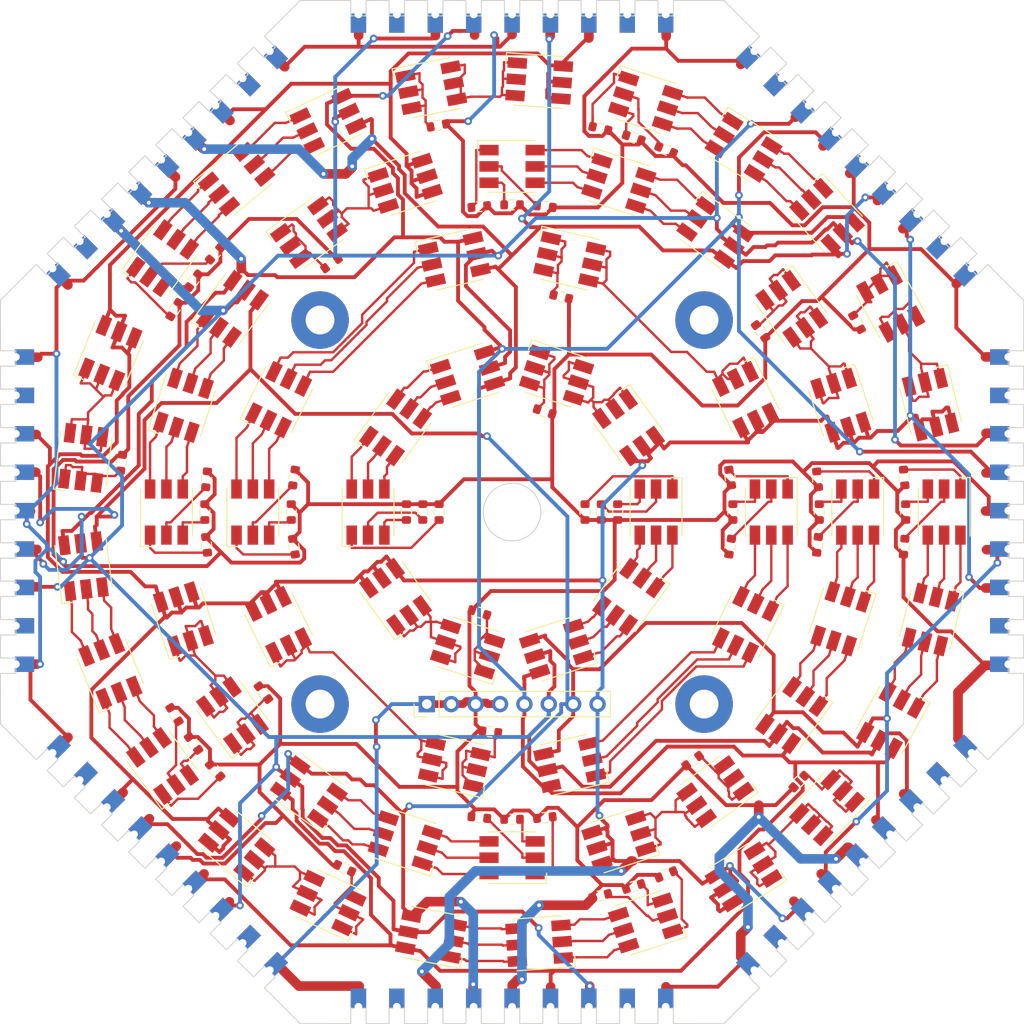
<source format=kicad_pcb>
(kicad_pcb (version 20210424) (generator pcbnew)
  (layers (0 "F.Cu" signal) (31 "B.Cu" signal) (34 "B.Paste" user) (35 "F.Paste" user) (36 "B.SilkS" user "B.Silkscreen") (37 "F.SilkS" user "F.Silkscreen") (38 "B.Mask" user) (39 "F.Mask" user) (44 "Edge.Cuts" user))
  (net 0 "")
  (net 1 "12V")
  (net 2 "R")
  (net 3 "G")
  (net 4 "B")
  (net 5 "W")
  (net 6 "D_1_0_R1_0_0")
  (net 7 "D_1_0_R1_0_1")
  (net 8 "D_1_0_R1_0_2")
  (net 9 "D_1_0_D_1_1_G")
  (net 10 "D_1_1_D_1_2_G")
  (net 11 "D_1_0_D_1_1_R")
  (net 12 "D_1_1_D_1_2_R")
  (net 13 "D_1_0_D_1_1_B")
  (net 14 "D_1_1_D_1_2_B")
  (net 15 "D_1_5_R1_5_0")
  (net 16 "D_1_5_R1_5_1")
  (net 17 "D_1_5_R1_5_2")
  (net 18 "D_1_5_D_1_6_G")
  (net 19 "D_1_6_D_1_7_G")
  (net 20 "D_1_5_D_1_6_R")
  (net 21 "D_1_6_D_1_7_R")
  (net 22 "D_1_5_D_1_6_B")
  (net 23 "D_1_6_D_1_7_B")
  (net 24 "D_1_10_R1_10_0")
  (net 25 "D_1_10_R1_10_1")
  (net 26 "D_1_10_R1_10_2")
  (net 27 "D_1_10_D_1_11_G")
  (net 28 "D_1_11_D_1_12_G")
  (net 29 "D_1_10_D_1_11_R")
  (net 30 "D_1_11_D_1_12_R")
  (net 31 "D_1_10_D_1_11_B")
  (net 32 "D_1_11_D_1_12_B")
  (net 33 "D_1_15_R1_15_0")
  (net 34 "D_1_15_R1_15_1")
  (net 35 "D_1_15_R1_15_2")
  (net 36 "D_1_15_D_1_16_G")
  (net 37 "D_1_16_D_1_17_G")
  (net 38 "D_1_15_D_1_16_R")
  (net 39 "D_1_16_D_1_17_R")
  (net 40 "D_1_15_D_1_16_B")
  (net 41 "D_1_16_D_1_17_B")
  (net 42 "D_1_20_R1_20_0")
  (net 43 "D_1_20_R1_20_1")
  (net 44 "D_1_20_R1_20_2")
  (net 45 "D_1_20_D_1_21_G")
  (net 46 "D_1_21_D_1_22_G")
  (net 47 "D_1_20_D_1_21_R")
  (net 48 "D_1_21_D_1_22_R")
  (net 49 "D_1_20_D_1_21_B")
  (net 50 "D_1_21_D_1_22_B")
  (net 51 "D_2_0_R2_0_0")
  (net 52 "D_2_0_R2_0_1")
  (net 53 "D_2_0_R2_0_2")
  (net 54 "D_2_0_D_2_1_G")
  (net 55 "D_2_1_D_2_2_G")
  (net 56 "D_2_0_D_2_1_R")
  (net 57 "D_2_1_D_2_2_R")
  (net 58 "D_2_0_D_2_1_B")
  (net 59 "D_2_1_D_2_2_B")
  (net 60 "D_2_5_R2_5_0")
  (net 61 "D_2_5_R2_5_1")
  (net 62 "D_2_5_R2_5_2")
  (net 63 "D_2_5_D_2_6_G")
  (net 64 "D_2_6_D_2_7_G")
  (net 65 "D_2_5_D_2_6_R")
  (net 66 "D_2_6_D_2_7_R")
  (net 67 "D_2_5_D_2_6_B")
  (net 68 "D_2_6_D_2_7_B")
  (net 69 "D_2_10_R2_10_0")
  (net 70 "D_2_10_R2_10_1")
  (net 71 "D_2_10_R2_10_2")
  (net 72 "D_2_10_D_2_11_G")
  (net 73 "D_2_11_D_2_12_G")
  (net 74 "D_2_10_D_2_11_R")
  (net 75 "D_2_11_D_2_12_R")
  (net 76 "D_2_10_D_2_11_B")
  (net 77 "D_2_11_D_2_12_B")
  (net 78 "D_2_15_R2_15_0")
  (net 79 "D_2_15_R2_15_1")
  (net 80 "D_2_15_R2_15_2")
  (net 81 "D_2_15_D_2_16_G")
  (net 82 "D_2_16_D_2_17_G")
  (net 83 "D_2_15_D_2_16_R")
  (net 84 "D_2_16_D_2_17_R")
  (net 85 "D_2_15_D_2_16_B")
  (net 86 "D_2_16_D_2_17_B")
  (net 87 "D_3_0_R3_0_0")
  (net 88 "D_3_0_R3_0_1")
  (net 89 "D_3_0_R3_0_2")
  (net 90 "D_3_0_D_3_1_G")
  (net 91 "D_3_1_D_3_2_G")
  (net 92 "D_3_0_D_3_1_R")
  (net 93 "D_3_1_D_3_2_R")
  (net 94 "D_3_0_D_3_1_B")
  (net 95 "D_3_1_D_3_2_B")
  (net 96 "D_3_5_R3_5_0")
  (net 97 "D_3_5_R3_5_1")
  (net 98 "D_3_5_R3_5_2")
  (net 99 "D_3_5_D_3_6_G")
  (net 100 "D_3_6_D_3_7_G")
  (net 101 "D_3_5_D_3_6_R")
  (net 102 "D_3_6_D_3_7_R")
  (net 103 "D_3_5_D_3_6_B")
  (net 104 "D_3_6_D_3_7_B")
  (net 105 "D_4_0_R4_0_0")
  (net 106 "D_4_0_R4_0_1")
  (net 107 "D_4_0_R4_0_2")
  (net 108 "D_4_0_D_4_1_G")
  (net 109 "D_4_1_D_4_2_G")
  (net 110 "D_4_0_D_4_1_R")
  (net 111 "D_4_1_D_4_2_R")
  (net 112 "D_4_0_D_4_1_B")
  (net 113 "D_4_1_D_4_2_B")
  (net 114 "D_4_5_R4_5_0")
  (net 115 "D_4_5_R4_5_1")
  (net 116 "D_4_5_R4_5_2")
  (net 117 "D_4_5_D_4_6_G")
  (net 118 "D_4_6_D_4_7_G")
  (net 119 "D_4_5_D_4_6_R")
  (net 120 "D_4_6_D_4_7_R")
  (net 121 "D_4_5_D_4_6_B")
  (net 122 "D_4_6_D_4_7_B")
  (net 123 "R1_3_D_1_3")
  (net 124 "D_1_3_D_1_4")
  (net 125 "R1_8_D_1_8")
  (net 126 "D_1_8_D_1_9")
  (net 127 "R1_13_D_1_13")
  (net 128 "D_1_13_D_1_14")
  (net 129 "R1_18_D_1_18")
  (net 130 "D_1_18_D_1_19")
  (net 131 "R1_23_D_1_23")
  (net 132 "D_1_23_D_1_24")
  (net 133 "R2_3_D_2_3")
  (net 134 "D_2_3_D_2_4")
  (net 135 "R2_8_D_2_8")
  (net 136 "D_2_8_D_2_9")
  (net 137 "R2_13_D_2_13")
  (net 138 "D_2_13_D_2_14")
  (net 139 "R2_18_D_2_18")
  (net 140 "D_2_18_D_2_19")
  (net 141 "R3_3_D_3_3")
  (net 142 "D_3_3_D_3_4")
  (net 143 "R3_8_D_3_8")
  (net 144 "D_3_8_D_3_9")
  (net 145 "R4_3_D_4_3")
  (net 146 "D_4_3_D_4_4")
  (net 147 "R4_8_D_4_8")
  (net 148 "D_4_8_D_4_9")
  (footprint "LED_RGB_5050-6" (layer "F.Cu") (at -44.6452 -5.64 83)
    (fp_text reference "D_1_13" hide)
    (fp_text value "LED_RGB_5050-6")
  )
  (footprint "jCastellatedHole" (layer "F.Cu") (at 28.058 44.8786 -135)
    (fp_text reference "p70" hide)
    (fp_text value "jCastellatedHole")
  )
  (footprint "R_0603_1608Metric" (layer "F.Cu") (at 9.1951 39.9556 -167)
    (fp_text reference "R1_5_1" hide)
    (fp_text value "R_0603_1608Metric")
  )
  (footprint "jCastellatedHole" (layer "F.Cu") (at 25.2296 47.707 -135)
    (fp_text reference "p71" hide)
    (fp_text value "jCastellatedHole")
  )
  (footprint "R_0603_1608Metric" (layer "F.Cu") (at -33.1697 24.0992 126)
    (fp_text reference "R1_10_0" hide)
    (fp_text value "R_0603_1608Metric")
  )
  (footprint "LED_RGB_5050-6" (layer "F.Cu") (at 24.1122 37.9948 -148)
    (fp_text reference "D_1_4" hide)
    (fp_text value "LED_RGB_5050-6")
  )
  (footprint "R_0603_1608Metric" (layer "F.Cu") (at -22.7168 3.598 99)
    (fp_text reference "R3_5_2" hide)
    (fp_text value "R_0603_1608Metric")
  )
  (footprint "LED_RGB_5050-6" (layer "F.Cu") (at 24.3262 11.7149 -116)
    (fp_text reference "D_3_1" hide)
    (fp_text value "LED_RGB_5050-6")
  )
  (footprint "LED_RGB_5050-6" (layer "F.Cu") (at 21.1603 29.1246 -144)
    (fp_text reference "D_2_3" hide)
    (fp_text value "LED_RGB_5050-6")
  )
  (footprint "jCastellatedHole" (layer "F.Cu") (at 39.3717 33.5649 -135)
    (fp_text reference "p66" hide)
    (fp_text value "jCastellatedHole")
  )
  (footprint "R_0603_1608Metric" (layer "F.Cu") (at -35.1586 -21.092 59)
    (fp_text reference "R1_15_2" hide)
    (fp_text value "R_0603_1608Metric")
  )
  (footprint "R_0603_1608Metric" (layer "F.Cu") (at 3.4116 -31.8176 -6)
    (fp_text reference "R2_15_1" hide)
    (fp_text value "R_0603_1608Metric")
  )
  (footprint "R_0603_1608Metric" (layer "F.Cu") (at -3.3992 10.4616 162)
    (fp_text reference "R4_3" hide)
    (fp_text value "R_0603_1608Metric")
  )
  (footprint "jCastellatedHole" (layer "F.Cu") (at 51.68 15.85 -90)
    (fp_text reference "p62" hide)
    (fp_text value "jCastellatedHole")
  )
  (footprint "LED_RGB_5050-6" (layer "F.Cu") (at -29.1246 21.1603 126)
    (fp_text reference "D_2_8" hide)
    (fp_text value "LED_RGB_5050-6")
  )
  (footprint "LED_RGB_5050-6" (layer "F.Cu") (at 12.1353 -8.8168 -54)
    (fp_text reference "D_4_9" hide)
    (fp_text value "LED_RGB_5050-6")
  )
  (footprint "LED_RGB_5050-6" (layer "F.Cu") (at 11.1246 34.238 -162)
    (fp_text reference "D_2_4" hide)
    (fp_text value "LED_RGB_5050-6")
  )
  (footprint "jCastellatedHole" (layer "F.Cu") (at -42.2001 -31.0364 45)
    (fp_text reference "p29" hide)
    (fp_text value "jCastellatedHole")
  )
  (footprint "jCastellatedHole" (layer "F.Cu") (at -33.7149 -39.5217 45)
    (fp_text reference "p32" hide)
    (fp_text value "jCastellatedHole")
  )
  (footprint "jCastellatedHole" (layer "F.Cu") (at -33.7149 39.2217 135)
    (fp_text reference "p12" hide)
    (fp_text value "jCastellatedHole")
  )
  (footprint "MountingHole_3mm_Pad" (layer "F.Cu") (at -20 -20)
    (fp_text reference "H_0" hide)
    (fp_text value "MountingHole_3mm_Pad")
  )
  (footprint "LED_RGB_5050-6" (layer "F.Cu") (at -41.8399 16.5656 112)
    (fp_text reference "D_1_11" hide)
    (fp_text value "LED_RGB_5050-6")
  )
  (footprint "jCastellatedHole" (layer "F.Cu") (at 28.058 -45.1786 -45)
    (fp_text reference "p46" hide)
    (fp_text value "jCastellatedHole")
  )
  (footprint "R_0603_1608Metric" (layer "F.Cu") (at 40.8415 3.6019 -95)
    (fp_text reference "R1_0_1" hide)
    (fp_text value "R_0603_1608Metric")
  )
  (footprint "R_0603_1608Metric" (layer "F.Cu") (at 9.1951 -39.9556 -13)
    (fp_text reference "R1_20_2" hide)
    (fp_text value "R_0603_1608Metric")
  )
  (footprint "LED_RGB_5050-6" (layer "F.Cu") (at -21.1603 -29.1246 36)
    (fp_text reference "D_2_13" hide)
    (fp_text value "LED_RGB_5050-6")
  )
  (footprint "R_0603_1608Metric" (layer "F.Cu") (at 16.0463 -37.7295 -23)
    (fp_text reference "R1_20_1" hide)
    (fp_text value "R_0603_1608Metric")
  )
  (footprint "PinHeader_1x08_P2.54mm_Vertical" (layer "F.Cu") (at -8.875 20 90)
    (fp_text reference "mainConn" hide)
    (fp_text value "PinHeader_1x08_P2.54mm_Vertical")
  )
  (footprint "R_0603_1608Metric" (layer "F.Cu") (at -11 0 90)
    (fp_text reference "R4_5_0" hide)
    (fp_text value "R_0603_1608Metric")
  )
  (footprint "jCastellatedHole" (layer "F.Cu") (at 45.0286 -28.208 -45)
    (fp_text reference "p52" hide)
    (fp_text value "jCastellatedHole")
  )
  (footprint "LED_RGB_5050-6" (layer "F.Cu") (at -29.1246 -21.1603 54)
    (fp_text reference "D_2_12" hide)
    (fp_text value "LED_RGB_5050-6")
  )
  (footprint "LED_RGB_5050-6" (layer "F.Cu") (at -11.1246 34.238 162)
    (fp_text reference "D_2_6" hide)
    (fp_text value "LED_RGB_5050-6")
  )
  (footprint "jCastellatedHole" (layer "F.Cu") (at -39.3717 -33.8649 45)
    (fp_text reference "p30" hide)
    (fp_text value "jCastellatedHole")
  )
  (footprint "jCastellatedHole" (layer "F.Cu") (at -47.857 -25.3796 45)
    (fp_text reference "p27" hide)
    (fp_text value "jCastellatedHole")
  )
  (footprint "LED_RGB_5050-6" (layer "F.Cu") (at 32.8036 30.8046 -133)
    (fp_text reference "D_1_3" hide)
    (fp_text value "LED_RGB_5050-6")
  )
  (footprint "jCastellatedHole" (layer "F.Cu") (at 51.68 -12.15 -90)
    (fp_text reference "p55" hide)
    (fp_text value "jCastellatedHole")
  )
  (footprint "LED_RGB_5050-6" (layer "F.Cu") (at -19.1601 -40.7172 25)
    (fp_text reference "D_1_17" hide)
    (fp_text value "LED_RGB_5050-6")
  )
  (footprint "R_0603_1608Metric" (layer "F.Cu") (at 29.8877 28.0664 -133)
    (fp_text reference "R1_3" hide)
    (fp_text value "R_0603_1608Metric")
  )
  (footprint "jCastellatedHole" (layer "F.Cu") (at 12 -51.83)
    (fp_text reference "p43" hide)
    (fp_text value "jCastellatedHole")
  )
  (footprint "LED_RGB_5050-6" (layer "F.Cu") (at 6.0081 26.3231 -167)
    (fp_text reference "D_3_2" hide)
    (fp_text value "LED_RGB_5050-6")
  )
  (footprint "MountingHole_3mm_Pad" (layer "F.Cu") (at -20 20)
    (fp_text reference "H_3" hide)
    (fp_text value "MountingHole_3mm_Pad")
  )
  (footprint "jCastellatedHole" (layer "F.Cu") (at 8 51.53 180)
    (fp_text reference "p2" hide)
    (fp_text value "jCastellatedHole")
  )
  (footprint "jCastellatedHole" (layer "F.Cu") (at 47.857 -25.3796 -45)
    (fp_text reference "p53" hide)
    (fp_text value "jCastellatedHole")
  )
  (footprint "LED_RGB_5050-6" (layer "F.Cu") (at 0 36 180)
    (fp_text reference "D_2_5" hide)
    (fp_text value "LED_RGB_5050-6")
  )
  (footprint "jCastellatedHole" (layer "F.Cu") (at -16 -51.83)
    (fp_text reference "p36" hide)
    (fp_text value "jCastellatedHole")
  )
  (footprint "LED_RGB_5050-6" (layer "F.Cu") (at 43.5862 11.191 -104)
    (fp_text reference "D_1_1" hide)
    (fp_text value "LED_RGB_5050-6")
  )
  (footprint "R_0603_1608Metric" (layer "F.Cu") (at 25.8885 -18.8091 -54)
    (fp_text reference "R2_18" hide)
    (fp_text value "R_0603_1608Metric")
  )
  (footprint "jCastellatedHole" (layer "F.Cu") (at 51.68 -0.15 -90)
    (fp_text reference "p58" hide)
    (fp_text value "jCastellatedHole")
  )
  (footprint "jCastellatedHole" (layer "F.Cu") (at -12 51.53 180)
    (fp_text reference "p7" hide)
    (fp_text value "jCastellatedHole")
  )
  (footprint "LED_RGB_5050-6" (layer "F.Cu") (at 4.6353 -14.2658 -18)
    (fp_text reference "D_4_8" hide)
    (fp_text value "LED_RGB_5050-6")
  )
  (footprint "R_0603_1608Metric" (layer "F.Cu") (at -32 0 90)
    (fp_text reference "R2_10_0" hide)
    (fp_text value "R_0603_1608Metric")
  )
  (footprint "R_0603_1608Metric" (layer "F.Cu") (at -31.8176 -3.4116 84)
    (fp_text reference "R2_10_1" hide)
    (fp_text value "R_0603_1608Metric")
  )
  (footprint "LED_RGB_5050-6" (layer "F.Cu") (at -28.6841 34.6731 140)
    (fp_text reference "D_1_9" hide)
    (fp_text value "LED_RGB_5050-6")
  )
  (footprint "jCastellatedHole" (layer "F.Cu") (at 16 -51.83)
    (fp_text reference "p44" hide)
    (fp_text value "jCastellatedHole")
  )
  (footprint "LED_RGB_5050-6" (layer "F.Cu") (at 15 0 -90)
    (fp_text reference "D_4_0" hide)
    (fp_text value "LED_RGB_5050-6")
  )
  (footprint "MountingHole_3mm_Pad" (layer "F.Cu") (at 20 -20)
    (fp_text reference "H_1" hide)
    (fp_text value "MountingHole_3mm_Pad")
  )
  (footprint "R_0603_1608Metric" (layer "F.Cu") (at -7.6826 -40.2738 11)
    (fp_text reference "R1_18" hide)
    (fp_text value "R_0603_1608Metric")
  )
  (footprint "jCastellatedHole" (layer "F.Cu") (at 42.2001 30.7364 -135)
    (fp_text reference "p65" hide)
    (fp_text value "jCastellatedHole")
  )
  (footprint "R_0603_1608Metric" (layer "F.Cu") (at -30.9243 26.92 131)
    (fp_text reference "R1_10_2" hide)
    (fp_text value "R_0603_1608Metric")
  )
  (footprint "jCastellatedHole" (layer "F.Cu") (at 12 51.53 180)
    (fp_text reference "p1" hide)
    (fp_text value "jCastellatedHole")
  )
  (footprint "LED_RGB_5050-6" (layer "F.Cu") (at 36 0 -90)
    (fp_text reference "D_2_0" hide)
    (fp_text value "LED_RGB_5050-6")
  )
  (footprint "LED_RGB_5050-6" (layer "F.Cu") (at -11.1246 -34.238 18)
    (fp_text reference "D_2_14" hide)
    (fp_text value "LED_RGB_5050-6")
  )
  (footprint "LED_RGB_5050-6" (layer "F.Cu") (at 24.3262 -11.7149 -64)
    (fp_text reference "D_3_9" hide)
    (fp_text value "LED_RGB_5050-6")
  )
  (footprint "R_0603_1608Metric" (layer "F.Cu") (at -7.6 0 90)
    (fp_text reference "R4_5_2" hide)
    (fp_text value "R_0603_1608Metric")
  )
  (footprint "jCastellatedHole" (layer "F.Cu") (at 39.3717 -33.8649 -45)
    (fp_text reference "p50" hide)
    (fp_text value "jCastellatedHole")
  )
  (footprint "jCastellatedHole" (layer "F.Cu") (at -4 -51.83)
    (fp_text reference "p39" hide)
    (fp_text value "jCastellatedHole")
  )
  (footprint "jCastellatedHole" (layer "F.Cu") (at 4 51.53 180)
    (fp_text reference "p3" hide)
    (fp_text value "jCastellatedHole")
  )
  (footprint "jCastellatedHole" (layer "F.Cu") (at 45.0286 27.908 -135)
    (fp_text reference "p64" hide)
    (fp_text value "jCastellatedHole")
  )
  (footprint "LED_RGB_5050-6" (layer "F.Cu") (at 13.9058 -42.7975 -18)
    (fp_text reference "D_1_20" hide)
    (fp_text value "LED_RGB_5050-6")
  )
  (footprint "R_0603_1608Metric" (layer "F.Cu") (at -17.4569 37.0979 155)
    (fp_text reference "R1_8" hide)
    (fp_text value "R_0603_1608Metric")
  )
  (footprint "LED_RGB_5050-6" (layer "F.Cu") (at 21.1603 -29.1246 -36)
    (fp_text reference "D_2_17" hide)
    (fp_text value "LED_RGB_5050-6")
  )
  (footprint "jCastellatedHole" (layer "F.Cu") (at -42.2001 30.7364 135)
    (fp_text reference "p15" hide)
    (fp_text value "jCastellatedHole")
  )
  (footprint "jCastellatedHole" (layer "F.Cu") (at -36.5433 36.3933 135)
    (fp_text reference "p13" hide)
    (fp_text value "jCastellatedHole")
  )
  (footprint "jCastellatedHole" (layer "F.Cu") (at -51.68 3.85 90)
    (fp_text reference "p21" hide)
    (fp_text value "jCastellatedHole")
  )
  (footprint "R_0603_1608Metric" (layer "F.Cu") (at 5.118 -22.4233 -13)
    (fp_text reference "R3_8" hide)
    (fp_text value "R_0603_1608Metric")
  )
  (footprint "LED_RGB_5050-6" (layer "F.Cu") (at -8.4322 44.2029 169)
    (fp_text reference "D_1_7" hide)
    (fp_text value "LED_RGB_5050-6")
  )
  (footprint "LED_RGB_5050-6" (layer "F.Cu") (at 45 0 -90)
    (fp_text reference "D_1_0" hide)
    (fp_text value "LED_RGB_5050-6")
  )
  (footprint "LED_RGB_5050-6" (layer "F.Cu") (at -24.3262 -11.7149 64)
    (fp_text reference "D_3_6" hide)
    (fp_text value "LED_RGB_5050-6")
  )
  (footprint "R_0603_1608Metric" (layer "F.Cu") (at 12.6697 38.9933 -162)
    (fp_text reference "R1_5_0" hide)
    (fp_text value "R_0603_1608Metric")
  )
  (footprint "R_0603_1608Metric" (layer "F.Cu") (at 22.7168 -3.598 -81)
    (fp_text reference "R3_0_2" hide)
    (fp_text value "R_0603_1608Metric")
  )
  (footprint "jCastellatedHole" (layer "F.Cu") (at 33.7149 39.2217 -135)
    (fp_text reference "p68" hide)
    (fp_text value "jCastellatedHole")
  )
  (footprint "jCastellatedHole" (layer "F.Cu") (at -36.5433 -36.6933 45)
    (fp_text reference "p31" hide)
    (fp_text value "jCastellatedHole")
  )
  (footprint "R_0603_1608Metric" (layer "F.Cu") (at -9.3 0 90)
    (fp_text reference "R4_5_1" hide)
    (fp_text value "R_0603_1608Metric")
  )
  (footprint "LED_RGB_5050-6" (layer "F.Cu") (at 6.0081 -26.3231 -13)
    (fp_text reference "D_3_8" hide)
    (fp_text value "LED_RGB_5050-6")
  )
  (footprint "jCastellatedHole" (layer "F.Cu") (at 42.2001 -31.0364 -45)
    (fp_text reference "p51" hide)
    (fp_text value "jCastellatedHole")
  )
  (footprint "LED_RGB_5050-6" (layer "F.Cu") (at 2.8256 44.9112 -176)
    (fp_text reference "D_1_6" hide)
    (fp_text value "LED_RGB_5050-6")
  )
  (footprint "LED_RGB_5050-6" (layer "F.Cu") (at -21.1603 29.1246 144)
    (fp_text reference "D_2_7" hide)
    (fp_text value "LED_RGB_5050-6")
  )
  (footprint "R_0603_1608Metric" (layer "F.Cu") (at 12.6697 -38.9933 -18)
    (fp_text reference "R1_20_0" hide)
    (fp_text value "R_0603_1608Metric")
  )
  (footprint "LED_RGB_5050-6" (layer "F.Cu") (at -34.238 -11.1246 72)
    (fp_text reference "D_2_11" hide)
    (fp_text value "LED_RGB_5050-6")
  )
  (footprint "LED_RGB_5050-6" (layer "F.Cu") (at 43.5862 -11.191 -76)
    (fp_text reference "D_1_24" hide)
    (fp_text value "LED_RGB_5050-6")
  )
  (footprint "jCastellatedHole" (layer "F.Cu") (at -51.68 11.85 90)
    (fp_text reference "p19" hide)
    (fp_text value "jCastellatedHole")
  )
  (footprint "LED_RGB_5050-6" (layer "F.Cu") (at -6.0081 26.3231 167)
    (fp_text reference "D_3_3" hide)
    (fp_text value "LED_RGB_5050-6")
  )
  (footprint "jCastellatedHole" (layer "F.Cu") (at -30.8864 42.0501 135)
    (fp_text reference "p11" hide)
    (fp_text value "jCastellatedHole")
  )
  (footprint "jCastellatedHole" (layer "F.Cu") (at 51.68 -8.15 -90)
    (fp_text reference "p56" hide)
    (fp_text value "jCastellatedHole")
  )
  (footprint "jCastellatedHole" (layer "F.Cu") (at 33.7149 -39.5217 -45)
    (fp_text reference "p48" hide)
    (fp_text value "jCastellatedHole")
  )
  (footprint "MountingHole_3mm_Pad" (layer "F.Cu") (at 20 20)
    (fp_text reference "H_2" hide)
    (fp_text value "MountingHole_3mm_Pad")
  )
  (footprint "R_0603_1608Metric" (layer "F.Cu") (at -40.6767 -5.1387 83)
    (fp_text reference "R1_13" hide)
    (fp_text value "R_0603_1608Metric")
  )
  (footprint "jCastellatedHole" (layer "F.Cu") (at -51.68 15.85 90)
    (fp_text reference "p18" hide)
    (fp_text value "jCastellatedHole")
  )
  (footprint "LED_RGB_5050-6" (layer "F.Cu") (at 2.8256 -44.9112 -4)
    (fp_text reference "D_1_19" hide)
    (fp_text value "LED_RGB_5050-6")
  )
  (footprint "jCastellatedHole" (layer "F.Cu") (at -51.68 7.85 90)
    (fp_text reference "p20" hide)
    (fp_text value "jCastellatedHole")
  )
  (footprint "R_0603_1608Metric" (layer "F.Cu") (at -2.2672 22.888 174)
    (fp_text reference "R3_3" hide)
    (fp_text value "R_0603_1608Metric")
  )
  (footprint "R_0603_1608Metric" (layer "F.Cu") (at -35.1586 21.092 121)
    (fp_text reference "R1_10_1" hide)
    (fp_text value "R_0603_1608Metric")
  )
  (footprint "jCastellatedHole" (layer "F.Cu") (at -16 51.53 180)
    (fp_text reference "p8" hide)
    (fp_text value "jCastellatedHole")
  )
  (footprint "jCastellatedHole" (layer "F.Cu") (at -51.68 -0.15 90)
    (fp_text reference "p22" hide)
    (fp_text value "jCastellatedHole")
  )
  (footprint "R_0603_1608Metric" (layer "F.Cu") (at 18.8091 25.8885 -144)
    (fp_text reference "R2_3" hide)
    (fp_text value "R_0603_1608Metric")
  )
  (footprint "R_0603_1608Metric" (layer "F.Cu") (at -18.8091 -25.8885 36)
    (fp_text reference "R2_13" hide)
    (fp_text value "R_0603_1608Metric")
  )
  (footprint "R_0603_1608Metric" (layer "F.Cu") (at -23 0 90)
    (fp_text reference "R3_5_0" hide)
    (fp_text value "R_0603_1608Metric")
  )
  (footprint "LED_RGB_5050-6" (layer "F.Cu") (at 29.1246 21.1603 -126)
    (fp_text reference "D_2_2" hide)
    (fp_text value "LED_RGB_5050-6")
  )
  (footprint "LED_RGB_5050-6" (layer "F.Cu") (at 29.1246 -21.1603 -54)
    (fp_text reference "D_2_18" hide)
    (fp_text value "LED_RGB_5050-6")
  )
  (footprint "jCastellatedHole" (layer "F.Cu") (at 0 51.53 180)
    (fp_text reference "p4" hide)
    (fp_text value "jCastellatedHole")
  )
  (footprint "jCastellatedHole" (layer "F.Cu") (at 4 -51.83)
    (fp_text reference "p41" hide)
    (fp_text value "jCastellatedHole")
  )
  (footprint "LED_RGB_5050-6" (layer "F.Cu") (at -34.238 11.1246 108)
    (fp_text reference "D_2_9" hide)
    (fp_text value "LED_RGB_5050-6")
  )
  (footprint "LED_RGB_5050-6" (layer "F.Cu") (at -4.6353 -14.2658 18)
    (fp_text reference "D_4_7" hide)
    (fp_text value "LED_RGB_5050-6")
  )
  (footprint "R_0603_1608Metric" (layer "F.Cu") (at 32 0 -90)
    (fp_text reference "R2_0_0" hide)
    (fp_text value "R_0603_1608Metric")
  )
  (footprint "R_0603_1608Metric" (layer "F.Cu") (at 0 -32)
    (fp_text reference "R2_15_0" hide)
    (fp_text value "R_0603_1608Metric")
  )
  (footprint "jCastellatedHole" (layer "F.Cu") (at 51.68 -16.15 -90)
    (fp_text reference "p54" hide)
    (fp_text value "jCastellatedHole")
  )
  (footprint "jCastellatedHole" (layer "F.Cu") (at 51.68 11.85 -90)
    (fp_text reference "p61" hide)
    (fp_text value "jCastellatedHole")
  )
  (footprint "R_0603_1608Metric" (layer "F.Cu") (at -33.1697 -24.0992 54)
    (fp_text reference "R1_15_0" hide)
    (fp_text value "R_0603_1608Metric")
  )
  (footprint "jCastellatedHole" (layer "F.Cu") (at 51.68 -4.15 -90)
    (fp_text reference "p57" hide)
    (fp_text value "jCastellatedHole")
  )
  (footprint "LED_RGB_5050-6" (layer "F.Cu") (at -15 0 90)
    (fp_text reference "D_4_5" hide)
    (fp_text value "LED_RGB_5050-6")
  )
  (footprint "LED_RGB_5050-6" (layer "F.Cu") (at 11.1246 -34.238 -18)
    (fp_text reference "D_2_16" hide)
    (fp_text value "LED_RGB_5050-6")
  )
  (footprint "jCastellatedHole" (layer "F.Cu") (at -45.0286 -28.208 45)
    (fp_text reference "p28" hide)
    (fp_text value "jCastellatedHole")
  )
  (footprint "LED_RGB_5050-6" (layer "F.Cu") (at -12.1353 -8.8168 54)
    (fp_text reference "D_4_6" hide)
    (fp_text value "LED_RGB_5050-6")
  )
  (footprint "jCastellatedHole" (layer "F.Cu") (at 30.8864 42.0501 -135)
    (fp_text reference "p69" hide)
    (fp_text value "jCastellatedHole")
  )
  (footprint "jCastellatedHole" (layer "F.Cu") (at -8 51.53 180)
    (fp_text reference "p6" hide)
    (fp_text value "jCastellatedHole")
  )
  (footprint "LED_RGB_5050-6" (layer "F.Cu") (at -6.0081 -26.3231 13)
    (fp_text reference "D_3_7" hide)
    (fp_text value "LED_RGB_5050-6")
  )
  (footprint "jCastellatedHole" (layer "F.Cu") (at 36.5433 -36.6933 -45)
    (fp_text reference "p49" hide)
    (fp_text value "jCastellatedHole")
  )
  (footprint "R_0603_1608Metric" (layer "F.Cu") (at 7.6 0 -90)
    (fp_text reference "R4_0_2" hide)
    (fp_text value "R_0603_1608Metric")
  )
  (footprint "jCastellatedHole" (layer "F.Cu") (at 30.8864 -42.3501 -45)
    (fp_text reference "p47" hide)
    (fp_text value "jCastellatedHole")
  )
  (footprint "jCastellatedHole" (layer "F.Cu") (at -45.0286 27.908 135)
    (fp_text reference "p16" hide)
    (fp_text value "jCastellatedHole")
  )
  (footprint "R_0603_1608Metric" (layer "F.Cu") (at -3.4116 31.8176 174)
    (fp_text reference "R2_5_1" hide)
    (fp_text value "R_0603_1608Metric")
  )
  (footprint "LED_RGB_5050-6" (layer "F.Cu") (at -24.3262 11.7149 116)
    (fp_text reference "D_3_4" hide)
    (fp_text value "LED_RGB_5050-6")
  )
  (footprint "jCastellatedHole" (layer "F.Cu") (at 36.5433 36.3933 -135)
    (fp_text reference "p67" hide)
    (fp_text value "jCastellatedHole")
  )
  (footprint "LED_RGB_5050-6" (layer "F.Cu") (at 32.8036 -30.8046 -47)
    (fp_text reference "D_1_22" hide)
    (fp_text value "LED_RGB_5050-6")
  )
  (footprint "jCastellatedHole" (layer "F.Cu") (at -28.058 44.8786 135)
    (fp_text reference "p10" hide)
    (fp_text value "jCastellatedHole")
  )
  (footprint "R_0603_1608Metric" (layer "F.Cu") (at 0 32 180)
    (fp_text reference "R2_5_0" hide)
    (fp_text value "R_0603_1608Metric")
  )
  (footprint "jCastellatedHole" (layer "F.Cu") (at -47.857 25.0796 135)
    (fp_text reference "p17" hide)
    (fp_text value "jCastellatedHole")
  )
  (footprint "R_0603_1608Metric" (layer "F.Cu") (at 31.8176 -3.4116 -84)
    (fp_text reference "R2_0_2" hide)
    (fp_text value "R_0603_1608Metric")
  )
  (footprint "jCastellatedHole" (layer "F.Cu") (at -4 51.53 180)
    (fp_text reference "p5" hide)
    (fp_text value "jCastellatedHole")
  )
  (footprint "LED_RGB_5050-6" (layer "F.Cu") (at -27 0 90)
    (fp_text reference "D_3_5" hide)
    (fp_text value "LED_RGB_5050-6")
  )
  (footprint "LED_RGB_5050-6" (layer "F.Cu") (at -12.1353 8.8168 126)
    (fp_text reference "D_4_4" hide)
    (fp_text value "LED_RGB_5050-6")
  )
  (footprint "LED_RGB_5050-6" (layer "F.Cu") (at 39.4338 21.6789 -119)
    (fp_text reference "D_1_2" hide)
    (fp_text value "LED_RGB_5050-6")
  )
  (footprint "R_0603_1608Metric" (layer "F.Cu") (at 22.7168 3.598 -99)
    (fp_text reference "R3_0_1" hide)
    (fp_text value "R_0603_1608Metric")
  )
  (footprint "R_0603_1608Metric" (layer "F.Cu") (at -30.9243 -26.92 49)
    (fp_text reference "R1_15_1" hide)
    (fp_text value "R_0603_1608Metric")
  )
  (footprint "R_0603_1608Metric" (layer "F.Cu") (at 9.3 0 -90)
    (fp_text reference "R4_0_1" hide)
    (fp_text value "R_0603_1608Metric")
  )
  (footprint "R_0603_1608Metric" (layer "F.Cu") (at 3.3992 -10.4616 -18)
    (fp_text reference "R4_8" hide)
    (fp_text value "R_0603_1608Metric")
  )
  (footprint "LED_RGB_5050-6" (layer "F.Cu") (at -8.4322 -44.2029 11)
    (fp_text reference "D_1_18" hide)
    (fp_text value "LED_RGB_5050-6")
  )
  (footprint "LED_RGB_5050-6" (layer "F.Cu") (at 27 0 -90)
    (fp_text reference "D_3_0" hide)
    (fp_text value "LED_RGB_5050-6")
  )
  (footprint "jCastellatedHole" (layer "F.Cu") (at -28.058 -45.1786 45)
    (fp_text reference "p34" hide)
    (fp_text value "jCastellatedHole")
  )
  (footprint "LED_RGB_5050-6" (layer "F.Cu") (at 24.1122 -37.9948 -32)
    (fp_text reference "D_1_21" hide)
    (fp_text value "LED_RGB_5050-6")
  )
  (footprint "jCastellatedHole" (layer "F.Cu") (at 0 -51.83)
    (fp_text reference "p40" hide)
    (fp_text value "jCastellatedHole")
  )
  (footprint "jCastellatedHole" (layer "F.Cu") (at -51.68 -8.15 90)
    (fp_text reference "p24" hide)
    (fp_text value "jCastellatedHole")
  )
  (footprint "jCastellatedHole" (layer "F.Cu") (at 47.857 25.0796 -135)
    (fp_text reference "p63" hide)
    (fp_text value "jCastellatedHole")
  )
  (footprint "R_0603_1608Metric" (layer "F.Cu") (at 23 0 -90)
    (fp_text reference "R3_0_0" hide)
    (fp_text value "R_0603_1608Metric")
  )
  (footprint "jCastellatedHole" (layer "F.Cu") (at 16 51.53 180)
    (fp_text reference "p0" hide)
    (fp_text value "jCastellatedHole")
  )
  (footprint "R_0603_1608Metric" (layer "F.Cu") (at 31.8176 3.4116 -96)
    (fp_text reference "R2_0_1" hide)
    (fp_text value "R_0603_1608Metric")
  )
  (footprint "jCastellatedHole" (layer "F.Cu") (at 25.2296 -48.007 -45)
    (fp_text reference "p45" hide)
    (fp_text value "jCastellatedHole")
  )
  (footprint "R_0603_1608Metric" (layer "F.Cu") (at 40.8415 -3.6019 -85)
    (fp_text reference "R1_0_2" hide)
    (fp_text value "R_0603_1608Metric")
  )
  (footprint "jCastellatedHole" (layer "F.Cu") (at -25.2296 47.707 135)
    (fp_text reference "p9" hide)
    (fp_text value "jCastellatedHole")
  )
  (footprint "LED_RGB_5050-6" (layer "F.Cu") (at 12.1353 8.8168 -126)
    (fp_text reference "D_4_1" hide)
    (fp_text value "LED_RGB_5050-6")
  )
  (footprint "jCastellatedHole" (layer "F.Cu") (at -25.2296 -48.007 45)
    (fp_text reference "p35" hide)
    (fp_text value "jCastellatedHole")
  )
  (footprint "R_0603_1608Metric" (layer "F.Cu") (at -25.8885 18.8091 126)
    (fp_text reference "R2_8" hide)
    (fp_text value "R_0603_1608Metric")
  )
  (footprint "jCastellatedHole" (layer "F.Cu") (at 51.68 7.85 -90)
    (fp_text reference "p60" hide)
    (fp_text value "jCastellatedHole")
  )
  (footprint "jCastellatedHole" (layer "F.Cu") (at -12 -51.83)
    (fp_text reference "p37" hide)
    (fp_text value "jCastellatedHole")
  )
  (footprint "LED_RGB_5050-6" (layer "F.Cu") (at 13.9058 42.7975 -162)
    (fp_text reference "D_1_5" hide)
    (fp_text value "LED_RGB_5050-6")
  )
  (footprint "jCastellatedHole" (layer "F.Cu") (at -51.68 -16.15 90)
    (fp_text reference "p26" hide)
    (fp_text value "jCastellatedHole")
  )
  (footprint "R_0603_1608Metric" (layer "F.Cu") (at 3.4116 31.8176 -174)
    (fp_text reference "R2_5_2" hide)
    (fp_text value "R_0603_1608Metric")
  )
  (footprint "R_0603_1608Metric" (layer "F.Cu") (at 16.0463 37.7295 -157)
    (fp_text reference "R1_5_2" hide)
    (fp_text value "R_0603_1608Metric")
  )
  (footprint "jCastellatedHole" (layer "F.Cu") (at -8 -51.83)
    (fp_text reference "p38" hide)
    (fp_text value "jCastellatedHole")
  )
  (footprint "jCastellatedHole" (layer "F.Cu") (at 8 -51.83)
    (fp_text reference "p42" hide)
    (fp_text value "jCastellatedHole")
  )
  (footprint "LED_RGB_5050-6" (layer "F.Cu") (at 34.238 -11.1246 -72)
    (fp_text reference "D_2_19" hide)
    (fp_text value "LED_RGB_5050-6")
  )
  (footprint "jCastellatedHole" (layer "F.Cu") (at -51.68 -4.15 90)
    (fp_text reference "p23" hide)
    (fp_text value "jCastellatedHole")
  )
  (footprint "LED_RGB_5050-6" (layer "F.Cu") (at -19.1601 40.7172 155)
    (fp_text reference "D_1_8" hide)
    (fp_text value "LED_RGB_5050-6")
  )
  (footprint "R_0603_1608Metric" (layer "F.Cu") (at -31.8176 3.4116 96)
    (fp_text reference "R2_10_2" hide)
    (fp_text value "R_0603_1608Metric")
  )
  (footprint "jCastellatedHole" (layer "F.Cu") (at -51.68 -12.15 90)
    (fp_text reference "p25" hide)
    (fp_text value "jCastellatedHole")
  )
  (footprint "LED_RGB_5050-6" (layer "F.Cu") (at -36.4058 -26.4503 54)
    (fp_text reference "D_1_15" hide)
    (fp_text value "LED_RGB_5050-6")
  )
  (footprint "LED_RGB_5050-6" (layer "F.Cu") (at -28.6841 -34.6731 40)
    (fp_text reference "D_1_16" hide)
    (fp_text value "LED_RGB_5050-6")
  )
  (footprint "R_0603_1608Metric" (layer "F.Cu") (at -3.4116 -31.8176 6)
    (fp_text reference "R2_15_2" hide)
    (fp_text value "R_0603_1608Metric")
  )
  (footprint "R_0603_1608Metric" (layer "F.Cu") (at 35.9286 -19.7519 -61)
    (fp_text reference "R1_23" hide)
    (fp_text value "R_0603_1608Metric")
  )
  (footprint "LED_RGB_5050-6" (layer "F.Cu") (at -36.4058 26.4503 126)
    (fp_text reference "D_1_10" hide)
    (fp_text value "LED_RGB_5050-6")
  )
  (footprint "LED_RGB_5050-6" (layer "F.Cu") (at -36 0 90)
    (fp_text reference "D_2_10" hide)
    (fp_text value "LED_RGB_5050-6")
  )
  (footprint "jCastellatedHole" (layer "F.Cu") (at 51.68 3.85 -90)
    (fp_text reference "p59" hide)
    (fp_text value "jCastellatedHole")
  )
  (footprint "LED_RGB_5050-6" (layer "F.Cu") (at -41.8399 -16.5656 68)
    (fp_text reference "D_1_14" hide)
    (fp_text value "LED_RGB_5050-6")
  )
  (footprint "LED_RGB_5050-6" (layer "F.Cu") (at 39.4338 -21.6789 -61)
    (fp_text reference "D_1_23" hide)
    (fp_text value "LED_RGB_5050-6")
  )
  (footprint "LED_RGB_5050-6" (layer "F.Cu") (at 0 -36)
    (fp_text reference "D_2_15" hide)
    (fp_text value "LED_RGB_5050-6")
  )
  (footprint "jCastellatedHole" (layer "F.Cu") (at -30.8864 -42.3501 45)
    (fp_text reference "p33" hide)
    (fp_text value "jCastellatedHole")
  )
  (footprint "LED_RGB_5050-6" (layer "F.Cu") (at 34.238 11.1246 -108)
    (fp_text reference "D_2_1" hide)
    (fp_text value "LED_RGB_5050-6")
  )
  (footprint "LED_RGB_5050-6" (layer "F.Cu") (at 4.6353 14.2658 -162)
    (fp_text reference "D_4_2" hide)
    (fp_text value "LED_RGB_5050-6")
  )
  (footprint "R_0603_1608Metric" (layer "F.Cu") (at -22.7168 -3.598 81)
    (fp_text reference "R3_5_1" hide)
    (fp_text value "R_0603_1608Metric")
  )
  (footprint "R_0603_1608Metric" (layer "F.Cu") (at 11 0 -90)
    (fp_text reference "R4_0_0" hide)
    (fp_text value "R_0603_1608Metric")
  )
  (footprint "LED_RGB_5050-6" (layer "F.Cu") (at -4.6353 14.2658 162)
    (fp_text reference "D_4_3" hide)
    (fp_text value "LED_RGB_5050-6")
  )
  (footprint "R_0603_1608Metric" (layer "F.Cu") (at 41 0 -90)
    (fp_text reference "R1_0_0" hide)
    (fp_text value "R_0603_1608Metric")
  )
  (footprint "jCastellatedHole" (layer "F.Cu") (at -39.3717 33.5649 135)
    (fp_text reference "p14" hide)
    (fp_text value "jCastellatedHole")
  )
  (footprint "LED_RGB_5050-6" (layer "F.Cu") (at -44.6452 5.64 97)
    (fp_text reference "D_1_12" hide)
    (fp_text value "LED_RGB_5050-6")
  )
  (gr_line (start 30.320738 -42.765818) (end 31.452109 -43.897188) (layer "Edge.Cuts") (width 0.1))
  (gr_line (start -51.68 15.2) (end -51.679999 16.8) (layer "Edge.Cuts") (width 0.1))
  (gr_line (start 15.2 51.68) (end 15.2 53.28) (layer "Edge.Cuts") (width 0.1))
  (gr_line (start -53.28 11.2) (end -53.28 8.8) (layer "Edge.Cuts") (width 0.1))
  (gr_line (start -3.2 -51.68) (end -4.8 -51.68) (layer "Edge.Cuts") (width 0.1))
  (gr_line (start 3.2 53.28) (end 0.8 53.28) (layer "Edge.Cuts") (width 0.1))
  (gr_line (start 53.28 0.799999) (end 53.28 3.199999) (layer "Edge.Cuts") (width 0.1))
  (gr_line (start -33.149165 -39.937391) (end -34.280536 -41.068761) (layer "Edge.Cuts") (width 0.1))
  (gr_line (start -3.2 51.68) (end -3.2 53.28) (layer "Edge.Cuts") (width 0.1))
  (gr_line (start 51.68 -3.2) (end 53.28 -3.2) (layer "Edge.Cuts") (width 0.1))
  (gr_line (start -48.422672 -24.663884) (end -49.554043 -25.795255) (layer "Edge.Cuts") (width 0.1))
  (gr_line (start 31.452109 41.634447) (end 32.58348 42.765818) (layer "Edge.Cuts") (width 0.1))
  (gr_line (start 51.68 3.199999) (end 53.28 3.199999) (layer "Edge.Cuts") (width 0.1))
  (gr_line (start 32.58348 -42.765818) (end 34.280536 -41.068761) (layer "Edge.Cuts") (width 0.1))
  (gr_line (start -39.937391 -35.411907) (end -38.240334 -37.108963) (layer "Edge.Cuts") (width 0.1))
  (gr_line (start 47.291301 25.795255) (end 48.422672 24.663884) (layer "Edge.Cuts") (width 0.1))
  (gr_line (start 51.68 11.199999) (end 53.28 11.199999) (layer "Edge.Cuts") (width 0.1))
  (gr_line (start 51.68 12.799999) (end 51.68 11.199999) (layer "Edge.Cuts") (width 0.1))
  (gr_line (start -51.68 7.2) (end -53.28 7.2) (layer "Edge.Cuts") (width 0.1))
  (gr_line (start 41.634447 -31.452109) (end 42.765818 -32.58348) (layer "Edge.Cuts") (width 0.1))
  (gr_line (start -7.2 -51.68) (end -7.2 -53.28) (layer "Edge.Cuts") (width 0.1))
  (gr_line (start 51.68 16.799999) (end 51.68 15.199999) (layer "Edge.Cuts") (width 0.1))
  (gr_line (start -11.2 -53.28) (end -8.8 -53.28) (layer "Edge.Cuts") (width 0.1))
  (gr_line (start 37.108963 -35.977593) (end 38.240334 -37.108963) (layer "Edge.Cuts") (width 0.1))
  (gr_line (start 31.452109 -41.634447) (end 32.58348 -42.765818) (layer "Edge.Cuts") (width 0.1))
  (gr_line (start -45.594245 -29.755053) (end -43.897188 -31.452109) (layer "Edge.Cuts") (width 0.1))
  (gr_line (start -51.679999 16.8) (end -53.279999 16.8) (layer "Edge.Cuts") (width 0.1))
  (gr_line (start -38.240334 37.108963) (end -39.937391 35.411907) (layer "Edge.Cuts") (width 0.1))
  (gr_line (start -0.8 51.68) (end -0.8 53.28) (layer "Edge.Cuts") (width 0.1))
  (gr_line (start -45.594245 27.492311) (end -44.462874 28.623682) (layer "Edge.Cuts") (width 0.1))
  (gr_line (start -7.2 -53.28) (end -4.8 -53.28) (layer "Edge.Cuts") (width 0.1))
  (gr_line (start 39.937391 -33.149165) (end 41.068761 -34.280536) (layer "Edge.Cuts") (width 0.1))
  (gr_line (start 16.799999 -53.28) (end 22.071037 -53.284197) (layer "Edge.Cuts") (width 0.1))
  (gr_line (start 24.663884 48.422672) (end 25.795255 47.291301) (layer "Edge.Cuts") (width 0.1))
  (gr_line (start -24.663884 -48.422672) (end -25.795255 -47.291301) (layer "Edge.Cuts") (width 0.1))
  (gr_line (start 7.2 51.68) (end 7.2 53.28) (layer "Edge.Cuts") (width 0.1))
  (gr_line (start -8.8 53.28) (end -11.2 53.28) (layer "Edge.Cuts") (width 0.1))
  (gr_line (start 48.422672 24.663884) (end 49.554043 25.795255) (layer "Edge.Cuts") (width 0.1))
  (gr_line (start 53.28 16.799999) (end 53.284197 22.071037) (layer "Edge.Cuts") (width 0.1))
  (gr_line (start 11.2 51.68) (end 11.2 53.28) (layer "Edge.Cuts") (width 0.1))
  (gr_line (start 51.68 -12.8) (end 53.28 -12.8) (layer "Edge.Cuts") (width 0.1))
  (gr_line (start 37.108963 -35.977593) (end 35.977593 -37.108963) (layer "Edge.Cuts") (width 0.1))
  (gr_line (start -45.594245 -27.492311) (end -46.725616 -28.623682) (layer "Edge.Cuts") (width 0.1))
  (gr_line (start 44.462874 28.623682) (end 45.594245 27.492311) (layer "Edge.Cuts") (width 0.1))
  (gr_line (start -33.149165 -39.937391) (end -34.280536 -38.80602) (layer "Edge.Cuts") (width 0.1))
  (gr_line (start -28.623682 44.462874) (end -27.492311 45.594245) (layer "Edge.Cuts") (width 0.1))
  (gr_line (start -4.8 -51.68) (end -4.8 -53.28) (layer "Edge.Cuts") (width 0.1))
  (gr_line (start -4.8 51.68) (end -4.8 53.28) (layer "Edge.Cuts") (width 0.1))
  (gr_line (start -25.795255 -47.291301) (end -26.926626 -48.422672) (layer "Edge.Cuts") (width 0.1))
  (gr_line (start -38.80602 34.280536) (end -39.937391 35.411907) (layer "Edge.Cuts") (width 0.1))
  (gr_line (start 51.68 -4.8) (end 53.28 -4.8) (layer "Edge.Cuts") (width 0.1))
  (gr_line (start -51.68 -16.799999) (end -51.68 -15.199999) (layer "Edge.Cuts") (width 0.1))
  (gr_line (start 37.108963 35.977593) (end 38.240334 37.108963) (layer "Edge.Cuts") (width 0.1))
  (gr_line (start -31.452109 -43.897188) (end -29.755053 -45.594245) (layer "Edge.Cuts") (width 0.1))
  (gr_line (start -35.977593 37.108963) (end -37.108963 38.240334) (layer "Edge.Cuts") (width 0.1))
  (gr_line (start 49.554043 25.795255) (end 53.284197 22.071037) (layer "Edge.Cuts") (width 0.1))
  (gr_line (start 51.68 -3.2) (end 51.68 -4.8) (layer "Edge.Cuts") (width 0.1))
  (gr_line (start 51.68 -8.8) (end 53.28 -8.8) (layer "Edge.Cuts") (width 0.1))
  (gr_line (start 51.68 -7.2) (end 51.68 -8.8) (layer "Edge.Cuts") (width 0.1))
  (gr_line (start 51.68 -11.2) (end 51.68 -12.8) (layer "Edge.Cuts") (width 0.1))
  (gr_line (start -15.2 -51.68) (end -16.8 -51.68) (layer "Edge.Cuts") (width 0.1))
  (gr_line (start -24.663884 48.422672) (end -25.795255 49.554043) (layer "Edge.Cuts") (width 0.1))
  (gr_line (start 29.755053 -45.594245) (end 31.452109 -43.897188) (layer "Edge.Cuts") (width 0.1))
  (gr_line (start -15.2 -53.28) (end -12.8 -53.28) (layer "Edge.Cuts") (width 0.1))
  (gr_line (start 46.725616 -28.623682) (end 48.422672 -26.926626) (layer "Edge.Cuts") (width 0.1))
  (gr_line (start 34.280536 -38.80602) (end 33.149165 -39.937391) (layer "Edge.Cuts") (width 0.1))
  (gr_line (start -51.68 8.8) (end -53.28 8.8) (layer "Edge.Cuts") (width 0.1))
  (gr_line (start 4.799999 -53.28) (end 7.199999 -53.28) (layer "Edge.Cuts") (width 0.1))
  (gr_line (start -11.2 -51.68) (end -12.8 -51.68) (layer "Edge.Cuts") (width 0.1))
  (gr_line (start -38.80602 -34.280536) (end -39.937391 -33.149165) (layer "Edge.Cuts") (width 0.1))
  (gr_line (start -51.68 -12.799999) (end -53.28 -12.799999) (layer "Edge.Cuts") (width 0.1))
  (gr_line (start -51.68 -8.799999) (end -53.28 -8.799999) (layer "Edge.Cuts") (width 0.1))
  (gr_line (start -51.68 -15.199999) (end -53.28 -15.199999) (layer "Edge.Cuts") (width 0.1))
  (gr_line (start 34.280536 -38.80602) (end 35.411907 -39.937391) (layer "Edge.Cuts") (width 0.1))
  (gr_line (start 0.799999 -51.68) (end 0.799999 -53.28) (layer "Edge.Cuts") (width 0.1))
  (gr_line (start 15.2 53.28) (end 12.8 53.28) (layer "Edge.Cuts") (width 0.1))
  (gr_line (start 41.634447 31.452109) (end 42.765818 30.320738) (layer "Edge.Cuts") (width 0.1))
  (gr_line (start 34.280536 38.80602) (end 35.411907 39.937391) (layer "Edge.Cuts") (width 0.1))
  (gr_line (start -51.68 12.8) (end -53.28 12.8) (layer "Edge.Cuts") (width 0.1))
  (gr_line (start 35.977593 -37.108963) (end 37.108963 -38.240334) (layer "Edge.Cuts") (width 0.1))
  (gr_line (start 27.492311 45.594245) (end 28.623682 44.462874) (layer "Edge.Cuts") (width 0.1))
  (gr_line (start 38.80602 34.280536) (end 39.937391 33.149165) (layer "Edge.Cuts") (width 0.1))
  (gr_line (start 47.291301 25.795255) (end 48.422672 26.926626) (layer "Edge.Cuts") (width 0.1))
  (gr_line (start 25.795255 -47.291301) (end 24.663884 -48.422672) (layer "Edge.Cuts") (width 0.1))
  (gr_line (start 51.679999 -16.8) (end 53.279999 -16.8) (layer "Edge.Cuts") (width 0.1))
  (gr_line (start 12.799999 -51.68) (end 11.199999 -51.68) (layer "Edge.Cuts") (width 0.1))
  (gr_line (start -42.765818 -30.320738) (end -43.897188 -31.452109) (layer "Edge.Cuts") (width 0.1))
  (gr_line (start -4.8 51.68) (end -3.2 51.68) (layer "Edge.Cuts") (width 0.1))
  (gr_line (start 53.279999 -16.8) (end 53.284197 -22.071037) (layer "Edge.Cuts") (width 0.1))
  (gr_line (start -51.68 -0.799999) (end -51.68 0.8) (layer "Edge.Cuts") (width 0.1))
  (gr_line (start 53.28 -15.2) (end 53.28 -12.8) (layer "Edge.Cuts") (width 0.1))
  (gr_line (start 51.68 8.799999) (end 51.68 7.199999) (layer "Edge.Cuts") (width 0.1))
  (gr_line (start 7.199999 -51.68) (end 7.199999 -53.28) (layer "Edge.Cuts") (width 0.1))
  (gr_line (start 15.2 51.68) (end 16.8 51.68) (layer "Edge.Cuts") (width 0.1))
  (gr_line (start 43.897188 -31.452109) (end 45.594245 -29.755053) (layer "Edge.Cuts") (width 0.1))
  (gr_line (start 28.623682 -44.462874) (end 27.492311 -45.594245) (layer "Edge.Cuts") (width 0.1))
  (gr_line (start -53.28 15.2) (end -53.28 12.8) (layer "Edge.Cuts") (width 0.1))
  (gr_line (start -37.108963 -35.977593) (end -38.240334 -37.108963) (layer "Edge.Cuts") (width 0.1))
  (gr_line (start 8.799999 -51.68) (end 8.799999 -53.28) (layer "Edge.Cuts") (width 0.1))
  (gr_line (start -49.554043 -25.795255) (end -53.284197 -22.071037) (layer "Edge.Cuts") (width 0.1))
  (gr_line (start -8.8 51.68) (end -8.8 53.28) (layer "Edge.Cuts") (width 0.1))
  (gr_line (start -53.28 7.2) (end -53.28 4.8) (layer "Edge.Cuts") (width 0.1))
  (gr_line (start 42.765818 -30.320738) (end 43.897188 -31.452109) (layer "Edge.Cuts") (width 0.1))
  (gr_line (start -33.149165 39.937391) (end -34.280536 41.068761) (layer "Edge.Cuts") (width 0.1))
  (gr_line (start -51.68 11.2) (end -53.28 11.2) (layer "Edge.Cuts") (width 0.1))
  (gr_line (start -11.2 51.68) (end -11.2 53.28) (layer "Edge.Cuts") (width 0.1))
  (gr_line (start 45.594245 29.755053) (end 43.897188 31.452109) (layer "Edge.Cuts") (width 0.1))
  (gr_line (start -30.320738 42.765818) (end -31.452109 43.897188) (layer "Edge.Cuts") (width 0.1))
  (gr_line (start 38.80602 -34.280536) (end 39.937391 -35.411907) (layer "Edge.Cuts") (width 0.1))
  (gr_line (start -0.8 51.68) (end 0.8 51.68) (layer "Edge.Cuts") (width 0.1))
  (gr_line (start -37.108963 -38.240334) (end -35.411907 -39.937391) (layer "Edge.Cuts") (width 0.1))
  (gr_line (start 4.799999 -51.68) (end 3.199999 -51.68) (layer "Edge.Cuts") (width 0.1))
  (gr_line (start 28.623682 44.462874) (end 29.755053 45.594245) (layer "Edge.Cuts") (width 0.1))
  (gr_line (start -24.663884 -48.422672) (end -25.795255 -49.554043) (layer "Edge.Cuts") (width 0.1))
  (gr_line (start -35.411907 39.937391) (end -37.108963 38.240334) (layer "Edge.Cuts") (width 0.1))
  (gr_line (start -44.462874 -28.623682) (end -45.594245 -27.492311) (layer "Edge.Cuts") (width 0.1))
  (gr_line (start -51.68 -0.799999) (end -53.28 -0.799999) (layer "Edge.Cuts") (width 0.1))
  (gr_line (start -51.68 -8.799999) (end -51.68 -7.199999) (layer "Edge.Cuts") (width 0.1))
  (gr_line (start -47.291301 -25.795255) (end -48.422672 -26.926626) (layer "Edge.Cuts") (width 0.1))
  (gr_line (start -46.725616 28.623682) (end -48.422672 26.926626) (layer "Edge.Cuts") (width 0.1))
  (gr_line (start 42.765818 30.320738) (end 43.897188 31.452109) (layer "Edge.Cuts") (width 0.1))
  (gr_line (start -43.897188 31.452109) (end -45.594245 29.755053) (layer "Edge.Cuts") (width 0.1))
  (gr_line (start -48.422672 24.663884) (end -49.554043 25.795255) (layer "Edge.Cuts") (width 0.1))
  (gr_line (start -53.28 -4.799999) (end -53.28 -7.199999) (layer "Edge.Cuts") (width 0.1))
  (gr_line (start 28.623682 46.725616) (end 26.926626 48.422672) (layer "Edge.Cuts") (width 0.1))
  (gr_line (start 53.28 -11.2) (end 53.28 -8.8) (layer "Edge.Cuts") (width 0.1))
  (gr_line (start 51.68 12.799999) (end 53.28 12.799999) (layer "Edge.Cuts") (width 0.1))
  (gr_line (start -30.320738 -42.765818) (end -31.452109 -43.897188) (layer "Edge.Cuts") (width 0.1))
  (gr_line (start 53.28 8.799999) (end 53.28 11.199999) (layer "Edge.Cuts") (width 0.1))
  (gr_line (start 25.795255 -49.554043) (end 22.071037 -53.284197) (layer "Edge.Cuts") (width 0.1))
  (gr_line (start -51.68 7.2) (end -51.68 8.8) (layer "Edge.Cuts") (width 0.1))
  (gr_line (start 16.8 53.28) (end 22.071037 53.284197) (layer "Edge.Cuts") (width 0.1))
  (gr_line (start -12.8 53.28) (end -15.2 53.28) (layer "Edge.Cuts") (width 0.1))
  (gr_line (start -3.2 -53.28) (end -0.8 -53.28) (layer "Edge.Cuts") (width 0.1))
  (gr_line (start -12.8 51.68) (end -11.2 51.68) (layer "Edge.Cuts") (width 0.1))
  (gr_line (start -7.2 -51.68) (end -8.8 -51.68) (layer "Edge.Cuts") (width 0.1))
  (gr_line (start -26.926626 48.422672) (end -28.623682 46.725616) (layer "Edge.Cuts") (width 0.1))
  (gr_line (start -51.68 0.8) (end -53.28 0.8) (layer "Edge.Cuts") (width 0.1))
  (gr_line (start 51.68 0.799999) (end 53.28 0.799999) (layer "Edge.Cuts") (width 0.1))
  (gr_line (start 7.2 51.68) (end 8.8 51.68) (layer "Edge.Cuts") (width 0.1))
  (gr_line (start 39.937391 -33.149165) (end 38.80602 -34.280536) (layer "Edge.Cuts") (width 0.1))
  (gr_line (start -4.8 53.28) (end -7.2 53.28) (layer "Edge.Cuts") (width 0.1))
  (gr_line (start 44.462874 -28.623682) (end 45.594245 -29.755053) (layer "Edge.Cuts") (width 0.1))
  (gr_line (start -37.108963 35.977593) (end -38.240334 37.108963) (layer "Edge.Cuts") (width 0.1))
  (gr_line (start 16.799999 -51.68) (end 15.199999 -51.68) (layer "Edge.Cuts") (width 0.1))
  (gr_line (start -53.28 -0.799999) (end -53.28 -3.199999) (layer "Edge.Cuts") (width 0.1))
  (gr_line (start 11.199999 -51.68) (end 11.199999 -53.28) (layer "Edge.Cuts") (width 0.1))
  (gr_line (start -34.280536 -38.80602) (end -35.411907 -39.937391) (layer "Edge.Cuts") (width 0.1))
  (gr_line (start 24.663884 48.422672) (end 25.795255 49.554043) (layer "Edge.Cuts") (width 0.1))
  (gr_line (start -34.280536 38.80602) (end -33.149165 39.937391) (layer "Edge.Cuts") (width 0.1))
  (gr_line (start -35.977593 -37.108963) (end -37.108963 -38.240334) (layer "Edge.Cuts") (width 0.1))
  (gr_line (start 51.68 16.799999) (end 53.28 16.799999) (layer "Edge.Cuts") (width 0.1))
  (gr_line (start -51.68 4.8) (end -53.28 4.8) (layer "Edge.Cuts") (width 0.1))
  (gr_line (start 12.799999 -53.28) (end 15.199999 -53.28) (layer "Edge.Cuts") (width 0.1))
  (gr_line (start -34.280536 -41.068761) (end -32.58348 -42.765818) (layer "Edge.Cuts") (width 0.1))
  (gr_line (start -16.8 51.68) (end -16.8 53.28) (layer "Edge.Cuts") (width 0.1))
  (gr_line (start -53.28 -8.799999) (end -53.28 -11.199999) (layer "Edge.Cuts") (width 0.1))
  (gr_line (start -53.28 3.2) (end -53.28 0.8) (layer "Edge.Cuts") (width 0.1))
  (gr_line (start -53.279999 16.8) (end -53.284197 22.071037) (layer "Edge.Cuts") (width 0.1))
  (gr_line (start 7.2 53.28) (end 4.8 53.28) (layer "Edge.Cuts") (width 0.1))
  (gr_line (start 48.422672 26.926626) (end 46.725616 28.623682) (layer "Edge.Cuts") (width 0.1))
  (gr_line (start 38.80602 34.280536) (end 39.937391 35.411907) (layer "Edge.Cuts") (width 0.1))
  (gr_line (start -12.8 -51.68) (end -12.8 -53.28) (layer "Edge.Cuts") (width 0.1))
  (gr_line (start 16.799999 -51.68) (end 16.799999 -53.28) (layer "Edge.Cuts") (width 0.1))
  (gr_line (start -12.8 51.68) (end -12.8 53.28) (layer "Edge.Cuts") (width 0.1))
  (gr_line (start -7.2 51.68) (end -7.2 53.28) (layer "Edge.Cuts") (width 0.1))
  (gr_line (start 27.492311 45.594245) (end 28.623682 46.725616) (layer "Edge.Cuts") (width 0.1))
  (gr_line (start 25.795255 -47.291301) (end 26.926626 -48.422672) (layer "Edge.Cuts") (width 0.1))
  (gr_line (start 3.199999 -51.68) (end 3.199999 -53.28) (layer "Edge.Cuts") (width 0.1))
  (gr_line (start -16.8 -53.28) (end -22.071037 -53.284197) (layer "Edge.Cuts") (width 0.1))
  (gr_line (start -51.68 11.2) (end -51.68 12.8) (layer "Edge.Cuts") (width 0.1))
  (gr_line (start 0.799999 -51.68) (end -0.8 -51.68) (layer "Edge.Cuts") (width 0.1))
  (gr_line (start 51.68 -7.2) (end 53.28 -7.2) (layer "Edge.Cuts") (width 0.1))
  (gr_line (start 35.977593 37.108963) (end 37.108963 35.977593) (layer "Edge.Cuts") (width 0.1))
  (gr_line (start -42.765818 -32.58348) (end -41.068761 -34.280536) (layer "Edge.Cuts") (width 0.1))
  (gr_line (start -31.452109 -41.634447) (end -32.58348 -42.765818) (layer "Edge.Cuts") (width 0.1))
  (gr_line (start 53.28 -3.2) (end 53.28 -0.8) (layer "Edge.Cuts") (width 0.1))
  (gr_line (start 48.422672 -24.663884) (end 47.291301 -25.795255) (layer "Edge.Cuts") (width 0.1))
  (gr_line (start -38.80602 -34.280536) (end -39.937391 -35.411907) (layer "Edge.Cuts") (width 0.1))
  (gr_line (start -42.765818 30.320738) (end -41.634447 31.452109) (layer "Edge.Cuts") (width 0.1))
  (gr_line (start 25.795255 49.554043) (end 22.071037 53.284197) (layer "Edge.Cuts") (width 0.1))
  (gr_line (start -41.634447 31.452109) (end -42.765818 32.58348) (layer "Edge.Cuts") (width 0.1))
  (gr_line (start -51.68 3.2) (end -51.68 4.8) (layer "Edge.Cuts") (width 0.1))
  (gr_line (start 33.149165 -39.937391) (end 34.280536 -41.068761) (layer "Edge.Cuts") (width 0.1))
  (gr_line (start -3.2 -51.68) (end -3.2 -53.28) (layer "Edge.Cuts") (width 0.1))
  (gr_line (start -51.68 -4.799999) (end -51.68 -3.199999) (layer "Edge.Cuts") (width 0.1))
  (gr_line (start -51.68 -7.199999) (end -53.28 -7.199999) (layer "Edge.Cuts") (width 0.1))
  (gr_line (start -53.28 -12.799999) (end -53.28 -15.199999) (layer "Edge.Cuts") (width 0.1))
  (gr_line (start 27.492311 -45.594245) (end 28.623682 -46.725616) (layer "Edge.Cuts") (width 0.1))
  (gr_line (start -28.623682 -46.725616) (end -26.926626 -48.422672) (layer "Edge.Cuts") (width 0.1))
  (gr_line (start -16.8 51.68) (end -15.2 51.68) (layer "Edge.Cuts") (width 0.1))
  (gr_line (start -28.623682 44.462874) (end -29.755053 45.594245) (layer "Edge.Cuts") (width 0.1))
  (gr_line (start -41.068761 34.280536) (end -42.765818 32.58348) (layer "Edge.Cuts") (width 0.1))
  (gr_line (start -11.2 -51.68) (end -11.2 -53.28) (layer "Edge.Cuts") (width 0.1))
  (gr_line (start 51.68 7.199999) (end 53.28 7.199999) (layer "Edge.Cuts") (width 0.1))
  (gr_line (start 51.68 -0.8) (end 53.28 -0.8) (layer "Edge.Cuts") (width 0.1))
  (gr_line (start 42.765818 -30.320738) (end 41.634447 -31.452109) (layer "Edge.Cuts") (width 0.1))
  (gr_line (start 48.422672 -24.663884) (end 49.554043 -25.795255) (layer "Edge.Cuts") (width 0.1))
  (gr_line (start 25.795255 47.291301) (end 26.926626 48.422672) (layer "Edge.Cuts") (width 0.1))
  (gr_line (start -44.462874 28.623682) (end -45.594245 29.755053) (layer "Edge.Cuts") (width 0.1))
  (gr_line (start -30.320738 -42.765818) (end -31.452109 -41.634447) (layer "Edge.Cuts") (width 0.1))
  (gr_line (start 30.320738 42.765818) (end 31.452109 41.634447) (layer "Edge.Cuts") (width 0.1))
  (gr_line (start -39.937391 33.149165) (end -41.068761 34.280536) (layer "Edge.Cuts") (width 0.1))
  (gr_line (start -25.795255 47.291301) (end -26.926626 48.422672) (layer "Edge.Cuts") (width 0.1))
  (gr_line (start 34.280536 41.068761) (end 32.58348 42.765818) (layer "Edge.Cuts") (width 0.1))
  (gr_line (start 41.068761 -34.280536) (end 42.765818 -32.58348) (layer "Edge.Cuts") (width 0.1))
  (gr_line (start -31.452109 41.634447) (end -32.58348 42.765818) (layer "Edge.Cuts") (width 0.1))
  (gr_line (start 16.8 51.68) (end 16.8 53.28) (layer "Edge.Cuts") (width 0.1))
  (gr_line (start -31.452109 41.634447) (end -30.320738 42.765818) (layer "Edge.Cuts") (width 0.1))
  (gr_line (start -8.8 51.68) (end -7.2 51.68) (layer "Edge.Cuts") (width 0.1))
  (gr_line (start -51.68 -11.199999) (end -53.28 -11.199999) (layer "Edge.Cuts") (width 0.1))
  (gr_line (start -15.2 -51.68) (end -15.2 -53.28) (layer "Edge.Cuts") (width 0.1))
  (gr_line (start 0.799999 -53.28) (end 3.199999 -53.28) (layer "Edge.Cuts") (width 0.1))
  (gr_line (start 45.594245 -27.492311) (end 46.725616 -28.623682) (layer "Edge.Cuts") (width 0.1))
  (gr_line (start -16.8 53.28) (end -22.071037 53.284197) (layer "Edge.Cuts") (width 0.1))
  (gr_line (start 8.799999 -51.68) (end 7.199999 -51.68) (layer "Edge.Cuts") (width 0.1))
  (gr_line (start -8.8 -51.68) (end -8.8 -53.28) (layer "Edge.Cuts") (width 0.1))
  (gr_line (start -25.795255 -49.554043) (end -22.071037 -53.284197) (layer "Edge.Cuts") (width 0.1))
  (gr_line (start -28.623682 -44.462874) (end -29.755053 -45.594245) (layer "Edge.Cuts") (width 0.1))
  (gr_line (start -47.291301 -25.795255) (end -48.422672 -24.663884) (layer "Edge.Cuts") (width 0.1))
  (gr_line (start -0.8 -51.68) (end -0.8 -53.28) (layer "Edge.Cuts") (width 0.1))
  (gr_line (start -48.422672 -26.926626) (end -46.725616 -28.623682) (layer "Edge.Cuts") (width 0.1))
  (gr_line (start -41.634447 -31.452109) (end -42.765818 -32.58348) (layer "Edge.Cuts") (width 0.1))
  (gr_line (start 38.240334 -37.108963) (end 39.937391 -35.411907) (layer "Edge.Cuts") (width 0.1))
  (gr_line (start 44.462874 28.623682) (end 45.594245 29.755053) (layer "Edge.Cuts") (width 0.1))
  (gr_line (start -48.422672 24.663884) (end -47.291301 25.795255) (layer "Edge.Cuts") (width 0.1))
  (gr_line (start 8.799999 -53.28) (end 11.199999 -53.28) (layer "Edge.Cuts") (width 0.1))
  (gr_line (start 4.8 51.68) (end 4.8 53.28) (layer "Edge.Cuts") (width 0.1))
  (gr_line (start 42.765818 32.58348) (end 41.068761 34.280536) (layer "Edge.Cuts") (width 0.1))
  (gr_line (start 39.937391 35.411907) (end 38.240334 37.108963) (layer "Edge.Cuts") (width 0.1))
  (gr_line (start -37.108963 35.977593) (end -35.977593 37.108963) (layer "Edge.Cuts") (width 0.1))
  (gr_line (start -45.594245 27.492311) (end -46.725616 28.623682) (layer "Edge.Cuts") (width 0.1))
  (gr_line (start -51.68 3.2) (end -53.28 3.2) (layer "Edge.Cuts") (width 0.1))
  (gr_line (start 12.8 51.68) (end 12.8 53.28) (layer "Edge.Cuts") (width 0.1))
  (gr_line (start 11.2 51.68) (end 12.8 51.68) (layer "Edge.Cuts") (width 0.1))
  (gr_line (start 39.937391 33.149165) (end 41.068761 34.280536) (layer "Edge.Cuts") (width 0.1))
  (gr_line (start 53.28 -7.2) (end 53.28 -4.8) (layer "Edge.Cuts") (width 0.1))
  (gr_line (start 41.634447 31.452109) (end 42.765818 32.58348) (layer "Edge.Cuts") (width 0.1))
  (gr_line (start -51.68 -3.199999) (end -53.28 -3.199999) (layer "Edge.Cuts") (width 0.1))
  (gr_line (start -41.634447 -31.452109) (end -42.765818 -30.320738) (layer "Edge.Cuts") (width 0.1))
  (gr_line (start 31.452109 43.897188) (end 29.755053 45.594245) (layer "Edge.Cuts") (width 0.1))
  (gr_line (start 35.977593 37.108963) (end 37.108963 38.240334) (layer "Edge.Cuts") (width 0.1))
  (gr_line (start 51.68 15.199999) (end 53.28 15.199999) (layer "Edge.Cuts") (width 0.1))
  (gr_line (start 37.108963 38.240334) (end 35.411907 39.937391) (layer "Edge.Cuts") (width 0.1))
  (gr_line (start -27.492311 45.594245) (end -28.623682 46.725616) (layer "Edge.Cuts") (width 0.1))
  (gr_line (start -51.68 -12.799999) (end -51.68 -11.199999) (layer "Edge.Cuts") (width 0.1))
  (gr_line (start -49.554043 25.795255) (end -53.284197 22.071037) (layer "Edge.Cuts") (width 0.1))
  (gr_line (start -27.492311 -45.594245) (end -28.623682 -44.462874) (layer "Edge.Cuts") (width 0.1))
  (gr_line (start -53.28 -16.799999) (end -53.284197 -22.071037) (layer "Edge.Cuts") (width 0.1))
  (gr_line (start 47.291301 -25.795255) (end 48.422672 -26.926626) (layer "Edge.Cuts") (width 0.1))
  (gr_line (start 53.28 4.799999) (end 53.28 7.199999) (layer "Edge.Cuts") (width 0.1))
  (gr_line (start -29.755053 45.594245) (end -31.452109 43.897188) (layer "Edge.Cuts") (width 0.1))
  (gr_line (start 24.663884 -48.422672) (end 25.795255 -49.554043) (layer "Edge.Cuts") (width 0.1))
  (gr_line (start 45.594245 27.492311) (end 46.725616 28.623682) (layer "Edge.Cuts") (width 0.1))
  (gr_line (start -25.795255 47.291301) (end -24.663884 48.422672) (layer "Edge.Cuts") (width 0.1))
  (gr_line (start 51.68 -15.2) (end 51.679999 -16.8) (layer "Edge.Cuts") (width 0.1))
  (gr_line (start 35.411907 -39.937391) (end 37.108963 -38.240334) (layer "Edge.Cuts") (width 0.1))
  (gr_line (start 51.68 4.799999) (end 51.68 3.199999) (layer "Edge.Cuts") (width 0.1))
  (gr_line (start -15.2 51.68) (end -15.2 53.28) (layer "Edge.Cuts") (width 0.1))
  (gr_line (start 8.8 51.68) (end 8.8 53.28) (layer "Edge.Cuts") (width 0.1))
  (gr_line (start -51.68 -16.799999) (end -53.28 -16.799999) (layer "Edge.Cuts") (width 0.1))
  (gr_line (start 28.623682 -44.462874) (end 29.755053 -45.594245) (layer "Edge.Cuts") (width 0.1))
  (gr_line (start 51.68 -15.2) (end 53.28 -15.2) (layer "Edge.Cuts") (width 0.1))
  (gr_line (start -51.68 -4.799999) (end -53.28 -4.799999) (layer "Edge.Cuts") (width 0.1))
  (gr_line (start -51.68 15.2) (end -53.28 15.2) (layer "Edge.Cuts") (width 0.1))
  (gr_line (start 33.149165 39.937391) (end 34.280536 41.068761) (layer "Edge.Cuts") (width 0.1))
  (gr_line (start 51.68 4.799999) (end 53.28 4.799999) (layer "Edge.Cuts") (width 0.1))
  (gr_line (start 45.594245 -27.492311) (end 44.462874 -28.623682) (layer "Edge.Cuts") (width 0.1))
  (gr_line (start 33.149165 39.937391) (end 34.280536 38.80602) (layer "Edge.Cuts") (width 0.1))
  (gr_line (start -32.58348 42.765818) (end -34.280536 41.068761) (layer "Edge.Cuts") (width 0.1))
  (gr_line (start 51.68 -11.2) (end 53.28 -11.2) (layer "Edge.Cuts") (width 0.1))
  (gr_line (start -44.462874 -28.623682) (end -45.594245 -29.755053) (layer "Edge.Cuts") (width 0.1))
  (gr_line (start -27.492311 -45.594245) (end -28.623682 -46.725616) (layer "Edge.Cuts") (width 0.1))
  (gr_line (start 4.799999 -51.68) (end 4.799999 -53.28) (layer "Edge.Cuts") (width 0.1))
  (gr_line (start 49.554043 -25.795255) (end 53.284197 -22.071037) (layer "Edge.Cuts") (width 0.1))
  (gr_line (start 3.2 51.68) (end 4.8 51.68) (layer "Edge.Cuts") (width 0.1))
  (gr_line (start -25.795255 49.554043) (end -22.071037 53.284197) (layer "Edge.Cuts") (width 0.1))
  (gr_line (start 26.926626 -48.422672) (end 28.623682 -46.725616) (layer "Edge.Cuts") (width 0.1))
  (gr_line (start 15.199999 -51.68) (end 15.199999 -53.28) (layer "Edge.Cuts") (width 0.1))
  (gr_line (start 12.799999 -51.68) (end 12.799999 -53.28) (layer "Edge.Cuts") (width 0.1))
  (gr_line (start 11.2 53.28) (end 8.8 53.28) (layer "Edge.Cuts") (width 0.1))
  (gr_line (start 51.68 0.799999) (end 51.68 -0.8) (layer "Edge.Cuts") (width 0.1))
  (gr_line (start -39.937391 33.149165) (end -38.80602 34.280536) (layer "Edge.Cuts") (width 0.1))
  (gr_line (start -16.8 -51.68) (end -16.8 -53.28) (layer "Edge.Cuts") (width 0.1))
  (gr_circle (center 0 0) (end 3 0) (layer "Edge.Cuts") (width 0.1) (fill none))
  (gr_line (start 53.28 12.799999) (end 53.28 15.199999) (layer "Edge.Cuts") (width 0.1))
  (gr_line (start 0.8 51.68) (end 0.8 53.28) (layer "Edge.Cuts") (width 0.1))
  (gr_line (start -34.280536 38.80602) (end -35.411907 39.937391) (layer "Edge.Cuts") (width 0.1))
  (gr_line (start -42.765818 30.320738) (end -43.897188 31.452109) (layer "Edge.Cuts") (width 0.1))
  (gr_line (start -0.8 53.28) (end -3.2 53.28) (layer "Edge.Cuts") (width 0.1))
  (gr_line (start -47.291301 25.795255) (end -48.422672 26.926626) (layer "Edge.Cuts") (width 0.1))
  (gr_line (start 30.320738 42.765818) (end 31.452109 43.897188) (layer "Edge.Cuts") (width 0.1))
  (gr_line (start -39.937391 -33.149165) (end -41.068761 -34.280536) (layer "Edge.Cuts") (width 0.1))
  (gr_line (start 31.452109 -41.634447) (end 30.320738 -42.765818) (layer "Edge.Cuts") (width 0.1))
  (gr_line (start 3.2 51.68) (end 3.2 53.28) (layer "Edge.Cuts") (width 0.1))
  (gr_line (start -35.977593 -37.108963) (end -37.108963 -35.977593) (layer "Edge.Cuts") (width 0.1))
  (gr_line (start 51.68 8.799999) (end 53.28 8.799999) (layer "Edge.Cuts") (width 0.1))
  (segment (start -18.283 -26.3734) (end -18.1417 -26.3734) (width 0.4) (layer "F.Cu") (net 1))
  (segment (start -6.8728 -40.4312) (end -6.8722 -40.4306) (width 0.4) (layer "F.Cu") (net 1))
  (segment (start -35.535 35.355) (end -34.97 34.79) (width 1) (layer "F.Cu") (net 1))
  (segment (start -24.6086 32.3894) (end -23.8393 31.6201) (width 0.4) (layer "F.Cu") (net 1))
  (segment (start -1.8622 30.9628) (end -0.825 32) (width 0.4) (layer "F.Cu") (net 1))
  (segment (start 31.9046 -2.5903) (end 31.1215 -1.8072) (width 0.4) (layer "F.Cu") (net 1))
  (segment (start 41 0.825) (end 40.1171 -0.0579) (width 0.4) (layer "F.Cu") (net 1))
  (segment (start 9.3723 38.8504) (end 8.3911 39.8316) (width 0.4) (layer "F.Cu") (net 1))
  (segment (start 6.7931 36.2712) (end 9.3723 38.8504) (width 0.4) (layer "F.Cu") (net 1))
  (segment (start 16.8057 -37.1196) (end 16.8055 -37.1194) (width 0.4) (layer "F.Cu") (net 1))
  (segment (start -32.7297 23.4318) (end -33.6546 23.4318) (width 0.4) (layer "F.Cu") (net 1))
  (segment (start 21.9397 1.8853) (end 21.9397 3.7648) (width 0.4) (layer "F.Cu") (net 1))
  (segment (start -46.7119 -24.1019) (end -44.6342 -24.1019) (width 0.4) (layer "F.Cu") (net 1))
  (segment (start -31.0858 1.7715) (end -31.0858 0.0892) (width 0.4) (layer "F.Cu") (net 1))
  (segment (start 13.1697 -38.2837) (end 13.4544 -38.5684) (width 0.4) (layer "F.Cu") (net 1))
  (segment (start 32.2409 -22.4213) (end 31.7955 -21.9759) (width 0.4) (layer "F.Cu") (net 1))
  (segment (start 30.3197 -4.1773) (end 31.9056 -2.5913) (width 0.4) (layer "F.Cu") (net 1))
  (segment (start -33.481 36.0072) (end -33.261 36.2272) (width 0.4) (layer "F.Cu") (net 1))
  (segment (start -30.3831 -27.5426) (end -30.3829 -27.5426) (width 0.4) (layer "F.Cu") (net 1))
  (segment (start -31.466 25.4966) (end -31.4655 25.4971) (width 0.4) (layer "F.Cu") (net 1))
  (segment (start 12.4742 -48.2635) (end 7.5259 -43.3152) (width 0.4) (layer "F.Cu") (net 1))
  (segment (start 15.1547 37.92) (end 15.2871 38.0524) (width 0.4) (layer "F.Cu") (net 1))
  (segment (start -4.2319 31.3637) (end -3.831 30.9628) (width 0.4) (layer "F.Cu") (net 1))
  (segment (start 24.1869 -46.9969) (end 17.3166 -46.9969) (width 0.4) (layer "F.Cu") (net 1))
  (segment (start -24.1529 24.1529) (end -24.1529 19.4129) (width 0.4) (layer "F.Cu") (net 1))
  (segment (start -14.18 21.66) (end -14.18 24.37) (width 0.4) (layer "F.Cu") (net 1))
  (segment (start 16.03 50.6) (end 16.03 49.44) (width 1) (layer "F.Cu") (net 1))
  (segment (start -31.9056 2.5913) (end -31.9046 2.5903) (width 0.4) (layer "F.Cu") (net 1))
  (segment (start -47.24 -24.63) (end -46.7119 -24.1019) (width 1) (layer "F.Cu") (net 1))
  (segment (start 49.6495 -0.11) (end 49.31 -0.11) (width 1) (layer "F.Cu") (net 1))
  (segment (start 11.8851 39.2482) (end 11.7483 39.1114) (width 0.4) (layer "F.Cu") (net 1))
  (segment (start 21.679 -3.9501) (end 21.679 -4.8366) (width 0.4) (layer "F.Cu") (net 1))
  (segment (start -40.5733 -5.9572) (end -39.973 -6.5575) (width 0.4) (layer "F.Cu") (net 1))
  (segment (start -26.2977 26.2977) (end -26.2977 29.1618) (width 0.4) (layer "F.Cu") (net 1))
  (segment (start -30.3826 -27.5423) (end -27.3964 -30.5285) (width 0.4) (layer "F.Cu") (net 1))
  (segment (start -21.2456 -3.0707) (end -21.2456 -0.825) (width 0.4) (layer "F.Cu") (net 1))
  (segment (start 8.9329 -31.7296) (end 11.486 -34.2827) (width 0.4) (layer "F.Cu") (net 1))
  (segment (start 2.81 40.95) (end 7.67 40.95) (width 1) (layer "F.Cu") (net 1))
  (segment (start 37.2096 -27.39) (end 32.2409 -22.4213) (width 0.4) (layer "F.Cu") (net 1))
  (segment (start -22.2 49.37) (end -24.56 47.01) (width 1) (layer "F.Cu") (net 1))
  (segment (start -23.8393 31.6201) (end -18.7129 36.7466) (width 0.4) (layer "F.Cu") (net 1))
  (segment (start 5.9223 -19.3227) (end 5.9223 -22.2397) (width 0.4) (layer "F.Cu") (net 1))
  (segment (start 35.6332 -19.0289) (end 36.326 -19.0289) (width 0.4) (layer "F.Cu") (net 1))
  (segment (start 17.3166 -46.9969) (end 16.05 -48.2635) (width 0.4) (layer "F.Cu") (net 1))
  (segment (start 13.4544 -38.7384) (end 13.4543 -38.7384) (width 0.4) (layer "F.Cu") (net 1))
  (segment (start 30.4759 -29.8651) (end 32.3645 -31.7537) (width 0.4) (layer "F.Cu") (net 1))
  (segment (start -3.831 30.9628) (end -5.6923 29.1015) (width 0.4) (layer "F.Cu") (net 1))
  (segment (start 25.7073 30.5273) (end 27.4634 30.5273) (width 0.4) (layer "F.Cu") (net 1))
  (segment (start -11.7379 28.6216) (end -16.2066 24.1529) (width 0.4) (layer "F.Cu") (net 1))
  (segment (start 40.2167 -2.0828) (end 40.9137 -2.7798) (width 0.4) (layer "F.Cu") (net 1))
  (segment (start 29.3251 28.6698) (end 29.3249 28.6698) (width 0.4) (layer "F.Cu") (net 1))
  (segment (start -33.6546 21.5226) (end -33.6546 23.4318) (width 0.4) (layer "F.Cu") (net 1))
  (segment (start 0.825 -32) (end 1.8277 -30.9973) (width 0.4) (layer "F.Cu") (net 1))
  (segment (start -3.5567 22.8067) (end -5.6923 24.9423) (width 0.4) (layer "F.Cu") (net 1))
  (segment (start -31.769 5.6266) (end -46.5336 5.6266) (width 0.4) (layer "F.Cu") (net 1))
  (segment (start 0.0892 31.0858) (end -0.825 32) (width 0.4) (layer "F.Cu") (net 1))
  (segment (start 40.2167 -2.0828) (end 37.5705 -4.729) (width 0.4) (layer "F.Cu") (net 1))
  (segment (start -26.2977 29.1618) (end -23.8393 31.6201) (width 0.4) (layer "F.Cu") (net 1))
  (segment (start -36.1 35.92) (end -35.535 35.355) (width 1) (layer "F.Cu") (net 1))
  (segment (start 38.1187 -5.2772) (end 37.5705 -4.729) (width 0.4) (layer "F.Cu") (net 1))
  (segment (start 7.67 40.95) (end 8.38 40.24) (width 1) (layer "F.Cu") (net 1))
  (segment (start 23.82 46.32) (end 24.1869 46.6869) (width 1) (layer "F.Cu") (net 1))
  (segment (start -25.4241 18.1417) (end -26.3734 18.1417) (width 0.4) (layer "F.Cu") (net 1))
  (segment (start -22.0718 5.266) (end -29.2309 5.266) (width 0.4) (layer "F.Cu") (net 1))
  (segment (start -39.973 -12.0455) (end -34.641 -17.3775) (width 0.4) (layer "F.Cu") (net 1))
  (segment (start -49.49 15.84) (end -49.1549 15.84) (width 0.4) (layer "F.Cu") (net 1))
  (segment (start -4.57 -40.71) (end -6.64 -40.71) (width 0.4) (layer "F.Cu") (net 1))
  (segment (start -1.526 -48.466) (end -1.526 -49.336) (width 0.4) (layer "F.Cu") (net 1))
  (segment (start -24.66 -47.36) (end -23.68 -46.38) (width 1) (layer "F.Cu") (net 1))
  (segment (start -32.6848 -24.7666) (end -31.6688 -24.7666) (width 0.4) (layer "F.Cu") (net 1))
  (segment (start 40.769 4.4237) (end 39.9775 3.6322) (width 0.4) (layer "F.Cu") (net 1))
  (segment (start 32 0.825) (end 30.9953 1.8297) (width 0.4) (layer "F.Cu") (net 1))
  (segment (start -40.9027 -5.9572) (end -40.5762 -5.9572) (width 0.4) (layer "F.Cu") (net 1))
  (segment (start 22.107 -5.2646) (end 29.2323 -5.2646) (width 0.4) (layer "F.Cu") (net 1))
  (segment (start 35.05 34.92) (end 36 35.87) (width 1) (layer "F.Cu") (net 1))
  (segment (start -6.64 -40.71) (end -6.77 -40.58) (width 0.4) (layer "F.Cu") (net 1))
  (segment (start -35.535 35.355) (end -34.8828 36.0072) (width 0.4) (layer "F.Cu") (net 1))
  (segment (start 29.2008 -29.8651) (end 30.4759 -29.8651) (width 0.4) (layer "F.Cu") (net 1))
  (segment (start 25.69 31.76) (end 25.69 30.5446) (width 1) (layer "F.Cu") (net 1))
  (segment (start 26.3734 -13.97) (end 26.3734 -18.1417) (width 0.4) (layer "F.Cu") (net 1))
  (segment (start -27.3964 -30.5285) (end -22.4381 -30.5285) (width 0.4) (layer "F.Cu") (net 1))
  (segment (start 7.5259 -43.3152) (end 7.5259 -39.661) (width 0.4) (layer "F.Cu") (net 1))
  (segment (start -47.7515 -4.4481) (end -46.7741 -5.4255) (width 0.4) (layer "F.Cu") (net 1))
  (segment (start -4.2319 31.7296) (end -4.2319 31.3637) (width 0.4) (layer "F.Cu") (net 1))
  (segment (start -5.6923 28.6216) (end -11.7379 28.6216) (width 0.4) (layer "F.Cu") (net 1))
  (segment (start 25.69 30.5446) (end 25.7073 30.5273) (width 1) (layer "F.Cu") (net 1))
  (segment (start -15.93 49.37) (end -22.2 49.37) (width 1) (layer "F.Cu") (net 1))
  (segment (start 37.5705 -4.729) (end 37.1975 -5.102) (width 0.4) (layer "F.Cu") (net 1))
  (segment (start -4.6461 -30.8247) (end -3.6722 -30.8247) (width 0.4) (layer "F.Cu") (net 1))
  (segment (start 14.9369 -37.0859) (end 13.4544 -38.5684) (width 0.4) (layer "F.Cu") (net 1))
  (segment (start 23.82 -46.63) (end 24.1869 -46.9969) (width 1) (layer "F.Cu") (net 1))
  (segment (start -35.5835 20.3848) (end -35.5833 20.3848) (width 0.4) (layer "F.Cu") (net 1))
  (segment (start 24.1869 -46.9969) (end 24.85 -47.66) (width 1) (layer "F.Cu") (net 1))
  (segment (start -46.7741 -5.4255) (end -45.5331 -5.4255) (width 0.4) (layer "F.Cu") (net 1))
  (segment (start 26.8696 -32.1963) (end 29.2008 -29.8651) (width 0.4) (layer "F.Cu") (net 1))
  (segment (start 4.1838 -3.4169) (end 4.1838 -10.2067) (width 0.4) (layer "F.Cu") (net 1))
  (segment (start -50.73 -16.13) (end -49.39 -16.13) (width 1) (layer "F.Cu") (net 1))
  (segment (start 8.3912 40.1412) (end 8.3911 40.1411) (width 0.4) (layer "F.Cu") (net 1))
  (segment (start 46.27 -23.78) (end 47.3 -24.81) (width 1) (layer "F.Cu") (net 1))
  (segment (start 30.9953 1.8297) (end 30.9953 3.4976) (width 0.4) (layer "F.Cu") (net 1))
  (segment (start 9.514 8.2265) (end -2.2036 8.2265) (width 0.4) (layer "F.Cu") (net 1))
  (segment (start 1.8277 -30.9973) (end 3.4996 -30.9973) (width 0.4) (layer "F.Cu") (net 1))
  (segment (start -50.16 15.84) (end -50.16 19.55) (width 0.4) (layer "F.Cu") (net 1))
  (segment (start -2.6616 19.8437) (end -2.5053 20) (width 0.8) (layer "F.Cu") (net 1))
  (segment (start 51.27 -0.11) (end 49.6495 -0.11) (width 1) (layer "F.Cu") (net 1))
  (segment (start 19.8097 -11.0926) (end 23.496 -11.0926) (width 0.4) (layer "F.Cu") (net 1))
  (segment (start 21.2478 0.825) (end 22.1239 -0.0511) (width 0.4) (layer "F.Cu") (net 1))
  (segment (start 31.9056 -2.5913) (end 31.9046 -2.5903) (width 0.4) (layer "F.Cu") (net 1))
  (segment (start 46.27 -19.2) (end 49.31 -16.16) (width 0.4) (layer "F.Cu") (net 1))
  (segment (start 6.7931 32.8021) (end 4.7963 30.8053) (width 0.4) (layer "F.Cu") (net 1))
  (segment (start -30.9755 -1.8495) (end -32 -0.825) (width 0.4) (layer "F.Cu") (net 1))
  (segment (start -50.5499 0.3099) (end -50.5499 1.2508) (width 0.4) (layer "F.Cu") (net 1))
  (segment (start -2.2036 8.2265) (end -4.1838 10.2067) (width 0.4) (layer "F.Cu") (net 1))
  (segment (start -32.6848 -24.7666) (end -32.6848 -23.1029) (width 0.4) (layer "F.Cu") (net 1))
  (segment (start -3.795 19.8437) (end -3.795 19.6874) (width 0.4) (layer "F.Cu") (net 1))
  (segment (start -47.7515 4.4087) (end -47.7515 -4.4481) (width 0.4) (layer "F.Cu") (net 1))
  (segment (start -30.3196 4.1772) (end -31.769 5.6266) (width 0.4) (layer "F.Cu") (net 1))
  (segment (start 8.3911 40.1411) (end 8.3911 40.1406) (width 0.4) (layer "F.Cu") (net 1))
  (segment (start -46.8325 5.2547) (end -46.7443 5.1665) (width 0.4) (layer "F.Cu") (net 1))
  (segment (start -35.06 -33.6761) (end -35.06 -34.9) (width 0.4) (layer "F.Cu") (net 1))
  (segment (start -6.8722 -40.4284) (end -5.1093 -38.6655) (width 0.4) (layer "F.Cu") (net 1))
  (segment (start 23.496 -11.0926) (end 26.3734 -13.97) (width 0.4) (layer "F.Cu") (net 1))
  (segment (start -2.5911 -31.9038) (end -2.5903 -31.9046) (width 0.4) (layer "F.Cu") (net 1))
  (segment (start 49.6495 -0.11) (end 49.6495 -1.5996) (width 0.4) (layer "F.Cu") (net 1))
  (segment (start -35.5833 20.3848) (end -35.583 20.3845) (width 0.4) (layer "F.Cu") (net 1))
  (segment (start -21.6481 4.8423) (end -22.0718 5.266) (width 0.4) (layer "F.Cu") (net 1))
  (segment (start -31.7296 -4.2319) (end -30.9755 -3.4778) (width 0.4) (layer "F.Cu") (net 1))
  (segment (start -6.335 20) (end -8.875 20) (width 0.8) (layer "F.Cu") (net 1))
  (segment (start -4.4358 18.1089) (end -4.4358 10.4587) (width 0.4) (layer "F.Cu") (net 1))
  (segment (start 4.4091 -10.432) (end 4.4091 -14.8924) (width 0.4) (layer "F.Cu") (net 1))
  (segment (start 15.155 37.92) (end 15.2869 38.0519) (width 0.4) (layer "F.Cu") (net 1))
  (segment (start -22.5877 -4.4128) (end -21.2456 -3.0707) (width 0.4) (layer "F.Cu") (net 1))
  (segment (start -46.5336 5.6266) (end -46.9055 5.2547) (width 0.4) (layer "F.Cu") (net 1))
  (segment (start -22.4381 -30.5285) (end -18.283 -26.3734) (width 0.4) (layer "F.Cu") (net 1))
  (segment (start 22.0158 -32.1963) (end 26.8696 -32.1963) (width 0.4) (layer "F.Cu") (net 1))
  (segment (start 30.2076 -21.9759) (end 26.3734 -18.1417) (width 0.4) (layer "F.Cu") (net 1))
  (segment (start -30.3829 -27.5426) (end -30.3826 -27.5423) (width 0.4) (layer "F.Cu") (net 1))
  (segment (start 8.0074 -39.1795) (end 9.4085 -39.1795) (width 0.4) (layer "F.Cu") (net 1))
  (segment (start -29.9077 36.6075) (end -25.6896 32.3894) (width 0.4) (layer "F.Cu") (net 1))
  (segment (start 5.9219 -19.3231) (end 5.9219 -22.2377) (width 0.4) (layer "F.Cu") (net 1))
  (segment (start -26.2977 26.2977) (end -31.466 26.2977) (width 0.4) (layer "F.Cu") (net 1))
  (segment (start -31.7298 -4.2321) (end -31.7296 -4.2319) (width 0.4) (layer "F.Cu") (net 1))
  (segment (start 0.02 50.66) (end 0.02 49.5) (width 1) (layer "F.Cu") (net 1))
  (segment (start 21.4338 49.44) (end 16.03 49.44) (width 0.4) (layer "F.Cu") (net 1))
  (segment (start 40.9135 -2.78) (end 40.9137 -2.7798) (width 0.4) (layer "F.Cu") (net 1))
  (segment (start 46.45 18.77) (end 46.45 23.6) (width 1) (layer "F.Cu") (net 1))
  (segment (start -1.526 -49.336) (end -1.87 -49.68) (width 0.4) (layer "F.Cu") (net 1))
  (segment (start -24.1529 19.4129) (end -25.4241 18.1417) (width 0.4) (layer "F.Cu") (net 1))
  (segment (start 16.8055 -37.0859) (end 14.9369 -37.0859) (width 0.4) (layer "F.Cu") (net 1))
  (segment (start 16.8055 -37.0859) (end 17.7676 -36.1238) (width 0.4) (layer "F.Cu") (net 1))
  (segment (start 18.1417 26.3734) (end 22.2956 30.5273) (width 0.4) (layer "F.Cu") (net 1))
  (segment (start -5.1093 -31.2879) (end -4.6461 -30.8247) (width 0.4) (layer "F.Cu") (net 1))
  (segment (start 13.0721 37.7876) (end 15.0223 37.7876) (width 0.4) (layer "F.Cu") (net 1))
  (segment (start -33.9882 -21.7995) (end -34.641 -21.7995) (width 0.4) (layer "F.Cu") (net 1))
  (segment (start 4.1838 -10.2067) (end 4.4091 -10.432) (width 0.4) (layer "F.Cu") (net 1))
  (segment (start 0 -50.59) (end 0 -49.73) (width 1) (layer "F.Cu") (net 1))
  (segment (start -31.466 24.6955) (end -32.7297 23.4318) (width 0.4) (layer "F.Cu") (net 1))
  (segment (start -30.3196 4.1772) (end -31.9056 2.5913) (width 0.4) (layer "F.Cu") (net 1))
  (segment (start -32.1373 36.6075) (end -29.9077 36.6075) (width 0.4) (layer "F.Cu") (net 1))
  (segment (start 4.4091 -14.8924) (end 5.9223 -16.4056) (width 0.4) (layer "F.Cu") (net 1))
  (segment (start 39.9775 1.8475) (end 41 0.825) (width 0.4) (layer "F.Cu") (net 1))
  (segment (start 23.82 43.98) (end 24.57 43.23) (width 1) (layer "F.Cu") (net 1))
  (segment (start 42.5945 -27.39) (end 46.2045 -23.78) (width 0.4) (layer "F.Cu") (net 1))
  (segment (start 35.05 34.92) (end 34.95 34.92) (width 1) (layer "F.Cu") (net 1))
  (segment (start -1.264 -48.466) (end 0 -49.73) (width 0.4) (layer "F.Cu") (net 1))
  (segment (start 37.1975 -5.102) (end 31.2444 -5.102) (width 0.4) (layer "F.Cu") (net 1))
  (segment (start 40.7696 5.8357) (end 40.769 5.8351) (width 0.4) (layer "F.Cu") (net 1))
  (segment (start 11.486 -34.2827) (end 11.486 -38.2837) (width 0.4) (layer "F.Cu") (net 1))
  (segment (start 4.2321 -31.7314) (end 4.2319 -31.7312) (width 0.4) (layer "F.Cu") (net 1))
  (segment (start -34.7334 -21.7995) (end -34.7342 -21.7995) (width 0.4) (layer "F.Cu") (net 1))
  (segment (start 1.7715 31.0858) (end 0.0892 31.0858) (width 0.4) (layer "F.Cu") (net 1))
  (segment (start 7.6 0.825) (end 4.1838 -2.5912) (width 0.4) (layer "F.Cu") (net 1))
  (segment (start 45.9719 -5.2772) (end 38.1187 -5.2772) (width 0.4) (layer "F.Cu") (net 1))
  (segment (start -46.9055 5.2547) (end -46.8325 5.2547) (width 0.4) (layer "F.Cu") (net 1))
  (segment (start -29.2309 5.266) (end -30.3196 4.1772) (width 0.4) (layer "F.Cu") (net 1))
  (segment (start -45.3643 -5.2567) (end -41.709 -5.2567) (width 0.4) (layer "F.Cu") (net 1))
  (segment (start 22.8459 -2.7832) (end 21.679 -3.9501) (width 0.4) (layer "F.Cu") (net 1))
  (segment (start -46.7119 -24.1019) (end -46.26 -23.65) (width 1) (layer "F.Cu") (net 1))
  (segment (start -6.8722 -40.4306) (end -6.8722 -40.4284) (width 0.4) (layer "F.Cu") (net 1))
  (segment (start 11.486 -38.2837) (end 13.1697 -38.2837) (width 0.4) (layer "F.Cu") (net 1))
  (segment (start 31.1215 -0.0535) (end 32 0.825) (width 0.4) (layer "F.Cu") (net 1))
  (segment (start 10.6543 -39.1154) (end 10.6536 -39.1154) (width 0.4) (layer "F.Cu") (net 1))
  (segment (start 9.5948 30.0004) (end 6.7931 32.8021) (width 0.4) (layer "F.Cu") (net 1))
  (segment (start 32.2409 -22.4213) (end 35.6332 -19.0289) (width 0.4) (layer "F.Cu") (net 1))
  (segment (start 30.9953 3.4976) (end 31.7296 4.2319) (width 0.4) (layer "F.Cu") (net 1))
  (segment (start -3.795 18.7497) (end -4.4358 18.1089) (width 0.4) (layer "F.Cu") (net 1))
  (segment (start -23.68 -46.38) (end -21.594 -48.466) (width 0.4) (layer "F.Cu") (net 1))
  (segment (start -31.4655 25.4971) (end -31.4655 26.2974) (width 0.4) (layer "F.Cu") (net 1))
  (segment (start -21.2456 -0.825) (end -22.1228 0.0522) (width 0.4) (layer "F.Cu") (net 1))
  (segment (start -21.594 -48.466) (end -15.98 -48.466) (width 0.4) (layer "F.Cu") (net 1))
  (segment (start 32.3645 -31.7537) (end 35.5869 -31.7537) (width 0.4) (layer "F.Cu") (net 1))
  (segment (start 11 0.825) (end 10.6918 1.1332) (width 0.4) (layer "F.Cu") (net 1))
  (segment (start -15.98 -49.63) (end -15.98 -48.466) (width 0.4) (layer "F.Cu") (net 1))
  (segment (start -41.1087 -5.857) (end -41.0029 -5.857) (width 0.4) (layer "F.Cu") (net 1))
  (segment (start 34.95 34.92) (end 33.75 36.12) (width 1) (layer "F.Cu") (net 1))
  (segment (start -47.4526 -16.4876) (end -47.4526 -23.3612) (width 0.4) (layer "F.Cu") (net 1))
  (segment (start -39.973 -6.5575) (end -39.973 -12.0455) (width 0.4) (layer "F.Cu") (net 1))
  (segment (start 10.6543 -39.1154) (end 9.9991 -39.7706) (width 0.4) (layer "F.Cu") (net 1))
  (segment (start 0.60938 48.68062) (end 1.03 48.68062) (width 1) (layer "F.Cu") (net 1))
  (segment (start 31.1215 -1.8072) (end 31.1215 -0.0535) (width 0.4) (layer "F.Cu") (net 1))
  (segment (start -50.16 19.55) (end -46.25 23.46) (width 0.4) (layer "F.Cu") (net 1))
  (segment (start 46.45 23.6) (end 47.4 24.55) (width 1) (layer "F.Cu") (net 1))
  (segment (start 40.7696 4.4238) (end 40.7696 5.8357) (width 0.4) (layer "F.Cu") (net 1))
  (segment (start 40.1171 -0.0579) (end 40.1171 -1.9832) (width 0.4) (layer "F.Cu") (net 1))
  (segment (start 49.26 15.96) (end 46.45 18.77) (width 1) (layer "F.Cu") (net 1))
  (segment (start 16.05 -50.39) (end 16.05 -49.53) (width 1) (layer "F.Cu") (net 1))
  (segment (start -22.1228 2.0601) (end -22.8459 2.7832) (width 0.4) (layer "F.Cu") (net 1))
  (segment (start -50.16 15.84) (end -49.49 15.84) (width 1) (layer "F.Cu") (net 1))
  (segment (start -1.526 -48.466) (end -1.264 -48.466) (width 0.4) (layer "F.Cu") (net 1))
  (segment (start 40.9134 -2.78) (end 40.9135 -2.78) (width 0.4) (layer "F.Cu") (net 1))
  (segment (start 4.2319 -31.7312) (end 4.2319 -31.7296) (width 0.4) (layer "F.Cu") (net 1))
  (segment (start -31.9038 2.5911) (end -31.9046 2.5903) (width 0.4) (layer "F.Cu") (net 1))
  (segment (start -1.8055 -31.1198) (end -0.0552 -31.1198) (width 0.4) (layer "F.Cu") (net 1))
  (segment (start -50.16 -0.08) (end -50.5499 0.3099) (width 0.4) (layer "F.Cu") (net 1))
  (segment (start -50.83 -0.08) (end -50.16 -0.08) (width 1) (layer "F.Cu") (net 1))
  (segment (start 16.8055 -37.4066) (end 16.8055 -37.1194) (width 0.4) (layer "F.Cu") (net 1))
  (segment (start -32.6848 -23.1029) (end -33.9882 -21.7995) (width 0.4) (layer "F.Cu") (net 1))
  (segment (start 24.1869 46.6869) (end 24.77 47.27) (width 1) (layer "F.Cu") (net 1))
  (segment (start -34.7927 20.3845) (end -33.6546 21.5226) (width 0.4) (layer "F.Cu") (net 1))
  (segment (start -0.0552 -31.1198) (end 0.825 -32) (width 0.4) (layer "F.Cu") (net 1))
  (segment (start -6.335 20) (end -5.0847 20) (width 0.8) (layer "F.Cu") (net 1))
  (segment (start -2.5903 -31.9046) (end -1.8055 -31.1198) (width 0.4) (layer "F.Cu") (net 1))
  (segment (start -23 -0.825) (end -22.1228 0.0522) (width 0.4) (layer "F.Cu") (net 1))
  (segment (start 31.7298 4.2321) (end 31.7296 4.2319) (width 0.4) (layer "F.Cu") (net 1))
  (segment (start -31.6688 -24.7666) (end -30.3826 -26.0528) (width 0.4) (layer "F.Cu") (net 1))
  (segment (start 35.5869 -31.7537) (end 35.5869 -34.8731) (width 0.4) (layer "F.Cu") (net 1))
  (segment (start -15.98 -48.466) (end -1.526 -48.466) (width 0.4) (layer "F.Cu") (net 1))
  (segment (start 4.2319 -31.7296) (end 8.9329 -31.7296) (width 0.4) (layer "F.Cu") (net 1))
  (segment (start 5.9223 -19.3227) (end 5.9219 -19.3231) (width 0.4) (layer "F.Cu") (net 1))
  (segment (start 35.5869 -31.7537) (end 37.2096 -30.131) (width 0.4) (layer "F.Cu") (net 1))
  (segment (start -4.4358 10.4587) (end -4.1838 10.2067) (width 0.4) (layer "F.Cu") (net 1))
  (segment (start -49.0324 -16.4876) (end -47.4526 -16.4876) (width 0.4) (layer "F.Cu") (net 1))
  (segment (start 10.6918 7.0487) (end 9.514 8.2265) (width 0.4) (layer "F.Cu") (net 1))
  (segment (start 17.7676 -36.1238) (end 18.0883 -36.1238) (width 0.4) (layer "F.Cu") (net 1))
  (segment (start 11.7483 39.1114) (end 11.4873 38.8504) (width 0.4) (layer "F.Cu") (net 1))
  (segment (start -31.7314 -4.2321) (end -31.7298 -4.2321) (width 0.4) (layer "F.Cu") (net 1))
  (segment (start -3.0877 22.8018) (end -3.0882 22.8023) (width 0.4) (layer "F.Cu") (net 1))
  (segment (start 10.6536 -39.1154) (end 9.999 -39.77) (width 0.4) (layer "F.Cu") (net 1))
  (segment (start -30.3826 -26.0528) (end -30.3826 -27.5423) (width 0.4) (layer "F.Cu") (net 1))
  (segment (start -31.466 26.2977) (end -31.466 25.4966) (width 0.4) (layer "F.Cu") (net 1))
  (segment (start 31.2444 -5.102) (end 30.3197 -4.1773) (width 0.4) (layer "F.Cu") (net 1))
  (segment (start 6.7931 32.8021) (end 6.7931 36.2712) (width 0.4) (layer "F.Cu") (net 1))
  (segment (start -40.5762 -5.9576) (end -40.5762 -5.9572) (width 0.4) (layer "F.Cu") (net 1))
  (segment (start -22.1228 0.0522) (end -22.1228 2.0601) (width 0.4) (layer "F.Cu") (net 1))
  (segment (start 5.9223 -16.4056) (end 5.9223 -19.3227) (width 0.4) (layer "F.Cu") (net 1))
  (segment (start -32.5176 36.2272) (end -32.1373 36.6075) (width 0.4) (layer "F.Cu") (net 1))
  (segment (start 29.3249 28.6698) (end 29.3229 28.6678) (width 0.4) (layer "F.Cu") (net 1))
  (segment (start 37.2096 -30.131) (end 37.2096 -27.39) (width 0.4) (layer "F.Cu") (net 1))
  (segment (start 36.3272 -19.0289) (end 36.326 -19.0289) (width 0.4) (layer "F.Cu") (net 1))
  (segment (start -3.831 30.9628) (end -1.8622 30.9628) (width 0.4) (layer "F.Cu") (net 1))
  (segment (start -41.709 -5.2567) (end -41.1087 -5.857) (width 0.4) (layer "F.Cu") (net 1))
  (segment (start -41.0029 -5.857) (end -40.9027 -5.9572) (width 0.4) (layer "F.Cu") (net 1))
  (segment (start 10.6918 1.1332) (end 10.6918 7.0487) (width 0.4) (layer "F.Cu") (net 1))
  (segment (start 37.2096 -27.39) (end 42.5945 -27.39) (width 0.4) (layer "F.Cu") (net 1))
  (segment (start 22.1239 -2.0612) (end 22.8459 -2.7832) (width 0.4) (layer "F.Cu") (net 1))
  (segment (start -31.466 25.4966) (end -31.466 24.6955) (width 0.4) (layer "F.Cu") (net 1))
  (segment (start 21.9397 3.7648) (end 22.5877 4.4128) (width 0.4) (layer "F.Cu") (net 1))
  (segment (start 14.5147 30.0004) (end 9.5948 30.0004) (width 0.4) (layer "F.Cu") (net 1))
  (segment (start 9.3 0.825) (end 7.6 0.825) (width 0.4) (layer "F.Cu") (net 1))
  (segment (start 27.4634 30.5273) (end 29.3229 28.6678) (width 0.4) (layer "F.Cu") (net 1))
  (segment (start 2.5903 31.9046) (end 1.7715 31.0858) (width 0.4) (layer "F.Cu") (net 1))
  (segment (start -3.6722 -30.8247) (end -2.5913 -31.9056) (width 0.4) (layer "F.Cu") (net 1))
  (segment (start -5.0847 20) (end -4.7721 19.6874) (width 0.8) (layer "F.Cu") (net 1))
  (segment (start -31.9046 2.5903) (end -31.0858 1.7715) (width 0.4) (layer "F.Cu") (net 1))
  (segment (start -15.93 50.53) (end -15.93 49.37) (width 1) (layer "F.Cu") (net 1))
  (segment (start -34.641 -17.3775) (end -34.641 -21.7995) (width 0.4) (layer "F.Cu") (net 1))
  (segment (start 9.3 0.825) (end 11 0.825) (width 0.4) (layer "F.Cu") (net 1))
  (segment (start -5.1093 -38.6655) (end -5.1093 -31.2879) (width 0.4) (layer "F.Cu") (net 1))
  (segment (start 2.5913 31.9056) (end 2.5903 31.9046) (width 0.4) (layer "F.Cu") (net 1))
  (segment (start -22.8459 2.7832) (end -21.6481 3.981) (width 0.4) (layer "F.Cu") (net 1))
  (segment (start 0.02 49.5) (end 0.02 49.27) (width 1) (layer "F.Cu") (net 1))
  (segment (start 31.7314 4.2321) (end 31.7298 4.2321) (width 0.4) (layer "F.Cu") (net 1))
  (segment (start 4.1838 -3.4169) (end -5.0081 -3.4169) (width 0.4) (layer "F.Cu") (net 1))
  (segment (start -15.98 -50.49) (end -15.98 -49.63) (width 1) (layer "F.Cu") (net 1))
  (segment (start 4.7963 30.8053) (end 3.6916 30.8053) (width 0.4) (layer "F.Cu") (net 1))
  (segment (start -5.6923 24.9423) (end -5.6923 28.6216) (width 0.4) (layer "F.Cu") (net 1))
  (segment (start -4.2321 31.7314) (end -4.2319 31.7312) (width 0.4) (layer "F.Cu") (net 1))
  (segment (start -44.6342 -24.1019) (end -35.06 -33.6761) (width 0.4) (layer "F.Cu") (net 1))
  (segment (start 22.1239 -0.0511) (end 22.1239 -2.0612) (width 0.4) (layer "F.Cu") (net 1))
  (segment (start 3.6916 30.8053) (end 2.5913 31.9056) (width 0.4) (layer "F.Cu") (net 1))
  (segment (start -3.795 20) (end -3.795 19.8437) (width 0.4) (layer "F.Cu") (net 1))
  (segment (start 0.02 49.27) (end 0.60938 48.68062) (width 1) (layer "F.Cu") (net 1))
  (segment (start -18.2046 36.7492) (end -18.2034 36.748) (width 0.4) (layer "F.Cu") (net 1))
  (segment (start 29.2323 -5.2646) (end 30.3197 -4.1773) (width 0.4) (layer "F.Cu") (net 1))
  (segment (start -11 -0.825) (end -21.2456 -0.825) (width 0.4) (layer "F.Cu") (net 1))
  (segment (start -2.5913 -31.9056) (end -2.5903 -31.9046) (width 0.4) (layer "F.Cu") (net 1))
  (segment (start 40.7696 5.8357) (end 40.7696 8.8811) (width 0.4) (layer "F.Cu") (net 1))
  (segment (start 16.8055 -37.1194) (end 16.8055 -37.0859) (width 0.4) (layer "F.Cu") (net 1))
  (segment (start 11.486 -38.2837) (end 10.6543 -39.1154) (width 0.4) (layer "F.Cu") (net 1))
  (segment (start -3.0882 22.8023) (end -3.0882 22.8067) (width 0.4) (layer "F.Cu") (net 1))
  (segment (start -40.5762 -5.9572) (end -40.5733 -5.9572) (width 0.4) (layer "F.Cu") (net 1))
  (segment (start -18.7129 36.7466) (end -18.2034 36.7466) (width 0.4) (layer "F.Cu") (net 1))
  (segment (start 23 0.825) (end 22.1239 -0.0511) (width 0.4) (layer "F.Cu") (net 1))
  (segment (start -9.3 -0.825) (end -11 -0.825) (width 0.4) (layer "F.Cu") (net 1))
  (segment (start 46.27 -23.78) (end 46.27 -19.2) (width 0.4) (layer "F.Cu") (net 1))
  (segment (start 46.2045 -23.78) (end 46.27 -23.78) (width 0.4) (layer "F.Cu") (net 1))
  (segment (start -3.795 19.6874) (end -3.795 18.7497) (width 0.4) (layer "F.Cu") (net 1))
  (segment (start 51.22 15.96) (end 49.26 15.96) (width 1) (layer "F.Cu") (net 1))
  (segment (start 8.3911 39.8316) (end 8.3911 40.1406) (width 0.4) (layer "F.Cu") (net 1))
  (segment (start 9.4085 -39.1795) (end 9.999 -39.77) (width 0.4) (layer "F.Cu") (net 1))
  (segment (start 35.17 -35.29) (end 36.2 -36.32) (width 1) (layer "F.Cu") (net 1))
  (segment (start -5.0081 -3.4169) (end -7.6 -0.825) (width 0.4) (layer "F.Cu") (net 1))
  (segment (start 4.1838 -2.5912) (end 4.1838 -3.4169) (width 0.4) (layer "F.Cu") (net 1))
  (segment (start 18.1417 26.3734) (end 14.5147 30.0004) (width 0.4) (layer "F.Cu") (net 1))
  (segment (start 44.3166 12.4281) (end 45.7281 12.4281) (width 0.4) (layer "F.Cu") (net 1))
  (segment (start -36.04 -35.88) (end -35.06 -34.9) (width 1) (layer "F.Cu") (net 1))
  (segment (start 36.3286 -19.0303) (end 36.3272 -19.0289) (width 0.4) (layer "F.Cu") (net 1))
  (segment (start -50.83 15.84) (end -50.16 15.84) (width 1) (layer "F.Cu") (net 1))
  (segment (start 39.9775 3.6322) (end 39.9775 1.8475) (width 0.4) (layer "F.Cu") (net 1))
  (segment (start 15.0223 37.7876) (end 15.1547 37.92) (width 0.4) (layer "F.Cu") (net 1))
  (segment (start 21.679 -4.8366) (end 22.107 -5.2646) (width 0.4) (layer "F.Cu") (net 1))
  (segment (start 40.769 5.8351) (end 40.769 4.4237) (width 0.4) (layer "F.Cu") (net 1))
  (segment (start 40.9137 -2.7798) (end 40.914 -2.7801) (width 0.4) (layer "F.Cu") (net 1))
  (segment (start -14.18 24.37) (end -14.1 24.45) (width 0.4) (layer "F.Cu") (net 1))
  (segment (start 45.7281 12.4281) (end 49.26 15.96) (width 0.4) (layer "F.Cu") (net 1))
  (segment (start 16.05 -48.2635) (end 12.4742 -48.2635) (width 0.4) (layer "F.Cu") (net 1))
  (segment (start -46.9055 5.2547) (end -47.7515 4.4087) (width 0.4) (layer "F.Cu") (net 1))
  (segment (start -34.8828 36.0072) (end -33.481 36.0072) (width 0.4) (layer "F.Cu") (net 1))
  (segment (start -5.6923 29.1015) (end -5.6923 28.6216) (width 0.4) (layer "F.Cu") (net 1))
  (segment (start 16.05 -48.2635) (end 16.05 -49.53) (width 0.4) (layer "F.Cu") (net 1))
  (segment (start -9.3 -0.825) (end -7.6 -0.825) (width 0.4) (layer "F.Cu") (net 1))
  (segment (start -3.795 19.8437) (end -2.6616 19.8437) (width 0.8) (layer "F.Cu") (net 1))
  (segment (start 16.8057 -37.4071) (end 16.8057 -37.1196) (width 0.4) (layer "F.Cu") (net 1))
  (segment (start 49.6495 -1.5996) (end 45.9719 -5.2772) (width 0.4) (layer "F.Cu") (net 1))
  (segment (start 15.1547 37.92) (end 15.155 37.92) (width 0.4) (layer "F.Cu") (net 1))
  (segment (start 5.9223 -16.4056) (end 14.4967 -16.4056) (width 0.4) (layer "F.Cu") (net 1))
  (segment (start 11 0.825) (end 21.2478 0.825) (width 0.4) (layer "F.Cu") (net 1))
  (segment (start 31.9038 -2.5911) (end 31.9046 -2.5903) (width 0.4) (layer "F.Cu") (net 1))
  (segment (start 13.4544 -38.5684) (end 13.4544 -38.7384) (width 0.4) (layer "F.Cu") (net 1))
  (segment (start -4.7721 19.6874) (end -3.795 19.6874) (width 0.8) (layer "F.Cu") (net 1))
  (segment (start -18.2034 36.748) (end -18.2034 36.7466) (width 0.4) (layer "F.Cu") (net 1))
  (segment (start 11.4873 38.8504) (end 9.3723 38.8504) (width 0.4) (layer "F.Cu") (net 1))
  (segment (start 22.2956 30.5273) (end 25.7073 30.5273) (width 0.4) (layer "F.Cu") (net 1))
  (segment (start -4.2319 31.7312) (end -4.2319 31.7296) (width 0.4) (layer "F.Cu") (net 1))
  (segment (start -33.261 36.2272) (end -32.5176 36.2272) (width 0.4) (layer "F.Cu") (net 1))
  (segment (start -2.5053 20) (end -1.255 20) (width 0.8) (layer "F.Cu") (net 1))
  (segment (start -47.38 24.59) (end -46.25 23.46) (width 1) (layer "F.Cu") (net 1))
  (segment (start 14.4967 -16.4056) (end 19.8097 -11.0926) (width 0.4) (layer "F.Cu") (net 1))
  (segment (start -24.1529 24.1529) (end -26.2977 26.2977) (width 0.4) (layer "F.Cu") (net 1))
  (segment (start -34.7334 -21.7995) (end -34.7337 -21.7992) (width 0.4) (layer "F.Cu") (net 1))
  (segment (start 35.5869 -34.8731) (end 35.17 -35.29) (width 0.4) (layer "F.Cu") (net 1))
  (segment (start -49.39 -16.13) (end -49.0324 -16.4876) (width 0.4) (layer "F.Cu") (net 1))
  (segment (start 23.82 46.32) (end 23.82 43.98) (width 1) (layer "F.Cu") (net 1))
  (segment (start -21.6481 3.981) (end -21.6481 4.8423) (width 0.4) (layer "F.Cu") (net 1))
  (segment (start 40.7696 8.8811) (end 44.3166 12.4281) (width 0.4) (layer "F.Cu") (net 1))
  (segment (start 3.4996 -30.9973) (end 4.2319 -31.7296) (width 0.4) (layer "F.Cu") (net 1))
  (segment (start -16.2066 24.1529) (end -24.1529 24.1529) (width 0.4) (layer "F.Cu") (net 1))
  (segment (start 31.7955 -21.9759) (end 30.2076 -21.9759) (width 0.4) (layer "F.Cu") (net 1))
  (segment (start -31.0858 0.0892) (end -32 -0.825) (width 0.4) (layer "F.Cu") (net 1))
  (segment (start -45.5331 -5.4255) (end -45.3643 -5.2567) (width 0.4) (layer "F.Cu") (net 1))
  (segment (start -3.795 20) (end -3.795 22.0999) (width 0.4) (layer "F.Cu") (net 1))
  (segment (start -35.583 20.3845) (end -34.7927 20.3845) (width 0.4) (layer "F.Cu") (net 1))
  (segment (start -34.641 -21.7995) (end -34.7334 -21.7995) (width 0.4) (layer "F.Cu") (net 1))
  (segment (start -25.6896 32.3894) (end -24.6086 32.3894) (width 0.4) (layer "F.Cu") (net 1))
  (segment (start 51.27 -16.16) (end 49.31 -16.16) (width 1) (layer "F.Cu") (net 1))
  (segment (start -3.795 22.0999) (end -3.0882 22.8067) (width 0.4) (layer "F.Cu") (net 1))
  (segment (start 7.5259 -39.661) (end 8.0074 -39.1795) (width 0.4) (layer "F.Cu") (net 1))
  (segment (start 18.0883 -36.1238) (end 22.0158 -32.1963) (width 0.4) (layer "F.Cu") (net 1))
  (segment (start -30.9755 -3.4778) (end -30.9755 -1.8495) (width 0.4) (layer "F.Cu") (net 1))
  (segment (start 11.7483 39.1114) (end 13.0721 37.7876) (width 0.4) (layer "F.Cu") (net 1))
  (segment (start -3.0882 22.8067) (end -3.5567 22.8067) (width 0.4) (layer "F.Cu") (net 1))
  (segment (start 2.5911 31.9038) (end 2.5903 31.9046) (width 0.4) (layer "F.Cu") (net 1))
  (segment (start 40.1171 -1.9832) (end 40.2167 -2.0828) (width 0.4) (layer "F.Cu") (net 1))
  (segment (start 24.1869 46.6869) (end 21.4338 49.44) (width 0.4) (layer "F.Cu") (net 1))
  (segment (start -47.4526 -23.3612) (end -46.7119 -24.1019) (width 0.4) (layer "F.Cu") (net 1))
  (segment (start 23 0.825) (end 21.9397 1.8853) (width 0.4) (layer "F.Cu") (net 1))
  (via (at -1.87 -49.68) (size 0.8) (drill 0.4) (layers "F.Cu" "B.Cu") (net 1))
  (via (at 24.57 43.23) (size 0.8) (drill 0.4) (layers "F.Cu" "B.Cu") (net 1))
  (via (at -14.1 24.45) (size 0.8) (drill 0.4) (layers "F.Cu" "B.Cu") (net 1))
  (via (at -46.7443 5.1665) (size 0.8) (drill 0.4) (layers "F.Cu" "B.Cu") (net 1))
  (via (at -47.4526 -16.4876) (size 0.8) (drill 0.4) (layers "F.Cu" "B.Cu") (net 1))
  (via (at 2.81 40.95) (size 0.8) (drill 0.4) (layers "F.Cu" "B.Cu") (net 1))
  (via (at 1.03 48.68062) (size 0.8) (drill 0.4) (layers "F.Cu" "B.Cu") (net 1))
  (via (at -14.18 21.66) (size 0.8) (drill 0.4) (layers "F.Cu" "B.Cu") (net 1))
  (via (at 33.75 36.12) (size 0.8) (drill 0.4) (layers "F.Cu" "B.Cu") (net 1))
  (via (at -49.1549 15.84) (size 0.8) (drill 0.4) (layers "F.Cu" "B.Cu") (net 1))
  (via (at 25.69 31.76) (size 0.8) (drill 0.4) (layers "F.Cu" "B.Cu") (net 1))
  (via (at -4.57 -40.71) (size 0.8) (drill 0.4) (layers "F.Cu" "B.Cu") (net 1))
  (via (at -50.5499 1.2508) (size 0.8) (drill 0.4) (layers "F.Cu" "B.Cu") (net 1))
  (segment (start 21.588589 37.371566) (end 21.588589 35.861411) (width 1) (layer "B.Cu") (net 1))
  (segment (start -50.5499 1.2508) (end -50.5499 0.1188) (width 0.4) (layer "B.Cu") (net 1))
  (segment (start 24.57 40.352977) (end 21.588589 37.371566) (width 1) (layer "B.Cu") (net 1))
  (segment (start 1.03 48.68062) (end 1.03 42.73) (width 1) (layer "B.Cu") (net 1))
  (segment (start -49.6495 5.0902) (end -49.6495 6.252) (width 0.4) (layer "B.Cu") (net 1))
  (segment (start -12.52 20) (end -14.18 21.66) (width 0.4) (layer "B.Cu") (net 1))
  (segment (start -8.875 20) (end -12.52 20) (width 0.4) (layer "B.Cu") (net 1))
  (segment (start 21.588589 35.861411) (end 25.69 31.76) (width 1) (layer "B.Cu") (net 1))
  (segment (start -48.4511 3.8918) (end -48.019 3.8918) (width 0.4) (layer "B.Cu") (net 1))
  (segment (start -49.1549 6.7466) (end -49.1549 15.84) (width 0.4) (layer "B.Cu") (net 1))
  (segment (start 24.57 43.23) (end 24.57 40.352977) (width 1) (layer "B.Cu") (net 1))
  (segment (start 33.75 36.12) (end 30.05 36.12) (width 1) (layer "B.Cu") (net 1))
  (segment (start -48.4511 3.8918) (end -49.6495 5.0902) (width 0.4) (layer "B.Cu") (net 1))
  (segment (start -14.1 24.45) (end -14.1 36.66) (width 0.4) (layer "B.Cu") (net 1))
  (segment (start -48.019 3.8918) (end -46.7443 5.1665) (width 0.4) (layer "B.Cu") (net 1))
  (segment (start -49.6495 6.252) (end -49.1549 6.7466) (width 0.4) (layer "B.Cu") (net 1))
  (segment (start -47.4526 -2.9785) (end -47.4526 -16.4876) (width 0.4) (layer "B.Cu") (net 1))
  (segment (start 30.05 36.12) (end 25.69 31.76) (width 1) (layer "B.Cu") (net 1))
  (segment (start -14.1 36.66) (end -24.67 47.23) (width 0.4) (layer "B.Cu") (net 1))
  (segment (start -1.87 -49.68) (end -1.87 -43.41) (width 0.4) (layer "B.Cu") (net 1))
  (segment (start -1.87 -43.41) (end -4.57 -40.71) (width 0.4) (layer "B.Cu") (net 1))
  (segment (start -50.5499 1.2508) (end -48.4511 3.3496) (width 0.4) (layer "B.Cu") (net 1))
  (segment (start -48.4511 3.3496) (end -48.4511 3.8918) (width 0.4) (layer "B.Cu") (net 1))
  (segment (start 1.03 42.73) (end 2.81 40.95) (width 1) (layer "B.Cu") (net 1))
  (segment (start -50.5499 0.1188) (end -47.4526 -2.9785) (width 0.4) (layer "B.Cu") (net 1))
  (segment (start 23.1019 -27.7139) (end 24.3566 -26.8023) (width 0.4) (layer "F.Cu") (net 2))
  (segment (start -6.542236 41.61) (end 1.06 41.61) (width 0.4) (layer "F.Cu") (net 2))
  (segment (start 37.4699 25.251) (end 37.268 25.0491) (width 0.4) (layer "F.Cu") (net 2))
  (segment (start -28.6255 -21.8472) (end -28.6256 -21.8473) (width 0.4) (layer "F.Cu") (net 2))
  (segment (start 40.4913 -6.9296) (end 39.8843 -7.5366) (width 0.4) (layer "F.Cu") (net 2))
  (segment (start -24.3565 26.7555) (end -24.3565 26.8022) (width 0.4) (layer "F.Cu") (net 2))
  (segment (start -10.7881 43.745) (end -10.7897 43.7466) (width 0.4) (layer "F.Cu") (net 2))
  (segment (start -10.7897 43.7466) (end -10.7897 43.7532) (width 0.4) (layer "F.Cu") (net 2))
  (segment (start 3.825 21.2503) (end 1.791 23.2843) (width 0.4) (layer "F.Cu") (net 2))
  (segment (start -44.945 3.2579) (end -44.946 3.2589) (width 0.4) (layer "F.Cu") (net 2))
  (segment (start -17.2685 34.7183) (end -18.1453 34.7183) (width 0.4) (layer "F.Cu") (net 2))
  (segment (start -28.9685 -21.8473) (end -29.817 -20.9988) (width 0.4) (layer "F.Cu") (net 2))
  (segment (start -41.82 -30.41) (end -40.84 -29.43) (width 1) (layer "F.Cu") (net 2))
  (segment (start -18.8755 34.016) (end -18.9503 33.9412) (width 0.4) (layer "F.Cu") (net 2))
  (segment (start 28.8191 -40.4391) (end 24.8541 -40.4391) (width 0.4) (layer "F.Cu") (net 2))
  (segment (start 34.4404 -29.0494) (end 35.418 -28.001) (width 0.4) (layer "F.Cu") (net 2))
  (segment (start 25.1619 -27.6076) (end 26.3928 -27.6076) (width 0.4) (layer "F.Cu") (net 2))
  (segment (start -28.6256 -21.8473) (end -28.9685 -21.8473) (width 0.4) (layer "F.Cu") (net 2))
  (segment (start -3.6683 -26.8572) (end -2.0916 -27.217) (width 0.4) (layer "F.Cu") (net 2))
  (segment (start -1.5833 -26.7087) (end -1.4348 -26.7087) (width 0.4) (layer "F.Cu") (net 2))
  (segment (start -40.84 -29.43) (end -40.709107 -29.299107) (width 1) (layer "F.Cu") (net 2))
  (segment (start 26.5622 -27.777) (end 27.4111 -27.777) (width 0.4) (layer "F.Cu") (net 2))
  (segment (start -24.3565 26.8022) (end -24.3566 26.8023) (width 0.4) (layer "F.Cu") (net 2))
  (segment (start 10.2121 28.6143) (end 14.9984 23.828) (width 0.4) (layer "F.Cu") (net 2))
  (segment (start 38.4808 23.5675) (end 39.0059 23.0424) (width 0.4) (layer "F.Cu") (net 2))
  (segment (start -44.946 3.2589) (end -44.7555 4.7674) (width 0.4) (layer "F.Cu") (net 2))
  (segment (start 29.5 -41.12) (end 28.8191 -40.4391) (width 0.4) (layer "F.Cu") (net 2))
  (segment (start 51.32 -8.21) (end 49.6822 -8.21) (width 1) (layer "F.Cu") (net 2))
  (segment (start 3.9783 14.4793) (end 3.9783 15.4855) (width 0.4) (layer "F.Cu") (net 2))
  (segment (start -10.7897 43.7532) (end -12.3432 43.4568) (width 0.4) (layer "F.Cu") (net 2))
  (segment (start 21.8472 -28.6255) (end 21.8473 -28.6256) (width 0.4) (layer "F.Cu") (net 2))
  (segment (start -18.4175 -40.8494) (end -18.5652 -40.9971) (width 0.4) (layer "F.Cu") (net 2))
  (segment (start 31.4431 -28.2174) (end 32.6437 -29.418) (width 0.4) (layer "F.Cu") (net 2))
  (segment (start -3.6683 -26.8617) (end -3.6683 -26.8572) (width 0.4) (layer "F.Cu") (net 2))
  (segment (start 32.3629 25.0491) (end 29.8246 22.5108) (width 0.4) (layer "F.Cu") (net 2))
  (segment (start 5.245 26.4974) (end 7.3619 28.6143) (width 0.4) (layer "F.Cu") (net 2))
  (segment (start 4.4143 15.9215) (end 4.4143 18.1604) (width 0.4) (layer "F.Cu") (net 2))
  (segment (start -18.4175 -40.6477) (end -18.4175 -40.8494) (width 0.4) (layer "F.Cu") (net 2))
  (segment (start -16.9886 -41.7391) (end -16.9885 -41.7391) (width 0.4) (layer "F.Cu") (net 2))
  (segment (start -12.3432 43.4568) (end -12.3432 40.4925) (width 0.4) (layer "F.Cu") (net 2))
  (segment (start 38.2703 23.778) (end 38.4808 23.5675) (width 0.4) (layer "F.Cu") (net 2))
  (segment (start -4.8089 -25.7166) (end -3.6683 -26.8572) (width 0.4) (layer "F.Cu") (net 2))
  (segment (start 8.09 50.53) (end 8.09 49.37) (width 1) (layer "F.Cu") (net 2))
  (segment (start -18.5652 -40.9971) (end -16.9886 -41.7391) (width 0.4) (layer "F.Cu") (net 2))
  (segment (start -21.8472 28.6255) (end -23.1019 27.7139) (width 0.4) (layer "F.Cu") (net 2))
  (segment (start -24.3566 26.8023) (end -23.1019 27.7139) (width 0.4) (layer "F.Cu") (net 2))
  (segment (start 33.4675 -30.0977) (end 33.957 -29.5764) (width 0.4) (layer "F.Cu") (net 2))
  (segment (start -27.7139 -23.1019) (end -28.6255 -21.8472) (width 0.4) (layer "F.Cu") (net 2))
  (segment (start -18.1453 34.7183) (end -18.8476 34.016) (width 0.4) (layer "F.Cu") (net 2))
  (segment (start 49.6822 -8.21) (end 48.4018 -6.9296) (width 0.4) (layer "F.Cu") (net 2))
  (segment (start -3.6696 -26.863) (end -3.6683 -26.8617) (width 0.4) (layer "F.Cu") (net 2))
  (segment (start 26.8023 24.3566) (end 27.7139 23.1019) (width 0.4) (layer "F.Cu") (net 2))
  (segment (start 3.9783 15.4855) (end 4.4143 15.9215) (width 0.4) (layer "F.Cu") (net 2))
  (segment (start 31.2217 -28.0642) (end 31.3749 -28.2174) (width 0.4) (layer "F.Cu") (net 2))
  (segment (start -12.3432 40.4925) (end -13.8837 38.952) (width 0.4) (layer "F.Cu") (net 2))
  (segment (start -0.7272 -16.1743) (end -0.2019 -16.6996) (width 0.4) (layer "F.Cu") (net 2))
  (segment (start -7.98 -50.49) (end -7.98 -49.63) (width 1) (layer "F.Cu") (net 2))
  (segment (start 31.3749 -28.2174) (end 31.4431 -28.2174) (width 0.4) (layer "F.Cu") (net 2))
  (segment (start 14.9984 23.828) (end 26.2737 23.828) (width 0.4) (layer "F.Cu") (net 2))
  (segment (start 41.1225 29.0175) (end 40.79 29.35) (width 0.4) (layer "F.Cu") (net 2))
  (segment (start 34.4404 -29.093) (end 34.4404 -29.0494) (width 0.4) (layer "F.Cu") (net 2))
  (segment (start -44.9377 3.2579) (end -44.945 3.2579) (width 0.4) (layer "F.Cu") (net 2))
  (segment (start 4.4143 18.1604) (end 3.825 18.7497) (width 0.4) (layer "F.Cu") (net 2))
  (segment (start 38.4808 23.5675) (end 38.2776 23.7707) (width 0.4) (layer "F.Cu") (net 2))
  (segment (start -7.98 -49.63) (end -8.289 -49.321) (width 0.4) (layer "F.Cu") (net 2))
  (segment (start 26.2737 23.828) (end 26.8023 24.3566) (width 0.4) (layer "F.Cu") (net 2))
  (segment (start 26.3928 -27.6076) (end 26.5622 -27.777) (width 0.4) (layer "F.Cu") (net 2))
  (segment (start 27.6983 -28.0642) (end 31.2217 -28.0642) (width 0.4) (layer "F.Cu") (net 2))
  (segment (start 29.5 -41.12) (end 30.53 -42.15) (width 1) (layer "F.Cu") (net 2))
  (segment (start 3.6683 26.8572) (end 5.245 26.4974) (width 0.4) (layer "F.Cu") (net 2))
  (segment (start 41.1225 23.8287) (end 41.1225 29.0175) (width 0.4) (layer "F.Cu") (net 2))
  (segment (start 38.2776 23.782) (end 37.4699 25.251) (width 0.4) (layer "F.Cu") (net 2))
  (segment (start 1.791 25.9066) (end 2.7416 26.8572) (width 0.4) (layer "F.Cu") (net 2))
  (segment (start 24.3566 -26.8023) (end 25.1619 -27.6076) (width 0.4) (layer "F.Cu") (net 2))
  (segment (start 21.3298 -29.486) (end 21.3298 -30.6301) (width 0.4) (layer "F.Cu") (net 2))
  (segment (start 39.0059 23.0424) (end 40.3362 23.0424) (width 0.4) (layer "F.Cu") (net 2))
  (segment (start 27.4111 -27.777) (end 27.6983 -28.0642) (width 0.4) (layer "F.Cu") (net 2))
  (segment (start 3.6683 26.8617) (end 3.6683 26.8572) (width 0.4) (layer "F.Cu") (net 2))
  (segment (start -29.8253 40.9753) (end -29.44 40.59) (width 1) (layer "F.Cu") (net 2))
  (segment (start 35.9858 -28.2242) (end 35.6412 -28.2242) (width 0.4) (layer "F.Cu") (net 2))
  (segment (start -9.334958 43.744958) (end -8.677194 43.744958) (width 0.4) (layer "F.Cu") (net 2))
  (segment (start -18.9503 33.9412) (end -19.7713 33.9412) (width 0.4) (layer "F.Cu") (net 2))
  (segment (start -8.677194 43.744958) (end -6.542236 41.61) (width 0.4) (layer "F.Cu") (net 2))
  (segment (start 23.1019 -27.7139) (end 21.8472 -28.6255) (width 0.4) (layer "F.Cu") (net 2))
  (segment (start -2.3528 -15.0074) (end -0.7272 -15.5355) (width 0.4) (layer "F.Cu") (net 2))
  (segment (start -0.2019 -16.6996) (end -0.2019 -18.9169) (width 0.4) (layer "F.Cu") (net 2))
  (segment (start 1.06 41.61) (end 2.77 43.32) (width 0.4) (layer "F.Cu") (net 2))
  (segment (start 35.6412 -28.2242) (end 35.418 -28.001) (width 0.4) (layer "F.Cu") (net 2))
  (segment (start 1.791 23.2843) (end 1.791 25.9066) (width 0.4) (layer "F.Cu") (net 2))
  (segment (start -8.289 -49.321) (end -14.414 -49.321) (width 0.4) (layer "F.Cu") (net 2))
  (segment (start -13.8837 38.1031) (end -17.2685 34.7183) (width 0.4) (layer "F.Cu") (net 2))
  (segment (start 40.3362 23.0424) (end 41.1225 23.8287) (width 0.4) (layer "F.Cu") (net 2))
  (segment (start 3.825 20) (end 3.825 21.2503) (width 0.4) (layer "F.Cu") (net 2))
  (segment (start -13.8837 38.952) (end -13.8837 38.1031) (width 0.4) (layer "F.Cu") (net 2))
  (segment (start -21.8029 30.9851) (end -21.8473 30.9407) (width 0.4) (layer "F.Cu") (net 2))
  (segment (start 28.6255 21.8472) (end 27.7139 23.1019) (width 0.4) (layer "F.Cu") (net 2))
  (segment (start 38.2776 23.7707) (end 38.2776 23.782) (width 0.4) (layer "F.Cu") (net 2))
  (segment (start 29.8246 22.5108) (end 29.2891 22.5108) (width 0.4) (layer "F.Cu") (net 2))
  (segment (start 29.2891 22.5108) (end 28.6255 21.8472) (width 0.4) (layer "F.Cu") (net 2))
  (segment (start -49.44 7.79) (end -47.3483 7.79) (width 0.4) (layer "F.Cu") (net 2))
  (segment (start -0.7272 -15.5355) (end -0.7272 -16.1743) (width 0.4) (layer "F.Cu") (net 2))
  (segment (start -29.817 -20.9988) (end -30.0842 -20.9988) (width 0.4) (layer "F.Cu") (net 2))
  (segment (start 7.3619 28.6143) (end 10.2121 28.6143) (width 0.4) (layer "F.Cu") (net 2))
  (segment (start 40.79 29.35) (end 41.74 30.3) (width 1) (layer "F.Cu") (net 2))
  (segment (start 49.6822 -8.21) (end 49.36 -8.21) (width 1) (layer "F.Cu") (net 2))
  (segment (start 32.7878 -29.418) (end 33.4675 -30.0977) (width 0.4) (layer "F.Cu") (net 2))
  (segment (start 37.268 25.0491) (end 32.3629 25.0491) (width 0.4) (layer "F.Cu") (net 2))
  (segment (start -24.5633 26.5487) (end -24.3565 26.7555) (width 0.4) (layer "F.Cu") (net 2))
  (segment (start -10.788105 43.744958) (end -9.334958 43.744958) (width 0.4) (layer "F.Cu") (net 2))
  (segment (start 32.6437 -29.418) (end 32.7878 -29.418) (width 0.4) (layer "F.Cu") (net 2))
  (segment (start -19.7713 33.9412) (end -21.8029 31.9096) (width 0.4) (layer "F.Cu") (net 2))
  (segment (start 21.8473 -28.6256) (end 21.8473 -28.9685) (width 0.4) (layer "F.Cu") (net 2))
  (segment (start -18.8476 34.016) (end -18.8755 34.016) (width 0.4) (layer "F.Cu") (net 2))
  (segment (start 33.957 -29.5764) (end 34.4404 -29.093) (width 0.4) (layer "F.Cu") (net 2))
  (segment (start 33.957 -29.5764) (end 34.4465 -29.0551) (width 0.4) (layer "F.Cu") (net 2))
  (segment (start -2.0916 -27.217) (end -1.5833 -26.7087) (width 0.4) (layer "F.Cu") (net 2))
  (segment (start -0.2019 -18.9169) (end -4.8089 -23.5239) (width 0.4) (layer "F.Cu") (net 2))
  (segment (start -50.78 7.79) (end -49.44 7.79) (width 1) (layer "F.Cu") (net 2))
  (segment (start 3.6696 26.863) (end 3.6683 26.8617) (width 0.4) (layer "F.Cu") (net 2))
  (segment (start 48.4018 -6.9296) (end 40.4913 -6.9296) (width 0.4) (layer "F.Cu") (net 2))
  (segment (start -21.8029 31.9096) (end -21.8029 30.9851) (width 0.4) (layer "F.Cu") (net 2))
  (segment (start -16.985 -41.7315) (end -16.9886 -41.7351) (width 0.4) (layer "F.Cu") (net 2))
  (segment (start -21.8473 30.9407) (end -21.8473 28.6256) (width 0.4) (layer "F.Cu") (net 2))
  (segment (start -16.9886 -41.7351) (end -16.9886 -41.7391) (width 0.4) (layer "F.Cu") (net 2))
  (segment (start -44.7555 4.7674) (end -43.9913 4.7674) (width 0.4) (layer "F.Cu") (net 2))
  (segment (start -21.8473 28.6256) (end -21.8472 28.6255) (width 0.4) (layer "F.Cu") (net 2))
  (segment (start 21.8473 -28.9685) (end 21.3298 -29.486) (width 0.4) (layer "F.Cu") (net 2))
  (segment (start 2.7416 26.8572) (end 3.6683 26.8572) (width 0.4) (layer "F.Cu") (net 2))
  (segment (start 3.825 18.7497) (end 3.825 20) (width 0.4) (layer "F.Cu") (net 2))
  (segment (start 2.3528 15.0074) (end 3.9783 14.4793) (width 0.4) (layer "F.Cu") (net 2))
  (segment (start -29.8253 40.9753) (end -28.3379 40.9753) (width 0.4) (layer "F.Cu") (net 2))
  (segment (start -30.57 41.72) (end -29.8253 40.9753) (width 1) (layer "F.Cu") (net 2))
  (segment (start -4.8089 -23.5239) (end -4.8089 -25.7166) (width 0.4) (layer "F.Cu") (net 2))
  (via (at -30.0842 -20.9988) (size 0.8) (drill 0.4) (layers "F.Cu" "B.Cu") (net 2))
  (via (at -43.9913 4.7674) (size 0.8) (drill 0.4) (layers "F.Cu" "B.Cu") (net 2))
  (via (at -47.3483 7.79) (size 0.8) (drill 0.4) (layers "F.Cu" "B.Cu") (net 2))
  (via (at 35.9858 -28.2242) (size 0.8) (drill 0.4) (layers "F.Cu" "B.Cu") (net 2))
  (via (at 2.77 43.32) (size 0.8) (drill 0.4) (layers "F.Cu" "B.Cu") (net 2))
  (via (at 39.8843 -7.5366) (size 0.8) (drill 0.4) (layers "F.Cu" "B.Cu") (net 2))
  (via (at -40.709107 -29.299107) (size 0.8) (drill 0.4) (layers "F.Cu" "B.Cu") (net 2))
  (via (at 21.3298 -30.6301) (size 0.8) (drill 0.4) (layers "F.Cu" "B.Cu") (net 2))
  (via (at 8.09 49.37) (size 0.8) (drill 0.4) (layers "F.Cu" "B.Cu") (net 2))
  (via (at -28.3379 40.9753) (size 0.8) (drill 0.4) (layers "F.Cu" "B.Cu") (net 2))
  (via (at -18.4175 -40.6477) (size 0.8) (drill 0.4) (layers "F.Cu" "B.Cu") (net 2))
  (via (at -1.4348 -26.7087) (size 0.8) (drill 0.4) (layers "F.Cu" "B.Cu") (net 2))
  (via (at -14.414 -49.321) (size 0.8) (drill 0.4) (layers "F.Cu" "B.Cu") (net 2))
  (via (at -24.5633 26.5487) (size 0.8) (drill 0.4) (layers "F.Cu" "B.Cu") (net 2))
  (via (at 24.8541 -40.4391) (size 0.8) (drill 0.4) (layers "F.Cu" "B.Cu") (net 2))
  (segment (start -18.4175 -26.7087) (end -18.4175 -40.6477) (width 0.4) (layer "B.Cu") (net 2))
  (segment (start -18.4175 -45.3175) (end -14.414 -49.321) (width 0.4) (layer "B.Cu") (net 2))
  (segment (start 39.8843 -24.3257) (end 35.9858 -28.2242) (width 0.4) (layer "B.Cu") (net 2))
  (segment (start -25.3278 23.4309) (end -43.9913 4.7674) (width 0.4) (layer "B.Cu") (net 2))
  (segment (start -18.4175 -40.6477) (end -18.4175 -45.3175) (width 0.4) (layer "B.Cu") (net 2))
  (segment (start -24.5633 23.4309) (end -24.5633 26.5487) (width 0.4) (layer "B.Cu") (net 2))
  (segment (start -47.0139 7.79) (end -47.3483 7.79) (width 0.4) (layer "B.Cu") (net 2))
  (segment (start 21.3298 -30.6301) (end 2.4866 -30.6301) (width 0.4) (layer "B.Cu") (net 2))
  (segment (start -32.4088 -20.9988) (end -30.0842 -20.9988) (width 1) (layer "B.Cu") (net 2))
  (segment (start -40.620489 -3.720889) (end -43.9913 -7.0917) (width 0.4) (layer "B.Cu") (net 2))
  (segment (start -30.0842 -20.9988) (end -24.3743 -26.7087) (width 0.4) (layer "B.Cu") (net 2))
  (segment (start 2.77 43.32) (end 2.77 44.05) (width 0.4) (layer "B.Cu") (net 2))
  (segment (start 2.77 44.05) (end 8.09 49.37) (width 0.4) (layer "B.Cu") (net 2))
  (segment (start -28.3378 40.9753) (end -28.3379 40.9753) (width 0.4) (layer "B.Cu") (net 2))
  (segment (start -43.9913 4.7674) (end -40.620489 1.396589) (width 0.4) (layer "B.Cu") (net 2))
  (segment (start -24.5633 26.5487) (end -28.3378 30.3232) (width 0.4) (layer "B.Cu") (net 2))
  (segment (start -40.620489 1.396589) (end -40.620489 -3.720889) (width 0.4) (layer "B.Cu") (net 2))
  (segment (start 24.8541 -40.4391) (end 21.3298 -36.9148) (width 0.4) (layer "B.Cu") (net 2))
  (segment (start 3.825 21.2503) (end 1.6444 23.4309) (width 0.4) (layer "B.Cu") (net 2))
  (segment (start -18.4175 -26.7087) (end -1.4348 -26.7087) (width 0.4) (layer "B.Cu") (net 2))
  (segment (start 2.4866 -30.6301) (end -1.4348 -26.7087) (width 0.4) (layer "B.Cu") (net 2))
  (segment (start -43.9913 -7.0917) (end -30.0842 -20.9988) (width 0.4) (layer "B.Cu") (net 2))
  (segment (start 39.8843 -7.5366) (end 39.8843 -24.3257) (width 0.4) (layer "B.Cu") (net 2))
  (segment (start -40.709107 -29.299107) (end -32.4088 -20.9988) (width 1) (layer "B.Cu") (net 2))
  (segment (start -43.9913 4.7674) (end -47.0139 7.79) (width 0.4) (layer "B.Cu") (net 2))
  (segment (start -28.3378 30.3232) (end -28.3378 40.9753) (width 0.4) (layer "B.Cu") (net 2))
  (segment (start -24.3743 -26.7087) (end -18.4175 -26.7087) (width 0.4) (layer "B.Cu") (net 2))
  (segment (start 1.6444 23.4309) (end -24.5633 23.4309) (width 0.4) (layer "B.Cu") (net 2))
  (segment (start -24.5633 23.4309) (end -25.3278 23.4309) (width 0.4) (layer "B.Cu") (net 2))
  (segment (start 21.3298 -36.9148) (end 21.3298 -30.6301) (width 0.4) (layer "B.Cu") (net 2))
  (segment (start 3.825 20) (end 3.825 21.2503) (width 0.4) (layer "B.Cu") (net 2))
  (segment (start -3.9 -50.54) (end -3.9 -50.11) (width 1) (layer "F.Cu") (net 3))
  (segment (start -2.8781 -19.2635) (end -2.8781 -18.9989) (width 0.4) (layer "F.Cu") (net 3))
  (segment (start -19.2878 -42.5359) (end -19.289 -42.5353) (width 0.4) (layer "F.Cu") (net 3))
  (segment (start -11.1125 45.4137) (end -11.1125 45.4188) (width 0.4) (layer "F.Cu") (net 3))
  (segment (start -4.052 -28.5194) (end -4.0507 -28.5181) (width 0.4) (layer "F.Cu") (net 3))
  (segment (start 1.1244 26.5017) (end 3.2554 28.6327) (width 0.4) (layer "F.Cu") (net 3))
  (segment (start 1.285 20) (end 1.285 21.2503) (width 0.4) (layer "F.Cu") (net 3))
  (segment (start 37.9 32.07) (end 38.85 33.02) (width 1) (layer "F.Cu") (net 3))
  (segment (start -38.8839 -4.8562) (end -38.8839 -10.2224) (width 0.4) (layer "F.Cu") (net 3))
  (segment (start -22.4414 32.1479) (end -20.0477 34.5416) (width 0.4) (layer "F.Cu") (net 3))
  (segment (start -50.83 3.89) (end -50.2098 3.89) (width 1) (layer "F.Cu") (net 3))
  (segment (start 11.3104 29.2899) (end 16.1688 24.4315) (width 0.4) (layer "F.Cu") (net 3))
  (segment (start -46.625 3.4651) (end -46.6322 3.4651) (width 0.4) (layer "F.Cu") (net 3))
  (segment (start -20.0477 34.5416) (end -19.1988 34.5416) (width 0.4) (layer "F.Cu") (net 3))
  (segment (start -1.2526 -17.3734) (end -1.2526 -17.1523) (width 0.4) (layer "F.Cu") (net 3))
  (segment (start 31.2174 -29.0892) (end 24.1012 -29.0892) (width 0.4) (layer "F.Cu") (net 3))
  (segment (start 17.585 47.7811) (end 24.5772 40.7889) (width 0.4) (layer "F.Cu") (net 3))
  (segment (start -33.9045 -19.8042) (end -30.8622 -22.8465) (width 0.4) (layer "F.Cu") (net 3))
  (segment (start 3.5285 28.6327) (end 4.1857 29.2899) (width 0.4) (layer "F.Cu") (net 3))
  (segment (start 26.2643 -39.5614) (end 23.6292 -36.9263) (width 0.4) (layer "F.Cu") (net 3))
  (segment (start 4.393 47.7811) (end 17.585 47.7811) (width 0.4) (layer "F.Cu") (net 3))
  (segment (start 38.11 31.86) (end 37.9 32.07) (width 0.4) (layer "F.Cu") (net 3))
  (segment (start 4.02 48.1541) (end 4.02 49.44) (width 0.4) (layer "F.Cu") (net 3))
  (segment (start -1.2526 -17.1523) (end -1.1441 -17.0438) (width 0.4) (layer "F.Cu") (net 3))
  (segment (start -46.6322 3.4651) (end -46.6333 3.4662) (width 0.4) (layer "F.Cu") (net 3))
  (segment (start 39.7571 24.6022) (end 39.7604 24.6022) (width 0.4) (layer "F.Cu") (net 3))
  (segment (start 26.2044 33.0654) (end 30.2688 29.001) (width 0.4) (layer "F.Cu") (net 3))
  (segment (start 4.0515 28.5194) (end 4.0466 28.5145) (width 0.4) (layer "F.Cu") (net 3))
  (segment (start -37.5269 -13.5931) (end -33.9045 -17.2155) (width 0.4) (layer "F.Cu") (net 3))
  (segment (start -33.21 38.82) (end -32.645 38.255) (width 1) (layer "F.Cu") (net 3))
  (segment (start -12.6618 43.9879) (end -12.6618 45.1267) (width 0.4) (layer "F.Cu") (net 3))
  (segment (start -12.6618 45.1267) (end -23.0547 45.1267) (width 0.4) (layer "F.Cu") (net 3))
  (segment (start -23.0547 45.1267) (end -29.9264 38.255) (width 0.4) (layer "F.Cu") (net 3))
  (segment (start -11.3604 -28.616) (end -12.257 -28.616) (width 0.4) (layer "F.Cu") (net 3))
  (segment (start 23.6292 -36.9263) (end 23.6292 -33.0045) (width 0.4) (layer "F.Cu") (net 3))
  (segment (start -22.8465 30.0009) (end -22.8465 30.9819) (width 0.4) (layer "F.Cu") (net 3))
  (segment (start -1.0813 -17.0438) (end -1.0374 -16.9999) (width 0.4) (layer "F.Cu") (net 3))
  (segment (start 24.5772 40.7889) (end 24.5772 38.5141) (width 0.4) (layer "F.Cu") (net 3))
  (segment (start -37.5269 -11.5794) (end -37.5269 -13.5931) (width 0.4) (layer "F.Cu") (net 3))
  (segment (start 4.02 50.6) (end 4.02 49.44) (width 1) (layer "F.Cu") (net 3))
  (segment (start -43.8443 0.1042) (end -38.8839 -4.8562) (width 0.4) (layer "F.Cu") (net 3))
  (segment (start -14.4126 -37.8423) (end -12.411 -35.8407) (width 0.4) (layer "F.Cu") (net 3))
  (segment (start -6.1672 -50.11) (end -6.7057 -49.5715) (width 0.4) (layer "F.Cu") (net 3))
  (segment (start -19.2766 -42.5229) (end -19.2766 -40.3647) (width 0.4) (layer "F.Cu") (net 3))
  (segment (start 32.7146 -38.4546) (end 31.6078 -39.5614) (width 0.4) (layer "F.Cu") (net 3))
  (segment (start 38.9596 26.07) (end 38.11 26.07) (width 0.4) (layer "F.Cu") (net 3))
  (segment (start 4.1857 29.2899) (end 11.3104 29.2899) (width 0.4) (layer "F.Cu") (net 3))
  (segment (start 29.0892 24.1012) (end 28.1777 25.3558) (width 0.4) (layer "F.Cu") (net 3))
  (segment (start 23.6852 35.1217) (end 25.7415 33.0654) (width 0.4) (layer "F.Cu") (net 3))
  (segment (start -4.0466 -28.5145) (end -4.0507 -28.5136) (width 0.4) (layer "F.Cu") (net 3))
  (segment (start -24.1012 29.0892) (end -22.8465 30.0009) (width 0.4) (layer "F.Cu") (net 3))
  (segment (start -16.7542 -37.8423) (end -14.4126 -37.8423) (width 0.4) (layer "F.Cu") (net 3))
  (segment (start -32.645 38.255) (end -32.08 37.69) (width 1) (layer "F.Cu") (net 3))
  (segment (start -7.4931 47.7811) (end 4.393 47.7811) (width 0.4) (layer "F.Cu") (net 3))
  (segment (start -44.3602 0.4729) (end -43.9915 0.1042) (width 0.4) (layer "F.Cu") (net 3))
  (segment (start -18.4218 35.3186) (end -17.5171 35.3186) (width 0.4) (layer "F.Cu") (net 3))
  (segment (start 2.8781 16.6242) (end 1.2526 17.1523) (width 0.4) (layer "F.Cu") (net 3))
  (segment (start 1.2526 17.3734) (end 1.285 17.4058) (width 0.4) (layer "F.Cu") (net 3))
  (segment (start -45.8508 1.9635) (end -44.3602 0.4729) (width 0.4) (layer "F.Cu") (net 3))
  (segment (start -46.6326 3.472) (end -46.6333 3.4662) (width 0.4) (layer "F.Cu") (net 3))
  (segment (start -17.7123 -43.2773) (end -19.2878 -42.5359) (width 0.4) (layer "F.Cu") (net 3))
  (segment (start -12.411 -35.8407) (end -12.411 -35.3105) (width 0.4) (layer "F.Cu") (net 3))
  (segment (start -3.9 -50.11) (end -6.1672 -50.11) (width 0.4) (layer "F.Cu") (net 3))
  (segment (start 39.7644 24.6062) (end 38.9596 26.07) (width 0.4) (layer "F.Cu") (net 3))
  (segment (start -14.6961 41.9536) (end -12.6618 43.9879) (width 0.4) (layer "F.Cu") (net 3))
  (segment (start 1.1244 21.4109) (end 1.1244 26.5017) (width 0.4) (layer "F.Cu") (net 3))
  (segment (start -7.5042 -28.616) (end -11.3604 -28.616) (width 0.4) (layer "F.Cu") (net 3))
  (segment (start 22.8465 -30.0009) (end 23.5268 -30.6812) (width 0.4) (layer "F.Cu") (net 3))
  (segment (start 38.11 26.07) (end 29.5044 26.07) (width 0.4) (layer "F.Cu") (net 3))
  (segment (start -19.1988 34.5416) (end -18.4218 35.3186) (width 0.4) (layer "F.Cu") (net 3))
  (segment (start 35.6858 -30.2188) (end 35.1787 -30.7259) (width 0.4) (layer "F.Cu") (net 3))
  (segment (start -29.9264 38.255) (end -32.645 38.255) (width 0.4) (layer "F.Cu") (net 3))
  (segment (start -38.8839 -10.2224) (end -37.5269 -11.5794) (width 0.4) (layer "F.Cu") (net 3))
  (segment (start -30.8622 -22.8465) (end -30.0009 -22.8465) (width 0.4) (layer "F.Cu") (net 3))
  (segment (start -1.1441 -17.0438) (end -1.0813 -17.0438) (width 0.4) (layer "F.Cu") (net 3))
  (segment (start -33.9045 -17.2155) (end -33.9045 -19.8042) (width 0.4) (layer "F.Cu") (net 3))
  (segment (start -28.21 -25.3881) (end -28.1777 -25.3558) (width 1) (layer "F.Cu") (net 3))
  (segment (start -43.9915 0.1042) (end -43.8443 0.1042) (width 0.4) (layer "F.Cu") (net 3))
  (segment (start 39.7604 24.6022) (end 39.7644 24.6062) (width 0.4) (layer "F.Cu") (net 3))
  (segment (start -17.5171 35.3186) (end -14.6961 38.1396) (width 0.4) (layer "F.Cu") (net 3))
  (segment (start 35.6837 -30.2087) (end 35.6858 -30.2108) (width 0.4) (layer "F.Cu") (net 3))
  (segment (start -37.85 -32.22) (end -37.84 -32.22) (width 1) (layer "F.Cu") (net 3))
  (segment (start -4.0507 -28.5136) (end -5.6233 -28.1547) (width 0.4) (layer "F.Cu") (net 3))
  (segment (start 29.5044 27.6831) (end 29.5044 26.07) (width 0.4) (layer "F.Cu") (net 3))
  (segment (start 23.6292 -33.0045) (end 23.6291 -33.0045) (width 0.4) (layer "F.Cu") (net 3))
  (segment (start -11.3604 -32.5503) (end -11.3604 -28.616) (width 0.4) (layer "F.Cu") (net 3))
  (segment (start 23.6852 37.6221) (end 23.6852 35.1217) (width 0.4) (layer "F.Cu") (net 3))
  (segment (start -16.4082 -24.4648) (end -24.4648 -24.4648) (width 0.4) (layer "F.Cu") (net 3))
  (segment (start 23.5818 -30.6812) (end 23.6291 -30.7285) (width 0.4) (layer "F.Cu") (net 3))
  (segment (start -46.6333 3.4662) (end -46.8231 1.9635) (width 0.4) (layer "F.Cu") (net 3))
  (segment (start -28.1777 -25.3558) (end -29.0892 -24.1012) (width 0.4) (layer "F.Cu") (net 3))
  (segment (start -19.2766 -40.3647) (end -16.7542 -37.8423) (width 0.4) (layer "F.Cu") (net 3))
  (segment (start -44.3602 0.4729) (end -44.8333 0.4729) (width 0.4) (layer "F.Cu") (net 3))
  (segment (start 32.7146 -38.4546) (end 33.42 -39.16) (width 1) (layer "F.Cu") (net 3))
  (segment (start -3.9 -50.11) (end -3.9 -49.68) (width 1) (layer "F.Cu") (net 3))
  (segment (start 4.0466 28.5145) (end 3.5285 28.6327) (width 0.4) (layer "F.Cu") (net 3))
  (segment (start 3.2554 28.6327) (end 3.5285 28.6327) (width 0.4) (layer "F.Cu") (net 3))
  (segment (start 30.2688 28.4475) (end 29.5044 27.6831) (width 0.4) (layer "F.Cu") (net 3))
  (segment (start 32.39 -38.13) (end 32.7146 -38.4546) (width 1) (layer "F.Cu") (net 3))
  (segment (start 47.7837 -6.2931) (end 36.2138 -6.2931) (width 0.4) (layer "F.Cu") (net 3))
  (segment (start -9.5547 45.7195) (end -7.4931 47.7811) (width 0.4) (layer "F.Cu") (net 3))
  (segment (start -50.2098 3.89) (end -48.826 5.2738) (width 0.4) (layer "F.Cu") (net 3))
  (segment (start -7.0429 -28.1547) (end -7.5042 -28.616) (width 0.4) (layer "F.Cu") (net 3))
  (segment (start 28.8919 26.07) (end 28.1777 25.3558) (width 0.4) (layer "F.Cu") (net 3))
  (segment (start -27.5018 -24.6799) (end -28.1777 -25.3558) (width 0.4) (layer "F.Cu") (net 3))
  (segment (start -17.7034 -43.2722) (end -17.6184 -43.3572) (width 0.4) (layer "F.Cu") (net 3))
  (segment (start -28.21 -26.37) (end -28.21 -25.3881) (width 1) (layer "F.Cu") (net 3))
  (segment (start 4.393 47.7811) (end 4.02 48.1541) (width 0.4) (layer "F.Cu") (net 3))
  (segment (start 1.2526 17.1523) (end 1.2526 17.3734) (width 0.4) (layer "F.Cu") (net 3))
  (segment (start 35.6858 -30.2108) (end 35.6858 -30.2188) (width 0.4) (layer "F.Cu") (net 3))
  (segment (start -24.6799 -24.6799) (end -27.5018 -24.6799) (width 0.4) (layer "F.Cu") (net 3))
  (segment (start 39.7673 24.601) (end 39.7644 24.6062) (width 0.4) (layer "F.Cu") (net 3))
  (segment (start -19.289 -42.5353) (end -19.2766 -42.5229) (width 0.4) (layer "F.Cu") (net 3))
  (segment (start -22.4414 31.387) (end -22.4414 32.1479) (width 0.4) (layer "F.Cu") (net 3))
  (segment (start 1.285 17.4058) (end 1.285 20) (width 0.4) (layer "F.Cu") (net 3))
  (segment (start 38.11 26.07) (end 38.11 31.86) (width 0.4) (layer "F.Cu") (net 3))
  (segment (start -17.7034 -43.2722) (end -19.2861 -42.5342) (width 0.4) (layer "F.Cu") (net 3))
  (segment (start -5.6233 -28.1547) (end -5.6233 -22.0087) (width 0.4) (layer "F.Cu") (net 3))
  (segment (start -30.0009 -22.8465) (end -29.0892 -24.1012) (width 0.4) (layer "F.Cu") (net 3))
  (segment (start -12.411 -35.3105) (end -11.8857 -34.7852) (width 0.4) (layer "F.Cu") (net 3))
  (segment (start -11.1125 45.4188) (end -11.1082 45.4231) (width 0.4) (layer "F.Cu") (net 3))
  (segment (start -22.8465 30.9819) (end -22.4414 31.387) (width 0.4) (layer "F.Cu") (net 3))
  (segment (start 49.9968 -4.08) (end 47.7837 -6.2931) (width 0.4) (layer "F.Cu") (net 3))
  (segment (start 49.9968 -4.08) (end 49.36 -4.08) (width 1) (layer "F.Cu") (net 3))
  (segment (start -38.83 -33.2) (end -37.85 -32.22) (width 1) (layer "F.Cu") (net 3))
  (segment (start 31.6078 -39.5614) (end 26.2643 -39.5614) (width 0.4) (layer "F.Cu") (net 3))
  (segment (start 23.11 24.4315) (end 24.0343 25.3558) (width 0.4) (layer "F.Cu") (net 3))
  (segment (start 4.052 28.5194) (end 4.0515 28.5194) (width 0.4) (layer "F.Cu") (net 3))
  (segment (start 29.5044 26.07) (end 28.8919 26.07) (width 0.4) (layer "F.Cu") (net 3))
  (segment (start -12.6618 45.1267) (end -11.1082 45.4231) (width 0.4) (layer "F.Cu") (net 3))
  (segment (start -5.6233 -28.1547) (end -7.0429 -28.1547) (width 0.4) (layer "F.Cu") (net 3))
  (segment (start -14.6961 38.1396) (end -14.6961 41.9536) (width 0.4) (layer "F.Cu") (net 3))
  (segment (start 30.2688 29.001) (end 30.2688 28.4475) (width 0.4) (layer "F.Cu") (net 3))
  (segment (start -46.8231 1.9635) (end -45.8508 1.9635) (width 0.4) (layer "F.Cu") (net 3))
  (segment (start 23.5268 -30.6812) (end 23.5818 -30.6812) (width 0.4) (layer "F.Cu") (net 3))
  (segment (start 24.0343 25.3558) (end 28.1777 25.3558) (width 0.4) (layer "F.Cu") (net 3))
  (segment (start 25.7415 33.0654) (end 26.2044 33.0654) (width 0.4) (layer "F.Cu") (net 3))
  (segment (start -11.8857 -34.7852) (end -11.8857 -33.0756) (width 0.4) (layer "F.Cu") (net 3))
  (segment (start -19.2878 -42.5359) (end -19.2861 -42.5342) (width 0.4) (layer "F.Cu") (net 3))
  (segment (start -12.257 -28.616) (end -16.4082 -24.4648) (width 0.4) (layer "F.Cu") (net 3))
  (segment (start -4.0507 -28.5181) (end -4.0507 -28.5136) (width 0.4) (layer "F.Cu") (net 3))
  (segment (start -17.6184 -43.3572) (end -13.4631 -43.3572) (width 0.4) (layer "F.Cu") (net 3))
  (segment (start -2.8781 -18.9989) (end -1.2526 -17.3734) (width 0.4) (layer "F.Cu") (net 3))
  (segment (start -11.1082 45.4231) (end -9.5547 45.7195) (width 0.4) (layer "F.Cu") (net 3))
  (segment (start 35.1787 -30.7259) (end 32.8541 -30.7259) (width 0.4) (layer "F.Cu") (net 3))
  (segment (start 24.1012 -29.0892) (end 22.8465 -30.0009) (width 0.4) (layer "F.Cu") (net 3))
  (segment (start 32.8541 -30.7259) (end 31.2174 -29.0892) (width 0.4) (layer "F.Cu") (net 3))
  (segment (start 16.1688 24.4315) (end 23.11 24.4315) (width 0.4) (layer "F.Cu") (net 3))
  (segment (start 1.285 21.2503) (end 1.1244 21.4109) (width 0.4) (layer "F.Cu") (net 3))
  (segment (start -48.826 5.2738) (end -48.826 5.3987) (width 0.4) (layer "F.Cu") (net 3))
  (segment (start -5.6233 -22.0087) (end -2.8781 -19.2635) (width 0.4) (layer "F.Cu") (net 3))
  (segment (start -50.2098 3.89) (end -49.49 3.89) (width 1) (layer "F.Cu") (net 3))
  (segment (start -24.4648 -24.4648) (end -24.6799 -24.6799) (width 0.4) (layer "F.Cu") (net 3))
  (segment (start -11.8857 -33.0756) (end -11.3604 -32.5503) (width 0.4) (layer "F.Cu") (net 3))
  (segment (start -2.8781 -16.6242) (end -1.2526 -17.1523) (width 0.4) (layer "F.Cu") (net 3))
  (segment (start 51.32 -4.08) (end 49.9968 -4.08) (width 1) (layer "F.Cu") (net 3))
  (segment (start 24.5772 38.5141) (end 23.6852 37.6221) (width 0.4) (layer "F.Cu") (net 3))
  (via (at -13.4631 -43.3572) (size 0.8) (drill 0.4) (layers "F.Cu" "B.Cu") (net 3))
  (via (at -48.826 5.3987) (size 0.8) (drill 0.4) (layers "F.Cu" "B.Cu") (net 3))
  (via (at -44.8333 0.4729) (size 0.8) (drill 0.4) (layers "F.Cu" "B.Cu") (net 3))
  (via (at 23.6291 -30.7285) (size 0.8) (drill 0.4) (layers "F.Cu" "B.Cu") (net 3))
  (via (at 23.6291 -33.0045) (size 0.8) (drill 0.4) (layers "F.Cu" "B.Cu") (net 3))
  (via (at -28.21 -26.37) (size 0.8) (drill 0.4) (layers "F.Cu" "B.Cu") (net 3))
  (via (at -1.0374 -16.9999) (size 0.8) (drill 0.4) (layers "F.Cu" "B.Cu") (net 3))
  (via (at -37.84 -32.22) (size 0.8) (drill 0.4) (layers "F.Cu" "B.Cu") (net 3))
  (via (at 36.2138 -6.2931) (size 0.8) (drill 0.4) (layers "F.Cu" "B.Cu") (net 3))
  (via (at -6.7057 -49.5715) (size 0.8) (drill 0.4) (layers "F.Cu" "B.Cu") (net 3))
  (segment (start -3.4396 -14.5977) (end -1.0374 -16.9999) (width 0.4) (layer "B.Cu") (net 3))
  (segment (start -1.0374 -16.9999) (end 9.9005 -16.9999) (width 0.4) (layer "B.Cu") (net 3))
  (segment (start 1.285 18.7497) (end -3.4396 14.0251) (width 0.4) (layer "B.Cu") (net 3))
  (segment (start -12.92 -43.3572) (end -13.4631 -43.3572) (width 0.4) (layer "B.Cu") (net 3))
  (segment (start 23.6291 -30.7285) (end 23.6291 -18.8778) (width 0.4) (layer "B.Cu") (net 3))
  (segment (start 23.6291 -30.7285) (end 23.6291 -33.0045) (width 0.4) (layer "B.Cu") (net 3))
  (segment (start -48.205 6.0197) (end -48.826 5.3987) (width 0.4) (layer "B.Cu") (net 3))
  (segment (start -44.8333 0.4729) (end -44.8333 4.4554) (width 0.4) (layer "B.Cu") (net 3))
  (segment (start -46.3976 6.0197) (end -48.205 6.0197) (width 0.4) (layer "B.Cu") (net 3))
  (segment (start -44.8333 4.4554) (end -46.3976 6.0197) (width 0.4) (layer "B.Cu") (net 3))
  (segment (start -3.4396 14.0251) (end -3.4396 -14.5977) (width 0.4) (layer "B.Cu") (net 3))
  (segment (start 1.285 20) (end 1.285 18.7497) (width 0.4) (layer "B.Cu") (net 3))
  (segment (start 9.9005 -16.9999) (end 23.6291 -30.7285) (width 0.4) (layer "B.Cu") (net 3))
  (segment (start -6.7057 -49.5715) (end -12.92 -43.3572) (width 0.4) (layer "B.Cu") (net 3))
  (segment (start -37.84 -32.22) (end -34.06 -32.22) (width 1) (layer "B.Cu") (net 3))
  (segment (start -34.06 -32.22) (end -28.21 -26.37) (width 1) (layer "B.Cu") (net 3))
  (segment (start 23.6291 -18.8778) (end 36.2138 -6.2931) (width 0.4) (layer "B.Cu") (net 3))
  (segment (start 24.0712 -26.1408) (end 23.3574 -25.427) (width 0.4) (layer "F.Cu") (net 4))
  (segment (start -23.3203 25.1841) (end -23.3203 25.3899) (width 0.4) (layer "F.Cu") (net 4))
  (segment (start -23.3203 25.3899) (end -23.3574 25.427) (width 0.4) (layer "F.Cu") (net 4))
  (segment (start 34.8856 -26.8961) (end 34.2292 -26.8961) (width 0.4) (layer "F.Cu") (net 4))
  (segment (start 4.8667 24.84) (end 4.8667 22.7486) (width 0.4) (layer "F.Cu") (net 4))
  (segment (start 1.0308 -30.5618) (end 1.916 -29.6766) (width 0.4) (layer "F.Cu") (net 4))
  (segment (start 32.675 38.155) (end 33.15 38.63) (width 1) (layer "F.Cu") (net 4))
  (segment (start -43.2594 0.4674) (end -38.2836 -4.5084) (width 0.4) (layer "F.Cu") (net 4))
  (segment (start 3.453 12.8625) (end 3.453 13.1049) (width 0.4) (layer "F.Cu") (net 4))
  (segment (start -32.1941 35.6269) (end -31.8138 36.0072) (width 0.4) (layer "F.Cu") (net 4))
  (segment (start 23.9167 11.5537) (end 13.936 11.5537) (width 0.4) (layer "F.Cu") (net 4))
  (segment (start -17.32 -35.22) (end -16.65 -35.89) (width 1) (layer "F.Cu") (net 4))
  (segment (start 31.2874 -26.8203) (end 31.2082 -26.7411) (width 0.4) (layer "F.Cu") (net 4))
  (segment (start 3.2872 25.2066) (end 3.29 25.2038) (width 0.4) (layer "F.Cu") (net 4))
  (segment (start -43.2594 0.4674) (end -41.5874 0.4674) (width 0.4) (layer "F.Cu") (net 4))
  (segment (start 22.1027 -26.3386) (end 20.8481 -27.2501) (width 0.4) (layer "F.Cu") (net 4))
  (segment (start -11.3422 31.4754) (end -11.444 31.3736) (width 0.4) (layer "F.Cu") (net 4))
  (segment (start -4.05 50.53) (end -4.05 49.19) (width 1) (layer "F.Cu") (net 4))
  (segment (start -11.1794 -33.2182) (end -11.1794 -35.1156) (width 0.4) (layer "F.Cu") (net 4))
  (segment (start -27.2501 -20.8481) (end -27.2501 -14.8856) (width 0.4) (layer "F.Cu") (net 4))
  (segment (start -8.83 40.58) (end -10.36 42.11) (width 1) (layer "F.Cu") (net 4))
  (segment (start -3.29 -25.1998) (end -3.2859 -25.2007) (width 0.4) (layer "F.Cu") (net 4))
  (segment (start 6.365 21.2503) (end 6.365 20) (width 0.4) (layer "F.Cu") (net 4))
  (segment (start 33.982 -26.6445) (end 33.9819 -26.6445) (width 0.4) (layer "F.Cu") (net 4))
  (segment (start -11.7696 -35.7058) (end -11.7696 -36.0576) (width 0.4) (layer "F.Cu") (net 4))
  (segment (start -16.1585 -40.2988) (end -16.0566 -40.2988) (width 0.4) (layer "F.Cu") (net 4))
  (segment (start 23.3574 -25.427) (end 22.1027 -26.3386) (width 0.4) (layer "F.Cu") (net 4))
  (segment (start 35.9802 24.4322) (end 34.5111 22.9631) (width 0.4) (layer "F.Cu") (net 4))
  (segment (start -10.704 30.6336) (end -11.444 31.3736) (width 0.4) (layer "F.Cu") (net 4))
  (segment (start -0.2019 -14.4751) (end 0.3984 -15.0754) (width 0.4) (layer "F.Cu") (net 4))
  (segment (start -38.2836 -9.5829) (end -36.5061 -11.3604) (width 0.4) (layer "F.Cu") (net 4))
  (segment (start 38.378 -32.768) (end 39.09 -33.48) (width 1) (layer "F.Cu") (net 4))
  (segment (start -10.4444 -8.1869) (end -3.4928 -8.1869) (width 0.4) (layer "F.Cu") (net 4))
  (segment (start 33.9819 -26.6445) (end 33.8061 -26.8203) (width 0.4) (layer "F.Cu") (net 4))
  (segment (start -27.2501 -14.8856) (end -22.5895 -10.225) (width 0.4) (layer "F.Cu") (net 4))
  (segment (start -17.2653 27.2501) (end -20.8481 27.2501) (width 0.4) (layer "F.Cu") (net 4))
  (segment (start 3.453 13.1049) (end 5.8468 15.4987) (width 0.4) (layer "F.Cu") (net 4))
  (segment (start -26.3386 -22.1027) (end -27.2501 -20.8481) (width 0.4) (layer "F.Cu") (net 4))
  (segment (start -1.7133 -25.5597) (end -1.4465 -25.293) (width 0.4) (layer "F.Cu") (net 4))
  (segment (start -3.2872 -25.2066) (end -3.2859 -25.2053) (width 0.4) (layer "F.Cu") (net 4))
  (segment (start 3.29 25.2038) (end 3.29 25.1998) (width 0.4) (layer "F.Cu") (net 4))
  (segment (start 5.8468 15.8584) (end 6.365 16.3766) (width 0.4) (layer "F.Cu") (net 4))
  (segment (start 20.8481 -27.2501) (end 15.7266 -27.2501) (width 0.4) (layer "F.Cu") (net 4))
  (segment (start 50.4 3.92) (end 49.42 3.92) (width 1) (layer "F.Cu") (net 4))
  (segment (start -20.8481 27.2501) (end -22.1027 26.3386) (width 0.4) (layer "F.Cu") (net 4))
  (segment (start 6.365 20) (end 6.365 16.3766) (width 0.4) (layer "F.Cu") (net 4))
  (segment (start 27.2501 14.8871) (end 23.9167 11.5537) (width 0.4) (layer "F.Cu") (net 4))
  (segment (start 13.2495 -29.7272) (end 2.9877 -29.7272) (width 0.4) (layer "F.Cu") (net 4))
  (segment (start 27.4104 -26.7411) (end 26.8101 -26.1408) (width 0.4) (layer "F.Cu") (net 4))
  (segment (start 27.2501 20.8481) (end 27.2501 14.8871) (width 0.4) (layer "F.Cu") (net 4))
  (segment (start 15.7266 -27.2501) (end 13.2495 -29.7272) (width 0.4) (layer "F.Cu") (net 4))
  (segment (start -19.64 -35.22) (end -17.32 -35.22) (width 1) (layer "F.Cu") (net 4))
  (segment (start 3.97 -50.44) (end 3.97 -50.01) (width 1) (layer "F.Cu") (net 4))
  (segment (start -1.7133 -25.5596) (end -1.7133 -25.5597) (width 0.4) (layer "F.Cu") (net 4))
  (segment (start -32.15 -37.89) (end -32.06 -37.8) (width 1) (layer "F.Cu") (net 4))
  (segment (start 51.38 3.92) (end 50.4 3.92) (width 1) (layer "F.Cu") (net 4))
  (segment (start 34.1841 -26.851) (end 34.1862 -26.8487) (width 0.4) (layer "F.Cu") (net 4))
  (segment (start 36.7834 22.9538) (end 37.5944 21.4906) (width 0.4) (layer "F.Cu") (net 4))
  (segment (start -10.4637 42.0762) (end -10.464 42.0762) (width 0.4) (layer "F.Cu") (net 4))
  (segment (start -31.8138 36.0072) (end -30.1563 36.0072) (width 0.4) (layer "F.Cu") (net 4))
  (segment (start -22.5895 -10.225) (end -12.4825 -10.225) (width 0.4) (layer "F.Cu") (net 4))
  (segment (start -32.7701 35.6269) (end -32.1941 35.6269) (width 0.4) (layer "F.Cu") (net 4))
  (segment (start -4.05 49.19) (end -4.04 49.18) (width 1) (layer "F.Cu") (net 4))
  (segment (start -38.9 33.07) (end -38.335 32.505) (width 1) (layer "F.Cu") (net 4))
  (segment (start 37.5944 21.4906) (end 37.5945 21.4907) (width 0.4) (layer "F.Cu") (net 4))
  (segment (start 26.8101 -26.1408) (end 24.0712 -26.1408) (width 0.4) (layer "F.Cu") (net 4))
  (segment (start -14.5931 -40.8479) (end -14.6881 -40.9429) (width 0.4) (layer "F.Cu") (net 4))
  (segment (start 27.2502 20.8482) (end 27.2501 20.8481) (width 0.4) (layer "F.Cu") (net 4))
  (segment (start -0.0139 -26.7256) (end -1.4465 -25.293) (width 0.4) (layer "F.Cu") (net 4))
  (segment (start 32.675 38.155) (end 32.675 35.4119) (width 0.4) (layer "F.Cu") (net 4))
  (segment (start -16.2665 -40.1908) (end -16.1585 -40.2988) (width 0.4) (layer "F.Cu") (net 4))
  (segment (start 13.936 11.5537) (end 9.1131 16.3766) (width 0.4) (layer "F.Cu") (net 4))
  (segment (start -30.1563 36.0072) (end -26.0795 31.9304) (width 0.4) (layer "F.Cu") (net 4))
  (segment (start -15.216 28.4505) (end -15.8163 27.8502) (width 0.4) (layer "F.Cu") (net 4))
  (segment (start -36.5061 -11.3604) (end -30.7753 -11.3604) (width 0.4) (layer "F.Cu") (net 4))
  (segment (start 32.2 37.68) (end 32.675 38.155) (width 1) (layer "F.Cu") (net 4))
  (segment (start -16.65 -35.89) (end -16.65 -36.01) (width 1) (layer "F.Cu") (net 4))
  (segment (start -35.892 32.505) (end -32.7701 35.6269) (width 0.4) (layer "F.Cu") (net 4))
  (segment (start 33.8061 -26.8203) (end 31.2874 -26.8203) (width 0.4) (layer "F.Cu") (net 4))
  (segment (start 31.2082 -26.7411) (end 27.4104 -26.7411) (width 0.4) (layer "F.Cu") (net 4))
  (segment (start 0.3984 -15.0754) (end 0.3984 -23.448) (width 0.4) (layer "F.Cu") (net 4))
  (segment (start -43.2594 1.3469) (end -43.2594 0.4674) (width 0.4) (layer "F.Cu") (net 4))
  (segment (start 2.9371 -29.6766) (end -0.0139 -26.7256) (width 0.4) (layer "F.Cu") (net 4))
  (segment (start -49.1514 -3.7114) (end -49.6 -4.16) (width 0.4) (layer "F.Cu") (net 4))
  (segment (start 38.378 -32.768) (end 36.7908 -32.768) (width 0.4) (layer "F.Cu") (net 4))
  (segment (start -3.4928 -8.1869) (end -3.453 -8.2267) (width 0.4) (layer "F.Cu") (net 4))
  (segment (start -15.8163 27.8502) (end -16.6652 27.8502) (width 0.4) (layer "F.Cu") (net 4))
  (segment (start -38.335 32.505) (end -37.77 31.94) (width 1) (layer "F.Cu") (net 4))
  (segment (start 32.4038 22.9631) (end 30.2889 20.8482) (width 0.4) (layer "F.Cu") (net 4))
  (segment (start -7.6979 -29.7367) (end -11.1794 -33.2182) (width 0.4) (layer "F.Cu") (net 4))
  (segment (start -2.6083 -7.909) (end -3.1353 -7.909) (width 0.4) (layer "F.Cu") (net 4))
  (segment (start -38.335 32.505) (end -35.892 32.505) (width 0.4) (layer "F.Cu") (net 4))
  (segment (start -32.22 -37.89) (end -32.15 -37.89) (width 1) (layer "F.Cu") (net 4))
  (segment (start -22.1027 26.3386) (end -23.3574 25.427) (width 0.4) (layer "F.Cu") (net 4))
  (segment (start -0.2019 -13.9187) (end -0.2019 -14.4751) (width 0.4) (layer "F.Cu") (net 4))
  (segment (start 33.2073 -27.8913) (end 34.1841 -26.851) (width 0.4) (layer "F.Cu") (net 4))
  (segment (start 5.8468 15.4987) (end 5.8468 15.8584) (width 0.4) (layer "F.Cu") (net 4))
  (segment (start -0.0139 -26.7256) (end -3.025 -29.7367) (width 0.4) (layer "F.Cu") (net 4))
  (segment (start -3.2859 -25.2007) (end -1.7133 -25.5596) (width 0.4) (layer "F.Cu") (net 4))
  (segment (start -1.8274 -13.3906) (end -0.2019 -13.9187) (width 0.4) (layer "F.Cu") (net 4))
  (segment (start 50.5501 4.0701) (end 50.5501 5.2907) (width 0.4) (layer "F.Cu") (net 4))
  (segment (start -30.7753 -11.3604) (end -27.2501 -14.8856) (width 0.4) (layer "F.Cu") (net 4))
  (segment (start -10.4711 42.0833) (end -11.3422 41.2122) (width 0.4) (layer "F.Cu") (net 4))
  (segment (start -14.6881 -40.9429) (end -16.0566 -40.2988) (width 0.4) (layer "F.Cu") (net 4))
  (segment (start 34.2292 -26.8961) (end 34.1841 -26.851) (width 0.4) (layer "F.Cu") (net 4))
  (segment (start -3.1353 -7.909) (end -3.453 -8.2267) (width 0.4) (layer "F.Cu") (net 4))
  (segment (start -3.2859 -25.2053) (end -3.2859 -25.2007) (width 0.4) (layer "F.Cu") (net 4))
  (segment (start 0.3984 -23.448) (end -1.4465 -25.293) (width 0.4) (layer "F.Cu") (net 4))
  (segment (start -3.453 -12.8625) (end -3.453 -8.2267) (width 0.4) (layer "F.Cu") (net 4))
  (segment (start 9.1131 16.3766) (end 6.365 16.3766) (width 0.4) (layer "F.Cu") (net 4))
  (segment (start -16.6652 27.8502) (end -17.2653 27.2501) (width 0.4) (layer "F.Cu") (net 4))
  (segment (start -49.1514 1.08) (end -49.1514 -3.7114) (width 0.4) (layer "F.Cu") (net 4))
  (segment (start -11.3422 41.2122) (end -11.3422 31.4754) (width 0.4) (layer "F.Cu") (net 4))
  (segment (start 34.1862 -26.8487) (end 33.982 -26.6445) (width 0.4) (layer "F.Cu") (net 4))
  (segment (start -14.3671 28.4505) (end -15.216 28.4505) (width 0.4) (layer "F.Cu") (net 4))
  (segment (start 30.2889 20.8482) (end 27.2502 20.8482) (width 0.4) (layer "F.Cu") (net 4))
  (segment (start -10.464 42.0762) (end -10.4711 42.0833) (width 0.4) (layer "F.Cu") (net 4))
  (segment (start -1.8274 -13.3906) (end -3.453 -12.8625) (width 0.4) (layer "F.Cu") (net 4))
  (segment (start -12.4825 -10.225) (end -10.4444 -8.1869) (width 0.4) (layer "F.Cu") (net 4))
  (segment (start -43.2594 3.0459) (end -43.4499 1.5374) (width 0.4) (layer "F.Cu") (net 4))
  (segment (start 36.7879 22.9631) (end 35.9802 24.4322) (width 0.4) (layer "F.Cu") (net 4))
  (segment (start -11.444 31.3736) (end -14.3671 28.4505) (width 0.4) (layer "F.Cu") (net 4))
  (segment (start -16.0566 -40.2988) (end -16.2647 -40.2009) (width 0.4) (layer "F.Cu") (net 4))
  (segment (start 34.5111 22.9631) (end 32.4038 22.9631) (width 0.4) (layer "F.Cu") (net 4))
  (segment (start 2.9877 -29.7272) (end 2.9371 -29.6766) (width 0.4) (layer "F.Cu") (net 4))
  (segment (start 33.1971 -27.89) (end 34.1747 -26.8416) (width 0.4) (layer "F.Cu") (net 4))
  (segment (start -43.2546 3.0507) (end -43.2594 3.0459) (width 0.4) (layer "F.Cu") (net 4))
  (segment (start -43.2504 3.0507) (end -43.2546 3.0507) (width 0.4) (layer "F.Cu") (net 4))
  (segment (start -26.0795 31.9304) (end -26.0795 31.6433) (width 0.4) (layer "F.Cu") (net 4))
  (segment (start -3.025 -29.7367) (end -7.6979 -29.7367) (width 0.4) (layer "F.Cu") (net 4))
  (segment (start 3.97 -50.01) (end 3.97 -49.58) (width 1) (layer "F.Cu") (net 4))
  (segment (start 34.1841 -26.851) (end 34.1747 -26.8416) (width 0.4) (layer "F.Cu") (net 4))
  (segment (start -14.5931 -38.8811) (end -14.5931 -40.8479) (width 0.4) (layer "F.Cu") (net 4))
  (segment (start -38.2836 -4.5084) (end -38.2836 -9.5829) (width 0.4) (layer "F.Cu") (net 4))
  (segment (start 32.675 35.4119) (end 35.8499 32.237) (width 0.4) (layer "F.Cu") (net 4))
  (segment (start 1.916 -29.6766) (end 2.9371 -29.6766) (width 0.4) (layer "F.Cu") (net 4))
  (segment (start 26.3386 22.1027) (end 27.2501 20.8481) (width 0.4) (layer "F.Cu") (net 4))
  (segment (start -33.2 -38.87) (end -32.22 -37.89) (width 1) (layer "F.Cu") (net 4))
  (segment (start 3.8724 -49.9124) (end 3.8724 -49.2663) (width 0.4) (layer "F.Cu") (net 4))
  (segment (start 4.8667 22.7486) (end 6.365 21.2503) (width 0.4) (layer "F.Cu") (net 4))
  (segment (start -11.7696 -36.0576) (end -14.5931 -38.8811) (width 0.4) (layer "F.Cu") (net 4))
  (segment (start -5.33 40.58) (end -8.83 40.58) (width 1) (layer "F.Cu") (net 4))
  (segment (start -41.5874 0.4674) (end -41.42 0.3) (width 0.4) (layer "F.Cu") (net 4))
  (segment (start -43.4499 1.5374) (end -43.2594 1.3469) (width 0.4) (layer "F.Cu") (net 4))
  (segment (start 3.29 25.1998) (end 4.8667 24.84) (width 0.4) (layer "F.Cu") (net 4))
  (segment (start 50.4 3.92) (end 50.5501 4.0701) (width 0.4) (layer "F.Cu") (net 4))
  (segment (start -11.1794 -35.1156) (end -11.7696 -35.7058) (width 0.4) (layer "F.Cu") (net 4))
  (segment (start 37.5945 21.4907) (end 39.0537 21.4907) (width 0.4) (layer "F.Cu") (net 4))
  (segment (start 3.97 -50.01) (end 3.8724 -49.9124) (width 0.4) (layer "F.Cu") (net 4))
  (segment (start 38.06 -32.45) (end 38.378 -32.768) (width 1) (layer "F.Cu") (net 4))
  (segment (start -50.94 -4.16) (end -49.6 -4.16) (width 1) (layer "F.Cu") (net 4))
  (segment (start 1.8274 13.3906) (end 3.453 12.8625) (width 0.4) (layer "F.Cu") (net 4))
  (via (at -41.42 0.3) (size 0.8) (drill 0.4) (layers "F.Cu" "B.Cu") (net 4))
  (via (at -2.6083 -7.909) (size 0.8) (drill 0.4) (layers "F.Cu" "B.Cu") (net 4))
  (via (at -4.04 49.18) (size 0.8) (drill 0.4) (layers "F.Cu" "B.Cu") (net 4))
  (via (at -16.65 -36.01) (size 0.8) (drill 0.4) (layers "F.Cu" "B.Cu") (net 4))
  (via (at -32.06 -37.8) (size 0.8) (drill 0.4) (layers "F.Cu" "B.Cu") (net 4))
  (via (at 3.8724 -49.2663) (size 0.8) (drill 0.4) (layers "F.Cu" "B.Cu") (net 4))
  (via (at 50.5501 5.2907) (size 0.8) (drill 0.4) (layers "F.Cu" "B.Cu") (net 4))
  (via (at -23.3203 25.1841) (size 0.8) (drill 0.4) (layers "F.Cu" "B.Cu") (net 4))
  (via (at -49.1514 1.08) (size 0.8) (drill 0.4) (layers "F.Cu" "B.Cu") (net 4))
  (via (at -10.704 30.6336) (size 0.8) (drill 0.4) (layers "F.Cu" "B.Cu") (net 4))
  (via (at 39.0537 21.4907) (size 0.8) (drill 0.4) (layers "F.Cu" "B.Cu") (net 4))
  (via (at -26.0795 31.6433) (size 0.8) (drill 0.4) (layers "F.Cu" "B.Cu") (net 4))
  (via (at -5.33 40.58) (size 0.8) (drill 0.4) (layers "F.Cu" "B.Cu") (net 4))
  (via (at -19.64 -35.22) (size 0.8) (drill 0.4) (layers "F.Cu" "B.Cu") (net 4))
  (via (at 34.8856 -26.8961) (size 0.8) (drill 0.4) (layers "F.Cu" "B.Cu") (net 4))
  (via (at 36.7908 -32.768) (size 0.8) (drill 0.4) (layers "F.Cu" "B.Cu") (net 4))
  (via (at 1.0308 -30.5618) (size 0.8) (drill 0.4) (layers "F.Cu" "B.Cu") (net 4))
  (via (at 35.8499 32.237) (size 0.8) (drill 0.4) (layers "F.Cu" "B.Cu") (net 4))
  (via (at -14.5931 -38.8811) (size 0.8) (drill 0.4) (layers "F.Cu" "B.Cu") (net 4))
  (segment (start 5.1147 20) (end 5.1147 20.8596) (width 0.4) (layer "B.Cu") (net 4))
  (segment (start -16.65 -36.8242) (end -14.5931 -38.8811) (width 1) (layer "B.Cu") (net 4))
  (segment (start 34.8856 -30.8628) (end 36.7908 -32.768) (width 0.4) (layer "B.Cu") (net 4))
  (segment (start 39.0537 16.7871) (end 39.0537 21.4907) (width 0.4) (layer "B.Cu") (net 4))
  (segment (start -23.3203 28.8841) (end -26.0795 31.6433) (width 0.4) (layer "B.Cu") (net 4))
  (segment (start -41.42 0.3) (end -42.046611 -0.326611) (width 0.4) (layer "B.Cu") (net 4))
  (segment (start -47.744789 -0.326611) (end -49.1514 1.08) (width 0.4) (layer "B.Cu") (net 4))
  (segment (start -16.65 -36.01) (end -16.65 -36.8242) (width 1) (layer "B.Cu") (net 4))
  (segment (start -42.046611 -0.326611) (end -47.744789 -0.326611) (width 0.4) (layer "B.Cu") (net 4))
  (segment (start -32.06 -37.8) (end -22.22 -37.8) (width 1) (layer "B.Cu") (net 4))
  (segment (start 39.0537 29.0332) (end 39.0537 21.4907) (width 0.4) (layer "B.Cu") (net 4))
  (segment (start 1.0308 -30.5618) (end 3.8724 -33.4034) (width 0.4) (layer "B.Cu") (net 4))
  (segment (start -22.22 -37.8) (end -19.64 -35.22) (width 1) (layer "B.Cu") (net 4))
  (segment (start 6.365 20) (end 5.7669 20) (width 0.4) (layer "B.Cu") (net 4))
  (segment (start -4.04 41.87) (end -5.33 40.58) (width 1) (layer "B.Cu") (net 4))
  (segment (start 35.8499 32.237) (end 39.0537 29.0332) (width 0.4) (layer "B.Cu") (net 4))
  (segment (start 5.7669 20) (end 5.1147 20) (width 0.4) (layer "B.Cu") (net 4))
  (segment (start -23.3203 25.1841) (end -23.3203 28.8841) (width 0.4) (layer "B.Cu") (net 4))
  (segment (start 50.5501 5.2907) (end 39.0537 16.7871) (width 0.4) (layer "B.Cu") (net 4))
  (segment (start 34.8856 -26.8961) (end 34.8856 -30.8628) (width 0.4) (layer "B.Cu") (net 4))
  (segment (start 5.1147 20.8596) (end -4.6593 30.6336) (width 0.4) (layer "B.Cu") (net 4))
  (segment (start -4.6593 30.6336) (end -10.704 30.6336) (width 0.4) (layer "B.Cu") (net 4))
  (segment (start 5.7669 0.4662) (end -2.6083 -7.909) (width 0.4) (layer "B.Cu") (net 4))
  (segment (start 5.7669 20) (end 5.7669 0.4662) (width 0.4) (layer "B.Cu") (net 4))
  (segment (start 3.8724 -33.4034) (end 3.8724 -49.2663) (width 0.4) (layer "B.Cu") (net 4))
  (segment (start -4.04 49.18) (end -4.04 41.87) (width 1) (layer "B.Cu") (net 4))
  (segment (start -29.035 -41.9556) (end -25.6566 -41.9556) (width 0.4) (layer "F.Cu") (net 5))
  (segment (start 8.8421 34.9796) (end 10.4676 34.4515) (width 0.4) (layer "F.Cu") (net 5))
  (segment (start 44.1831 -8.8665) (end 43.9786 -9.6628) (width 0.4) (layer "F.Cu") (net 5))
  (segment (start 24.5877 -7.2536) (end 16.4668 -7.2536) (width 0.4) (layer "F.Cu") (net 5))
  (segment (start -24.5878 7.2537) (end -24.5877 7.2538) (width 0.4) (layer "F.Cu") (net 5))
  (segment (start -36.0683 10.9929) (end -35.9577 10.9929) (width 0.4) (layer "F.Cu") (net 5))
  (segment (start 23.4475 38.4167) (end 22.0859 39.2807) (width 0.4) (layer "F.Cu") (net 5))
  (segment (start 22.5366 36.9813) (end 22.5506 36.9813) (width 0.4) (layer "F.Cu") (net 5))
  (segment (start 8 -50.23) (end 8 -49.5295) (width 1) (layer "F.Cu") (net 5))
  (segment (start 5.1023 -43.0646) (end 3.6569 -43.1556) (width 0.4) (layer "F.Cu") (net 5))
  (segment (start 23.8395 -8.8074) (end 24.5157 -7.4035) (width 0.4) (layer "F.Cu") (net 5))
  (segment (start 21.176 37.8249) (end 21.185 37.8339) (width 0.4) (layer "F.Cu") (net 5))
  (segment (start 32.6138 -9.9423) (end 32.181 -9.5095) (width 0.4) (layer "F.Cu") (net 5))
  (segment (start 9.9423 32.8347) (end 9.6621 32.9257) (width 0.4) (layer "F.Cu") (net 5))
  (segment (start -42.5327 -19.4339) (end -41.8831 -21.0747) (width 0.4) (layer "F.Cu") (net 5))
  (segment (start -39.8629 -13.0045) (end -40.5733 -12.2941) (width 0.4) (layer "F.Cu") (net 5))
  (segment (start -30.5226 33.1304) (end -30.5333 33.1411) (width 0.4) (layer "F.Cu") (net 5))
  (segment (start -40.9564 -18.797) (end -41.6104 -17.1452) (width 0.4) (layer "F.Cu") (net 5))
  (segment (start 5.1141 -43.0639) (end 5.1023 -43.0646) (width 0.4) (layer "F.Cu") (net 5))
  (segment (start -39.3758 -18.1713) (end -39.3802 -18.1602) (width 0.4) (layer "F.Cu") (net 5))
  (segment (start -7.92 49.37) (end -9.4 47.89) (width 1) (layer "F.Cu") (net 5))
  (segment (start 3.7636 -44.0877) (end 3.7636 -44.8522) (width 0.4) (layer "F.Cu") (net 5))
  (segment (start 20.7241 40.1449) (end 21.4495 40.8703) (width 0.4) (layer "F.Cu") (net 5))
  (segment (start -36.5964 9.3674) (end -36.1432 10.7624) (width 0.4) (layer "F.Cu") (net 5))
  (segment (start -26.8992 10.2902) (end -27.2752 9.5095) (width 0.4) (layer "F.Cu") (net 5))
  (segment (start 44.1789 -8.8623) (end 44.1831 -8.8665) (width 0.4) (layer "F.Cu") (net 5))
  (segment (start 25.3675 -9.5526) (end 25.948 -8.3472) (width 0.4) (layer "F.Cu") (net 5))
  (segment (start 49.31 7.91) (end 48.7268 7.91) (width 0.4) (layer "F.Cu") (net 5))
  (segment (start 24.5878 -7.2537) (end 24.5877 -7.2536) (width 0.4) (layer "F.Cu") (net 5))
  (segment (start -23.8503 8.8126) (end -23.8447 8.8126) (width 0.4) (layer "F.Cu") (net 5))
  (segment (start 42.5335 -8.4552) (end 42.332 -9.24) (width 0.4) (layer "F.Cu") (net 5))
  (segment (start 21.4495 41.3947) (end 21.635 41.5802) (width 0.4) (layer "F.Cu") (net 5))
  (segment (start 15.8329 -6.6197) (end 15.3771 -7.2471) (width 0.4) (layer "F.Cu") (net 5))
  (segment (start 9.4208 7.1213) (end -11.2497 7.1213) (width 0.4) (layer "F.Cu") (net 5))
  (segment (start 5.3276 -46.8571) (end 5.3276 -46.4571) (width 0.4) (layer "F.Cu") (net 5))
  (segment (start -10.4676 -35.543) (end -10.4676 -34.4515) (width 0.4) (layer "F.Cu") (net 5))
  (segment (start 12.7537 -5.2929) (end 13.5707 -5.2929) (width 0.4) (layer "F.Cu") (net 5))
  (segment (start -40.5733 -12.2288) (end -41.1737 -11.6284) (width 0.4) (layer "F.Cu") (net 5))
  (segment (start -44.9843 -6.0259) (end -47.0803 -6.0259) (width 0.4) (layer "F.Cu") (net 5))
  (segment (start 22.5366 36.9813) (end 22.7221 37.1668) (width 0.4) (layer "F.Cu") (net 5))
  (segment (start 10.4676 34.2304) (end 9.9423 33.7051) (width 0.4) (layer "F.Cu") (net 5))
  (segment (start 26.1128 -8.3472) (end 25.948 -8.3472) (width 0.4) (layer "F.Cu") (net 5))
  (segment (start 5.3383 -46.4464) (end 5.3383 -46.4396) (width 0.4) (layer "F.Cu") (net 5))
  (segment (start 29.882 41.062) (end 28.6329 42.3111) (width 0.4) (layer "F.Cu") (net 5))
  (segment (start 21.4495 40.8703) (end 21.4495 41.3947) (width 0.4) (layer "F.Cu") (net 5))
  (segment (start -48.3519 -4.7543) (end -48.3519 4.7034) (width 0.4) (layer "F.Cu") (net 5))
  (segment (start 45.227 -10.8818) (end 44.8043 -10.4591) (width 0.4) (layer "F.Cu") (net 5))
  (segment (start 26.9062 -10.303) (end 26.8992 -10.296) (width 0.4) (layer "F.Cu") (net 5))
  (segment (start -25.948 8.3472) (end -25.4594 8.3472) (width 0.4) (layer "F.Cu") (net 5))
  (segment (start -29.4497 31.8334) (end -30.5979 30.8836) (width 0.4) (layer "F.Cu") (net 5))
  (segment (start 12.4043 36.3457) (end 12.562544 36.3457) (width 1) (layer "F.Cu") (net 5))
  (segment (start -42.537 -19.4229) (end -42.5327 -19.4339) (width 0.4) (layer "F.Cu") (net 5))
  (segment (start 14.4576 -5.6205) (end 14.0018 -6.2479) (width 0.4) (layer "F.Cu") (net 5))
  (segment (start 3.6569 -43.1556) (end 3.6569 -43.981) (width 0.4) (layer "F.Cu") (net 5))
  (segment (start 16.4668 -7.2536) (end 15.8329 -6.6197) (width 0.4) (layer "F.Cu") (net 5))
  (segment (start 41.7406 -10.0364) (end 41.4719 -10.0364) (width 0.4) (layer "F.Cu") (net 5))
  (segment (start -27.2751 9.5095) (end -26.1128 8.3472) (width 0.4) (layer "F.Cu") (net 5))
  (segment (start 29.35 40.53) (end 29.882 41.062) (width 1) (layer "F.Cu") (net 5))
  (segment (start -43.817 23.5004) (end -39.4984 27.819) (width 0.4) (layer "F.Cu") (net 5))
  (segment (start -32.8347 9.9423) (end -33.9262 9.9423) (width 0.4) (layer "F.Cu") (net 5))
  (segment (start 22.0859 39.2807) (end 20.7241 40.1449) (width 0.4) (layer "F.Cu") (net 5))
  (segment (start 5.2198 -44.7438) (end 5.2209 -44.7449) (width 0.4) (layer "F.Cu") (net 5))
  (segment (start 38.0472 -8.4436) (end 40.1478 -8.4436) (width 0.4) (layer "F.Cu") (net 5))
  (segment (start 44.1668 -8.8623) (end 44.1789 -8.8623) (width 0.4) (layer "F.Cu") (net 5))
  (segment (start 41.7406 -10.0364) (end 42.1275 -10.0364) (width 0.4) (layer "F.Cu") (net 5))
  (segment (start 23.8503 -8.8126) (end 23.8447 -8.8126) (width 0.4) (layer "F.Cu") (net 5))
  (segment (start 13.5707 -5.2929) (end 14.13 -5.2929) (width 0.4) (layer "F.Cu") (net 5))
  (segment (start 42.1275 -10.0364) (end 42.332 -9.24) (width 0.4) (layer "F.Cu") (net 5))
  (segment (start -14.9213 7.8744) (end -15.8329 6.6197) (width 0.4) (layer "F.Cu") (net 5))
  (segment (start 40.7 -29.51) (end 41.1122 -29.9222) (width 1) (layer "F.Cu") (net 5))
  (segment (start -29.4444 31.8281) (end -29.4497 31.8334) (width 0.4) (layer "F.Cu") (net 5))
  (segment (start -23.8447 8.8126) (end -23.8395 8.8074) (width 0.4) (layer "F.Cu") (net 5))
  (segment (start 22.0859 39.2756) (end 22.0859 39.2807) (width 0.4) (layer "F.Cu") (net 5))
  (segment (start 22.7221 37.6913) (end 23.4475 38.4167) (width 0.4) (layer "F.Cu") (net 5))
  (segment (start 36.5964 -9.3674) (end 37.1245 -7.7419) (width 0.4) (layer "F.Cu") (net 5))
  (segment (start 11.37 37.38) (end 12.4043 36.3457) (width 1) (layer "F.Cu") (net 5))
  (segment (start 9.3674 36.5964) (end 10.592 36.1985) (width 0.4) (layer "F.Cu") (net 5))
  (segment (start 51.27 7.91) (end 49.31 7.91) (width 1) (layer "F.Cu") (net 5))
  (segment (start -26.1128 8.3472) (end -25.948 8.3472) (width 0.4) (layer "F.Cu") (net 5))
  (segment (start -23.8359 8.815) (end -23.8395 8.8074) (width 0.4) (layer "F.Cu") (net 5))
  (segment (start -39.7368 6.227) (end -38.2219 7.7419) (width 0.4) (layer "F.Cu") (net 5))
  (segment (start 9.1057 31.6212) (end 9.1057 31.7772) (width 0.4) (layer "F.Cu") (net 5))
  (segment (start -36.1432 10.7624) (end -36.1431 10.7624) (width 0.4) (layer "F.Cu") (net 5))
  (segment (start 9.9423 33.7051) (end 9.9423 33.2059) (width 0.4) (layer "F.Cu") (net 5))
  (segment (start -41.883 -21.0747) (end -41.883 -25.7292) (width 0.4) (layer "F.Cu") (net 5))
  (segment (start -27.2751 9.5095) (end -27.2752 9.5095) (width 0.4) (layer "F.Cu") (net 5))
  (segment (start -41.2572 -20.4489) (end -40.3025 -20.4489) (width 0.4) (layer "F.Cu") (net 5))
  (segment (start -30.5333 33.1433) (end -31.6815 32.1934) (width 0.4) (layer "F.Cu") (net 5))
  (segment (start 22.7221 37.1668) (end 22.7221 37.6913) (width 0.4) (layer "F.Cu") (net 5))
  (segment (start 33.8909 -6.6912) (end 34.0015 -6.6912) (width 0.4) (layer "F.Cu") (net 5))
  (segment (start 45.8296 -9.2869) (end 45.8296 -9.2892) (width 0.4) (layer "F.Cu") (net 5))
  (segment (start 13.546 -6.8752) (end 14.0018 -6.2479) (width 0.4) (layer "F.Cu") (net 5))
  (segment (start -41.8831 -21.0747) (end -41.883 -21.0747) (width 0.4) (layer "F.Cu") (net 5))
  (segment (start -39.3646 -18.154) (end -39.374 -18.154) (width 0.4) (layer "F.Cu") (net 5))
  (segment (start 9.9423 33.2059) (end 9.6621 32.9257) (width 0.4) (layer "F.Cu") (net 5))
  (segment (start -27.2752 9.5095) (end -32.181 9.5095) (width 0.4) (layer "F.Cu") (net 5))
  (segment (start -30.5333 33.1411) (end -30.5333 33.1433) (width 0.4) (layer "F.Cu") (net 5))
  (segment (start -15.3961 6.1829) (end -15.02 6.1829) (width 0.4) (layer "F.Cu") (net 5))
  (segment (start 14.13 -5.2929) (end 14.4576 -5.6205) (width 0.4) (layer "F.Cu") (net 5))
  (segment (start -12.6408 -45.9067) (end -12.6408 -44.6104) (width 0.4) (layer "F.Cu") (net 5))
  (segment (start -36.1139 10.8525) (end -41.1282 15.8668) (width 0.4) (layer "F.Cu") (net 5))
  (segment (start 5.1023 -43.049) (end 5.1023 -43.0646) (width 0.4) (layer "F.Cu") (net 5))
  (segment (start -14.0208 5.1837) (end -14.4576 5.6205) (width 0.4) (layer "F.Cu") (net 5))
  (segment (start 27.2751 -9.5095) (end 26.1128 -8.3472) (width 0.4) (layer "F.Cu") (net 5))
  (segment (start 5.1012 -43.0479) (end 5.1023 -43.049) (width 0.4) (layer "F.Cu") (net 5))
  (segment (start -41.64 30.33) (end -41.075 29.765) (width 1) (layer "F.Cu") (net 5))
  (segment (start -31.617 34.4344) (end -31.617 34.4532) (width 0.4) (layer "F.Cu") (net 5))
  (segment (start 8.3167 33.3628) (end 9.6621 32.9257) (width 0.4) (layer "F.Cu") (net 5))
  (segment (start 3.8703 -46.5488) (end 3.8703 -45.7842) (width 0.4) (layer "F.Cu") (net 5))
  (segment (start 42.5365 -8.4436) (end 42.5335 -8.4552) (width 0.4) (layer "F.Cu") (net 5))
  (segment (start 33.3628 -8.3167) (end 32.8347 -9.9423) (width 0.4) (layer "F.Cu") (net 5))
  (segment (start 26.8992 -10.296) (end 26.8992 -10.2902) (width 0.4) (layer "F.Cu") (net 5))
  (segment (start 5.2209 -44.7449) (end 5.2209 -44.7605) (width 0.4) (layer "F.Cu") (net 5))
  (segment (start -30.4687 35.4031) (end -30.0664 35.0008) (width 0.4) (layer "F.Cu") (net 5))
  (segment (start -40.3025 -20.4489) (end -40.9564 -18.7971) (width 0.4) (layer "F.Cu") (net 5))
  (segment (start -9.3674 -36.5964) (end -10.9814 -36.072) (width 0.4) (layer "F.Cu") (net 5))
  (segment (start -41.6104 -17.1452) (end -40.6556 -17.1452) (width 0.4) (layer "F.Cu") (net 5))
  (segment (start -41.154 15.8668) (end -43.817 18.5298) (width 0.4) (layer "F.Cu") (net 5))
  (segment (start 25.948 -8.3472) (end 25.4594 -8.3472) (width 0.4) (layer "F.Cu") (net 5))
  (segment (start 23.8447 -8.8126) (end 23.8395 -8.8074) (width 0.4) (layer "F.Cu") (net 5))
  (segment (start -40.0298 -16.5194) (end -40.0297 -16.5194) (width 0.4) (layer "F.Cu") (net 5))
  (segment (start -31.6153 34.4327) (end -31.617 34.4344) (width 0.4) (layer "F.Cu") (net 5))
  (segment (start 14.9213 -7.8744) (end 15.3771 -7.2471) (width 0.4) (layer "F.Cu") (net 5))
  (segment (start 3.8703 -46.5488) (end 3.8703 -46.5489) (width 0.4) (layer "F.Cu") (net 5))
  (segment (start 26.8992 -10.2902) (end 27.2752 -9.5095) (width 0.4) (layer "F.Cu") (net 5))
  (segment (start -39.3802 -18.1602) (end -40.0298 -16.5194) (width 0.4) (layer "F.Cu") (net 5))
  (segment (start -10.9814 -37.3175) (end -10.9814 -36.072) (width 0.4) (layer "F.Cu") (net 5))
  (segment (start -39.8629 -16.3526) (end -39.8629 -13.0045) (width 0.4) (layer "F.Cu") (net 5))
  (segment (start -41.075 29.765) (end -40.51 29.2) (width 1) (layer "F.Cu") (net 5))
  (segment (start -48.1359 -6.6659) (end -49.55 -8.08) (width 0.4) (layer "F.Cu") (net 5))
  (segment (start 21.635 41.5802) (end 22.9867 40.7225) (width 0.4) (layer "F.Cu") (net 5))
  (segment (start -33.3628 8.3167) (end -32.8347 9.9423) (width 0.4) (layer "F.Cu") (net 5))
  (segment (start -25.6566 -41.9556) (end -23.0018 -44.6104) (width 0.4) (layer "F.Cu") (net 5))
  (segment (start 32.8347 -9.9423) (end 32.6138 -9.9423) (width 0.4) (layer "F.Cu") (net 5))
  (segment (start -41.1737 -7.2445) (end -42.5612 -5.857) (width 0.4) (layer "F.Cu") (net 5))
  (segment (start -37.1245 7.7419) (end -36.5964 9.3674) (width 0.4) (layer "F.Cu") (net 5))
  (segment (start 9.1057 31.7772) (end 9.9423 32.6138) (width 0.4) (layer "F.Cu") (net 5))
  (segment (start 10.7392 36.3457) (end 17.4494 36.3457) (width 0.4) (layer "F.Cu") (net 5))
  (segment (start -31.617 34.4532) (end -30.4687 35.4031) (width 0.4) (layer "F.Cu") (net 5))
  (segment (start 22.9867 40.7225) (end 22.9967 40.7161) (width 0.4) (layer "F.Cu") (net 5))
  (segment (start -41.883 -25.7292) (end -25.6566 -41.9556) (width 0.4) (layer "F.Cu") (net 5))
  (segment (start 33.3628 -8.3167) (end 33.8909 -6.6912) (width 0.4) (layer "F.Cu") (net 5))
  (segment (start 25.3727 -9.5578) (end 25.3675 -9.5526) (width 0.4) (layer "F.Cu") (net 5))
  (segment (start 25.4594 -8.3472) (end 24.5157 -7.4035) (width 0.4) (layer "F.Cu") (net 5))
  (segment (start 37.1245 -7.7419) (end 37.3455 -7.7419) (width 0.4) (layer "F.Cu") (net 5))
  (segment (start -9.4 47.89) (end -9.4 47.85) (width 1) (layer "F.Cu") (net 5))
  (segment (start -11.259 7.1306) (end -12.1707 5.8759) (width 0.4) (layer "F.Cu") (net 5))
  (segment (start -32.6138 9.9423) (end -32.8347 9.9423) (width 0.4) (layer "F.Cu") (net 5))
  (segment (start -50.89 -8.08) (end -49.55 -8.08) (width 1) (layer "F.Cu") (net 5))
  (segment (start 9.9423 32.6138) (end 9.9423 32.8347) (width 0.4) (layer "F.Cu") (net 5))
  (segment (start -13.6446 5.1837) (end -14.0208 5.1837) (width 0.4) (layer "F.Cu") (net 5))
  (segment (start -15.02 6.1829) (end -14.4576 5.6205) (width 0.4) (layer "F.Cu") (net 5))
  (segment (start -41.1737 -11.6284) (end -41.1737 -7.2445) (width 0.4) (layer "F.Cu") (net 5))
  (segment (start -11.2497 7.1213) (end -11.259 7.1306) (width 0.4) (layer "F.Cu") (net 5))
  (segment (start 42.5293 -8.451) (end 42.5335 -8.4552) (width 0.4) (layer "F.Cu") (net 5))
  (segment (start 44.8043 -10.4591) (end 43.7742 -10.4591) (width 0.4) (layer "F.Cu") (net 5))
  (segment (start 8 -49.5295) (end 5.3276 -46.8571) (width 0.4) (layer "F.Cu") (net 5))
  (segment (start 10.4676 34.4515) (end 10.4676 36.0741) (width 0.4) (layer "F.Cu") (net 5))
  (segment (start 5.3276 -46.4571) (end 3.8703 -46.5488) (width 0.4) (layer "F.Cu") (net 5))
  (segment (start 29.882 41.062) (end 30.3 41.48) (width 1) (layer "F.Cu") (net 5))
  (segment (start -47.0803 -6.0259) (end -48.1359 -4.9703) (width 0.4) (layer "F.Cu") (net 5))
  (segment (start 42.7548 -9.6628) (end 42.332 -9.24) (width 0.4) (layer "F.Cu") (net 5))
  (segment (start -42.5265 -19.4277) (end -42.5327 -19.4339) (width 0.4) (layer "F.Cu") (net 5))
  (segment (start -29.3851 34.0931) (end -30.5333 33.1433) (width 0.4) (layer "F.Cu") (net 5))
  (segment (start 5.2209 -44.7605) (end 3.7636 -44.8522) (width 0.4) (layer "F.Cu") (net 5))
  (segment (start -8.8421 -34.9796) (end -10.4676 -34.4515) (width 0.4) (layer "F.Cu") (net 5))
  (segment (start -40.9408 -18.7908) (end -40.9502 -18.7908) (width 0.4) (layer "F.Cu") (net 5))
  (segment (start -10.4676 -34.2304) (end -10.4676 -34.4515) (width 0.4) (layer "F.Cu") (net 5))
  (segment (start -48.1359 -4.9703) (end -48.1359 -6.6659) (width 0.4) (layer "F.Cu") (net 5))
  (segment (start 10.4676 36.0741) (end 10.592 36.1985) (width 0.4) (layer "F.Cu") (net 5))
  (segment (start 25.3783 -9.5578) (end 25.3727 -9.5578) (width 0.4) (layer "F.Cu") (net 5))
  (segment (start -23.8395 8.8074) (end -24.5157 7.4035) (width 0.4) (layer "F.Cu") (net 5))
  (segment (start 44.1831 -8.8664) (end 44.1831 -8.8665) (width 0.4) (layer "F.Cu") (net 5))
  (segment (start 10.592 36.1985) (end 10.7392 36.3457) (width 0.4) (layer "F.Cu") (net 5))
  (segment (start -32.181 9.5095) (end -32.6138 9.9423) (width 0.4) (layer "F.Cu") (net 5))
  (segment (start 24.5157 -7.4035) (end 24.5878 -7.2537) (width 0.4) (layer "F.Cu") (net 5))
  (segment (start 45.4207 -10.8818) (end 45.227 -10.8818) (width 0.4) (layer "F.Cu") (net 5))
  (segment (start 41.1122 -29.9222) (end 41.73 -30.54) (width 1) (layer "F.Cu") (net 5))
  (segment (start 34.9796 -8.8421) (end 35.5077 -7.2165) (width 0.4) (layer "F.Cu") (net 5))
  (segment (start -25.3727 9.5578) (end -25.3675 9.5526) (width 0.4) (layer "F.Cu") (net 5))
  (segment (start -31.6815 32.1934) (end -31.6815 31.9672) (width 0.4) (layer "F.Cu") (net 5))
  (segment (start -40.5733 -12.2941) (end -40.5733 -12.2288) (width 0.4) (layer "F.Cu") (net 5))
  (segment (start -15.8329 6.6197) (end -15.3961 6.1829) (width 0.4) (layer "F.Cu") (net 5))
  (segment (start -25.4594 8.3472) (end -24.5157 7.4035) (width 0.4) (layer "F.Cu") (net 5))
  (segment (start -29.7953 -41.1953) (end -29.035 -41.9556) (width 0.4) (layer "F.Cu") (net 5))
  (segment (start -25.3675 9.5526) (end -25.948 8.3472) (width 0.4) (layer "F.Cu") (net 5))
  (segment (start -25.3783 9.5578) (end -25.3727 9.5578) (width 0.4) (layer "F.Cu") (net 5))
  (segment (start 3.8703 -46.5489) (end 2.6486 -47.7706) (width 0.4) (layer "F.Cu") (net 5))
  (segment (start -40.0297 -16.5194) (end -39.8629 -16.3526) (width 0.4) (layer "F.Cu") (net 5))
  (segment (start -9.9423 -33.7051) (end -10.4676 -34.2304) (width 0.4) (layer "F.Cu") (net 5))
  (segment (start -48.3519 4.7034) (end -46.8283 6.227) (width 0.4) (layer "F.Cu") (net 5))
  (segment (start -40.6556 -17.1452) (end -40.0298 -16.5194) (width 0.4) (layer "F.Cu") (net 5))
  (segment (start -29.4299 31.8281) (end -29.4444 31.8281) (width 0.4) (layer "F.Cu") (net 5))
  (segment (start -38.2219 7.7419) (end -37.1245 7.7419) (width 0.4) (layer "F.Cu") (net 5))
  (segment (start -30.0664 34.7744) (end -29.3851 34.0931) (width 0.4) (layer "F.Cu") (net 5))
  (segment (start -29.7953 -41.1953) (end -29.38 -40.78) (width 1) (layer "F.Cu") (net 5))
  (segment (start 3.8703 -45.7842) (end 3.7636 -45.6775) (width 0.4) (layer "F.Cu") (net 5))
  (segment (start -7.92 50.53) (end -7.92 49.37) (width 1) (layer "F.Cu") (net 5))
  (segment (start -42.5171 -19.4277) (end -42.5265 -19.4277) (width 0.4) (layer "F.Cu") (net 5))
  (segment (start -30.5979 30.8836) (end -31.6815 31.9672) (width 0.4) (layer "F.Cu") (net 5))
  (segment (start -42.5612 -5.857) (end -44.8154 -5.857) (width 0.4) (layer "F.Cu") (net 5))
  (segment (start 40.1478 -8.4436) (end 41.7406 -10.0364) (width 0.4) (layer "F.Cu") (net 5))
  (segment (start 3.6569 -43.981) (end 3.7636 -44.0877) (width 0.4) (layer "F.Cu") (net 5))
  (segment (start -35.3502 31.9672) (end -31.6815 31.9672) (width 0.4) (layer "F.Cu") (net 5))
  (segment (start 22.0769 39.2666) (end 22.0859 39.2756) (width 0.4) (layer "F.Cu") (net 5))
  (segment (start 35.5077 -7.2165) (end 35.6182 -7.2165) (width 0.4) (layer "F.Cu") (net 5))
  (segment (start 28.6329 42.3111) (end 28.1554 42.3111) (width 0.4) (layer "F.Cu") (net 5))
  (segment (start -30.36 -41.76) (end -29.7953 -41.1953) (width 1) (layer "F.Cu") (net 5))
  (segment (start -36.1431 10.7624) (end -36.1139 10.7916) (width 0.4) (layer "F.Cu") (net 5))
  (segment (start -30.0664 35.0008) (end -30.0664 34.7744) (width 0.4) (layer "F.Cu") (net 5))
  (segment (start -41.1282 15.8668) (end -41.154 15.8668) (width 0.4) (layer "F.Cu") (net 5))
  (segment (start 21.185 37.839) (end 22.5366 36.9813) (width 0.4) (layer "F.Cu") (net 5))
  (segment (start 45.8296 -9.2892) (end 45.4207 -10.8818) (width 0.4) (layer "F.Cu") (net 5))
  (segment (start -10.9814 -36.0568) (end -10.4676 -35.543) (width 0.4) (layer "F.Cu") (net 5))
  (segment (start -24.5877 7.2538) (end -16.467 7.2538) (width 0.4) (layer "F.Cu") (net 5))
  (segment (start 22.9777 40.7083) (end 22.9867 40.7173) (width 0.4) (layer "F.Cu") (net 5))
  (segment (start -46.8283 6.227) (end -39.7368 6.227) (width 0.4) (layer "F.Cu") (net 5))
  (segment (start 36.1436 -7.7419) (end 37.1245 -7.7419) (width 0.4) (layer "F.Cu") (net 5))
  (segment (start -33.9262 9.9423) (end -34.4515 10.4676) (width 0.4) (layer "F.Cu") (net 5))
  (segment (start -35.4324 10.4676) (end -34.4515 10.4676) (width 0.4) (layer "F.Cu") (net 5))
  (segment (start 17.4494 36.3457) (end 19.8132 38.7095) (width 0.4) (layer "F.Cu") (net 5))
  (segment (start 10.4676 34.4515) (end 10.4676 34.2304) (width 0.4) (layer "F.Cu") (net 5))
  (segment (start -26.8992 10.296) (end -26.8992 10.2902) (width 0.4) (layer "F.Cu") (net 5))
  (segment (start 41.1122 -29.9222) (end 41.1122 -28.7431) (width 0.4) (layer "F.Cu") (net 5))
  (segment (start 22.5506 36.9813) (end 22.6881 36.8438) (width 0.4) (layer "F.Cu") (net 5))
  (segment (start -36.1139 10.8525) (end -36.0683 10.9929) (width 0.4) (layer "F.Cu") (net 5))
  (segment (start 19.8132 38.7095) (end 21.185 37.839) (width 0.4) (layer "F.Cu") (net 5))
  (segment (start 43.7742 -10.4591) (end 43.9786 -9.6628) (width 0.4) (layer "F.Cu") (net 5))
  (segment (start -10.9814 -36.072) (end -10.9814 -36.0568) (width 0.4) (layer "F.Cu") (net 5))
  (segment (start 27.2752 -9.5095) (end 27.2751 -9.5095) (width 0.4) (layer "F.Cu") (net 5))
  (segment (start 23.8359 -8.815) (end 23.8395 -8.8074) (width 0.4) (layer "F.Cu") (net 5))
  (segment (start 42.5173 -8.451) (end 42.5293 -8.451) (width 0.4) (layer "F.Cu") (net 5))
  (segment (start 27.2751 -9.5095) (end 27.2752 -9.5095) (width 0.4) (layer "F.Cu") (net 5))
  (segment (start -35.9577 10.9929) (end -35.4324 10.4676) (width 0.4) (layer "F.Cu") (net 5))
  (segment (start 13.5707 -4.8674) (end 13.5707 -5.2929) (width 0.4) (layer "F.Cu") (net 5))
  (segment (start -9.9423 -32.8347) (end -9.9423 -33.7051) (width 0.4) (layer "F.Cu") (net 5))
  (segment (start -48.1359 -4.9703) (end -48.3519 -4.7543) (width 0.4) (layer "F.Cu") (net 5))
  (segment (start 14.0018 -6.2479) (end 14.3779 -6.2479) (width 0.4) (layer "F.Cu") (net 5))
  (segment (start -16.467 7.2538) (end -15.8329 6.6197) (width 0.4) (layer "F.Cu") (net 5))
  (segment (start -27.2752 9.5095) (end -27.2751 9.5095) (width 0.4) (layer "F.Cu") (net 5))
  (segment (start -34.9796 8.8421) (end -34.4515 10.4676) (width 0.4) (layer "F.Cu") (net 5))
  (segment (start 32.181 -9.5095) (end 27.2752 -9.5095) (width 0.4) (layer "F.Cu") (net 5))
  (segment (start -26.9062 10.303) (end -26.8992 10.296) (width 0.4) (layer "F.Cu") (net 5))
  (segment (start 2.6486 -47.7706) (end -10.7769 -47.7706) (width 0.4) (layer "F.Cu") (net 5))
  (segment (start 5.3276 -46.4571) (end 5.3383 -46.4464) (width 0.4) (layer "F.Cu") (net 5))
  (segment (start -41.883 -21.0747) (end -41.2572 -20.4489) (width 0.4) (layer "F.Cu") (net 5))
  (segment (start -44.8154 -5.857) (end -44.9843 -6.0259) (width 0.4) (layer "F.Cu") (net 5))
  (segment (start -12.1707 5.8759) (end -13.0822 4.6213) (width 0.4) (layer "F.Cu") (net 5))
  (segment (start 22.9867 40.7173) (end 22.9867 40.7225) (width 0.4) (layer "F.Cu") (net 5))
  (segment (start -40.9564 -18.7971) (end -40.9564 -18.797) (width 0.4) (layer "F.Cu") (net 5))
  (segment (start -24.5157 7.4035) (end -24.5878 7.2537) (width 0.4) (layer "F.Cu") (net 5))
  (segment (start -10.7769 -47.7706) (end -12.6408 -45.9067) (width 0.4) (layer "F.Cu") (net 5))
  (segment (start 8 -49.5295) (end 8 -49.37) (width 1) (layer "F.Cu") (net 5))
  (segment (start 35.6182 -7.2165) (end 36.1436 -7.7419) (width 0.4) (layer "F.Cu") (net 5))
  (segment (start -36.1139 10.7916) (end -36.1139 10.8525) (width 0.4) (layer "F.Cu") (net 5))
  (segment (start 41.1122 -28.7431) (end 41.4719 -28.3834) (width 0.4) (layer "F.Cu") (net 5))
  (segment (start -43.817 18.5298) (end -43.817 23.5004) (width 0.4) (layer "F.Cu") (net 5))
  (segment (start 34.0015 -6.6912) (end 34.5268 -7.2165) (width 0.4) (layer "F.Cu") (net 5))
  (segment (start -40.9502 -18.7908) (end -40.9564 -18.797) (width 0.4) (layer "F.Cu") (net 5))
  (segment (start -13.546 6.8752) (end -14.4576 5.6205) (width 0.4) (layer "F.Cu") (net 5))
  (segment (start 21.185 37.8339) (end 21.185 37.839) (width 0.4) (layer "F.Cu") (net 5))
  (segment (start -39.4984 27.819) (end -35.3502 31.9672) (width 0.4) (layer "F.Cu") (net 5))
  (segment (start 14.3779 -6.2479) (end 15.3771 -7.2471) (width 0.4) (layer "F.Cu") (net 5))
  (segment (start -39.374 -18.154) (end -39.3802 -18.1602) (width 0.4) (layer "F.Cu") (net 5))
  (segment (start 48.7268 7.91) (end 47.5993 6.7825) (width 0.4) (layer "F.Cu") (net 5))
  (segment (start -12.6408 -44.6104) (end -12.6408 -38.9769) (width 0.4) (layer "F.Cu") (net 5))
  (segment (start 34.5268 -7.2165) (end 35.5077 -7.2165) (width 0.4) (layer "F.Cu") (net 5))
  (segment (start 45.8163 -9.2736) (end 45.8296 -9.2869) (width 0.4) (layer "F.Cu") (net 5))
  (segment (start -13.0822 4.6213) (end -13.6446 5.1837) (width 0.4) (layer "F.Cu") (net 5))
  (segment (start 43.9786 -9.6628) (end 42.7548 -9.6628) (width 0.4) (layer "F.Cu") (net 5))
  (segment (start 3.7636 -45.6775) (end 3.7636 -44.8522) (width 0.4) (layer "F.Cu") (net 5))
  (segment (start -8.3167 -33.3628) (end -9.9423 -32.8347) (width 0.4) (layer "F.Cu") (net 5))
  (segment (start -12.6408 -38.9769) (end -10.9814 -37.3175) (width 0.4) (layer "F.Cu") (net 5))
  (segment (start 12.1707 -5.8759) (end 12.7537 -5.2929) (width 0.4) (layer "F.Cu") (net 5))
  (segment (start -41.075 29.765) (end -41.075 29.3956) (width 0.4) (layer "F.Cu") (net 5))
  (segment (start -23.0018 -44.6104) (end -12.6408 -44.6104) (width 0.4) (layer "F.Cu") (net 5))
  (segment (start 37.3455 -7.7419) (end 38.0472 -8.4436) (width 0.4) (layer "F.Cu") (net 5))
  (segment (start -41.075 29.3956) (end -39.4984 27.819) (width 0.4) (layer "F.Cu") (net 5))
  (via (at 28.1554 42.3111) (size 0.8) (drill 0.4) (layers "F.Cu" "B.Cu") (net 5))
  (via (at -9.4 47.85) (size 0.8) (drill 0.4) (layers "F.Cu" "B.Cu") (net 5))
  (via (at 9.1057 31.6212) (size 0.8) (drill 0.4) (layers "F.Cu" "B.Cu") (net 5))
  (via (at 11.37 37.38) (size 0.8) (drill 0.4) (layers "F.Cu" "B.Cu") (net 5))
  (via (at 41.4719 -28.3834) (size 0.8) (drill 0.4) (layers "F.Cu" "B.Cu") (net 5))
  (via (at 47.5993 6.7825) (size 0.8) (drill 0.4) (layers "F.Cu" "B.Cu") (net 5))
  (via (at 22.6881 36.8438) (size 0.8) (drill 0.4) (layers "F.Cu" "B.Cu") (net 5))
  (via (at 13.5707 -4.8674) (size 0.8) (drill 0.4) (layers "F.Cu" "B.Cu") (net 5))
  (via (at 9.4208 7.1213) (size 0.8) (drill 0.4) (layers "F.Cu" "B.Cu") (net 5))
  (via (at 41.4719 -10.0364) (size 0.8) (drill 0.4) (layers "F.Cu" "B.Cu") (net 5))
  (segment (start 8.905 20) (end 8.905 18.7497) (width 0.4) (layer "B.Cu") (net 5))
  (segment (start 8.905 31.4205) (end 9.1057 31.6212) (width 0.4) (layer "B.Cu") (net 5))
  (segment (start 47.5993 6.7825) (end 47.5993 -3.909) (width 0.4) (layer "B.Cu") (net 5))
  (segment (start -3.826378 37.38) (end 11.37 37.38) (width 1) (layer "B.Cu") (net 5))
  (segment (start 8.905 20) (end 8.905 31.4205) (width 0.4) (layer "B.Cu") (net 5))
  (segment (start 9.4208 -0.7175) (end 13.5707 -4.8674) (width 0.4) (layer "B.Cu") (net 5))
  (segment (start -6.52952 44.97952) (end -6.52952 40.083142) (width 1) (layer "B.Cu") (net 5))
  (segment (start 9.4208 7.1213) (end 9.4208 -0.7175) (width 0.4) (layer "B.Cu") (net 5))
  (segment (start -9.4 47.85) (end -6.52952 44.97952) (width 1) (layer "B.Cu") (net 5))
  (segment (start 22.6881 36.8438) (end 28.1554 42.3111) (width 0.4) (layer "B.Cu") (net 5))
  (segment (start 41.4719 -28.3834) (end 41.4719 -10.0364) (width 0.4) (layer "B.Cu") (net 5))
  (segment (start 47.5993 -3.909) (end 41.4719 -10.0364) (width 0.4) (layer "B.Cu") (net 5))
  (segment (start -6.52952 40.083142) (end -3.826378 37.38) (width 1) (layer "B.Cu") (net 5))
  (segment (start 9.4208 18.2339) (end 9.4208 7.1213) (width 0.4) (layer "B.Cu") (net 5))
  (segment (start 8.905 18.7497) (end 9.4208 18.2339) (width 0.4) (layer "B.Cu") (net 5))
  (segment (start 41.2497 -1.0747) (end 43.3 -1.0747) (width 0.25) (layer "F.Cu") (net 6))
  (segment (start 43.3 -1.0747) (end 43.3 -2.4) (width 0.25) (layer "F.Cu") (net 6))
  (segment (start 41 -0.825) (end 41.2497 -1.0747) (width 0.25) (layer "F.Cu") (net 6))
  (segment (start 40.914 2.6996) (end 40.914 2.7398) (width 0.25) (layer "F.Cu") (net 7))
  (segment (start 45 -2.4) (end 45 -1.0747) (width 0.25) (layer "F.Cu") (net 7))
  (segment (start 40.9134 2.7404) (end 40.9134 2.78) (width 0.25) (layer "F.Cu") (net 7))
  (segment (start 40.914 2.7398) (end 40.9134 2.7404) (width 0.25) (layer "F.Cu") (net 7))
  (segment (start 44.6883 -1.0747) (end 40.914 2.6996) (width 0.25) (layer "F.Cu") (net 7))
  (segment (start 40.914 2.7398) (end 40.914 2.7801) (width 0.25) (layer "F.Cu") (net 7))
  (segment (start 45 -1.0747) (end 44.6883 -1.0747) (width 0.25) (layer "F.Cu") (net 7))
  (segment (start 46.0016 -4.4237) (end 46.7 -3.7253) (width 0.25) (layer "F.Cu") (net 8))
  (segment (start 46.7 -3.7253) (end 46.7 -2.4) (width 0.25) (layer "F.Cu") (net 8))
  (segment (start 40.7697 -4.4237) (end 40.7696 -4.4238) (width 0.25) (layer "F.Cu") (net 8))
  (segment (start 40.7697 -4.4237) (end 46.0016 -4.4237) (width 0.25) (layer "F.Cu") (net 8))
  (segment (start 40.769 -4.4237) (end 40.7697 -4.4237) (width 0.25) (layer "F.Cu") (net 8))
  (segment (start 46.2151 7.7877) (end 45.8325 9.2778) (width 0.25) (layer "F.Cu") (net 9))
  (segment (start 46.7 2.4) (end 46.7 7.3029) (width 0.25) (layer "F.Cu") (net 9))
  (segment (start 46.7 7.3029) (end 46.2152 7.7877) (width 0.25) (layer "F.Cu") (net 9))
  (segment (start 45.8325 9.2778) (end 45.8296 9.2892) (width 0.25) (layer "F.Cu") (net 9))
  (segment (start 46.2152 7.7877) (end 46.2151 7.7877) (width 0.25) (layer "F.Cu") (net 9))
  (segment (start 45.8283 9.2736) (end 45.8325 9.2778) (width 0.25) (layer "F.Cu") (net 9))
  (segment (start 45.8163 9.2736) (end 45.8283 9.2736) (width 0.25) (layer "F.Cu") (net 9))
  (segment (start 42.8408 19.0105) (end 44.2505 17.6008) (width 0.25) (layer "F.Cu") (net 10))
  (segment (start 42.0797 20.3995) (end 42.0797 20.3947) (width 0.25) (layer "F.Cu") (net 10))
  (segment (start 44.6433 13.931) (end 44.6359 13.9384) (width 0.25) (layer "F.Cu") (net 10))
  (segment (start 44.6551 13.931) (end 44.6433 13.931) (width 0.25) (layer "F.Cu") (net 10))
  (segment (start 42.0842 20.404) (end 42.0797 20.3995) (width 0.25) (layer "F.Cu") (net 10))
  (segment (start 44.2505 15.4397) (end 44.2504 15.4397) (width 0.25) (layer "F.Cu") (net 10))
  (segment (start 42.0797 20.3947) (end 42.8408 19.0105) (width 0.25) (layer "F.Cu") (net 10))
  (segment (start 44.2505 17.6008) (end 44.2505 15.4397) (width 0.25) (layer "F.Cu") (net 10))
  (segment (start 44.2504 15.4397) (end 44.6359 13.9384) (width 0.25) (layer "F.Cu") (net 10))
  (segment (start 44.5687 7.3649) (end 44.5686 7.3649) (width 0.25) (layer "F.Cu") (net 11))
  (segment (start 44.1668 8.8623) (end 44.179 8.8623) (width 0.25) (layer "F.Cu") (net 11))
  (segment (start 44.179 8.8623) (end 44.1831 8.8664) (width 0.25) (layer "F.Cu") (net 11))
  (segment (start 45 2.4) (end 45 6.9336) (width 0.25) (layer "F.Cu") (net 11))
  (segment (start 44.5686 7.3649) (end 44.1831 8.8664) (width 0.25) (layer "F.Cu") (net 11))
  (segment (start 45 6.9336) (end 44.5687 7.3649) (width 0.25) (layer "F.Cu") (net 11))
  (segment (start 42.6038 15.0171) (end 42.9893 13.5156) (width 0.25) (layer "F.Cu") (net 12))
  (segment (start 41.3511 18.1916) (end 42.6038 16.9389) (width 0.25) (layer "F.Cu") (net 12))
  (segment (start 40.5973 19.5798) (end 40.594 19.5798) (width 0.25) (layer "F.Cu") (net 12))
  (segment (start 40.594 19.5798) (end 40.59 19.5758) (width 0.25) (layer "F.Cu") (net 12))
  (segment (start 42.6038 16.9389) (end 42.6038 15.0171) (width 0.25) (layer "F.Cu") (net 12))
  (segment (start 42.9934 13.5197) (end 42.9893 13.5156) (width 0.25) (layer "F.Cu") (net 12))
  (segment (start 40.59 19.5758) (end 41.3511 18.1916) (width 0.25) (layer "F.Cu") (net 12))
  (segment (start 43.0056 13.5197) (end 42.9934 13.5197) (width 0.25) (layer "F.Cu") (net 12))
  (segment (start 43.3 6.5643) (end 42.922 6.9423) (width 0.25) (layer "F.Cu") (net 13))
  (segment (start 42.5173 8.451) (end 42.5291 8.451) (width 0.25) (layer "F.Cu") (net 13))
  (segment (start 42.5291 8.451) (end 42.5365 8.4436) (width 0.25) (layer "F.Cu") (net 13))
  (segment (start 42.922 6.9423) (end 42.5365 8.4436) (width 0.25) (layer "F.Cu") (net 13))
  (segment (start 43.3 2.4) (end 43.3 6.5643) (width 0.25) (layer "F.Cu") (net 13))
  (segment (start 39.8613 15.6902) (end 40.9572 14.5943) (width 0.25) (layer "F.Cu") (net 14))
  (segment (start 40.9573 14.5943) (end 41.3399 13.1042) (width 0.25) (layer "F.Cu") (net 14))
  (segment (start 39.1032 18.7516) (end 39.8614 17.3726) (width 0.25) (layer "F.Cu") (net 14))
  (segment (start 39.1072 18.7556) (end 39.1032 18.7516) (width 0.25) (layer "F.Cu") (net 14))
  (segment (start 39.1003 18.7568) (end 39.1032 18.7516) (width 0.25) (layer "F.Cu") (net 14))
  (segment (start 40.9572 14.5943) (end 40.9573 14.5943) (width 0.25) (layer "F.Cu") (net 14))
  (segment (start 39.8613 17.3725) (end 39.8613 15.6902) (width 0.25) (layer "F.Cu") (net 14))
  (segment (start 39.8614 17.3726) (end 39.8613 17.3725) (width 0.25) (layer "F.Cu") (net 14))
  (segment (start 41.3441 13.1084) (end 41.3399 13.1042) (width 0.25) (layer "F.Cu") (net 14))
  (segment (start 41.3561 13.1084) (end 41.3441 13.1084) (width 0.25) (layer "F.Cu") (net 14))
  (segment (start 39.1105 18.7556) (end 39.1072 18.7556) (width 0.25) (layer "F.Cu") (net 14))
  (segment (start 41.3399 13.1042) (end 41.3428 13.0928) (width 0.25) (layer "F.Cu") (net 14))
  (segment (start 15.663 40.4391) (end 14.1321 40.9365) (width 0.25) (layer "F.Cu") (net 15))
  (segment (start 14.1321 40.9365) (end 14.1321 39.4162) (width 0.25) (layer "F.Cu") (net 15))
  (segment (start 14.1321 39.4162) (end 13.4543 38.7384) (width 0.25) (layer "F.Cu") (net 15))
  (segment (start 14.6574 42.5532) (end 14.6574 42.5533) (width 0.25) (layer "F.Cu") (net 16))
  (segment (start 14.6574 42.5533) (end 16.1883 42.0559) (width 0.25) (layer "F.Cu") (net 16))
  (segment (start 14.1601 42.0559) (end 14.6574 42.5532) (width 0.25) (layer "F.Cu") (net 16))
  (segment (start 9.9991 39.7706) (end 10.3256 40.0971) (width 0.25) (layer "F.Cu") (net 16))
  (segment (start 12.078 40.0971) (end 14.0368 42.0559) (width 0.25) (layer "F.Cu") (net 16))
  (segment (start 9.9991 39.7701) (end 9.9991 39.7706) (width 0.25) (layer "F.Cu") (net 16))
  (segment (start 9.999 39.77) (end 9.9991 39.7701) (width 0.25) (layer "F.Cu") (net 16))
  (segment (start 14.0368 42.0559) (end 14.1601 42.0559) (width 0.25) (layer "F.Cu") (net 16))
  (segment (start 10.3256 40.0971) (end 12.078 40.0971) (width 0.25) (layer "F.Cu") (net 16))
  (segment (start 17.6734 42.4005) (end 18.2446 42.9717) (width 0.25) (layer "F.Cu") (net 17))
  (segment (start 17.2391 37.8405) (end 16.8057 37.4071) (width 0.25) (layer "F.Cu") (net 17))
  (segment (start 18.2446 43.1753) (end 16.7137 43.6727) (width 0.25) (layer "F.Cu") (net 17))
  (segment (start 17.2394 37.8405) (end 17.2391 37.8405) (width 0.25) (layer "F.Cu") (net 17))
  (segment (start 17.6734 38.2745) (end 17.6734 42.4005) (width 0.25) (layer "F.Cu") (net 17))
  (segment (start 17.2394 37.8405) (end 17.6734 38.2745) (width 0.25) (layer "F.Cu") (net 17))
  (segment (start 18.2446 42.9717) (end 18.2446 43.1753) (width 0.25) (layer "F.Cu") (net 17))
  (segment (start 16.8055 37.4066) (end 17.2394 37.8405) (width 0.25) (layer "F.Cu") (net 17))
  (segment (start 5.3394 46.4564) (end 5.3276 46.4571) (width 0.25) (layer "F.Cu") (net 18))
  (segment (start 6.7053 46.3704) (end 5.3394 46.4564) (width 0.25) (layer "F.Cu") (net 18))
  (segment (start 9.9005 46.3705) (end 6.7053 46.3705) (width 0.25) (layer "F.Cu") (net 18))
  (segment (start 6.7053 46.3705) (end 6.7053 46.3704) (width 0.25) (layer "F.Cu") (net 18))
  (segment (start 12.1486 45.1559) (end 10.6177 45.6533) (width 0.25) (layer "F.Cu") (net 18))
  (segment (start 5.3383 46.4396) (end 5.3394 46.4407) (width 0.25) (layer "F.Cu") (net 18))
  (segment (start 5.3394 46.4407) (end 5.3394 46.4564) (width 0.25) (layer "F.Cu") (net 18))
  (segment (start 10.6177 45.6533) (end 9.9005 46.3705) (width 0.25) (layer "F.Cu") (net 18))
  (segment (start -6.3933 46.3225) (end -4.9273 46.6022) (width 0.25) (layer "F.Cu") (net 19))
  (segment (start -0.8406 46.8451) (end -0.8406 46.8452) (width 0.25) (layer "F.Cu") (net 19))
  (segment (start -0.8406 46.8452) (end 0.5371 46.7585) (width 0.25) (layer "F.Cu") (net 19))
  (segment (start 0.55 46.7745) (end 0.5371 46.7616) (width 0.25) (layer "F.Cu") (net 19))
  (segment (start -6.4007 46.3296) (end -6.4004 46.3296) (width 0.25) (layer "F.Cu") (net 19))
  (segment (start 0.5371 46.7616) (end 0.5371 46.7585) (width 0.25) (layer "F.Cu") (net 19))
  (segment (start -6.4004 46.3296) (end -6.3933 46.3225) (width 0.25) (layer "F.Cu") (net 19))
  (segment (start -4.9273 46.6022) (end -4.771 46.7585) (width 0.25) (layer "F.Cu") (net 19))
  (segment (start -0.9272 46.7585) (end -0.8406 46.8451) (width 0.25) (layer "F.Cu") (net 19))
  (segment (start -4.771 46.7585) (end -0.9272 46.7585) (width 0.25) (layer "F.Cu") (net 19))
  (segment (start 5.2198 44.7438) (end 5.2209 44.7449) (width 0.25) (layer "F.Cu") (net 20))
  (segment (start 6.5985 44.6738) (end 5.2209 44.7605) (width 0.25) (layer "F.Cu") (net 20))
  (segment (start 11.6233 43.5391) (end 10.0922 44.0365) (width 0.25) (layer "F.Cu") (net 20))
  (segment (start 5.2209 44.7449) (end 5.2209 44.7605) (width 0.25) (layer "F.Cu") (net 20))
  (segment (start 9.4549 44.6739) (end 6.5985 44.6739) (width 0.25) (layer "F.Cu") (net 20))
  (segment (start 10.0922 44.0366) (end 9.4549 44.6739) (width 0.25) (layer "F.Cu") (net 20))
  (segment (start 10.0922 44.0365) (end 10.0922 44.0366) (width 0.25) (layer "F.Cu") (net 20))
  (segment (start 6.5985 44.6739) (end 6.5985 44.6738) (width 0.25) (layer "F.Cu") (net 20))
  (segment (start -6.0747 44.6592) (end -6.0747 44.6526) (width 0.25) (layer "F.Cu") (net 21))
  (segment (start 0.4303 45.0775) (end 0.4303 45.0619) (width 0.25) (layer "F.Cu") (net 21))
  (segment (start -6.0747 44.6526) (end -4.6088 44.9323) (width 0.25) (layer "F.Cu") (net 21))
  (segment (start -0.9473 45.1485) (end -0.9473 45.1486) (width 0.25) (layer "F.Cu") (net 21))
  (segment (start -6.0763 44.6608) (end -6.0747 44.6592) (width 0.25) (layer "F.Cu") (net 21))
  (segment (start -1.0339 45.0619) (end -0.9473 45.1485) (width 0.25) (layer "F.Cu") (net 21))
  (segment (start -0.9473 45.1486) (end 0.4303 45.0619) (width 0.25) (layer "F.Cu") (net 21))
  (segment (start -4.4792 45.0619) (end -1.0339 45.0619) (width 0.25) (layer "F.Cu") (net 21))
  (segment (start 0.4314 45.0786) (end 0.4303 45.0775) (width 0.25) (layer "F.Cu") (net 21))
  (segment (start -4.6088 44.9323) (end -4.4792 45.0619) (width 0.25) (layer "F.Cu") (net 21))
  (segment (start 5.1141 43.0639) (end 6.4918 42.9772) (width 0.25) (layer "F.Cu") (net 22))
  (segment (start 5.1012 43.0479) (end 5.1141 43.0608) (width 0.25) (layer "F.Cu") (net 22))
  (segment (start 9.567 42.4197) (end 11.0979 41.9223) (width 0.25) (layer "F.Cu") (net 22))
  (segment (start 6.4918 42.9772) (end 7.0494 42.4196) (width 0.25) (layer "F.Cu") (net 22))
  (segment (start 5.1141 43.0608) (end 5.1141 43.0639) (width 0.25) (layer "F.Cu") (net 22))
  (segment (start 9.567 42.4196) (end 9.567 42.4197) (width 0.25) (layer "F.Cu") (net 22))
  (segment (start 7.0494 42.4196) (end 9.567 42.4196) (width 0.25) (layer "F.Cu") (net 22))
  (segment (start -1.0541 43.452) (end -1.0541 43.4519) (width 0.25) (layer "F.Cu") (net 23))
  (segment (start 0.3118 43.3817) (end 0.3118 43.366) (width 0.25) (layer "F.Cu") (net 23))
  (segment (start -1.0541 43.4519) (end -1.1407 43.3653) (width 0.25) (layer "F.Cu") (net 23))
  (segment (start -1.1407 43.3653) (end -4.1873 43.3653) (width 0.25) (layer "F.Cu") (net 23))
  (segment (start -4.1873 43.3653) (end -4.2902 43.2624) (width 0.25) (layer "F.Cu") (net 23))
  (segment (start -4.2902 43.2624) (end -5.7503 42.9838) (width 0.25) (layer "F.Cu") (net 23))
  (segment (start 0.3129 43.3828) (end 0.3118 43.3817) (width 0.25) (layer "F.Cu") (net 23))
  (segment (start 0.3118 43.366) (end -1.0541 43.452) (width 0.25) (layer "F.Cu") (net 23))
  (segment (start -5.7503 42.9838) (end -5.7562 42.9827) (width 0.25) (layer "F.Cu") (net 23))
  (segment (start -5.7519 42.9921) (end -5.7503 42.9905) (width 0.25) (layer "F.Cu") (net 23))
  (segment (start 0.3236 43.3653) (end 0.3118 43.366) (width 0.25) (layer "F.Cu") (net 23))
  (segment (start -5.7503 42.9905) (end -5.7503 42.9838) (width 0.25) (layer "F.Cu") (net 23))
  (segment (start -34.1785 25.9066) (end -33.8248 25.9066) (width 0.25) (layer "F.Cu") (net 24))
  (segment (start -33.8248 25.9066) (end -32.6848 24.7666) (width 0.25) (layer "F.Cu") (net 24))
  (segment (start -34.4803 26.2084) (end -34.1785 25.9066) (width 0.25) (layer "F.Cu") (net 24))
  (segment (start -33.6198 27.3927) (end -34.4803 26.2084) (width 0.25) (layer "F.Cu") (net 24))
  (segment (start -34.9951 22.0604) (end -34.9951 26.347) (width 0.25) (layer "F.Cu") (net 25))
  (segment (start -34.9951 26.347) (end -35.8556 27.2075) (width 0.25) (layer "F.Cu") (net 25))
  (segment (start -34.8646 21.9299) (end -34.9951 22.0604) (width 0.25) (layer "F.Cu") (net 25))
  (segment (start -34.8646 21.9299) (end -34.8644 21.9299) (width 0.25) (layer "F.Cu") (net 25))
  (segment (start -34.7342 21.7995) (end -34.8646 21.9299) (width 0.25) (layer "F.Cu") (net 25))
  (segment (start -34.8644 21.9299) (end -34.7337 21.7992) (width 0.25) (layer "F.Cu") (net 25))
  (segment (start -35.8556 27.2075) (end -34.9951 28.3919) (width 0.25) (layer "F.Cu") (net 25))
  (segment (start -30.3831 27.5428) (end -30.3831 27.5426) (width 0.25) (layer "F.Cu") (net 26))
  (segment (start -30.3831 27.5428) (end -30.3826 27.5423) (width 0.25) (layer "F.Cu") (net 26))
  (segment (start -34.7961 29.8617) (end -32.702 29.8617) (width 0.25) (layer "F.Cu") (net 26))
  (segment (start -36.3704 29.3912) (end -35.5099 30.5755) (width 0.25) (layer "F.Cu") (net 26))
  (segment (start -35.5099 30.5755) (end -34.7961 29.8617) (width 0.25) (layer "F.Cu") (net 26))
  (segment (start -32.702 29.8617) (end -30.3831 27.5428) (width 0.25) (layer "F.Cu") (net 26))
  (segment (start -42.5171 19.4277) (end -42.5265 19.4277) (width 0.25) (layer "F.Cu") (net 27))
  (segment (start -41.9216 20.9774) (end -42.5327 19.4339) (width 0.25) (layer "F.Cu") (net 27))
  (segment (start -41.9216 22.4542) (end -41.9216 20.9774) (width 0.25) (layer "F.Cu") (net 27))
  (segment (start -40.0523 24.3235) (end -41.9216 22.4542) (width 0.25) (layer "F.Cu") (net 27))
  (segment (start -42.5265 19.4277) (end -42.5327 19.4339) (width 0.25) (layer "F.Cu") (net 27))
  (segment (start -39.1918 25.5079) (end -40.0523 24.3235) (width 0.25) (layer "F.Cu") (net 27))
  (segment (start -42.5327 19.4339) (end -42.537 19.4229) (width 0.25) (layer "F.Cu") (net 27))
  (segment (start -45.8511 12.4738) (end -44.9195 13.4054) (width 0.25) (layer "F.Cu") (net 28))
  (segment (start -45.8511 9.6588) (end -45.8511 12.4738) (width 0.25) (layer "F.Cu") (net 28))
  (segment (start -46.04 8.2293) (end -46.0358 8.2293) (width 0.25) (layer "F.Cu") (net 28))
  (segment (start -44.304 14.966) (end -44.304 14.9599) (width 0.25) (layer "F.Cu") (net 28))
  (segment (start -44.9195 13.4054) (end -44.9194 13.4054) (width 0.25) (layer "F.Cu") (net 28))
  (segment (start -46.031 8.2341) (end -45.8511 9.6588) (width 0.25) (layer "F.Cu") (net 28))
  (segment (start -44.9194 13.4054) (end -44.304 14.9599) (width 0.25) (layer "F.Cu") (net 28))
  (segment (start -46.0358 8.2293) (end -46.031 8.2341) (width 0.25) (layer "F.Cu") (net 28))
  (segment (start -44.3152 14.9772) (end -44.304 14.966) (width 0.25) (layer "F.Cu") (net 28))
  (segment (start -37.8165 24.5087) (end -38.677 23.3243) (width 0.25) (layer "F.Cu") (net 29))
  (segment (start -38.677 23.3243) (end -40.341 21.6603) (width 0.25) (layer "F.Cu") (net 29))
  (segment (start -40.341 21.6603) (end -40.341 20.3516) (width 0.25) (layer "F.Cu") (net 29))
  (segment (start -40.9408 18.7908) (end -40.9501 18.7908) (width 0.25) (layer "F.Cu") (net 29))
  (segment (start -40.341 20.3516) (end -40.9564 18.7971) (width 0.25) (layer "F.Cu") (net 29))
  (segment (start -40.9501 18.7908) (end -40.9564 18.7971) (width 0.25) (layer "F.Cu") (net 29))
  (segment (start -43.3389 12.7796) (end -43.7142 12.4043) (width 0.25) (layer "F.Cu") (net 30))
  (segment (start -42.7234 14.3341) (end -43.3388 12.7796) (width 0.25) (layer "F.Cu") (net 30))
  (segment (start -44.3527 8.0221) (end -44.3454 8.0221) (width 0.25) (layer "F.Cu") (net 30))
  (segment (start -42.7297 14.3404) (end -42.7234 14.3341) (width 0.25) (layer "F.Cu") (net 30))
  (segment (start -43.7142 10.6065) (end -44.1645 10.1562) (width 0.25) (layer "F.Cu") (net 30))
  (segment (start -44.1645 10.1562) (end -44.1645 9.4457) (width 0.25) (layer "F.Cu") (net 30))
  (segment (start -42.739 14.3404) (end -42.7297 14.3404) (width 0.25) (layer "F.Cu") (net 30))
  (segment (start -43.3388 12.7796) (end -43.3389 12.7796) (width 0.25) (layer "F.Cu") (net 30))
  (segment (start -44.3454 8.0221) (end -44.3444 8.0211) (width 0.25) (layer "F.Cu") (net 30))
  (segment (start -44.1645 9.4457) (end -44.3444 8.0211) (width 0.25) (layer "F.Cu") (net 30))
  (segment (start -43.7142 12.4043) (end -43.7142 10.6065) (width 0.25) (layer "F.Cu") (net 30))
  (segment (start -39.3758 18.1652) (end -39.3758 18.1713) (width 0.25) (layer "F.Cu") (net 31))
  (segment (start -38.7604 19.7258) (end -39.3758 18.1713) (width 0.25) (layer "F.Cu") (net 31))
  (segment (start -39.3646 18.154) (end -39.3758 18.1652) (width 0.25) (layer "F.Cu") (net 31))
  (segment (start -37.3016 21.1845) (end -38.7603 19.7258) (width 0.25) (layer "F.Cu") (net 31))
  (segment (start -37.3017 22.3251) (end -37.3016 22.325) (width 0.25) (layer "F.Cu") (net 31))
  (segment (start -37.3016 22.325) (end -37.3016 21.1845) (width 0.25) (layer "F.Cu") (net 31))
  (segment (start -38.7603 19.7258) (end -38.7604 19.7258) (width 0.25) (layer "F.Cu") (net 31))
  (segment (start -36.4412 23.5094) (end -37.3017 22.3251) (width 0.25) (layer "F.Cu") (net 31))
  (segment (start -41.1471 13.6973) (end -41.1428 13.7083) (width 0.25) (layer "F.Cu") (net 32))
  (segment (start -41.7582 9.9523) (end -41.7582 12.1538) (width 0.25) (layer "F.Cu") (net 32))
  (segment (start -42.6654 7.8149) (end -42.6582 7.8149) (width 0.25) (layer "F.Cu") (net 32))
  (segment (start -41.7582 12.1538) (end -41.1471 13.6973) (width 0.25) (layer "F.Cu") (net 32))
  (segment (start -42.4778 9.2327) (end -41.7582 9.9523) (width 0.25) (layer "F.Cu") (net 32))
  (segment (start -42.6571 7.8138) (end -42.4779 9.2327) (width 0.25) (layer "F.Cu") (net 32))
  (segment (start -42.6582 7.8149) (end -42.6571 7.8138) (width 0.25) (layer "F.Cu") (net 32))
  (segment (start -41.1627 13.7035) (end -41.1533 13.7035) (width 0.25) (layer "F.Cu") (net 32))
  (segment (start -42.6578 7.808) (end -42.6571 7.8138) (width 0.25) (layer "F.Cu") (net 32))
  (segment (start -42.4779 9.2327) (end -42.4778 9.2327) (width 0.25) (layer "F.Cu") (net 32))
  (segment (start -41.1533 13.7035) (end -41.1471 13.6973) (width 0.25) (layer "F.Cu") (net 32))
  (segment (start -35.5806 -24.6938) (end -36.4412 -23.5094) (width 0.25) (layer "F.Cu") (net 33))
  (segment (start -34.3962 -23.5094) (end -35.5806 -24.6938) (width 0.25) (layer "F.Cu") (net 33))
  (segment (start -33.7322 -23.5094) (end -34.3962 -23.5094) (width 0.25) (layer "F.Cu") (net 33))
  (segment (start -33.6546 -23.4318) (end -33.7322 -23.5094) (width 0.25) (layer "F.Cu") (net 33))
  (segment (start -36.6322 -25.693) (end -36.4495 -25.8757) (width 0.25) (layer "F.Cu") (net 34))
  (segment (start -36.9559 -25.693) (end -36.6322 -25.693) (width 0.25) (layer "F.Cu") (net 34))
  (segment (start -31.677 -26.0867) (end -31.6762 -26.0867) (width 0.25) (layer "F.Cu") (net 34))
  (segment (start -31.677 -26.0867) (end -31.466 -26.2977) (width 0.25) (layer "F.Cu") (net 34))
  (segment (start -31.888 -25.8757) (end -31.677 -26.0867) (width 0.25) (layer "F.Cu") (net 34))
  (segment (start -31.6762 -26.0867) (end -31.4655 -26.2974) (width 0.25) (layer "F.Cu") (net 34))
  (segment (start -37.8165 -24.5087) (end -36.956 -25.6931) (width 0.25) (layer "F.Cu") (net 34))
  (segment (start -36.4495 -25.8757) (end -31.888 -25.8757) (width 0.25) (layer "F.Cu") (net 34))
  (segment (start -36.956 -25.6931) (end -36.9559 -25.693) (width 0.25) (layer "F.Cu") (net 34))
  (segment (start -35.5838 -20.3845) (end -35.7044 -20.3845) (width 0.25) (layer "F.Cu") (net 35))
  (segment (start -35.7044 -20.3845) (end -39.2411 -23.9212) (width 0.25) (layer "F.Cu") (net 35))
  (segment (start -39.2411 -23.9212) (end -39.65 -23.9212) (width 0.25) (layer "F.Cu") (net 35))
  (segment (start -39.65 -23.9212) (end -40.0523 -24.3235) (width 0.25) (layer "F.Cu") (net 35))
  (segment (start -40.0523 -24.3235) (end -39.1918 -25.5079) (width 0.25) (layer "F.Cu") (net 35))
  (segment (start -35.5838 -20.3845) (end -35.5835 -20.3848) (width 0.25) (layer "F.Cu") (net 35))
  (segment (start -35.583 -20.3845) (end -35.5838 -20.3845) (width 0.25) (layer "F.Cu") (net 35))
  (segment (start -31.617 -34.4532) (end -32.1595 -34.0044) (width 0.25) (layer "F.Cu") (net 36))
  (segment (start -32.702 -33.3834) (end -35.5099 -30.5755) (width 0.25) (layer "F.Cu") (net 36))
  (segment (start -32.1595 -34.0044) (end -32.702 -33.5556) (width 0.25) (layer "F.Cu") (net 36))
  (segment (start -35.5099 -30.5755) (end -36.3704 -29.3912) (width 0.25) (layer "F.Cu") (net 36))
  (segment (start -32.0436 -34.0044) (end -31.6153 -34.4327) (width 0.25) (layer "F.Cu") (net 36))
  (segment (start -32.702 -33.5556) (end -32.702 -33.3834) (width 0.25) (layer "F.Cu") (net 36))
  (segment (start -32.1595 -34.0044) (end -32.0436 -34.0044) (width 0.25) (layer "F.Cu") (net 36))
  (segment (start -22.0555 -41.2418) (end -22.0555 -41.2335) (width 0.25) (layer "F.Cu") (net 37))
  (segment (start -27.9383 -37.5181) (end -27.9238 -37.5181) (width 0.25) (layer "F.Cu") (net 37))
  (segment (start -27.9185 -37.5128) (end -26.8335 -38.4103) (width 0.25) (layer "F.Cu") (net 37))
  (segment (start -26.8335 -38.4103) (end -24.7088 -40.535) (width 0.25) (layer "F.Cu") (net 37))
  (segment (start -27.9238 -37.5181) (end -27.9185 -37.5128) (width 0.25) (layer "F.Cu") (net 37))
  (segment (start -23.5398 -40.535) (end -22.0555 -41.2335) (width 0.25) (layer "F.Cu") (net 37))
  (segment (start -22.0537 -41.2436) (end -22.0555 -41.2418) (width 0.25) (layer "F.Cu") (net 37))
  (segment (start -24.7088 -40.535) (end -23.5398 -40.535) (width 0.25) (layer "F.Cu") (net 37))
  (segment (start -30.5333 -33.1433) (end -31.0758 -32.6945) (width 0.25) (layer "F.Cu") (net 38))
  (segment (start -30.9585 -32.6945) (end -30.5226 -33.1304) (width 0.25) (layer "F.Cu") (net 38))
  (segment (start -31.0758 -32.6945) (end -30.9585 -32.6945) (width 0.25) (layer "F.Cu") (net 38))
  (segment (start -34.1346 -29.5763) (end -34.9951 -28.3919) (width 0.25) (layer "F.Cu") (net 38))
  (segment (start -31.6183 -32.2457) (end -31.6183 -32.0926) (width 0.25) (layer "F.Cu") (net 38))
  (segment (start -31.6183 -32.0926) (end -34.1346 -29.5763) (width 0.25) (layer "F.Cu") (net 38))
  (segment (start -31.0758 -32.6945) (end -31.6183 -32.2457) (width 0.25) (layer "F.Cu") (net 38))
  (segment (start -22.816 -38.9969) (end -22.8159 -38.9968) (width 0.25) (layer "F.Cu") (net 39))
  (segment (start -21.3317 -39.6994) (end -21.3317 -39.6953) (width 0.25) (layer "F.Cu") (net 39))
  (segment (start -21.3352 -39.7029) (end -21.3317 -39.6994) (width 0.25) (layer "F.Cu") (net 39))
  (segment (start -23.8535 -38.9969) (end -22.816 -38.9969) (width 0.25) (layer "F.Cu") (net 39))
  (segment (start -26.8456 -36.2158) (end -26.8349 -36.2051) (width 0.25) (layer "F.Cu") (net 39))
  (segment (start -22.8159 -38.9968) (end -21.3317 -39.6953) (width 0.25) (layer "F.Cu") (net 39))
  (segment (start -26.8349 -36.2029) (end -25.7499 -37.1005) (width 0.25) (layer "F.Cu") (net 39))
  (segment (start -25.7499 -37.1005) (end -23.8535 -38.9969) (width 0.25) (layer "F.Cu") (net 39))
  (segment (start -26.8349 -36.2051) (end -26.8349 -36.2029) (width 0.25) (layer "F.Cu") (net 39))
  (segment (start -30.5347 -30.9359) (end -30.5346 -30.9358) (width 0.25) (layer "F.Cu") (net 40))
  (segment (start -30.5346 -30.8018) (end -32.7593 -28.5771) (width 0.25) (layer "F.Cu") (net 40))
  (segment (start -29.4299 -31.8281) (end -29.4525 -31.8055) (width 0.25) (layer "F.Cu") (net 40))
  (segment (start -29.4834 -31.8055) (end -30.5347 -30.9359) (width 0.25) (layer "F.Cu") (net 40))
  (segment (start -30.5346 -30.9358) (end -30.5346 -30.8018) (width 0.25) (layer "F.Cu") (net 40))
  (segment (start -32.7593 -28.5771) (end -33.6198 -27.3927) (width 0.25) (layer "F.Cu") (net 40))
  (segment (start -29.4497 -31.8334) (end -29.4834 -31.8055) (width 0.25) (layer "F.Cu") (net 40))
  (segment (start -29.4525 -31.8055) (end -29.4834 -31.8055) (width 0.25) (layer "F.Cu") (net 40))
  (segment (start -20.6132 -38.1586) (end -20.6132 -38.1546) (width 0.25) (layer "F.Cu") (net 41))
  (segment (start -22.0922 -37.4587) (end -22.0921 -37.4586) (width 0.25) (layer "F.Cu") (net 41))
  (segment (start -24.6662 -35.7906) (end -22.9981 -37.4587) (width 0.25) (layer "F.Cu") (net 41))
  (segment (start -22.9981 -37.4587) (end -22.0922 -37.4587) (width 0.25) (layer "F.Cu") (net 41))
  (segment (start -20.6168 -38.1622) (end -20.6132 -38.1586) (width 0.25) (layer "F.Cu") (net 41))
  (segment (start -20.6132 -38.1546) (end -20.6079 -38.1571) (width 0.25) (layer "F.Cu") (net 41))
  (segment (start -25.7512 -34.9118) (end -25.7512 -34.893) (width 0.25) (layer "F.Cu") (net 41))
  (segment (start -25.7529 -34.9135) (end -25.7512 -34.9118) (width 0.25) (layer "F.Cu") (net 41))
  (segment (start -22.0921 -37.4586) (end -20.6132 -38.1546) (width 0.25) (layer "F.Cu") (net 41))
  (segment (start -25.7512 -34.893) (end -24.6662 -35.7906) (width 0.25) (layer "F.Cu") (net 41))
  (segment (start 11.8851 -40.4776) (end 12.6289 -41.2214) (width 0.25) (layer "F.Cu") (net 42))
  (segment (start 11.8851 -39.2482) (end 11.8851 -40.4776) (width 0.25) (layer "F.Cu") (net 42))
  (segment (start 12.6289 -41.4249) (end 11.0979 -41.9223) (width 0.25) (layer "F.Cu") (net 42))
  (segment (start 12.6289 -41.2214) (end 12.6289 -41.4249) (width 0.25) (layer "F.Cu") (net 42))
  (segment (start 15.2869 -38.2826) (end 15.2869 -38.0519) (width 0.25) (layer "F.Cu") (net 43))
  (segment (start 13.1756 -41.9868) (end 13.1756 -40.6246) (width 0.25) (layer "F.Cu") (net 43))
  (segment (start 11.6233 -43.5391) (end 13.1542 -43.0417) (width 0.25) (layer "F.Cu") (net 43))
  (segment (start 13.1756 -40.6246) (end 15.2871 -38.5131) (width 0.25) (layer "F.Cu") (net 43))
  (segment (start 13.1542 -43.0417) (end 13.1542 -42.0082) (width 0.25) (layer "F.Cu") (net 43))
  (segment (start 15.2871 -38.2828) (end 15.2869 -38.2826) (width 0.25) (layer "F.Cu") (net 43))
  (segment (start 15.2871 -38.5131) (end 15.2871 -38.2828) (width 0.25) (layer "F.Cu") (net 43))
  (segment (start 13.1542 -42.0082) (end 13.1756 -41.9868) (width 0.25) (layer "F.Cu") (net 43))
  (segment (start 15.2871 -38.2828) (end 15.2871 -38.0524) (width 0.25) (layer "F.Cu") (net 43))
  (segment (start 8.3912 -41.3141) (end 8.3912 -40.1412) (width 0.25) (layer "F.Cu") (net 44))
  (segment (start 8.3911 -41.3142) (end 8.3912 -41.3141) (width 0.25) (layer "F.Cu") (net 44))
  (segment (start 10.6177 -44.7144) (end 10.6177 -45.6533) (width 0.25) (layer "F.Cu") (net 44))
  (segment (start 10.6177 -45.6533) (end 12.1486 -45.1559) (width 0.25) (layer "F.Cu") (net 44))
  (segment (start 8.3911 -42.4878) (end 10.6177 -44.7144) (width 0.25) (layer "F.Cu") (net 44))
  (segment (start 8.3911 -41.3142) (end 8.3911 -42.4878) (width 0.25) (layer "F.Cu") (net 44))
  (segment (start 8.3911 -40.1406) (end 8.3911 -41.3142) (width 0.25) (layer "F.Cu") (net 44))
  (segment (start 21.7125 -41.5311) (end 20.0682 -43.1754) (width 0.25) (layer "F.Cu") (net 45))
  (segment (start 18.2446 -43.1754) (end 18.2446 -43.1753) (width 0.25) (layer "F.Cu") (net 45))
  (segment (start 20.0682 -43.1754) (end 18.2446 -43.1754) (width 0.25) (layer "F.Cu") (net 45))
  (segment (start 22.5624 -41.1236) (end 22.9777 -40.7083) (width 0.25) (layer "F.Cu") (net 45))
  (segment (start 22.3546 -41.1236) (end 22.5624 -41.1236) (width 0.25) (layer "F.Cu") (net 45))
  (segment (start 22.3546 -41.1236) (end 21.7125 -41.5311) (width 0.25) (layer "F.Cu") (net 45))
  (segment (start 22.9967 -40.7161) (end 22.3546 -41.1236) (width 0.25) (layer "F.Cu") (net 45))
  (segment (start 18.2446 -43.1753) (end 16.7137 -43.6727) (width 0.25) (layer "F.Cu") (net 45))
  (segment (start 31.4739 -34.704) (end 32.3999 -33.7179) (width 0.25) (layer "F.Cu") (net 46))
  (segment (start 27.0495 -38.1442) (end 28.3337 -37.3292) (width 0.25) (layer "F.Cu") (net 46))
  (segment (start 27.0495 -38.1636) (end 27.0495 -38.1442) (width 0.25) (layer "F.Cu") (net 46))
  (segment (start 32.4012 -33.7192) (end 32.3999 -33.7179) (width 0.25) (layer "F.Cu") (net 46))
  (segment (start 28.3337 -37.3292) (end 28.3338 -37.3293) (width 0.25) (layer "F.Cu") (net 46))
  (segment (start 27.0484 -38.1647) (end 27.0495 -38.1636) (width 0.25) (layer "F.Cu") (net 46))
  (segment (start 32.4101 -33.7192) (end 32.4012 -33.7192) (width 0.25) (layer "F.Cu") (net 46))
  (segment (start 28.7885 -37.3293) (end 31.4138 -34.704) (width 0.25) (layer "F.Cu") (net 46))
  (segment (start 31.4138 -34.704) (end 31.4739 -34.704) (width 0.25) (layer "F.Cu") (net 46))
  (segment (start 28.3338 -37.3293) (end 28.7885 -37.3293) (width 0.25) (layer "F.Cu") (net 46))
  (segment (start 19.3389 -41.5585) (end 20.8016 -40.0958) (width 0.25) (layer "F.Cu") (net 47))
  (segment (start 21.4437 -39.6883) (end 21.6552 -39.6883) (width 0.25) (layer "F.Cu") (net 47))
  (segment (start 17.7194 -41.5585) (end 19.3389 -41.5585) (width 0.25) (layer "F.Cu") (net 47))
  (segment (start 21.6552 -39.6883) (end 22.0769 -39.2666) (width 0.25) (layer "F.Cu") (net 47))
  (segment (start 20.8016 -40.0958) (end 21.4437 -39.6883) (width 0.25) (layer "F.Cu") (net 47))
  (segment (start 21.4437 -39.6883) (end 22.0858 -39.2808) (width 0.25) (layer "F.Cu") (net 47))
  (segment (start 16.1883 -42.0559) (end 17.7194 -41.5585) (width 0.25) (layer "F.Cu") (net 47))
  (segment (start 30.1745 -33.5403) (end 30.2346 -33.5403) (width 0.25) (layer "F.Cu") (net 48))
  (segment (start 26.1386 -36.7141) (end 26.1386 -36.7088) (width 0.25) (layer "F.Cu") (net 48))
  (segment (start 30.2347 -33.5404) (end 31.1607 -32.5541) (width 0.25) (layer "F.Cu") (net 48))
  (segment (start 27.4229 -35.8939) (end 27.8209 -35.8939) (width 0.25) (layer "F.Cu") (net 48))
  (segment (start 31.1611 -32.5541) (end 31.1607 -32.5541) (width 0.25) (layer "F.Cu") (net 48))
  (segment (start 30.2346 -33.5403) (end 30.2347 -33.5404) (width 0.25) (layer "F.Cu") (net 48))
  (segment (start 26.1475 -36.723) (end 26.1386 -36.7141) (width 0.25) (layer "F.Cu") (net 48))
  (segment (start 26.1386 -36.7088) (end 27.4228 -35.8938) (width 0.25) (layer "F.Cu") (net 48))
  (segment (start 27.8209 -35.8939) (end 30.1745 -33.5403) (width 0.25) (layer "F.Cu") (net 48))
  (segment (start 31.1668 -32.5598) (end 31.1611 -32.5541) (width 0.25) (layer "F.Cu") (net 48))
  (segment (start 27.4228 -35.8938) (end 27.4229 -35.8939) (width 0.25) (layer "F.Cu") (net 48))
  (segment (start 18.6093 -39.9418) (end 17.1939 -39.9418) (width 0.25) (layer "F.Cu") (net 49))
  (segment (start 17.1939 -39.9418) (end 17.1939 -39.9417) (width 0.25) (layer "F.Cu") (net 49))
  (segment (start 19.8907 -38.6604) (end 18.6093 -39.9418) (width 0.25) (layer "F.Cu") (net 49))
  (segment (start 17.1939 -39.9417) (end 15.663 -40.4391) (width 0.25) (layer "F.Cu") (net 49))
  (segment (start 20.748 -38.2529) (end 21.176 -37.8249) (width 0.25) (layer "F.Cu") (net 49))
  (segment (start 21.1749 -37.8454) (end 20.5328 -38.2529) (width 0.25) (layer "F.Cu") (net 49))
  (segment (start 20.5328 -38.2529) (end 19.8907 -38.6604) (width 0.25) (layer "F.Cu") (net 49))
  (segment (start 20.5328 -38.2529) (end 20.748 -38.2529) (width 0.25) (layer "F.Cu") (net 49))
  (segment (start 25.2467 -35.2813) (end 25.2377 -35.2723) (width 0.25) (layer "F.Cu") (net 50))
  (segment (start 29.4584 -31.8835) (end 29.9214 -31.3904) (width 0.25) (layer "F.Cu") (net 50))
  (segment (start 25.2377 -35.2671) (end 26.5119 -34.4585) (width 0.25) (layer "F.Cu") (net 50))
  (segment (start 29.4584 -31.8835) (end 29.9235 -31.4184) (width 0.25) (layer "F.Cu") (net 50))
  (segment (start 25.2277 -35.2735) (end 25.2377 -35.2671) (width 0.25) (layer "F.Cu") (net 50))
  (segment (start 28.5938 -32.3766) (end 28.9954 -32.3766) (width 0.25) (layer "F.Cu") (net 50))
  (segment (start 26.5119 -34.4585) (end 28.5938 -32.3766) (width 0.25) (layer "F.Cu") (net 50))
  (segment (start 29.9235 -31.4184) (end 29.9235 -31.4005) (width 0.25) (layer "F.Cu") (net 50))
  (segment (start 28.9954 -32.3766) (end 29.4584 -31.8835) (width 0.25) (layer "F.Cu") (net 50))
  (segment (start 25.2377 -35.2723) (end 25.2377 -35.2671) (width 0.25) (layer "F.Cu") (net 50))
  (segment (start 34.3 -1.0747) (end 34.3 -2.4) (width 0.25) (layer "F.Cu") (net 51))
  (segment (start 32 -0.825) (end 32.2497 -1.0747) (width 0.25) (layer "F.Cu") (net 51))
  (segment (start 32.2497 -1.0747) (end 34.3 -1.0747) (width 0.25) (layer "F.Cu") (net 51))
  (segment (start 35.5716 -1.0747) (end 32.5383 1.9586) (width 0.25) (layer "F.Cu") (net 52))
  (segment (start 32.5383 1.9586) (end 31.9056 2.5913) (width 0.25) (layer "F.Cu") (net 52))
  (segment (start 36 -2.4) (end 36 -1.0747) (width 0.25) (layer "F.Cu") (net 52))
  (segment (start 32.5383 1.9586) (end 32.5363 1.9586) (width 0.25) (layer "F.Cu") (net 52))
  (segment (start 36 -1.0747) (end 35.5716 -1.0747) (width 0.25) (layer "F.Cu") (net 52))
  (segment (start 32.5363 1.9586) (end 31.9038 2.5911) (width 0.25) (layer "F.Cu") (net 52))
  (segment (start 37.1934 -4.2319) (end 37.7 -3.7253) (width 0.25) (layer "F.Cu") (net 53))
  (segment (start 37.7 -3.7253) (end 37.7 -2.4) (width 0.25) (layer "F.Cu") (net 53))
  (segment (start 31.7316 -4.2319) (end 37.1934 -4.2319) (width 0.25) (layer "F.Cu") (net 53))
  (segment (start 31.7316 -4.2319) (end 31.7314 -4.2321) (width 0.25) (layer "F.Cu") (net 53))
  (segment (start 31.7296 -4.2319) (end 31.7316 -4.2319) (width 0.25) (layer "F.Cu") (net 53))
  (segment (start 36.5964 9.3674) (end 37.0938 7.8365) (width 0.25) (layer "F.Cu") (net 54))
  (segment (start 37.0938 7.8365) (end 37.7 7.2303) (width 0.25) (layer "F.Cu") (net 54))
  (segment (start 37.7 7.2303) (end 37.7 2.4) (width 0.25) (layer "F.Cu") (net 54))
  (segment (start 32.7711 17.3081) (end 32.7711 19.0335) (width 0.25) (layer "F.Cu") (net 55))
  (segment (start 32.7711 19.0335) (end 31.9106 20.2179) (width 0.25) (layer "F.Cu") (net 55))
  (segment (start 35.1132 13.9325) (end 34.6158 15.4634) (width 0.25) (layer "F.Cu") (net 55))
  (segment (start 34.6158 15.4634) (end 32.7711 17.3081) (width 0.25) (layer "F.Cu") (net 55))
  (segment (start 36 6.7881) (end 35.4771 7.311) (width 0.25) (layer "F.Cu") (net 56))
  (segment (start 35.4771 7.311) (end 35.477 7.311) (width 0.25) (layer "F.Cu") (net 56))
  (segment (start 35.477 7.311) (end 34.9796 8.8421) (width 0.25) (layer "F.Cu") (net 56))
  (segment (start 36 2.4) (end 36 6.7881) (width 0.25) (layer "F.Cu") (net 56))
  (segment (start 31.3958 18.0343) (end 31.3958 16.5413) (width 0.25) (layer "F.Cu") (net 57))
  (segment (start 31.3958 16.5413) (end 32.9989 14.9382) (width 0.25) (layer "F.Cu") (net 57))
  (segment (start 32.999 14.9382) (end 33.4964 13.4071) (width 0.25) (layer "F.Cu") (net 57))
  (segment (start 30.5353 19.2187) (end 31.3958 18.0343) (width 0.25) (layer "F.Cu") (net 57))
  (segment (start 32.9989 14.9382) (end 32.999 14.9382) (width 0.25) (layer "F.Cu") (net 57))
  (segment (start 33.8602 6.7858) (end 33.3628 8.3167) (width 0.25) (layer "F.Cu") (net 58))
  (segment (start 34.3 3.7253) (end 33.8601 4.1652) (width 0.25) (layer "F.Cu") (net 58))
  (segment (start 33.8601 6.7858) (end 33.8602 6.7858) (width 0.25) (layer "F.Cu") (net 58))
  (segment (start 33.8601 4.1652) (end 33.8601 6.7858) (width 0.25) (layer "F.Cu") (net 58))
  (segment (start 34.3 2.4) (end 34.3 3.7253) (width 0.25) (layer "F.Cu") (net 58))
  (segment (start 30.0205 17.0351) (end 29.16 18.2194) (width 0.25) (layer "F.Cu") (net 59))
  (segment (start 31.3822 14.4127) (end 30.0204 15.7745) (width 0.25) (layer "F.Cu") (net 59))
  (segment (start 31.8796 12.8818) (end 31.3822 14.4127) (width 0.25) (layer "F.Cu") (net 59))
  (segment (start 30.0204 17.035) (end 30.0205 17.0351) (width 0.25) (layer "F.Cu") (net 59))
  (segment (start 30.0204 15.7745) (end 30.0204 17.035) (width 0.25) (layer "F.Cu") (net 59))
  (segment (start 1.0747 34.3) (end 1.0747 32.2497) (width 0.25) (layer "F.Cu") (net 60))
  (segment (start 1.0747 32.2497) (end 0.825 32) (width 0.25) (layer "F.Cu") (net 60))
  (segment (start 2.4 34.3) (end 1.0747 34.3) (width 0.25) (layer "F.Cu") (net 60))
  (segment (start -2.5911 31.9058) (end -2.5913 31.9056) (width 0.25) (layer "F.Cu") (net 61))
  (segment (start 2.4 36) (end 1.0747 36) (width 0.25) (layer "F.Cu") (net 61))
  (segment (start 1.0747 35.5716) (end -2.5911 31.9058) (width 0.25) (layer "F.Cu") (net 61))
  (segment (start -2.5911 31.9058) (end -2.5911 31.9038) (width 0.25) (layer "F.Cu") (net 61))
  (segment (start 1.0747 36) (end 1.0747 35.5716) (width 0.25) (layer "F.Cu") (net 61))
  (segment (start 3.7253 37.7) (end 2.4 37.7) (width 0.25) (layer "F.Cu") (net 62))
  (segment (start 4.2319 32.6897) (end 4.2319 37.1934) (width 0.25) (layer "F.Cu") (net 62))
  (segment (start 4.2321 32.6895) (end 4.2321 31.7314) (width 0.25) (layer "F.Cu") (net 62))
  (segment (start 4.2319 37.1934) (end 3.7253 37.7) (width 0.25) (layer "F.Cu") (net 62))
  (segment (start 4.2319 32.6897) (end 4.2321 32.6895) (width 0.25) (layer "F.Cu") (net 62))
  (segment (start 4.2319 31.7296) (end 4.2319 32.6897) (width 0.25) (layer "F.Cu") (net 62))
  (segment (start -2.4 37.7) (end -7.2303 37.7) (width 0.25) (layer "F.Cu") (net 63))
  (segment (start -7.8365 37.0938) (end -9.3674 36.5964) (width 0.25) (layer "F.Cu") (net 63))
  (segment (start -7.2303 37.7) (end -7.8365 37.0938) (width 0.25) (layer "F.Cu") (net 63))
  (segment (start -15.4634 34.6159) (end -16.628 34.6159) (width 0.25) (layer "F.Cu") (net 64))
  (segment (start -17.6116 34.193) (end -19.0335 32.7711) (width 0.25) (layer "F.Cu") (net 64))
  (segment (start -13.9325 35.1132) (end -15.4634 34.6158) (width 0.25) (layer "F.Cu") (net 64))
  (segment (start -15.4634 34.6158) (end -15.4634 34.6159) (width 0.25) (layer "F.Cu") (net 64))
  (segment (start -19.0335 32.7711) (end -20.2179 31.9106) (width 0.25) (layer "F.Cu") (net 64))
  (segment (start -16.628 34.6159) (end -17.0509 34.193) (width 0.25) (layer "F.Cu") (net 64))
  (segment (start -17.0509 34.193) (end -17.6116 34.193) (width 0.25) (layer "F.Cu") (net 64))
  (segment (start -6.7881 36) (end -7.311 35.4771) (width 0.25) (layer "F.Cu") (net 65))
  (segment (start -7.311 35.4771) (end -7.311 35.477) (width 0.25) (layer "F.Cu") (net 65))
  (segment (start -7.311 35.477) (end -8.8421 34.9796) (width 0.25) (layer "F.Cu") (net 65))
  (segment (start -2.4 36) (end -6.7881 36) (width 0.25) (layer "F.Cu") (net 65))
  (segment (start -16.4311 32.999) (end -14.9382 32.999) (width 0.25) (layer "F.Cu") (net 66))
  (segment (start -18.0343 31.3958) (end -16.4311 32.999) (width 0.25) (layer "F.Cu") (net 66))
  (segment (start -14.9382 32.999) (end -13.4071 33.4964) (width 0.25) (layer "F.Cu") (net 66))
  (segment (start -19.2187 30.5353) (end -18.0343 31.3958) (width 0.25) (layer "F.Cu") (net 66))
  (segment (start -2.4 34.3) (end -6.346 34.3) (width 0.25) (layer "F.Cu") (net 67))
  (segment (start -6.7858 33.8602) (end -8.3167 33.3628) (width 0.25) (layer "F.Cu") (net 67))
  (segment (start -6.346 34.3) (end -6.7858 33.8602) (width 0.25) (layer "F.Cu") (net 67))
  (segment (start -18.2194 29.16) (end -17.0351 30.0205) (width 0.25) (layer "F.Cu") (net 68))
  (segment (start -15.7745 30.0204) (end -14.4127 31.3822) (width 0.25) (layer "F.Cu") (net 68))
  (segment (start -17.0351 30.0205) (end -17.035 30.0204) (width 0.25) (layer "F.Cu") (net 68))
  (segment (start -14.4127 31.3822) (end -12.8818 31.8796) (width 0.25) (layer "F.Cu") (net 68))
  (segment (start -17.035 30.0204) (end -15.7745 30.0204) (width 0.25) (layer "F.Cu") (net 68))
  (segment (start -32 0.825) (end -32.2497 1.0747) (width 0.25) (layer "F.Cu") (net 69))
  (segment (start -32.2497 1.0747) (end -34.3 1.0747) (width 0.25) (layer "F.Cu") (net 69))
  (segment (start -34.3 1.0747) (end -34.3 2.4) (width 0.25) (layer "F.Cu") (net 69))
  (segment (start -32.5383 -1.9586) (end -31.9056 -2.5913) (width 0.25) (layer "F.Cu") (net 70))
  (segment (start -36 1.0747) (end -35.5716 1.0747) (width 0.25) (layer "F.Cu") (net 70))
  (segment (start -36 2.4) (end -36 1.0747) (width 0.25) (layer "F.Cu") (net 70))
  (segment (start -35.5716 1.0747) (end -32.5383 -1.9586) (width 0.25) (layer "F.Cu") (net 70))
  (segment (start -32.5363 -1.9586) (end -31.9038 -2.5911) (width 0.25) (layer "F.Cu") (net 70))
  (segment (start -32.5383 -1.9586) (end -32.5363 -1.9586) (width 0.25) (layer "F.Cu") (net 70))
  (segment (start -31.7316 4.2319) (end -31.7314 4.2321) (width 0.25) (layer "F.Cu") (net 71))
  (segment (start -37.1934 4.2319) (end -31.7316 4.2319) (width 0.25) (layer "F.Cu") (net 71))
  (segment (start -37.7 2.4) (end -37.7 3.7253) (width 0.25) (layer "F.Cu") (net 71))
  (segment (start -37.7 3.7253) (end -37.1934 4.2319) (width 0.25) (layer "F.Cu") (net 71))
  (segment (start -31.7316 4.2319) (end -31.7296 4.2319) (width 0.25) (layer "F.Cu") (net 71))
  (segment (start -37.7 -2.4) (end -37.7 -7.2303) (width 0.25) (layer "F.Cu") (net 72))
  (segment (start -37.0938 -7.8365) (end -36.5964 -9.3674) (width 0.25) (layer "F.Cu") (net 72))
  (segment (start -37.7 -7.2303) (end -37.0938 -7.8365) (width 0.25) (layer "F.Cu") (net 72))
  (segment (start -32.7711 -19.0335) (end -31.9106 -20.2179) (width 0.25) (layer "F.Cu") (net 73))
  (segment (start -35.1132 -13.9325) (end -34.6158 -15.4634) (width 0.25) (layer "F.Cu") (net 73))
  (segment (start -34.6158 -15.4634) (end -32.7711 -17.3081) (width 0.25) (layer "F.Cu") (net 73))
  (segment (start -32.7711 -17.3081) (end -32.7711 -19.0335) (width 0.25) (layer "F.Cu") (net 73))
  (segment (start -35.4771 -7.311) (end -35.477 -7.311) (width 0.25) (layer "F.Cu") (net 74))
  (segment (start -35.477 -7.311) (end -34.9796 -8.8421) (width 0.25) (layer "F.Cu") (net 74))
  (segment (start -36 -6.7881) (end -35.4771 -7.311) (width 0.25) (layer "F.Cu") (net 74))
  (segment (start -36 -2.4) (end -36 -6.7881) (width 0.25) (layer "F.Cu") (net 74))
  (segment (start -31.3958 -18.0343) (end -30.5353 -19.2187) (width 0.25) (layer "F.Cu") (net 75))
  (segment (start -32.999 -14.9382) (end -32.9989 -14.9382) (width 0.25) (layer "F.Cu") (net 75))
  (segment (start -31.3958 -16.5413) (end -31.3958 -18.0343) (width 0.25) (layer "F.Cu") (net 75))
  (segment (start -33.4964 -13.4071) (end -32.999 -14.9382) (width 0.25) (layer "F.Cu") (net 75))
  (segment (start -32.9989 -14.9382) (end -31.3958 -16.5413) (width 0.25) (layer "F.Cu") (net 75))
  (segment (start -34.3 -3.7253) (end -33.8601 -4.1652) (width 0.25) (layer "F.Cu") (net 76))
  (segment (start -34.3 -2.4) (end -34.3 -3.7253) (width 0.25) (layer "F.Cu") (net 76))
  (segment (start -33.8601 -4.1652) (end -33.8601 -6.7858) (width 0.25) (layer "F.Cu") (net 76))
  (segment (start -33.8602 -6.7858) (end -33.3628 -8.3167) (width 0.25) (layer "F.Cu") (net 76))
  (segment (start -33.8601 -6.7858) (end -33.8602 -6.7858) (width 0.25) (layer "F.Cu") (net 76))
  (segment (start -30.0204 -17.035) (end -30.0205 -17.0351) (width 0.25) (layer "F.Cu") (net 77))
  (segment (start -30.0204 -15.7745) (end -30.0204 -17.035) (width 0.25) (layer "F.Cu") (net 77))
  (segment (start -31.3822 -14.4127) (end -30.0204 -15.7745) (width 0.25) (layer "F.Cu") (net 77))
  (segment (start -30.0205 -17.0351) (end -29.16 -18.2194) (width 0.25) (layer "F.Cu") (net 77))
  (segment (start -31.8796 -12.8818) (end -31.3822 -14.4127) (width 0.25) (layer "F.Cu") (net 77))
  (segment (start -0.825 -34.0503) (end -1.0747 -34.3) (width 0.25) (layer "F.Cu") (net 78))
  (segment (start -1.0747 -34.3) (end -2.4 -34.3) (width 0.25) (layer "F.Cu") (net 78))
  (segment (start -0.825 -32) (end -0.825 -34.0503) (width 0.25) (layer "F.Cu") (net 78))
  (segment (start -1.0747 -35.5716) (end -1.0747 -36) (width 0.25) (layer "F.Cu") (net 79))
  (segment (start 2.5911 -31.9058) (end -1.0747 -35.5716) (width 0.25) (layer "F.Cu") (net 79))
  (segment (start 2.5913 -31.9056) (end 2.5911 -31.9058) (width 0.25) (layer "F.Cu") (net 79))
  (segment (start 2.5911 -31.9058) (end 2.5911 -31.9038) (width 0.25) (layer "F.Cu") (net 79))
  (segment (start -1.0747 -36) (end -2.4 -36) (width 0.25) (layer "F.Cu") (net 79))
  (segment (start -3.9786 -31.9829) (end -4.2319 -31.7296) (width 0.25) (layer "F.Cu") (net 80))
  (segment (start -3.7253 -37.7) (end -3.7253 -32.2362) (width 0.25) (layer "F.Cu") (net 80))
  (segment (start -3.9806 -31.9829) (end -4.2321 -31.7314) (width 0.25) (layer "F.Cu") (net 80))
  (segment (start -3.7253 -32.2362) (end -3.9786 -31.9829) (width 0.25) (layer "F.Cu") (net 80))
  (segment (start -3.9786 -31.9829) (end -3.9806 -31.9829) (width 0.25) (layer "F.Cu") (net 80))
  (segment (start -2.4 -37.7) (end -3.7253 -37.7) (width 0.25) (layer "F.Cu") (net 80))
  (segment (start 7.2303 -37.7) (end 7.8365 -37.0938) (width 0.25) (layer "F.Cu") (net 81))
  (segment (start 7.8365 -37.0938) (end 9.3674 -36.5964) (width 0.25) (layer "F.Cu") (net 81))
  (segment (start 2.4 -37.7) (end 7.2303 -37.7) (width 0.25) (layer "F.Cu") (net 81))
  (segment (start 13.9325 -35.1132) (end 15.4634 -34.6158) (width 0.25) (layer "F.Cu") (net 82))
  (segment (start 15.4634 -34.6159) (end 17.1887 -34.6159) (width 0.25) (layer "F.Cu") (net 82))
  (segment (start 15.4634 -34.6158) (end 15.4634 -34.6159) (width 0.25) (layer "F.Cu") (net 82))
  (segment (start 17.1887 -34.6159) (end 19.0335 -32.7711) (width 0.25) (layer "F.Cu") (net 82))
  (segment (start 19.0335 -32.7711) (end 20.2179 -31.9106) (width 0.25) (layer "F.Cu") (net 82))
  (segment (start 7.311 -35.4771) (end 6.7881 -36) (width 0.25) (layer "F.Cu") (net 83))
  (segment (start 7.311 -35.477) (end 7.311 -35.4771) (width 0.25) (layer "F.Cu") (net 83))
  (segment (start 8.8421 -34.9796) (end 7.311 -35.477) (width 0.25) (layer "F.Cu") (net 83))
  (segment (start 6.7881 -36) (end 2.4 -36) (width 0.25) (layer "F.Cu") (net 83))
  (segment (start 14.9382 -32.999) (end 14.9382 -32.9989) (width 0.25) (layer "F.Cu") (net 84))
  (segment (start 16.5413 -31.3958) (end 18.0343 -31.3958) (width 0.25) (layer "F.Cu") (net 84))
  (segment (start 18.0343 -31.3958) (end 19.2187 -30.5353) (width 0.25) (layer "F.Cu") (net 84))
  (segment (start 14.9382 -32.9989) (end 16.5413 -31.3958) (width 0.25) (layer "F.Cu") (net 84))
  (segment (start 13.4071 -33.4964) (end 14.9382 -32.999) (width 0.25) (layer "F.Cu") (net 84))
  (segment (start 2.4 -34.3) (end 6.346 -34.3) (width 0.25) (layer "F.Cu") (net 85))
  (segment (start 6.7858 -33.8602) (end 8.3167 -33.3628) (width 0.25) (layer "F.Cu") (net 85))
  (segment (start 6.346 -34.3) (end 6.7858 -33.8602) (width 0.25) (layer "F.Cu") (net 85))
  (segment (start 14.4127 -31.3822) (end 15.7745 -30.0204) (width 0.25) (layer "F.Cu") (net 86))
  (segment (start 17.0351 -30.0205) (end 18.2194 -29.16) (width 0.25) (layer "F.Cu") (net 86))
  (segment (start 15.7745 -30.0204) (end 17.035 -30.0204) (width 0.25) (layer "F.Cu") (net 86))
  (segment (start 17.035 -30.0204) (end 17.0351 -30.0205) (width 0.25) (layer "F.Cu") (net 86))
  (segment (start 12.8818 -31.8796) (end 14.4127 -31.3822) (width 0.25) (layer "F.Cu") (net 86))
  (segment (start 23.2497 -1.0747) (end 25.3 -1.0747) (width 0.25) (layer "F.Cu") (net 87))
  (segment (start 25.3 -1.0747) (end 25.3 -2.4) (width 0.25) (layer "F.Cu") (net 87))
  (segment (start 23 -0.825) (end 23.2497 -1.0747) (width 0.25) (layer "F.Cu") (net 87))
  (segment (start 27 -1.0747) (end 27 -2.4) (width 0.25) (layer "F.Cu") (net 88))
  (segment (start 26.7038 -1.0747) (end 27 -1.0747) (width 0.25) (layer "F.Cu") (net 88))
  (segment (start 22.8459 2.7832) (end 26.7038 -1.0747) (width 0.25) (layer "F.Cu") (net 88))
  (segment (start 28.7 -2.4) (end 28.7 -3.7253) (width 0.25) (layer "F.Cu") (net 89))
  (segment (start 28.7 -3.7253) (end 23.2752 -3.7253) (width 0.25) (layer "F.Cu") (net 89))
  (segment (start 23.2752 -3.7253) (end 22.5877 -4.4128) (width 0.25) (layer "F.Cu") (net 89))
  (segment (start 26.9062 10.303) (end 26.8992 10.296) (width 0.25) (layer "F.Cu") (net 90))
  (segment (start 27.6071 8.8201) (end 26.8992 10.2902) (width 0.25) (layer "F.Cu") (net 90))
  (segment (start 26.8992 10.296) (end 26.8992 10.2902) (width 0.25) (layer "F.Cu") (net 90))
  (segment (start 28.7 2.4) (end 28.7 7.7272) (width 0.25) (layer "F.Cu") (net 90))
  (segment (start 28.7 7.7272) (end 27.6071 8.8201) (width 0.25) (layer "F.Cu") (net 90))
  (segment (start 8.729 27.4396) (end 8.7303 27.4409) (width 0.25) (layer "F.Cu") (net 91))
  (segment (start 24.8077 14.6172) (end 24.8129 14.6224) (width 0.25) (layer "F.Cu") (net 91))
  (segment (start 24.1085 16.0848) (end 19.1996 16.0848) (width 0.25) (layer "F.Cu") (net 91))
  (segment (start 24.1086 16.0849) (end 24.1085 16.0848) (width 0.25) (layer "F.Cu") (net 91))
  (segment (start 15.6096 20.563) (end 10.2131 25.9595) (width 0.25) (layer "F.Cu") (net 91))
  (segment (start 19.1996 16.0848) (end 15.6096 19.6748) (width 0.25) (layer "F.Cu") (net 91))
  (segment (start 24.8165 14.6148) (end 24.8129 14.6224) (width 0.25) (layer "F.Cu") (net 91))
  (segment (start 15.6096 19.6748) (end 15.6096 20.563) (width 0.25) (layer "F.Cu") (net 91))
  (segment (start 10.2131 27.107) (end 8.7303 27.4455) (width 0.25) (layer "F.Cu") (net 91))
  (segment (start 8.7303 27.4455) (end 8.7262 27.4464) (width 0.25) (layer "F.Cu") (net 91))
  (segment (start 8.7303 27.4409) (end 8.7303 27.4455) (width 0.25) (layer "F.Cu") (net 91))
  (segment (start 24.8129 14.6224) (end 24.1086 16.0849) (width 0.25) (layer "F.Cu") (net 91))
  (segment (start 24.8021 14.6172) (end 24.8077 14.6172) (width 0.25) (layer "F.Cu") (net 91))
  (segment (start 10.2131 25.9595) (end 10.2131 27.107) (width 0.25) (layer "F.Cu") (net 91))
  (segment (start 27 2.4) (end 27 7.158) (width 0.25) (layer "F.Cu") (net 92))
  (segment (start 26.0755 8.0825) (end 25.3675 9.5526) (width 0.25) (layer "F.Cu") (net 92))
  (segment (start 25.3727 9.5578) (end 25.3675 9.5526) (width 0.25) (layer "F.Cu") (net 92))
  (segment (start 25.3783 9.5578) (end 25.3727 9.5578) (width 0.25) (layer "F.Cu") (net 92))
  (segment (start 27 7.158) (end 26.0755 8.0825) (width 0.25) (layer "F.Cu") (net 92))
  (segment (start 23.2741 13.872) (end 23.2797 13.872) (width 0.25) (layer "F.Cu") (net 93))
  (segment (start 13.028 21.9476) (end 13.028 22.2564) (width 0.25) (layer "F.Cu") (net 93))
  (segment (start 15.1593 19.8163) (end 13.028 21.9476) (width 0.25) (layer "F.Cu") (net 93))
  (segment (start 23.2797 13.872) (end 23.2849 13.8772) (width 0.25) (layer "F.Cu") (net 93))
  (segment (start 8.3479 25.7845) (end 8.3479 25.789) (width 0.25) (layer "F.Cu") (net 93))
  (segment (start 13.028 22.2564) (end 9.8348 25.4496) (width 0.25) (layer "F.Cu") (net 93))
  (segment (start 15.1593 19.4882) (end 15.1593 19.8163) (width 0.25) (layer "F.Cu") (net 93))
  (segment (start 8.3466 25.7832) (end 8.3479 25.7845) (width 0.25) (layer "F.Cu") (net 93))
  (segment (start 19.3002 15.3473) (end 15.1593 19.4882) (width 0.25) (layer "F.Cu") (net 93))
  (segment (start 22.5769 15.3473) (end 19.3002 15.3473) (width 0.25) (layer "F.Cu") (net 93))
  (segment (start 23.2849 13.8772) (end 22.5769 15.3473) (width 0.25) (layer "F.Cu") (net 93))
  (segment (start 9.8348 25.4496) (end 8.3479 25.789) (width 0.25) (layer "F.Cu") (net 93))
  (segment (start 23.8447 8.8126) (end 23.8395 8.8074) (width 0.25) (layer "F.Cu") (net 94))
  (segment (start 23.8395 8.8074) (end 23.8359 8.815) (width 0.25) (layer "F.Cu") (net 94))
  (segment (start 25.3 6.5887) (end 24.5438 7.3449) (width 0.25) (layer "F.Cu") (net 94))
  (segment (start 25.3 2.4) (end 25.3 6.5887) (width 0.25) (layer "F.Cu") (net 94))
  (segment (start 23.8503 8.8126) (end 23.8447 8.8126) (width 0.25) (layer "F.Cu") (net 94))
  (segment (start 24.5438 7.3449) (end 23.8395 8.8074) (width 0.25) (layer "F.Cu") (net 94))
  (segment (start 21.7532 13.1396) (end 21.0453 14.6097) (width 0.25) (layer "F.Cu") (net 95))
  (segment (start 9.4566 23.7923) (end 8.7131 23.962) (width 0.25) (layer "F.Cu") (net 95))
  (segment (start 21.0453 14.6097) (end 21.0452 14.6096) (width 0.25) (layer "F.Cu") (net 95))
  (segment (start 21.7462 13.1268) (end 21.7532 13.1338) (width 0.25) (layer "F.Cu") (net 95))
  (segment (start 8.129 23.962) (end 7.9642 24.1268) (width 0.25) (layer "F.Cu") (net 95))
  (segment (start 21.0452 14.6096) (end 18.6393 14.6096) (width 0.25) (layer "F.Cu") (net 95))
  (segment (start 8.7131 23.962) (end 7.9696 24.1317) (width 0.25) (layer "F.Cu") (net 95))
  (segment (start 8.7131 23.962) (end 8.129 23.962) (width 0.25) (layer "F.Cu") (net 95))
  (segment (start 21.7532 13.1338) (end 21.7532 13.1396) (width 0.25) (layer "F.Cu") (net 95))
  (segment (start 18.6393 14.6096) (end 9.4566 23.7923) (width 0.25) (layer "F.Cu") (net 95))
  (segment (start -23 0.825) (end -23.2497 1.0747) (width 0.25) (layer "F.Cu") (net 96))
  (segment (start -25.3 1.0747) (end -25.3 2.4) (width 0.25) (layer "F.Cu") (net 96))
  (segment (start -23.2497 1.0747) (end -25.3 1.0747) (width 0.25) (layer "F.Cu") (net 96))
  (segment (start -27 2.4) (end -27 1.0747) (width 0.25) (layer "F.Cu") (net 97))
  (segment (start -26.7038 1.0747) (end -22.8459 -2.7832) (width 0.25) (layer "F.Cu") (net 97))
  (segment (start -27 1.0747) (end -26.7038 1.0747) (width 0.25) (layer "F.Cu") (net 97))
  (segment (start -28.0125 4.4128) (end -22.5877 4.4128) (width 0.25) (layer "F.Cu") (net 98))
  (segment (start -28.7 3.7253) (end -28.0125 4.4128) (width 0.25) (layer "F.Cu") (net 98))
  (segment (start -28.7 2.4) (end -28.7 3.7253) (width 0.25) (layer "F.Cu") (net 98))
  (segment (start -27.6071 -8.8201) (end -26.8992 -10.2902) (width 0.25) (layer "F.Cu") (net 99))
  (segment (start -28.7 -2.4) (end -28.7 -7.7272) (width 0.25) (layer "F.Cu") (net 99))
  (segment (start -28.7 -7.7272) (end -27.6071 -8.8201) (width 0.25) (layer "F.Cu") (net 99))
  (segment (start -26.8992 -10.296) (end -26.8992 -10.2902) (width 0.25) (layer "F.Cu") (net 99))
  (segment (start -26.9062 -10.303) (end -26.8992 -10.296) (width 0.25) (layer "F.Cu") (net 99))
  (segment (start -24.1086 -16.0849) (end -24.8129 -14.6224) (width 0.25) (layer "F.Cu") (net 100))
  (segment (start -18.6448 -16.6396) (end -22.7917 -16.6396) (width 0.25) (layer "F.Cu") (net 100))
  (segment (start -8.7303 -27.4409) (end -8.7303 -27.4455) (width 0.25) (layer "F.Cu") (net 100))
  (segment (start -24.8021 -14.6172) (end -24.8077 -14.6172) (width 0.25) (layer "F.Cu") (net 100))
  (segment (start -8.729 -27.4396) (end -8.7303 -27.4409) (width 0.25) (layer "F.Cu") (net 100))
  (segment (start -8.7262 -27.4464) (end -8.7303 -27.4455) (width 0.25) (layer "F.Cu") (net 100))
  (segment (start -10.2131 -25.9595) (end -15.6095 -20.5631) (width 0.25) (layer "F.Cu") (net 100))
  (segment (start -15.6095 -20.5631) (end -15.6095 -19.6749) (width 0.25) (layer "F.Cu") (net 100))
  (segment (start -15.6095 -19.6749) (end -18.6448 -16.6396) (width 0.25) (layer "F.Cu") (net 100))
  (segment (start -23.3465 -16.0848) (end -24.1085 -16.0848) (width 0.25) (layer "F.Cu") (net 100))
  (segment (start -24.1085 -16.0848) (end -24.1086 -16.0849) (width 0.25) (layer "F.Cu") (net 100))
  (segment (start -22.7917 -16.6396) (end -23.3465 -16.0848) (width 0.25) (layer "F.Cu") (net 100))
  (segment (start -10.2131 -27.107) (end -10.2131 -25.9595) (width 0.25) (layer "F.Cu") (net 100))
  (segment (start -24.8129 -14.6224) (end -24.8165 -14.6148) (width 0.25) (layer "F.Cu") (net 100))
  (segment (start -8.7303 -27.4455) (end -10.2131 -27.107) (width 0.25) (layer "F.Cu") (net 100))
  (segment (start -24.8077 -14.6172) (end -24.8129 -14.6224) (width 0.25) (layer "F.Cu") (net 100))
  (segment (start -25.3783 -9.5578) (end -25.3727 -9.5578) (width 0.25) (layer "F.Cu") (net 101))
  (segment (start -25.3675 -9.5526) (end -26.0755 -8.0825) (width 0.25) (layer "F.Cu") (net 101))
  (segment (start -26.0755 -8.0825) (end -27 -7.158) (width 0.25) (layer "F.Cu") (net 101))
  (segment (start -27 -7.158) (end -27 -2.4) (width 0.25) (layer "F.Cu") (net 101))
  (segment (start -25.3727 -9.5578) (end -25.3675 -9.5526) (width 0.25) (layer "F.Cu") (net 101))
  (segment (start -8.3479 -25.7845) (end -8.3479 -25.789) (width 0.25) (layer "F.Cu") (net 102))
  (segment (start -23.2741 -13.872) (end -23.2797 -13.872) (width 0.25) (layer "F.Cu") (net 102))
  (segment (start -19.4801 -15.8043) (end -18.8432 -15.8043) (width 0.25) (layer "F.Cu") (net 102))
  (segment (start -23.2797 -13.872) (end -23.2849 -13.8772) (width 0.25) (layer "F.Cu") (net 102))
  (segment (start -19.9371 -15.3473) (end -19.4801 -15.8043) (width 0.25) (layer "F.Cu") (net 102))
  (segment (start -8.3466 -25.7832) (end -8.3479 -25.7845) (width 0.25) (layer "F.Cu") (net 102))
  (segment (start -13.0279 -22.2565) (end -9.8348 -25.4496) (width 0.25) (layer "F.Cu") (net 102))
  (segment (start -15.1592 -19.4883) (end -15.1592 -19.8163) (width 0.25) (layer "F.Cu") (net 102))
  (segment (start -23.2849 -13.8772) (end -22.5769 -15.3473) (width 0.25) (layer "F.Cu") (net 102))
  (segment (start -13.0279 -21.9476) (end -13.0279 -22.2565) (width 0.25) (layer "F.Cu") (net 102))
  (segment (start -22.5769 -15.3473) (end -19.9371 -15.3473) (width 0.25) (layer "F.Cu") (net 102))
  (segment (start -15.1592 -19.8163) (end -13.0279 -21.9476) (width 0.25) (layer "F.Cu") (net 102))
  (segment (start -9.8348 -25.4496) (end -8.3479 -25.789) (width 0.25) (layer "F.Cu") (net 102))
  (segment (start -18.8432 -15.8043) (end -15.1592 -19.4883) (width 0.25) (layer "F.Cu") (net 102))
  (segment (start -23.8395 -8.8074) (end -24.5438 -7.3449) (width 0.25) (layer "F.Cu") (net 103))
  (segment (start -23.8359 -8.815) (end -23.8395 -8.8074) (width 0.25) (layer "F.Cu") (net 103))
  (segment (start -24.5438 -7.3449) (end -25.3 -6.5887) (width 0.25) (layer "F.Cu") (net 103))
  (segment (start -25.3 -6.5887) (end -25.3 -2.4) (width 0.25) (layer "F.Cu") (net 103))
  (segment (start -23.8447 -8.8126) (end -23.8395 -8.8074) (width 0.25) (layer "F.Cu") (net 103))
  (segment (start -23.8503 -8.8126) (end -23.8447 -8.8126) (width 0.25) (layer "F.Cu") (net 103))
  (segment (start -21.0453 -14.6097) (end -21.7532 -13.1396) (width 0.25) (layer "F.Cu") (net 104))
  (segment (start -8.129 -23.962) (end -7.9642 -24.1268) (width 0.25) (layer "F.Cu") (net 104))
  (segment (start -21.0452 -14.6096) (end -21.0453 -14.6097) (width 0.25) (layer "F.Cu") (net 104))
  (segment (start -21.7532 -13.1338) (end -21.7532 -13.1396) (width 0.25) (layer "F.Cu") (net 104))
  (segment (start -7.9696 -24.1317) (end -8.7131 -23.962) (width 0.25) (layer "F.Cu") (net 104))
  (segment (start -8.7131 -23.962) (end -9.4566 -23.7923) (width 0.25) (layer "F.Cu") (net 104))
  (segment (start -21.7462 -13.1268) (end -21.7532 -13.1338) (width 0.25) (layer "F.Cu") (net 104))
  (segment (start -18.6393 -14.6096) (end -21.0452 -14.6096) (width 0.25) (layer "F.Cu") (net 104))
  (segment (start -9.4566 -23.7923) (end -18.6393 -14.6096) (width 0.25) (layer "F.Cu") (net 104))
  (segment (start -8.7131 -23.962) (end -8.129 -23.962) (width 0.25) (layer "F.Cu") (net 104))
  (segment (start 13.3 -1.0747) (end 13.3 -2.4) (width 0.25) (layer "F.Cu") (net 105))
  (segment (start 11 -0.825) (end 13.0503 -0.825) (width 0.25) (layer "F.Cu") (net 105))
  (segment (start 13.0503 -0.825) (end 13.3 -1.0747) (width 0.25) (layer "F.Cu") (net 105))
  (segment (start 13.9768 -0.0515) (end 15 -1.0747) (width 0.25) (layer "F.Cu") (net 106))
  (segment (start 15 -1.0747) (end 15 -2.4) (width 0.25) (layer "F.Cu") (net 106))
  (segment (start 10.0735 -0.0515) (end 13.9768 -0.0515) (width 0.25) (layer "F.Cu") (net 106))
  (segment (start 9.3 -0.825) (end 10.0735 -0.0515) (width 0.25) (layer "F.Cu") (net 106))
  (segment (start 10.5003 -3.7253) (end 7.6 -0.825) (width 0.25) (layer "F.Cu") (net 107))
  (segment (start 16.7 -2.4) (end 16.7 -3.7253) (width 0.25) (layer "F.Cu") (net 107))
  (segment (start 16.7 -3.7253) (end 10.5003 -3.7253) (width 0.25) (layer "F.Cu") (net 107))
  (segment (start 15.7818 6.69) (end 16.7 5.7718) (width 0.25) (layer "F.Cu") (net 108))
  (segment (start 14.9213 7.8744) (end 15.7818 6.69) (width 0.25) (layer "F.Cu") (net 108))
  (segment (start 16.7 5.7718) (end 16.7 2.4) (width 0.25) (layer "F.Cu") (net 108))
  (segment (start 10.9156 12.942) (end 11.2394 12.942) (width 0.25) (layer "F.Cu") (net 109))
  (segment (start 9.2139 14.6437) (end 10.9156 12.942) (width 0.25) (layer "F.Cu") (net 109))
  (segment (start 7.4432 15.141) (end 8.9741 14.6436) (width 0.25) (layer "F.Cu") (net 109))
  (segment (start 8.9741 14.6437) (end 9.2139 14.6437) (width 0.25) (layer "F.Cu") (net 109))
  (segment (start 8.9741 14.6436) (end 8.9741 14.6437) (width 0.25) (layer "F.Cu") (net 109))
  (segment (start 11.2394 12.942) (end 12.0999 11.7577) (width 0.25) (layer "F.Cu") (net 109))
  (segment (start 15 5.0973) (end 15 2.4) (width 0.25) (layer "F.Cu") (net 110))
  (segment (start 14.4065 5.6908) (end 15 5.0973) (width 0.25) (layer "F.Cu") (net 110))
  (segment (start 13.546 6.8752) (end 14.4065 5.6908) (width 0.25) (layer "F.Cu") (net 110))
  (segment (start 9.8641 11.9428) (end 10.7246 10.7584) (width 0.25) (layer "F.Cu") (net 111))
  (segment (start 6.9178 13.5242) (end 8.4489 13.0268) (width 0.25) (layer "F.Cu") (net 111))
  (segment (start 9.5403 11.9427) (end 9.864 11.9427) (width 0.25) (layer "F.Cu") (net 111))
  (segment (start 8.4489 13.0268) (end 8.4562 13.0268) (width 0.25) (layer "F.Cu") (net 111))
  (segment (start 9.864 11.9427) (end 9.8641 11.9428) (width 0.25) (layer "F.Cu") (net 111))
  (segment (start 8.4562 13.0268) (end 9.5403 11.9427) (width 0.25) (layer "F.Cu") (net 111))
  (segment (start 13.0311 4.6915) (end 13.0311 3.9942) (width 0.25) (layer "F.Cu") (net 112))
  (segment (start 13.0311 3.9942) (end 13.3 3.7253) (width 0.25) (layer "F.Cu") (net 112))
  (segment (start 13.3 3.7253) (end 13.3 2.4) (width 0.25) (layer "F.Cu") (net 112))
  (segment (start 12.1707 5.8759) (end 13.0312 4.6916) (width 0.25) (layer "F.Cu") (net 112))
  (segment (start 13.0312 4.6916) (end 13.0311 4.6915) (width 0.25) (layer "F.Cu") (net 112))
  (segment (start 6.3925 11.9074) (end 7.9234 11.41) (width 0.25) (layer "F.Cu") (net 113))
  (segment (start 7.9234 11.41) (end 8.3899 10.9435) (width 0.25) (layer "F.Cu") (net 113))
  (segment (start 8.4887 10.9435) (end 8.4888 10.9436) (width 0.25) (layer "F.Cu") (net 113))
  (segment (start 8.4888 10.9436) (end 9.3493 9.7592) (width 0.25) (layer "F.Cu") (net 113))
  (segment (start 8.3899 10.9435) (end 8.4887 10.9435) (width 0.25) (layer "F.Cu") (net 113))
  (segment (start -11 0.825) (end -13.0503 0.825) (width 0.25) (layer "F.Cu") (net 114))
  (segment (start -13.3 1.0747) (end -13.3 2.4) (width 0.25) (layer "F.Cu") (net 114))
  (segment (start -13.0503 0.825) (end -13.3 1.0747) (width 0.25) (layer "F.Cu") (net 114))
  (segment (start -15 2.4) (end -15 1.0747) (width 0.25) (layer "F.Cu") (net 115))
  (segment (start -13.9903 0.065) (end -10.06 0.065) (width 0.25) (layer "F.Cu") (net 115))
  (segment (start -10.06 0.065) (end -9.3 0.825) (width 0.25) (layer "F.Cu") (net 115))
  (segment (start -15 1.0747) (end -13.9903 0.065) (width 0.25) (layer "F.Cu") (net 115))
  (segment (start -10.5003 3.7253) (end -7.6 0.825) (width 0.25) (layer "F.Cu") (net 116))
  (segment (start -16.7 2.4) (end -16.7 3.7253) (width 0.25) (layer "F.Cu") (net 116))
  (segment (start -16.7 3.7253) (end -10.5003 3.7253) (width 0.25) (layer "F.Cu") (net 116))
  (segment (start -16.7 -5.7718) (end -16.7 -2.4) (width 0.25) (layer "F.Cu") (net 117))
  (segment (start -14.9213 -7.8744) (end -15.7818 -6.69) (width 0.25) (layer "F.Cu") (net 117))
  (segment (start -15.7818 -6.69) (end -16.7 -5.7718) (width 0.25) (layer "F.Cu") (net 117))
  (segment (start -8.9741 -14.6436) (end -7.4432 -15.141) (width 0.25) (layer "F.Cu") (net 118))
  (segment (start -10.9156 -12.942) (end -9.2139 -14.6437) (width 0.25) (layer "F.Cu") (net 118))
  (segment (start -8.9741 -14.6437) (end -8.9741 -14.6436) (width 0.25) (layer "F.Cu") (net 118))
  (segment (start -11.2394 -12.942) (end -10.9156 -12.942) (width 0.25) (layer "F.Cu") (net 118))
  (segment (start -12.0999 -11.7577) (end -11.2394 -12.942) (width 0.25) (layer "F.Cu") (net 118))
  (segment (start -9.2139 -14.6437) (end -8.9741 -14.6437) (width 0.25) (layer "F.Cu") (net 118))
  (segment (start -13.546 -6.8752) (end -14.4065 -5.6908) (width 0.25) (layer "F.Cu") (net 119))
  (segment (start -14.4065 -5.6908) (end -15 -5.0973) (width 0.25) (layer "F.Cu") (net 119))
  (segment (start -15 -5.0973) (end -15 -2.4) (width 0.25) (layer "F.Cu") (net 119))
  (segment (start -9.864 -11.9427) (end -9.5403 -11.9427) (width 0.25) (layer "F.Cu") (net 120))
  (segment (start -8.4562 -13.0268) (end -8.4489 -13.0268) (width 0.25) (layer "F.Cu") (net 120))
  (segment (start -9.8641 -11.9428) (end -9.864 -11.9427) (width 0.25) (layer "F.Cu") (net 120))
  (segment (start -9.5403 -11.9427) (end -8.4562 -13.0268) (width 0.25) (layer "F.Cu") (net 120))
  (segment (start -10.7246 -10.7584) (end -9.8641 -11.9428) (width 0.25) (layer "F.Cu") (net 120))
  (segment (start -8.4489 -13.0268) (end -6.9178 -13.5242) (width 0.25) (layer "F.Cu") (net 120))
  (segment (start -13.3 -3.7253) (end -13.3 -2.4) (width 0.25) (layer "F.Cu") (net 121))
  (segment (start -13.0311 -3.9942) (end -13.3 -3.7253) (width 0.25) (layer "F.Cu") (net 121))
  (segment (start -13.0311 -4.6915) (end -13.0311 -3.9942) (width 0.25) (layer "F.Cu") (net 121))
  (segment (start -13.0312 -4.6916) (end -13.0311 -4.6915) (width 0.25) (layer "F.Cu") (net 121))
  (segment (start -12.1707 -5.8759) (end -13.0312 -4.6916) (width 0.25) (layer "F.Cu") (net 121))
  (segment (start -8.4887 -10.9435) (end -8.3899 -10.9435) (width 0.25) (layer "F.Cu") (net 122))
  (segment (start -8.4888 -10.9436) (end -8.4887 -10.9435) (width 0.25) (layer "F.Cu") (net 122))
  (segment (start -8.3899 -10.9435) (end -7.9234 -11.41) (width 0.25) (layer "F.Cu") (net 122))
  (segment (start -7.9234 -11.41) (end -6.3925 -11.9074) (width 0.25) (layer "F.Cu") (net 122))
  (segment (start -9.3493 -9.7592) (end -8.4888 -10.9436) (width 0.25) (layer "F.Cu") (net 122))
  (segment (start 35.6858 30.2108) (end 35.6858 30.2188) (width 0.25) (layer "F.Cu") (net 123))
  (segment (start 34.7934 27.4897) (end 34.7178 27.4897) (width 0.25) (layer "F.Cu") (net 123))
  (segment (start 30.4523 27.465) (end 30.4503 27.463) (width 0.25) (layer "F.Cu") (net 123))
  (segment (start 35.6837 30.2087) (end 35.6858 30.2108) (width 0.25) (layer "F.Cu") (net 123))
  (segment (start 35.3725 28.0688) (end 34.7934 27.4897) (width 0.25) (layer "F.Cu") (net 123))
  (segment (start 34.0996 30.6204) (end 33.5205 30.0413) (width 0.25) (layer "F.Cu") (net 123))
  (segment (start 34.4408 29.0494) (end 34.4465 29.0551) (width 0.25) (layer "F.Cu") (net 123))
  (segment (start 35.6858 30.2188) (end 34.7598 31.2051) (width 0.25) (layer "F.Cu") (net 123))
  (segment (start 34.4404 29.0494) (end 34.4408 29.0494) (width 0.25) (layer "F.Cu") (net 123))
  (segment (start 34.7178 27.4897) (end 34.1333 26.9052) (width 0.25) (layer "F.Cu") (net 123))
  (segment (start 32.2813 28.8776) (end 30.8687 27.465) (width 0.25) (layer "F.Cu") (net 123))
  (segment (start 33.5205 30.0413) (end 34.4465 29.0551) (width 0.25) (layer "F.Cu") (net 123))
  (segment (start 33.1971 27.89) (end 33.206 27.89) (width 0.25) (layer "F.Cu") (net 123))
  (segment (start 30.4525 27.465) (end 30.4523 27.465) (width 0.25) (layer "F.Cu") (net 123))
  (segment (start 34.4465 29.0551) (end 35.3725 28.0688) (width 0.25) (layer "F.Cu") (net 123))
  (segment (start 34.7598 31.2051) (end 34.1751 30.6204) (width 0.25) (layer "F.Cu") (net 123))
  (segment (start 34.1751 30.6204) (end 34.0996 30.6204) (width 0.25) (layer "F.Cu") (net 123))
  (segment (start 33.2073 27.8913) (end 32.2813 28.8776) (width 0.25) (layer "F.Cu") (net 123))
  (segment (start 34.1333 26.9052) (end 33.2073 27.8913) (width 0.25) (layer "F.Cu") (net 123))
  (segment (start 33.206 27.89) (end 33.2073 27.8913) (width 0.25) (layer "F.Cu") (net 123))
  (segment (start 30.8687 27.465) (end 30.4525 27.465) (width 0.25) (layer "F.Cu") (net 123))
  (segment (start 31.1668 32.5598) (end 31.1664 32.5598) (width 0.25) (layer "F.Cu") (net 124))
  (segment (start 32.7718 32.253) (end 32.0867 31.5679) (width 0.25) (layer "F.Cu") (net 124))
  (segment (start 33.3259 32.7316) (end 32.8473 32.253) (width 0.25) (layer "F.Cu") (net 124))
  (segment (start 28.9954 32.3766) (end 29.9173 31.3947) (width 0.25) (layer "F.Cu") (net 124))
  (segment (start 25.5374 38.2068) (end 25.5374 38.7313) (width 0.25) (layer "F.Cu") (net 124))
  (segment (start 25.2377 35.2671) (end 26.5119 34.4585) (width 0.25) (layer "F.Cu") (net 124))
  (segment (start 25.2377 35.2723) (end 25.2377 35.2671) (width 0.25) (layer "F.Cu") (net 124))
  (segment (start 31.5076 30.9888) (end 32.0867 31.5679) (width 0.25) (layer "F.Cu") (net 124))
  (segment (start 27.0484 38.1647) (end 27.0394 38.1557) (width 0.25) (layer "F.Cu") (net 124))
  (segment (start 29.9173 31.3947) (end 29.9214 31.3904) (width 0.25) (layer "F.Cu") (net 124))
  (segment (start 31.1664 32.5598) (end 31.1607 32.5541) (width 0.25) (layer "F.Cu") (net 124))
  (segment (start 30.8474 30.4041) (end 31.4321 30.9888) (width 0.25) (layer "F.Cu") (net 124))
  (segment (start 25.5374 38.7313) (end 25.7653 38.9592) (width 0.25) (layer "F.Cu") (net 124))
  (segment (start 27.4228 35.8938) (end 26.1385 36.7089) (width 0.25) (layer "F.Cu") (net 124))
  (segment (start 25.2277 35.2735) (end 25.2377 35.2671) (width 0.25) (layer "F.Cu") (net 124))
  (segment (start 29.9214 31.3904) (end 30.8474 30.4041) (width 0.25) (layer "F.Cu") (net 124))
  (segment (start 26.1385 36.714) (end 26.1385 36.7089) (width 0.25) (layer "F.Cu") (net 124))
  (segment (start 27.0394 38.1557) (end 27.0394 38.1506) (width 0.25) (layer "F.Cu") (net 124))
  (segment (start 26.7128 34.6593) (end 27.4228 35.3694) (width 0.25) (layer "F.Cu") (net 124))
  (segment (start 32.8473 32.253) (end 32.7718 32.253) (width 0.25) (layer "F.Cu") (net 124))
  (segment (start 32.4101 33.7192) (end 32.4097 33.7192) (width 0.25) (layer "F.Cu") (net 124))
  (segment (start 32.3999 33.7179) (end 32.404 33.7135) (width 0.25) (layer "F.Cu") (net 124))
  (segment (start 26.1475 36.723) (end 26.1385 36.714) (width 0.25) (layer "F.Cu") (net 124))
  (segment (start 29.9231 31.4005) (end 29.9173 31.3947) (width 0.25) (layer "F.Cu") (net 124))
  (segment (start 31.4321 30.9888) (end 31.5076 30.9888) (width 0.25) (layer "F.Cu") (net 124))
  (segment (start 24.8544 37.5238) (end 25.5374 38.2068) (width 0.25) (layer "F.Cu") (net 124))
  (segment (start 26.1385 36.7089) (end 24.8544 37.5238) (width 0.25) (layer "F.Cu") (net 124))
  (segment (start 26.7128 34.6593) (end 28.9954 32.3767) (width 0.25) (layer "F.Cu") (net 124))
  (segment (start 29.9235 31.4005) (end 29.9231 31.4005) (width 0.25) (layer "F.Cu") (net 124))
  (segment (start 25.7653 38.9592) (end 27.0394 38.1506) (width 0.25) (layer "F.Cu") (net 124))
  (segment (start 27.4228 35.3694) (end 27.4228 35.8938) (width 0.25) (layer "F.Cu") (net 124))
  (segment (start 32.404 33.7135) (end 33.3259 32.7316) (width 0.25) (layer "F.Cu") (net 124))
  (segment (start 32.4097 33.7192) (end 32.404 33.7135) (width 0.25) (layer "F.Cu") (net 124))
  (segment (start 31.1607 32.5541) (end 32.0867 31.5679) (width 0.25) (layer "F.Cu") (net 124))
  (segment (start 28.9954 32.3767) (end 28.9954 32.3766) (width 0.25) (layer "F.Cu") (net 124))
  (segment (start 25.2467 35.2813) (end 25.2377 35.2723) (width 0.25) (layer "F.Cu") (net 124))
  (segment (start 26.5119 34.4585) (end 26.7128 34.6593) (width 0.25) (layer "F.Cu") (net 124))
  (segment (start 27.0394 38.1506) (end 27.0495 38.1442) (width 0.25) (layer "F.Cu") (net 124))
  (segment (start -16.2281 43.9758) (end -16.228 43.9757) (width 0.25) (layer "F.Cu") (net 125))
  (segment (start -16.2701 40.1944) (end -16.2701 40.1984) (width 0.25) (layer "F.Cu") (net 125))
  (segment (start -16.985 41.7315) (end -16.9886 41.7351) (width 0.25) (layer "F.Cu") (net 125))
  (segment (start -16.228 43.9757) (end -16.228 43.1613) (width 0.25) (layer "F.Cu") (net 125))
  (segment (start -17.7034 43.2722) (end -17.707 43.2758) (width 0.25) (layer "F.Cu") (net 125))
  (segment (start -16.7104 38.2129) (end -16.7092 38.2117) (width 0.25) (layer "F.Cu") (net 125))
  (segment (start -17.707 43.2758) (end -17.707 43.2798) (width 0.25) (layer "F.Cu") (net 125))
  (segment (start -16.2647 40.2009) (end -16.2701 40.1984) (width 0.25) (layer "F.Cu") (net 125))
  (segment (start -16.9886 41.7351) (end -16.9886 41.7391) (width 0.25) (layer "F.Cu") (net 125))
  (segment (start -18.4728 41.0405) (end -18.4728 40.739) (width 0.25) (layer "F.Cu") (net 125))
  (segment (start -18.4729 41.0406) (end -18.4728 41.0405) (width 0.25) (layer "F.Cu") (net 125))
  (segment (start -15.5043 42.4376) (end -16.9885 41.7391) (width 0.25) (layer "F.Cu") (net 125))
  (segment (start -17.4002 39.6665) (end -16.7104 38.9767) (width 0.25) (layer "F.Cu") (net 125))
  (segment (start -16.2665 40.1908) (end -16.2701 40.1944) (width 0.25) (layer "F.Cu") (net 125))
  (segment (start -16.9885 41.7391) (end -16.9886 41.7391) (width 0.25) (layer "F.Cu") (net 125))
  (segment (start -17.4003 39.6665) (end -17.4002 39.6665) (width 0.25) (layer "F.Cu") (net 125))
  (segment (start -18.4728 40.739) (end -17.4003 39.6665) (width 0.25) (layer "F.Cu") (net 125))
  (segment (start -16.2701 40.1984) (end -17.4003 39.6665) (width 0.25) (layer "F.Cu") (net 125))
  (segment (start -16.7104 38.9767) (end -16.7104 38.2129) (width 0.25) (layer "F.Cu") (net 125))
  (segment (start -17.7123 43.2773) (end -17.707 43.2798) (width 0.25) (layer "F.Cu") (net 125))
  (segment (start -16.228 43.1613) (end -15.5043 42.4376) (width 0.25) (layer "F.Cu") (net 125))
  (segment (start -17.707 43.2798) (end -16.2281 43.9758) (width 0.25) (layer "F.Cu") (net 125))
  (segment (start -16.9886 41.7391) (end -18.4729 41.0406) (width 0.25) (layer "F.Cu") (net 125))
  (segment (start -16.7104 38.2129) (end -16.7104 37.4492) (width 0.25) (layer "F.Cu") (net 125))
  (segment (start -16.7092 38.2117) (end -16.7092 37.4466) (width 0.25) (layer "F.Cu") (net 125))
  (segment (start -20.6132 38.1546) (end -22.0921 37.4586) (width 0.25) (layer "F.Cu") (net 126))
  (segment (start -25.7421 34.9027) (end -25.7421 34.9005) (width 0.25) (layer "F.Cu") (net 126))
  (segment (start -25.7512 34.893) (end -25.7421 34.9005) (width 0.25) (layer "F.Cu") (net 126))
  (segment (start -26.8456 36.2158) (end -26.8349 36.2051) (width 0.25) (layer "F.Cu") (net 126))
  (segment (start -25.7499 37.3267) (end -25.7499 37.1005) (width 0.25) (layer "F.Cu") (net 126))
  (segment (start -27.9383 37.5181) (end -27.9238 37.5181) (width 0.25) (layer "F.Cu") (net 126))
  (segment (start -26.8349 36.2029) (end -25.7499 37.1005) (width 0.25) (layer "F.Cu") (net 126))
  (segment (start -20.6132 38.1586) (end -20.6132 38.1546) (width 0.25) (layer "F.Cu") (net 126))
  (segment (start -22.0922 38.2731) (end -22.0922 37.4587) (width 0.25) (layer "F.Cu") (net 126))
  (segment (start -24.6662 35.7906) (end -24.6662 36.9151) (width 0.25) (layer "F.Cu") (net 126))
  (segment (start -22.0501 41.236) (end -20.5712 41.932) (width 0.25) (layer "F.Cu") (net 126))
  (segment (start -20.5712 41.1177) (end -19.8473 40.3938) (width 0.25) (layer "F.Cu") (net 126))
  (segment (start -27.9238 37.5181) (end -27.9185 37.5128) (width 0.25) (layer "F.Cu") (net 126))
  (segment (start -22.8159 38.9968) (end -22.0922 38.2731) (width 0.25) (layer "F.Cu") (net 126))
  (segment (start -27.9185 37.5128) (end -26.8335 38.4103) (width 0.25) (layer "F.Cu") (net 126))
  (segment (start -21.3317 39.6953) (end -22.8159 38.9968) (width 0.25) (layer "F.Cu") (net 126))
  (segment (start -20.6079 38.1571) (end -20.6132 38.1546) (width 0.25) (layer "F.Cu") (net 126))
  (segment (start -21.3316 39.6993) (end -21.3316 39.6953) (width 0.25) (layer "F.Cu") (net 126))
  (segment (start -20.6168 38.1622) (end -20.6132 38.1586) (width 0.25) (layer "F.Cu") (net 126))
  (segment (start -26.8335 38.4103) (end -25.7499 37.3267) (width 0.25) (layer "F.Cu") (net 126))
  (segment (start -22.0537 41.2436) (end -22.0501 41.24) (width 0.25) (layer "F.Cu") (net 126))
  (segment (start -19.8473 40.3938) (end -21.3316 39.6953) (width 0.25) (layer "F.Cu") (net 126))
  (segment (start -21.3352 39.7029) (end -21.3316 39.6993) (width 0.25) (layer "F.Cu") (net 126))
  (segment (start -25.5645 36.9151) (end -24.6662 36.9151) (width 0.25) (layer "F.Cu") (net 126))
  (segment (start -22.0501 41.24) (end -22.0501 41.236) (width 0.25) (layer "F.Cu") (net 126))
  (segment (start -22.6358 36.9151) (end -22.0922 37.4587) (width 0.25) (layer "F.Cu") (net 126))
  (segment (start -25.7529 34.9135) (end -25.7421 34.9027) (width 0.25) (layer "F.Cu") (net 126))
  (segment (start -25.7499 37.1005) (end -25.5645 36.9151) (width 0.25) (layer "F.Cu") (net 126))
  (segment (start -24.6662 36.9151) (end -22.6358 36.9151) (width 0.25) (layer "F.Cu") (net 126))
  (segment (start -22.0555 41.2335) (end -22.0501 41.236) (width 0.25) (layer "F.Cu") (net 126))
  (segment (start -25.7421 34.9005) (end -24.6662 35.7906) (width 0.25) (layer "F.Cu") (net 126))
  (segment (start -20.5712 41.932) (end -20.5712 41.1177) (width 0.25) (layer "F.Cu") (net 126))
  (segment (start -26.8349 36.2051) (end -26.8349 36.2029) (width 0.25) (layer "F.Cu") (net 126))
  (segment (start -21.3316 39.6953) (end -21.3317 39.6953) (width 0.25) (layer "F.Cu") (net 126))
  (segment (start -22.0921 37.4586) (end -22.0922 37.4587) (width 0.25) (layer "F.Cu") (net 126))
  (segment (start -43.2504 -3.0507) (end -43.2577 -3.0507) (width 0.25) (layer "F.Cu") (net 127))
  (segment (start -43.2587 -3.0517) (end -43.1694 -3.7582) (width 0.25) (layer "F.Cu") (net 127))
  (segment (start -40.7801 -4.3202) (end -41.0611 -4.0392) (width 0.25) (layer "F.Cu") (net 127))
  (segment (start -46.4527 -4.8966) (end -46.6326 -3.472) (width 0.25) (layer "F.Cu") (net 127))
  (segment (start -44.945 -3.2579) (end -44.946 -3.2589) (width 0.25) (layer "F.Cu") (net 127))
  (segment (start -45.9762 -4.8966) (end -46.4527 -4.8966) (width 0.25) (layer "F.Cu") (net 127))
  (segment (start -45.7632 -4.6836) (end -45.9762 -4.8966) (width 0.25) (layer "F.Cu") (net 127))
  (segment (start -41.3421 -3.7582) (end -43.1694 -3.7582) (width 0.25) (layer "F.Cu") (net 127))
  (segment (start -44.946 -3.2589) (end -44.856 -3.9712) (width 0.25) (layer "F.Cu") (net 127))
  (segment (start -43.2577 -3.0507) (end -43.2587 -3.0517) (width 0.25) (layer "F.Cu") (net 127))
  (segment (start -41.0611 -4.0392) (end -41.3421 -3.7582) (width 0.25) (layer "F.Cu") (net 127))
  (segment (start -41.0611 -4.0392) (end -41.0578 -4.0392) (width 0.25) (layer "F.Cu") (net 127))
  (segment (start -43.2594 -3.0459) (end -43.2587 -3.0517) (width 0.25) (layer "F.Cu") (net 127))
  (segment (start -41.0578 -4.0392) (end -40.7772 -4.3198) (width 0.25) (layer "F.Cu") (net 127))
  (segment (start -46.625 -3.4651) (end -46.6257 -3.4651) (width 0.25) (layer "F.Cu") (net 127))
  (segment (start -44.856 -3.9712) (end -43.3824 -3.9712) (width 0.25) (layer "F.Cu") (net 127))
  (segment (start -46.6257 -3.4651) (end -46.6326 -3.472) (width 0.25) (layer "F.Cu") (net 127))
  (segment (start -44.9377 -3.2579) (end -44.945 -3.2579) (width 0.25) (layer "F.Cu") (net 127))
  (segment (start -44.856 -3.9712) (end -44.7661 -4.6836) (width 0.25) (layer "F.Cu") (net 127))
  (segment (start -44.7661 -4.6836) (end -45.7632 -4.6836) (width 0.25) (layer "F.Cu") (net 127))
  (segment (start -43.3824 -3.9712) (end -43.1694 -3.7582) (width 0.25) (layer "F.Cu") (net 127))
  (segment (start -41.7583 -12.1539) (end -42.3839 -12.1539) (width 0.25) (layer "F.Cu") (net 128))
  (segment (start -42.7234 -14.3341) (end -43.3388 -12.7796) (width 0.25) (layer "F.Cu") (net 128))
  (segment (start -43.3142 -6.3834) (end -43.5272 -6.5964) (width 0.25) (layer "F.Cu") (net 128))
  (segment (start -43.3388 -12.7796) (end -42.5485 -11.9893) (width 0.25) (layer "F.Cu") (net 128))
  (segment (start -41.7582 -12.1538) (end -41.7583 -12.1539) (width 0.25) (layer "F.Cu") (net 128))
  (segment (start -42.6578 -7.808) (end -42.8377 -6.3834) (width 0.25) (layer "F.Cu") (net 128))
  (segment (start -44.9194 -13.4054) (end -43.9647 -13.4054) (width 0.25) (layer "F.Cu") (net 128))
  (segment (start -45.8511 -9.6588) (end -44.1645 -9.6588) (width 0.25) (layer "F.Cu") (net 128))
  (segment (start -44.3454 -8.0221) (end -44.3444 -8.0211) (width 0.25) (layer "F.Cu") (net 128))
  (segment (start -42.739 -14.3404) (end -42.7297 -14.3404) (width 0.25) (layer "F.Cu") (net 128))
  (segment (start -42.3839 -12.1539) (end -42.5485 -11.9893) (width 0.25) (layer "F.Cu") (net 128))
  (segment (start -44.304 -14.9599) (end -44.9194 -13.4054) (width 0.25) (layer "F.Cu") (net 128))
  (segment (start -44.1645 -9.4457) (end -44.1645 -9.6588) (width 0.25) (layer "F.Cu") (net 128))
  (segment (start -46.0358 -8.2293) (end -46.031 -8.2341) (width 0.25) (layer "F.Cu") (net 128))
  (segment (start -44.5243 -6.5964) (end -44.3444 -8.0211) (width 0.25) (layer "F.Cu") (net 128))
  (segment (start -41.1471 -13.6973) (end -41.7582 -12.1538) (width 0.25) (layer "F.Cu") (net 128))
  (segment (start -42.6654 -7.8149) (end -42.6647 -7.8149) (width 0.25) (layer "F.Cu") (net 128))
  (segment (start -42.8377 -6.3834) (end -43.3142 -6.3834) (width 0.25) (layer "F.Cu") (net 128))
  (segment (start -44.3527 -8.0221) (end -44.3454 -8.0221) (width 0.25) (layer "F.Cu") (net 128))
  (segment (start -41.1428 -13.7083) (end -41.1471 -13.6973) (width 0.25) (layer "F.Cu") (net 128))
  (segment (start -43.5272 -6.5964) (end -44.5243 -6.5964) (width 0.25) (layer "F.Cu") (net 128))
  (segment (start -42.7297 -14.3404) (end -42.7234 -14.3341) (width 0.25) (layer "F.Cu") (net 128))
  (segment (start -44.3444 -8.0211) (end -44.1645 -9.4457) (width 0.25) (layer "F.Cu") (net 128))
  (segment (start -44.1645 -10.3733) (end -44.1645 -9.6588) (width 0.25) (layer "F.Cu") (net 128))
  (segment (start -41.1627 -13.7035) (end -41.1533 -13.7035) (width 0.25) (layer "F.Cu") (net 128))
  (segment (start -44.3152 -14.9772) (end -44.304 -14.966) (width 0.25) (layer "F.Cu") (net 128))
  (segment (start -44.304 -14.966) (end -44.304 -14.9599) (width 0.25) (layer "F.Cu") (net 128))
  (segment (start -41.1533 -13.7035) (end -41.1471 -13.6973) (width 0.25) (layer "F.Cu") (net 128))
  (segment (start -43.9647 -13.4054) (end -43.3389 -12.7796) (width 0.25) (layer "F.Cu") (net 128))
  (segment (start -46.04 -8.2293) (end -46.0358 -8.2293) (width 0.25) (layer "F.Cu") (net 128))
  (segment (start -43.3389 -12.7796) (end -43.3388 -12.7796) (width 0.25) (layer "F.Cu") (net 128))
  (segment (start -46.031 -8.2341) (end -45.8511 -9.6588) (width 0.25) (layer "F.Cu") (net 128))
  (segment (start -42.5485 -11.9893) (end -44.1645 -10.3733) (width 0.25) (layer "F.Cu") (net 128))
  (segment (start -42.6647 -7.8149) (end -42.6578 -7.808) (width 0.25) (layer "F.Cu") (net 128))
  (segment (start -8.493 -40.1192) (end -8.4924 -40.1186) (width 0.25) (layer "F.Cu") (net 129))
  (segment (start -10.4653 -42.0778) (end -10.4653 -42.0844) (width 0.25) (layer "F.Cu") (net 129))
  (segment (start -11.1125 -45.4137) (end -11.1082 -45.418) (width 0.25) (layer "F.Cu") (net 129))
  (segment (start -9.0052 -42.8634) (end -9.3237 -43.1819) (width 0.25) (layer "F.Cu") (net 129))
  (segment (start -9.3237 -43.1819) (end -9.3237 -44.0329) (width 0.25) (layer "F.Cu") (net 129))
  (segment (start -10.7897 -43.7532) (end -9.3237 -44.0329) (width 0.25) (layer "F.Cu") (net 129))
  (segment (start -10.4711 -42.0833) (end -10.4653 -42.0844) (width 0.25) (layer "F.Cu") (net 129))
  (segment (start -11.1082 -45.4231) (end -9.6423 -45.7028) (width 0.25) (layer "F.Cu") (net 129))
  (segment (start -9.0052 -42.363) (end -9.0052 -42.8634) (width 0.25) (layer "F.Cu") (net 129))
  (segment (start -10.4637 -42.0762) (end -10.4653 -42.0778) (width 0.25) (layer "F.Cu") (net 129))
  (segment (start -10.7881 -43.745) (end -10.7897 -43.7466) (width 0.25) (layer "F.Cu") (net 129))
  (segment (start -8.493 -40.1192) (end -9.0052 -40.6314) (width 0.25) (layer "F.Cu") (net 129))
  (segment (start -9.6423 -44.8518) (end -9.3237 -44.5332) (width 0.25) (layer "F.Cu") (net 129))
  (segment (start -9.0052 -40.6314) (end -9.0052 -42.363) (width 0.25) (layer "F.Cu") (net 129))
  (segment (start -11.1082 -45.418) (end -11.1082 -45.4231) (width 0.25) (layer "F.Cu") (net 129))
  (segment (start -10.4653 -42.0844) (end -9.0052 -42.363) (width 0.25) (layer "F.Cu") (net 129))
  (segment (start -10.7897 -43.7466) (end -10.7897 -43.7532) (width 0.25) (layer "F.Cu") (net 129))
  (segment (start -9.3237 -44.5332) (end -9.3237 -44.0329) (width 0.25) (layer "F.Cu") (net 129))
  (segment (start -8.4924 -40.1186) (end -8.4924 -40.1164) (width 0.25) (layer "F.Cu") (net 129))
  (segment (start -9.6423 -45.7028) (end -9.6423 -44.8518) (width 0.25) (layer "F.Cu") (net 129))
  (segment (start -6.0747 -44.6526) (end -5.3417 -44.7924) (width 0.25) (layer "F.Cu") (net 130))
  (segment (start -6.3933 -46.3225) (end -4.9273 -46.6022) (width 0.25) (layer "F.Cu") (net 130))
  (segment (start 0.4303 -45.0619) (end -0.9473 -45.1486) (width 0.25) (layer "F.Cu") (net 130))
  (segment (start -6.0747 -44.6592) (end -6.0747 -44.6526) (width 0.25) (layer "F.Cu") (net 130))
  (segment (start -0.9473 -45.9088) (end -0.9473 -45.1486) (width 0.25) (layer "F.Cu") (net 130))
  (segment (start -4.9273 -46.6022) (end -4.9273 -45.711) (width 0.25) (layer "F.Cu") (net 130))
  (segment (start -0.8406 -46.0155) (end -0.9473 -45.9088) (width 0.25) (layer "F.Cu") (net 130))
  (segment (start 0.3129 -43.3828) (end 0.3118 -43.3817) (width 0.25) (layer "F.Cu") (net 130))
  (segment (start 0.4303 -45.0775) (end 0.4303 -45.0619) (width 0.25) (layer "F.Cu") (net 130))
  (segment (start -0.8406 -46.8452) (end -0.8406 -46.0155) (width 0.25) (layer "F.Cu") (net 130))
  (segment (start 0.55 -46.7745) (end 0.5371 -46.7616) (width 0.25) (layer "F.Cu") (net 130))
  (segment (start 0.4314 -45.0786) (end 0.4303 -45.0775) (width 0.25) (layer "F.Cu") (net 130))
  (segment (start 0.5371 -46.7616) (end 0.5371 -46.7585) (width 0.25) (layer "F.Cu") (net 130))
  (segment (start -5.0231 -43.1226) (end -5.3417 -43.4412) (width 0.25) (layer "F.Cu") (net 130))
  (segment (start 0.3118 -43.366) (end -1.0541 -43.452) (width 0.25) (layer "F.Cu") (net 130))
  (segment (start -6.0763 -44.6608) (end -6.0747 -44.6592) (width 0.25) (layer "F.Cu") (net 130))
  (segment (start -0.9473 -44.3189) (end -1.0541 -44.2121) (width 0.25) (layer "F.Cu") (net 130))
  (segment (start 0.3236 -43.3653) (end 0.3118 -43.366) (width 0.25) (layer "F.Cu") (net 130))
  (segment (start -4.9273 -45.711) (end -5.3417 -45.2966) (width 0.25) (layer "F.Cu") (net 130))
  (segment (start -5.7503 -42.9838) (end -5.0231 -43.1226) (width 0.25) (layer "F.Cu") (net 130))
  (segment (start -0.9473 -45.1486) (end -0.9473 -44.3189) (width 0.25) (layer "F.Cu") (net 130))
  (segment (start -1.0541 -43.4519) (end -1.2437 -43.2623) (width 0.25) (layer "F.Cu") (net 130))
  (segment (start -5.3417 -43.4412) (end -5.3417 -44.7924) (width 0.25) (layer "F.Cu") (net 130))
  (segment (start 0.5371 -46.7585) (end -0.8406 -46.8452) (width 0.25) (layer "F.Cu") (net 130))
  (segment (start -5.3417 -45.2966) (end -5.3417 -44.7924) (width 0.25) (layer "F.Cu") (net 130))
  (segment (start -1.0541 -44.2121) (end -1.0541 -43.452) (width 0.25) (layer "F.Cu") (net 130))
  (segment (start -4.2906 -43.2623) (end -5.0231 -43.1226) (width 0.25) (layer "F.Cu") (net 130))
  (segment (start -5.7562 -42.9827) (end -5.7503 -42.9838) (width 0.25) (layer "F.Cu") (net 130))
  (segment (start -5.7503 -42.9905) (end -5.7503 -42.9838) (width 0.25) (layer "F.Cu") (net 130))
  (segment (start -6.4004 -46.3296) (end -6.3933 -46.3225) (width 0.25) (layer "F.Cu") (net 130))
  (segment (start 0.3118 -43.3817) (end 0.3118 -43.366) (width 0.25) (layer "F.Cu") (net 130))
  (segment (start -1.0541 -43.452) (end -1.0541 -43.4519) (width 0.25) (layer "F.Cu") (net 130))
  (segment (start -1.2437 -43.2623) (end -4.2906 -43.2623) (width 0.25) (layer "F.Cu") (net 130))
  (segment (start -5.7519 -42.9921) (end -5.7503 -42.9905) (width 0.25) (layer "F.Cu") (net 130))
  (segment (start -6.4007 -46.3296) (end -6.4004 -46.3296) (width 0.25) (layer "F.Cu") (net 130))
  (segment (start 35.5312 -20.4749) (end 35.5298 -20.4735) (width 0.25) (layer "F.Cu") (net 131))
  (segment (start 39.7571 -24.6022) (end 38.3619 -24.6022) (width 0.25) (layer "F.Cu") (net 131))
  (segment (start 37.6068 -23.782) (end 36.7879 -22.9631) (width 0.25) (layer "F.Cu") (net 131))
  (segment (start 38.2776 -23.782) (end 37.6068 -23.782) (width 0.25) (layer "F.Cu") (net 131))
  (segment (start 38.3619 -24.6022) (end 38.3619 -23.8663) (width 0.25) (layer "F.Cu") (net 131))
  (segment (start 36.9178 -21.8615) (end 35.5312 -20.4749) (width 0.25) (layer "F.Cu") (net 131))
  (segment (start 36.7879 -22.9583) (end 36.7879 -22.9631) (width 0.25) (layer "F.Cu") (net 131))
  (segment (start 39.0062 -25.9852) (end 38.3619 -25.3409) (width 0.25) (layer "F.Cu") (net 131))
  (segment (start 37.3936 -21.8615) (end 36.9178 -21.8615) (width 0.25) (layer "F.Cu") (net 131))
  (segment (start 35.5298 -20.4735) (end 35.5286 -20.4735) (width 0.25) (layer "F.Cu") (net 131))
  (segment (start 38.2703 -23.778) (end 38.2736 -23.778) (width 0.25) (layer "F.Cu") (net 131))
  (segment (start 36.7834 -22.9538) (end 36.7879 -22.9583) (width 0.25) (layer "F.Cu") (net 131))
  (segment (start 38.2736 -23.778) (end 38.2776 -23.782) (width 0.25) (layer "F.Cu") (net 131))
  (segment (start 36.7879 -22.9631) (end 37.3936 -21.8615) (width 0.25) (layer "F.Cu") (net 131))
  (segment (start 38.3619 -25.3409) (end 38.3619 -24.6022) (width 0.25) (layer "F.Cu") (net 131))
  (segment (start 39.7673 -24.601) (end 39.0062 -25.9852) (width 0.25) (layer "F.Cu") (net 131))
  (segment (start 38.3619 -23.8663) (end 38.2776 -23.782) (width 0.25) (layer "F.Cu") (net 131))
  (segment (start 38.3393 -20.1409) (end 38.5383 -20.3399) (width 0.25) (layer "F.Cu") (net 132))
  (segment (start 44.2504 -15.4397) (end 42.6038 -15.4397) (width 0.25) (layer "F.Cu") (net 132))
  (segment (start 42.9893 -13.5155) (end 43.3748 -12.0141) (width 0.25) (layer "F.Cu") (net 132))
  (segment (start 41.3186 -21.7789) (end 40.6985 -21.1588) (width 0.25) (layer "F.Cu") (net 132))
  (segment (start 42.0842 -20.404) (end 42.0809 -20.404) (width 0.25) (layer "F.Cu") (net 132))
  (segment (start 40.0278 -21.1588) (end 39.829 -20.96) (width 0.25) (layer "F.Cu") (net 132))
  (segment (start 44.6551 -13.931) (end 44.6433 -13.931) (width 0.25) (layer "F.Cu") (net 132))
  (segment (start 42.6038 -15.4397) (end 42.6038 -15.0171) (width 0.25) (layer "F.Cu") (net 132))
  (segment (start 40.59 -19.5758) (end 41.3511 -18.1916) (width 0.25) (layer "F.Cu") (net 132))
  (segment (start 40.5973 -19.5798) (end 40.594 -19.5798) (width 0.25) (layer "F.Cu") (net 132))
  (segment (start 42.0797 -20.3947) (end 42.0768 -20.3999) (width 0.25) (layer "F.Cu") (net 132))
  (segment (start 39.829 -20.96) (end 40.59 -19.5758) (width 0.25) (layer "F.Cu") (net 132))
  (segment (start 44.6433 -13.931) (end 44.6359 -13.9384) (width 0.25) (layer "F.Cu") (net 132))
  (segment (start 41.351 -18.1915) (end 41.351 -16.7482) (width 0.25) (layer "F.Cu") (net 132))
  (segment (start 42.6038 -15.4954) (end 42.6038 -15.4397) (width 0.25) (layer "F.Cu") (net 132))
  (segment (start 41.3428 -13.0951) (end 41.3428 -13.0928) (width 0.25) (layer "F.Cu") (net 132))
  (segment (start 39.1015 -18.7556) (end 39.1003 -18.7568) (width 0.25) (layer "F.Cu") (net 132))
  (segment (start 38.5383 -20.3399) (end 39.2089 -20.3399) (width 0.25) (layer "F.Cu") (net 132))
  (segment (start 43.3748 -12.0141) (end 42.4183 -12.0141) (width 0.25) (layer "F.Cu") (net 132))
  (segment (start 42.6038 -15.0171) (end 42.9893 -13.5155) (width 0.25) (layer "F.Cu") (net 132))
  (segment (start 42.9935 -13.5197) (end 42.9893 -13.5155) (width 0.25) (layer "F.Cu") (net 132))
  (segment (start 41.7283 -11.5915) (end 41.3428 -13.0928) (width 0.25) (layer "F.Cu") (net 132))
  (segment (start 39.1003 -18.7568) (end 38.3393 -20.1409) (width 0.25) (layer "F.Cu") (net 132))
  (segment (start 41.351 -16.7482) (end 42.6038 -15.4954) (width 0.25) (layer "F.Cu") (net 132))
  (segment (start 42.0809 -20.404) (end 42.0768 -20.3999) (width 0.25) (layer "F.Cu") (net 132))
  (segment (start 42.0768 -20.3999) (end 41.3186 -21.7789) (width 0.25) (layer "F.Cu") (net 132))
  (segment (start 43.0056 -13.5197) (end 42.9935 -13.5197) (width 0.25) (layer "F.Cu") (net 132))
  (segment (start 44.6359 -13.9384) (end 44.2504 -15.4397) (width 0.25) (layer "F.Cu") (net 132))
  (segment (start 42.4183 -12.0141) (end 41.9957 -11.5915) (width 0.25) (layer "F.Cu") (net 132))
  (segment (start 41.3561 -13.1084) (end 41.3428 -13.0951) (width 0.25) (layer "F.Cu") (net 132))
  (segment (start 40.6985 -21.1588) (end 40.0278 -21.1588) (width 0.25) (layer "F.Cu") (net 132))
  (segment (start 41.9957 -11.5915) (end 41.7283 -11.5915) (width 0.25) (layer "F.Cu") (net 132))
  (segment (start 41.3511 -18.1916) (end 41.351 -18.1915) (width 0.25) (layer "F.Cu") (net 132))
  (segment (start 39.2089 -20.3399) (end 39.829 -20.96) (width 0.25) (layer "F.Cu") (net 132))
  (segment (start 40.594 -19.5798) (end 40.59 -19.5758) (width 0.25) (layer "F.Cu") (net 132))
  (segment (start 39.1105 -18.7556) (end 39.1015 -18.7556) (width 0.25) (layer "F.Cu") (net 132))
  (segment (start 21.1952 26.9979) (end 19.7363 25.539) (width 0.25) (layer "F.Cu") (net 133))
  (segment (start 19.7363 25.539) (end 19.6119 25.539) (width 0.25) (layer "F.Cu") (net 133))
  (segment (start 21.1953 26.9979) (end 21.1952 26.9979) (width 0.25) (layer "F.Cu") (net 133))
  (segment (start 21.5151 27.6939) (end 22.1944 28.3732) (width 0.25) (layer "F.Cu") (net 133))
  (segment (start 22.5145 29.0405) (end 22.5145 28.6932) (width 0.25) (layer "F.Cu") (net 133))
  (segment (start 23.1019 27.7139) (end 22.1945 28.3732) (width 0.25) (layer "F.Cu") (net 133))
  (segment (start 19.6119 25.539) (end 19.4765 25.4036) (width 0.25) (layer "F.Cu") (net 133))
  (segment (start 22.1944 28.3732) (end 22.1945 28.3732) (width 0.25) (layer "F.Cu") (net 133))
  (segment (start 22.591 29.624) (end 22.591 29.117) (width 0.25) (layer "F.Cu") (net 133))
  (segment (start 24.1012 29.0892) (end 22.9168 29.9498) (width 0.25) (layer "F.Cu") (net 133))
  (segment (start 22.1027 26.3386) (end 21.1953 26.9979) (width 0.25) (layer "F.Cu") (net 133))
  (segment (start 21.5151 27.3177) (end 21.5151 27.6939) (width 0.25) (layer "F.Cu") (net 133))
  (segment (start 21.1953 26.9979) (end 21.5151 27.3177) (width 0.25) (layer "F.Cu") (net 133))
  (segment (start 22.5145 28.6932) (end 22.1945 28.3732) (width 0.25) (layer "F.Cu") (net 133))
  (segment (start 22.591 29.117) (end 22.5145 29.0405) (width 0.25) (layer "F.Cu") (net 133))
  (segment (start 22.9168 29.9498) (end 22.591 29.624) (width 0.25) (layer "F.Cu") (net 133))
  (segment (start 17.8835 31.245) (end 17.0351 31.245) (width 0.25) (layer "F.Cu") (net 134))
  (segment (start 19.2187 30.5353) (end 18.0343 31.3958) (width 0.25) (layer "F.Cu") (net 134))
  (segment (start 18.0344 31.3959) (end 18.0343 31.3958) (width 0.25) (layer "F.Cu") (net 134))
  (segment (start 14.9382 33.887) (end 14.9382 32.999) (width 0.25) (layer "F.Cu") (net 134))
  (segment (start 15.4634 34.4122) (end 14.9382 33.887) (width 0.25) (layer "F.Cu") (net 134))
  (segment (start 17.0351 31.245) (end 15.601 31.245) (width 0.25) (layer "F.Cu") (net 134))
  (segment (start 19.0335 32.7711) (end 18.7318 32.4694) (width 0.25) (layer "F.Cu") (net 134))
  (segment (start 18.0343 31.3958) (end 17.8835 31.245) (width 0.25) (layer "F.Cu") (net 134))
  (segment (start 13.4071 33.4964) (end 14.9382 32.999) (width 0.25) (layer "F.Cu") (net 134))
  (segment (start 18.1662 31.7521) (end 18.0344 31.6203) (width 0.25) (layer "F.Cu") (net 134))
  (segment (start 17.0351 30.0205) (end 17.0351 31.245) (width 0.25) (layer "F.Cu") (net 134))
  (segment (start 15.4634 34.6158) (end 15.4634 34.4122) (width 0.25) (layer "F.Cu") (net 134))
  (segment (start 15.601 31.245) (end 14.9382 31.9078) (width 0.25) (layer "F.Cu") (net 134))
  (segment (start 14.4127 31.3823) (end 14.9382 31.9078) (width 0.25) (layer "F.Cu") (net 134))
  (segment (start 18.0344 31.6203) (end 18.0344 31.3959) (width 0.25) (layer "F.Cu") (net 134))
  (segment (start 14.4127 31.3822) (end 14.4127 31.3823) (width 0.25) (layer "F.Cu") (net 134))
  (segment (start 18.1662 31.8764) (end 18.1662 31.7521) (width 0.25) (layer "F.Cu") (net 134))
  (segment (start 13.9325 35.1132) (end 15.4634 34.6158) (width 0.25) (layer "F.Cu") (net 134))
  (segment (start 18.7318 32.4694) (end 18.7318 32.442) (width 0.25) (layer "F.Cu") (net 134))
  (segment (start 12.8818 31.8796) (end 14.4127 31.3822) (width 0.25) (layer "F.Cu") (net 134))
  (segment (start 18.2194 29.16) (end 17.0351 30.0205) (width 0.25) (layer "F.Cu") (net 134))
  (segment (start 14.9382 31.9078) (end 14.9382 32.999) (width 0.25) (layer "F.Cu") (net 134))
  (segment (start 18.7318 32.442) (end 18.1662 31.8764) (width 0.25) (layer "F.Cu") (net 134))
  (segment (start 20.2179 31.9106) (end 19.0335 32.7711) (width 0.25) (layer "F.Cu") (net 134))
  (segment (start -26.8534 24.2863) (end -27.7139 23.1019) (width 0.25) (layer "F.Cu") (net 135))
  (segment (start -25.7572 19.4765) (end -27.1991 20.9184) (width 0.25) (layer "F.Cu") (net 135))
  (segment (start -26.3386 22.1027) (end -27.1991 20.9184) (width 0.25) (layer "F.Cu") (net 135))
  (segment (start -28.2287 25.2855) (end -27.6318 24.6886) (width 0.25) (layer "F.Cu") (net 135))
  (segment (start -28.172 21.5151) (end -27.7958 21.5151) (width 0.25) (layer "F.Cu") (net 135))
  (segment (start -27.6318 24.6886) (end -27.2557 24.6886) (width 0.25) (layer "F.Cu") (net 135))
  (segment (start -28.5744 21.9175) (end -28.172 21.5151) (width 0.25) (layer "F.Cu") (net 135))
  (segment (start -27.7958 21.5151) (end -27.1991 20.9184) (width 0.25) (layer "F.Cu") (net 135))
  (segment (start -29.0892 24.1012) (end -28.2287 25.2855) (width 0.25) (layer "F.Cu") (net 135))
  (segment (start -25.4036 19.4765) (end -25.7572 19.4765) (width 0.25) (layer "F.Cu") (net 135))
  (segment (start -27.7139 23.1019) (end -28.5744 21.9175) (width 0.25) (layer "F.Cu") (net 135))
  (segment (start -27.2557 24.6886) (end -26.8534 24.2863) (width 0.25) (layer "F.Cu") (net 135))
  (segment (start -34.514 15.4634) (end -33.9888 14.9382) (width 0.25) (layer "F.Cu") (net 136))
  (segment (start -32.4788 11.3509) (end -33.0041 11.8762) (width 0.25) (layer "F.Cu") (net 136))
  (segment (start -33.9888 14.9382) (end -32.999 14.9382) (width 0.25) (layer "F.Cu") (net 136))
  (segment (start -30.9021 17.5406) (end -30.9021 17.0351) (width 0.25) (layer "F.Cu") (net 136))
  (segment (start -33.9938 11.8762) (end -33.4964 13.4071) (width 0.25) (layer "F.Cu") (net 136))
  (segment (start -34.6158 15.4634) (end -34.514 15.4634) (width 0.25) (layer "F.Cu") (net 136))
  (segment (start -31.8796 12.8818) (end -32.377 11.3509) (width 0.25) (layer "F.Cu") (net 136))
  (segment (start -30.9021 17.0351) (end -32.999 14.9382) (width 0.25) (layer "F.Cu") (net 136))
  (segment (start -33.0041 11.8762) (end -33.9938 11.8762) (width 0.25) (layer "F.Cu") (net 136))
  (segment (start -29.16 18.2194) (end -30.0205 17.0351) (width 0.25) (layer "F.Cu") (net 136))
  (segment (start -29.6748 20.4031) (end -30.5353 19.2187) (width 0.25) (layer "F.Cu") (net 136))
  (segment (start -35.1132 13.9325) (end -34.6158 15.4634) (width 0.25) (layer "F.Cu") (net 136))
  (segment (start -31.9106 20.2179) (end -31.0501 21.4022) (width 0.25) (layer "F.Cu") (net 136))
  (segment (start -31.3958 18.0343) (end -30.9021 17.5406) (width 0.25) (layer "F.Cu") (net 136))
  (segment (start -32.377 11.3509) (end -32.4788 11.3509) (width 0.25) (layer "F.Cu") (net 136))
  (segment (start -30.4534 20.8055) (end -30.0772 20.8055) (width 0.25) (layer "F.Cu") (net 136))
  (segment (start -33.4964 13.4071) (end -32.999 14.9382) (width 0.25) (layer "F.Cu") (net 136))
  (segment (start -31.0501 21.4022) (end -30.4534 20.8055) (width 0.25) (layer "F.Cu") (net 136))
  (segment (start -30.0205 17.0351) (end -30.9021 17.0351) (width 0.25) (layer "F.Cu") (net 136))
  (segment (start -30.5353 19.2187) (end -31.3958 18.0343) (width 0.25) (layer "F.Cu") (net 136))
  (segment (start -30.0772 20.8055) (end -29.6748 20.4031) (width 0.25) (layer "F.Cu") (net 136))
  (segment (start -22.5145 -28.6932) (end -22.1945 -28.3732) (width 0.25) (layer "F.Cu") (net 137))
  (segment (start -21.1953 -26.9979) (end -21.5151 -27.3177) (width 0.25) (layer "F.Cu") (net 137))
  (segment (start -22.1027 -26.3386) (end -21.1953 -26.9979) (width 0.25) (layer "F.Cu") (net 137))
  (segment (start -24.1012 -29.0892) (end -22.9168 -29.9498) (width 0.25) (layer "F.Cu") (net 137))
  (segment (start -19.4765 -25.4036) (end -21.0708 -26.9979) (width 0.25) (layer "F.Cu") (net 137))
  (segment (start -21.5151 -27.3177) (end -21.5151 -27.6939) (width 0.25) (layer "F.Cu") (net 137))
  (segment (start -21.0708 -26.9979) (end -21.1953 -26.9979) (width 0.25) (layer "F.Cu") (net 137))
  (segment (start -22.7528 -29.2514) (end -22.5145 -29.0131) (width 0.25) (layer "F.Cu") (net 137))
  (segment (start -22.5145 -29.0131) (end -22.5145 -28.6932) (width 0.25) (layer "F.Cu") (net 137))
  (segment (start -22.1944 -28.3732) (end -22.1945 -28.3732) (width 0.25) (layer "F.Cu") (net 137))
  (segment (start -22.7528 -29.7858) (end -22.7528 -29.2514) (width 0.25) (layer "F.Cu") (net 137))
  (segment (start -23.1019 -27.7139) (end -22.1945 -28.3732) (width 0.25) (layer "F.Cu") (net 137))
  (segment (start -21.5151 -27.6939) (end -22.1944 -28.3732) (width 0.25) (layer "F.Cu") (net 137))
  (segment (start -22.9168 -29.9498) (end -22.7528 -29.7858) (width 0.25) (layer "F.Cu") (net 137))
  (segment (start -14.4127 -31.3823) (end -14.6613 -31.6309) (width 0.25) (layer "F.Cu") (net 138))
  (segment (start -18.0343 -31.3958) (end -17.7326 -31.0941) (width 0.25) (layer "F.Cu") (net 138))
  (segment (start -13.4071 -33.4964) (end -14.9382 -32.999) (width 0.25) (layer "F.Cu") (net 138))
  (segment (start -14.9382 -31.6309) (end -17.1958 -31.6309) (width 0.25) (layer "F.Cu") (net 138))
  (segment (start -18.6313 -32.3689) (end -18.6313 -31.9928) (width 0.25) (layer "F.Cu") (net 138))
  (segment (start -14.9382 -33.887) (end -15.4634 -34.4122) (width 0.25) (layer "F.Cu") (net 138))
  (segment (start -19.0335 -32.7711) (end -18.6313 -32.3689) (width 0.25) (layer "F.Cu") (net 138))
  (segment (start -17.7326 -31.0941) (end -17.7326 -30.718) (width 0.25) (layer "F.Cu") (net 138))
  (segment (start -17.1958 -31.6309) (end -17.7326 -31.0941) (width 0.25) (layer "F.Cu") (net 138))
  (segment (start -14.4127 -31.3822) (end -14.4127 -31.3823) (width 0.25) (layer "F.Cu") (net 138))
  (segment (start -19.2187 -30.5353) (end -18.0343 -31.3958) (width 0.25) (layer "F.Cu") (net 138))
  (segment (start -18.6313 -31.9928) (end -18.0343 -31.3958) (width 0.25) (layer "F.Cu") (net 138))
  (segment (start -15.4634 -34.4122) (end -15.4634 -34.6158) (width 0.25) (layer "F.Cu") (net 138))
  (segment (start -12.8818 -31.8796) (end -14.4127 -31.3822) (width 0.25) (layer "F.Cu") (net 138))
  (segment (start -17.0351 -30.0205) (end -18.2194 -29.16) (width 0.25) (layer "F.Cu") (net 138))
  (segment (start -14.9382 -32.999) (end -14.9382 -33.887) (width 0.25) (layer "F.Cu") (net 138))
  (segment (start -15.4634 -34.6158) (end -13.9325 -35.1132) (width 0.25) (layer "F.Cu") (net 138))
  (segment (start -20.2179 -31.9106) (end -19.0335 -32.7711) (width 0.25) (layer "F.Cu") (net 138))
  (segment (start -14.9382 -31.6309) (end -14.9382 -32.999) (width 0.25) (layer "F.Cu") (net 138))
  (segment (start -14.6613 -31.6309) (end -14.9382 -31.6309) (width 0.25) (layer "F.Cu") (net 138))
  (segment (start -17.7326 -30.718) (end -17.0351 -30.0205) (width 0.25) (layer "F.Cu") (net 138))
  (segment (start 27.7958 -21.5151) (end 27.1991 -20.9184) (width 0.25) (layer "F.Cu") (net 139))
  (segment (start 26.3386 -22.1027) (end 27.1991 -20.9184) (width 0.25) (layer "F.Cu") (net 139))
  (segment (start 27.7139 -23.1019) (end 28.5744 -21.9175) (width 0.25) (layer "F.Cu") (net 139))
  (segment (start 25.7572 -19.4765) (end 27.1991 -20.9184) (width 0.25) (layer "F.Cu") (net 139))
  (segment (start 26.8534 -24.2863) (end 27.2557 -24.6886) (width 0.25) (layer "F.Cu") (net 139))
  (segment (start 27.2557 -24.6886) (end 27.6318 -24.6886) (width 0.25) (layer "F.Cu") (net 139))
  (segment (start 27.6318 -24.6886) (end 28.2287 -25.2855) (width 0.25) (layer "F.Cu") (net 139))
  (segment (start 28.2287 -25.2855) (end 29.0892 -24.1012) (width 0.25) (layer "F.Cu") (net 139))
  (segment (start 28.172 -21.5151) (end 27.7958 -21.5151) (width 0.25) (layer "F.Cu") (net 139))
  (segment (start 27.7139 -23.1019) (end 26.8534 -24.2863) (width 0.25) (layer "F.Cu") (net 139))
  (segment (start 28.5744 -21.9175) (end 28.172 -21.5151) (width 0.25) (layer "F.Cu") (net 139))
  (segment (start 25.4036 -19.4765) (end 25.7572 -19.4765) (width 0.25) (layer "F.Cu") (net 139))
  (segment (start 34.514 -15.4634) (end 34.22 -15.1694) (width 0.25) (layer "F.Cu") (net 140))
  (segment (start 34.6158 -15.4634) (end 34.514 -15.4634) (width 0.25) (layer "F.Cu") (net 140))
  (segment (start 29.6748 -20.4031) (end 30.5353 -19.2187) (width 0.25) (layer "F.Cu") (net 140))
  (segment (start 29.16 -18.2194) (end 30.0205 -17.0351) (width 0.25) (layer "F.Cu") (net 140))
  (segment (start 33.0041 -11.8762) (end 33.9938 -11.8762) (width 0.25) (layer "F.Cu") (net 140))
  (segment (start 31.1333 -17.7718) (end 31.3958 -18.0343) (width 0.25) (layer "F.Cu") (net 140))
  (segment (start 32.377 -11.3509) (end 32.4788 -11.3509) (width 0.25) (layer "F.Cu") (net 140))
  (segment (start 33.9938 -11.8762) (end 33.4964 -13.4071) (width 0.25) (layer "F.Cu") (net 140))
  (segment (start 30.0205 -17.0351) (end 31.1333 -17.0351) (width 0.25) (layer "F.Cu") (net 140))
  (segment (start 33.4964 -13.4071) (end 32.999 -14.9382) (width 0.25) (layer "F.Cu") (net 140))
  (segment (start 30.0772 -20.8055) (end 29.6748 -20.4031) (width 0.25) (layer "F.Cu") (net 140))
  (segment (start 31.8796 -12.8818) (end 32.377 -11.3509) (width 0.25) (layer "F.Cu") (net 140))
  (segment (start 34.22 -15.1694) (end 32.999 -15.1694) (width 0.25) (layer "F.Cu") (net 140))
  (segment (start 31.9106 -20.2179) (end 31.0501 -21.4022) (width 0.25) (layer "F.Cu") (net 140))
  (segment (start 32.999 -15.1694) (end 31.1333 -17.0351) (width 0.25) (layer "F.Cu") (net 140))
  (segment (start 32.999 -14.9382) (end 32.999 -15.1694) (width 0.25) (layer "F.Cu") (net 140))
  (segment (start 31.3958 -18.0343) (end 30.5353 -19.2187) (width 0.25) (layer "F.Cu") (net 140))
  (segment (start 30.4534 -20.8055) (end 30.0772 -20.8055) (width 0.25) (layer "F.Cu") (net 140))
  (segment (start 32.4788 -11.3509) (end 33.0041 -11.8762) (width 0.25) (layer "F.Cu") (net 140))
  (segment (start 31.0501 -21.4022) (end 30.4534 -20.8055) (width 0.25) (layer "F.Cu") (net 140))
  (segment (start 35.1132 -13.9325) (end 34.6158 -15.4634) (width 0.25) (layer "F.Cu") (net 140))
  (segment (start 31.1333 -17.0351) (end 31.1333 -17.7718) (width 0.25) (layer "F.Cu") (net 140))
  (segment (start -4.7769 24.8604) (end -4.7769 25.7201) (width 0.25) (layer "F.Cu") (net 141))
  (segment (start -4.0466 28.5144) (end -4.047 28.5144) (width 0.25) (layer "F.Cu") (net 141))
  (segment (start -1.4462 22.9693) (end -1.4462 23.1626) (width 0.25) (layer "F.Cu") (net 141))
  (segment (start -4.0466 28.5144) (end -4.0466 28.5145) (width 0.25) (layer "F.Cu") (net 141))
  (segment (start -3.6683 26.8617) (end -3.6683 26.8572) (width 0.25) (layer "F.Cu") (net 141))
  (segment (start -5.1552 26.0984) (end -5.1552 26.5178) (width 0.25) (layer "F.Cu") (net 141))
  (segment (start -1.8031 25.5392) (end -3.2859 25.2007) (width 0.25) (layer "F.Cu") (net 141))
  (segment (start -4.7769 25.7201) (end -5.1552 26.0984) (width 0.25) (layer "F.Cu") (net 141))
  (segment (start -5.1552 27.4058) (end -4.0466 28.5144) (width 0.25) (layer "F.Cu") (net 141))
  (segment (start -3.6683 26.8572) (end -5.1552 26.5178) (width 0.25) (layer "F.Cu") (net 141))
  (segment (start -3.2872 25.2066) (end -3.2859 25.2053) (width 0.25) (layer "F.Cu") (net 141))
  (segment (start -1.4462 23.1626) (end -1.4467 23.1621) (width 0.25) (layer "F.Cu") (net 141))
  (segment (start -1.4462 23.1626) (end -1.4462 23.356) (width 0.25) (layer "F.Cu") (net 141))
  (segment (start -3.6696 26.863) (end -3.6683 26.8617) (width 0.25) (layer "F.Cu") (net 141))
  (segment (start -5.1552 26.5178) (end -5.1552 27.4058) (width 0.25) (layer "F.Cu") (net 141))
  (segment (start -3.2859 25.2007) (end -4.7769 24.8604) (width 0.25) (layer "F.Cu") (net 141))
  (segment (start -1.4467 23.1621) (end -1.4467 22.9742) (width 0.25) (layer "F.Cu") (net 141))
  (segment (start -1.4462 23.356) (end -1.8031 23.7129) (width 0.25) (layer "F.Cu") (net 141))
  (segment (start -3.2859 25.2053) (end -3.2859 25.2007) (width 0.25) (layer "F.Cu") (net 141))
  (segment (start -4.047 28.5144) (end -4.052 28.5194) (width 0.25) (layer "F.Cu") (net 141))
  (segment (start -1.8031 23.7129) (end -1.8031 25.5392) (width 0.25) (layer "F.Cu") (net 141))
  (segment (start -21.7462 13.1268) (end -21.7532 13.1338) (width 0.25) (layer "F.Cu") (net 142))
  (segment (start -8.3479 25.7845) (end -8.3479 25.789) (width 0.25) (layer "F.Cu") (net 142))
  (segment (start -22.5769 15.3473) (end -21.9213 14.6917) (width 0.25) (layer "F.Cu") (net 142))
  (segment (start -22.6807 15.4511) (end -22.5769 15.3473) (width 0.25) (layer "F.Cu") (net 142))
  (segment (start -21.0452 14.6096) (end -18.6393 14.6096) (width 0.25) (layer "F.Cu") (net 142))
  (segment (start -8.7131 23.962) (end -8.129 23.962) (width 0.25) (layer "F.Cu") (net 142))
  (segment (start -9.8348 25.1351) (end -9.8348 25.4496) (width 0.25) (layer "F.Cu") (net 142))
  (segment (start -21.9213 14.6917) (end -21.9213 14.3967) (width 0.25) (layer "F.Cu") (net 142))
  (segment (start -8.7131 23.962) (end -9.4566 23.7923) (width 0.25) (layer "F.Cu") (net 142))
  (segment (start -24.8077 14.6172) (end -24.8129 14.6224) (width 0.25) (layer "F.Cu") (net 142))
  (segment (start -6.861 26.1284) (end -6.861 26.5478) (width 0.25) (layer "F.Cu") (net 142))
  (segment (start -23.2741 13.872) (end -23.2797 13.872) (width 0.25) (layer "F.Cu") (net 142))
  (segment (start -7.9696 24.1317) (end -8.7131 23.962) (width 0.25) (layer "F.Cu") (net 142))
  (segment (start -8.129 23.962) (end -7.9642 24.1268) (width 0.25) (layer "F.Cu") (net 142))
  (segment (start -24.8129 14.6224) (end -24.1086 16.0849) (width 0.25) (layer "F.Cu") (net 142))
  (segment (start -7.2393 26.9261) (end -7.2393 27.7858) (width 0.25) (layer "F.Cu") (net 142))
  (segment (start -9.4566 23.7923) (end -9.4566 24.7569) (width 0.25) (layer "F.Cu") (net 142))
  (segment (start -21.7532 13.1338) (end -21.7532 13.1396) (width 0.25) (layer "F.Cu") (net 142))
  (segment (start -8.3466 25.7832) (end -8.3479 25.7845) (width 0.25) (layer "F.Cu") (net 142))
  (segment (start -21.3992 13.8746) (end -21.0453 14.6097) (width 0.25) (layer "F.Cu") (net 142))
  (segment (start -9.8348 25.4496) (end -8.3479 25.789) (width 0.25) (layer "F.Cu") (net 142))
  (segment (start -23.4748 15.4511) (end -22.6807 15.4511) (width 0.25) (layer "F.Cu") (net 142))
  (segment (start -23.2797 13.872) (end -23.2849 13.8772) (width 0.25) (layer "F.Cu") (net 142))
  (segment (start -24.8165 14.6148) (end -24.8129 14.6224) (width 0.25) (layer "F.Cu") (net 142))
  (segment (start -6.861 26.5478) (end -7.2393 26.9261) (width 0.25) (layer "F.Cu") (net 142))
  (segment (start -8.729 27.4396) (end -8.7262 27.4424) (width 0.25) (layer "F.Cu") (net 142))
  (segment (start -7.2393 27.7858) (end -8.7262 27.4464) (width 0.25) (layer "F.Cu") (net 142))
  (segment (start -21.9213 14.3967) (end -21.3992 13.8746) (width 0.25) (layer "F.Cu") (net 142))
  (segment (start -23.2849 13.8772) (end -22.5769 15.3473) (width 0.25) (layer "F.Cu") (net 142))
  (segment (start -9.4566 24.7569) (end -9.8348 25.1351) (width 0.25) (layer "F.Cu") (net 142))
  (segment (start -24.8021 14.6172) (end -24.8077 14.6172) (width 0.25) (layer "F.Cu") (net 142))
  (segment (start -18.6393 14.6096) (end -9.4566 23.7923) (width 0.25) (layer "F.Cu") (net 142))
  (segment (start -8.3479 25.789) (end -6.861 26.1284) (width 0.25) (layer "F.Cu") (net 142))
  (segment (start -24.1086 16.0849) (end -23.4748 15.4511) (width 0.25) (layer "F.Cu") (net 142))
  (segment (start -21.7532 13.1396) (end -21.3992 13.8746) (width 0.25) (layer "F.Cu") (net 142))
  (segment (start -8.7262 27.4424) (end -8.7262 27.4464) (width 0.25) (layer "F.Cu") (net 142))
  (segment (start -21.0453 14.6097) (end -21.0452 14.6096) (width 0.25) (layer "F.Cu") (net 142))
  (segment (start 5.1552 -27.3775) (end 5.5335 -27.7558) (width 0.25) (layer "F.Cu") (net 143))
  (segment (start 4.7238 -23.4858) (end 4.7238 -24.8726) (width 0.25) (layer "F.Cu") (net 143))
  (segment (start 5.1552 -26.0984) (end 5.1552 -26.5178) (width 0.25) (layer "F.Cu") (net 143))
  (segment (start 5.5335 -27.7558) (end 5.5335 -28.1751) (width 0.25) (layer "F.Cu") (net 143))
  (segment (start 5.5335 -28.1751) (end 4.0507 -28.5136) (width 0.25) (layer "F.Cu") (net 143))
  (segment (start 4.3137 -22.8413) (end 4.3141 -22.8409) (width 0.25) (layer "F.Cu") (net 143))
  (segment (start 3.2872 -25.2066) (end 3.29 -25.2038) (width 0.25) (layer "F.Cu") (net 143))
  (segment (start 5.1552 -26.5178) (end 5.1552 -27.3775) (width 0.25) (layer "F.Cu") (net 143))
  (segment (start 3.29 -25.2038) (end 3.29 -25.1998) (width 0.25) (layer "F.Cu") (net 143))
  (segment (start 4.052 -28.5194) (end 4.0507 -28.5181) (width 0.25) (layer "F.Cu") (net 143))
  (segment (start 4.7769 -25.7201) (end 5.1552 -26.0984) (width 0.25) (layer "F.Cu") (net 143))
  (segment (start 4.7238 -24.8726) (end 4.7769 -24.8604) (width 0.25) (layer "F.Cu") (net 143))
  (segment (start 4.3141 -22.8409) (end 4.3141 -22.6089) (width 0.25) (layer "F.Cu") (net 143))
  (segment (start 4.0507 -28.5136) (end 4.0466 -28.5145) (width 0.25) (layer "F.Cu") (net 143))
  (segment (start 4.3137 -23.0757) (end 4.7238 -23.4858) (width 0.25) (layer "F.Cu") (net 143))
  (segment (start 3.29 -25.1998) (end 4.7238 -24.8726) (width 0.25) (layer "F.Cu") (net 143))
  (segment (start 4.3137 -22.6069) (end 4.3137 -22.8413) (width 0.25) (layer "F.Cu") (net 143))
  (segment (start 4.3137 -22.8413) (end 4.3137 -23.0757) (width 0.25) (layer "F.Cu") (net 143))
  (segment (start 3.6683 -26.8617) (end 3.6683 -26.8572) (width 0.25) (layer "F.Cu") (net 143))
  (segment (start 4.7769 -24.8604) (end 4.7769 -25.7201) (width 0.25) (layer "F.Cu") (net 143))
  (segment (start 4.0507 -28.5181) (end 4.0507 -28.5136) (width 0.25) (layer "F.Cu") (net 143))
  (segment (start 3.6696 -26.863) (end 3.6683 -26.8617) (width 0.25) (layer "F.Cu") (net 143))
  (segment (start 3.6683 -26.8572) (end 5.1552 -26.5178) (width 0.25) (layer "F.Cu") (net 143))
  (segment (start 21.7532 -13.1396) (end 21.3992 -13.8746) (width 0.25) (layer "F.Cu") (net 144))
  (segment (start 9.8348 -25.4496) (end 9.8348 -26.3093) (width 0.25) (layer "F.Cu") (net 144))
  (segment (start 8.3479 -25.789) (end 9.8348 -25.4496) (width 0.25) (layer "F.Cu") (net 144))
  (segment (start 23.4748 -15.4511) (end 22.6807 -15.4511) (width 0.25) (layer "F.Cu") (net 144))
  (segment (start 10.2131 -27.107) (end 8.7303 -27.4455) (width 0.25) (layer "F.Cu") (net 144))
  (segment (start 16.5743 -16.6746) (end 18.2182 -16.6746) (width 0.25) (layer "F.Cu") (net 144))
  (segment (start 20.2832 -14.6096) (end 21.0452 -14.6096) (width 0.25) (layer "F.Cu") (net 144))
  (segment (start 8.3466 -25.7832) (end 8.3479 -25.7845) (width 0.25) (layer "F.Cu") (net 144))
  (segment (start 9.8348 -25.4496) (end 9.8348 -24.1706) (width 0.25) (layer "F.Cu") (net 144))
  (segment (start 24.8021 -14.6172) (end 24.8077 -14.6172) (width 0.25) (layer "F.Cu") (net 144))
  (segment (start 22.6807 -15.4511) (end 21.9213 -14.6917) (width 0.25) (layer "F.Cu") (net 144))
  (segment (start 24.1086 -16.0849) (end 23.4748 -15.4511) (width 0.25) (layer "F.Cu") (net 144))
  (segment (start 21.9213 -14.3967) (end 21.3992 -13.8746) (width 0.25) (layer "F.Cu") (net 144))
  (segment (start 24.8077 -14.6172) (end 24.8129 -14.6224) (width 0.25) (layer "F.Cu") (net 144))
  (segment (start 9.4566 -23.7924) (end 9.4566 -23.7923) (width 0.25) (layer "F.Cu") (net 144))
  (segment (start 8.729 -27.4396) (end 8.7303 -27.4409) (width 0.25) (layer "F.Cu") (net 144))
  (segment (start 8.129 -23.962) (end 7.9642 -24.1268) (width 0.25) (layer "F.Cu") (net 144))
  (segment (start 22.446 -13.872) (end 21.9213 -14.3967) (width 0.25) (layer "F.Cu") (net 144))
  (segment (start 21.0453 -14.6097) (end 21.3992 -13.8746) (width 0.25) (layer "F.Cu") (net 144))
  (segment (start 24.8129 -14.6224) (end 24.1086 -16.0849) (width 0.25) (layer "F.Cu") (net 144))
  (segment (start 7.9696 -24.1317) (end 8.7131 -23.962) (width 0.25) (layer "F.Cu") (net 144))
  (segment (start 10.2131 -26.6876) (end 10.2131 -27.107) (width 0.25) (layer "F.Cu") (net 144))
  (segment (start 9.8348 -26.3093) (end 10.2131 -26.6876) (width 0.25) (layer "F.Cu") (net 144))
  (segment (start 21.0452 -14.6096) (end 21.0453 -14.6097) (width 0.25) (layer "F.Cu") (net 144))
  (segment (start 23.2741 -13.872) (end 22.446 -13.872) (width 0.25) (layer "F.Cu") (net 144))
  (segment (start 8.7303 -27.4409) (end 8.7303 -27.4455) (width 0.25) (layer "F.Cu") (net 144))
  (segment (start 18.2182 -16.6746) (end 20.2832 -14.6096) (width 0.25) (layer "F.Cu") (net 144))
  (segment (start 9.4566 -23.7923) (end 16.5743 -16.6746) (width 0.25) (layer "F.Cu") (net 144))
  (segment (start 24.8165 -14.6148) (end 24.8129 -14.6224) (width 0.25) (layer "F.Cu") (net 144))
  (segment (start 21.9213 -14.6917) (end 21.9213 -14.3967) (width 0.25) (layer "F.Cu") (net 144))
  (segment (start 8.3479 -25.7845) (end 8.3479 -25.789) (width 0.25) (layer "F.Cu") (net 144))
  (segment (start 8.7131 -23.962) (end 8.129 -23.962) (width 0.25) (layer "F.Cu") (net 144))
  (segment (start 8.7131 -23.962) (end 9.4566 -23.7923) (width 0.25) (layer "F.Cu") (net 144))
  (segment (start 9.8348 -24.1706) (end 9.4566 -23.7924) (width 0.25) (layer "F.Cu") (net 144))
  (segment (start 21.7462 -13.1268) (end 21.7532 -13.1338) (width 0.25) (layer "F.Cu") (net 144))
  (segment (start 8.7303 -27.4455) (end 8.7262 -27.4464) (width 0.25) (layer "F.Cu") (net 144))
  (segment (start 21.7532 -13.1338) (end 21.7532 -13.1396) (width 0.25) (layer "F.Cu") (net 144))
  (segment (start -3.8837 14.3063) (end -3.3584 13.781) (width 0.25) (layer "F.Cu") (net 145))
  (segment (start -3.3584 13.3371) (end -3.0234 13.0021) (width 0.25) (layer "F.Cu") (net 145))
  (segment (start -3.3584 13.781) (end -3.3584 13.3371) (width 0.25) (layer "F.Cu") (net 145))
  (segment (start -1.8274 13.3906) (end -3.0234 13.0021) (width 0.25) (layer "F.Cu") (net 145))
  (segment (start -2.3528 15.0074) (end -3.8837 14.51) (width 0.25) (layer "F.Cu") (net 145))
  (segment (start -2.8781 16.4358) (end -2.8781 16.6242) (width 0.25) (layer "F.Cu") (net 145))
  (segment (start -3.0234 13.0021) (end -2.6146 12.5933) (width 0.25) (layer "F.Cu") (net 145))
  (segment (start -3.8837 15.4302) (end -2.8781 16.4358) (width 0.25) (layer "F.Cu") (net 145))
  (segment (start -3.8837 14.51) (end -3.8837 15.4302) (width 0.25) (layer "F.Cu") (net 145))
  (segment (start -2.6146 12.5933) (end -2.6146 10.7165) (width 0.25) (layer "F.Cu") (net 145))
  (segment (start -3.8837 14.51) (end -3.8837 14.3063) (width 0.25) (layer "F.Cu") (net 145))
  (segment (start -5.9122 14.7506) (end -5.3869 14.2253) (width 0.25) (layer "F.Cu") (net 146))
  (segment (start -5.3869 14.2253) (end -5.3869 14.0216) (width 0.25) (layer "F.Cu") (net 146))
  (segment (start -7.4432 15.141) (end -5.9122 15.6384) (width 0.25) (layer "F.Cu") (net 146))
  (segment (start -8.4489 13.0268) (end -8.4489 11.4431) (width 0.25) (layer "F.Cu") (net 146))
  (segment (start -10.7246 10.7584) (end -9.8641 11.9428) (width 0.25) (layer "F.Cu") (net 146))
  (segment (start -10.6425 12.3451) (end -11.2394 12.942) (width 0.25) (layer "F.Cu") (net 146))
  (segment (start -9.4879 11.9427) (end -8.9883 11.4431) (width 0.25) (layer "F.Cu") (net 146))
  (segment (start -7.9234 11.4101) (end -7.9234 11.41) (width 0.25) (layer "F.Cu") (net 146))
  (segment (start -9.864 11.9427) (end -9.4879 11.9427) (width 0.25) (layer "F.Cu") (net 146))
  (segment (start -11.2394 12.942) (end -12.0999 11.7577) (width 0.25) (layer "F.Cu") (net 146))
  (segment (start -9.8641 11.9428) (end -9.864 11.9427) (width 0.25) (layer "F.Cu") (net 146))
  (segment (start -7.9564 11.4431) (end -7.9234 11.4101) (width 0.25) (layer "F.Cu") (net 146))
  (segment (start -8.4888 11.4431) (end -8.4489 11.4431) (width 0.25) (layer "F.Cu") (net 146))
  (segment (start -6.9178 13.5242) (end -8.4489 13.0268) (width 0.25) (layer "F.Cu") (net 146))
  (segment (start -8.4888 10.9436) (end -8.4888 11.4431) (width 0.25) (layer "F.Cu") (net 146))
  (segment (start -10.2664 12.3451) (end -10.6425 12.3451) (width 0.25) (layer "F.Cu") (net 146))
  (segment (start -5.3869 14.0216) (end -6.9178 13.5242) (width 0.25) (layer "F.Cu") (net 146))
  (segment (start -7.9234 11.41) (end -6.3925 11.9074) (width 0.25) (layer "F.Cu") (net 146))
  (segment (start -9.3493 9.7592) (end -8.4888 10.9436) (width 0.25) (layer "F.Cu") (net 146))
  (segment (start -9.8641 11.9428) (end -10.2664 12.3451) (width 0.25) (layer "F.Cu") (net 146))
  (segment (start -8.4489 11.4431) (end -7.9564 11.4431) (width 0.25) (layer "F.Cu") (net 146))
  (segment (start -5.9122 15.6384) (end -5.9122 14.7506) (width 0.25) (layer "F.Cu") (net 146))
  (segment (start -8.9883 11.4431) (end -8.4888 11.4431) (width 0.25) (layer "F.Cu") (net 146))
  (segment (start 2.3528 -15.0074) (end 3.8837 -14.51) (width 0.25) (layer "F.Cu") (net 147))
  (segment (start 4.409 -16.1268) (end 4.409 -15.9231) (width 0.25) (layer "F.Cu") (net 147))
  (segment (start 2.8781 -16.6242) (end 4.409 -16.1268) (width 0.25) (layer "F.Cu") (net 147))
  (segment (start 2.6146 -10.7165) (end 3.3253 -11.4272) (width 0.25) (layer "F.Cu") (net 147))
  (segment (start 1.8274 -13.3906) (end 3.3253 -12.904) (width 0.25) (layer "F.Cu") (net 147))
  (segment (start 3.8837 -14.3063) (end 3.8837 -14.51) (width 0.25) (layer "F.Cu") (net 147))
  (segment (start 3.3584 -12.8932) (end 3.3584 -13.781) (width 0.25) (layer "F.Cu") (net 147))
  (segment (start 3.8837 -15.3978) (end 3.8837 -14.51) (width 0.25) (layer "F.Cu") (net 147))
  (segment (start 4.409 -15.9231) (end 3.8837 -15.3978) (width 0.25) (layer "F.Cu") (net 147))
  (segment (start 2.3528 -15.0074) (end 3.8837 -14.51) (width 0.25) (layer "F.Cu") (net 147))
  (segment (start 3.3584 -13.781) (end 3.8837 -14.3063) (width 0.25) (layer "F.Cu") (net 147))
  (segment (start 3.3253 -11.4272) (end 3.3253 -12.904) (width 0.25) (layer "F.Cu") (net 147))
  (segment (start 3.3253 -12.904) (end 3.3584 -12.8932) (width 0.25) (layer "F.Cu") (net 147))
  (segment (start 7.9234 -11.4101) (end 8.2227 -11.7094) (width 0.25) (layer "F.Cu") (net 148))
  (segment (start 10.6128 -12.2602) (end 10.6128 -12.3154) (width 0.25) (layer "F.Cu") (net 148))
  (segment (start 8.4888 -10.9436) (end 8.4888 -11.4432) (width 0.25) (layer "F.Cu") (net 148))
  (segment (start 9.3645 -11.4432) (end 9.6143 -11.693) (width 0.25) (layer "F.Cu") (net 148))
  (segment (start 10.0456 -11.693) (end 10.6128 -12.2602) (width 0.25) (layer "F.Cu") (net 148))
  (segment (start 10.6128 -12.3154) (end 11.2394 -12.942) (width 0.25) (layer "F.Cu") (net 148))
  (segment (start 10.0455 -11.693) (end 10.0456 -11.693) (width 0.25) (layer "F.Cu") (net 148))
  (segment (start 10.7246 -10.7584) (end 10.0455 -11.693) (width 0.25) (layer "F.Cu") (net 148))
  (segment (start 6.3925 -11.9074) (end 7.9234 -11.41) (width 0.25) (layer "F.Cu") (net 148))
  (segment (start 7.9234 -11.41) (end 7.9234 -11.4101) (width 0.25) (layer "F.Cu") (net 148))
  (segment (start 8.4489 -13.0268) (end 8.4489 -11.9356) (width 0.25) (layer "F.Cu") (net 148))
  (segment (start 5.3869 -14.2253) (end 5.3869 -14.0216) (width 0.25) (layer "F.Cu") (net 148))
  (segment (start 7.4432 -15.141) (end 5.9122 -15.6384) (width 0.25) (layer "F.Cu") (net 148))
  (segment (start 9.6143 -11.693) (end 10.0455 -11.693) (width 0.25) (layer "F.Cu") (net 148))
  (segment (start 9.3493 -9.7592) (end 8.4888 -10.9436) (width 0.25) (layer "F.Cu") (net 148))
  (segment (start 6.9178 -13.5242) (end 8.4489 -13.0268) (width 0.25) (layer "F.Cu") (net 148))
  (segment (start 5.9122 -14.7506) (end 5.3869 -14.2253) (width 0.25) (layer "F.Cu") (net 148))
  (segment (start 5.3869 -14.0216) (end 6.9178 -13.5242) (width 0.25) (layer "F.Cu") (net 148))
  (segment (start 8.2227 -11.7094) (end 8.4888 -11.4432) (width 0.25) (layer "F.Cu") (net 148))
  (segment (start 11.2394 -12.942) (end 12.0999 -11.7577) (width 0.25) (layer "F.Cu") (net 148))
  (segment (start 8.4489 -11.9356) (end 8.2227 -11.7094) (width 0.25) (layer "F.Cu") (net 148))
  (segment (start 8.4888 -11.4432) (end 9.3645 -11.4432) (width 0.25) (layer "F.Cu") (net 148))
  (segment (start 5.9122 -15.6384) (end 5.9122 -14.7506) (width 0.25) (layer "F.Cu") (net 148))
)
</source>
